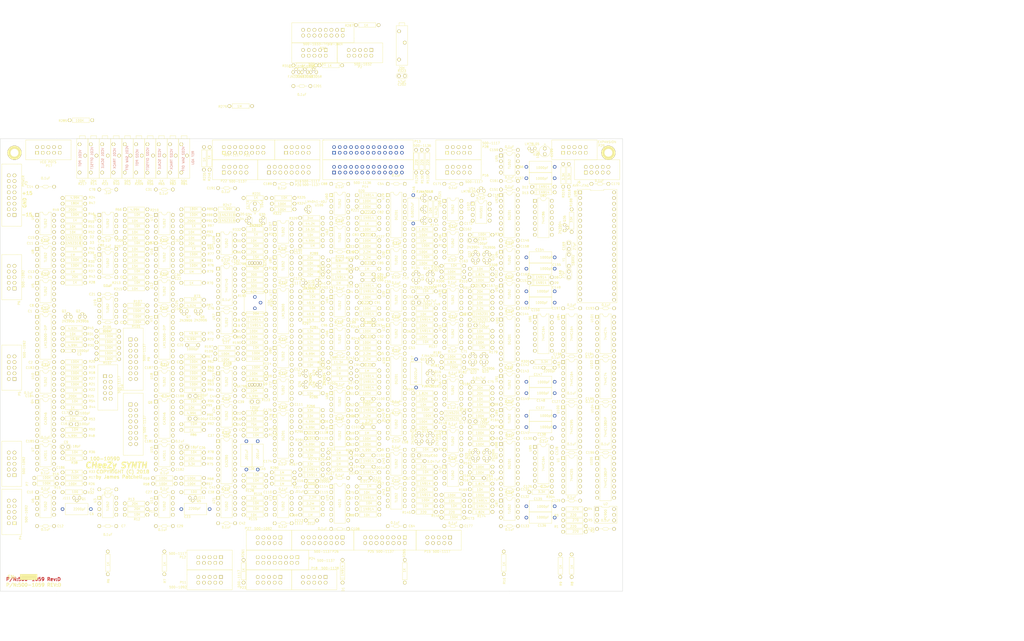
<source format=kicad_pcb>
(kicad_pcb (version 20171130) (host pcbnew "(5.0.2)-1")
  (title_block (title "100-1059D Cheezy Synth"))
  (layers (0 F.Cu signal hide) (31 B.Cu signal) (34 B.Paste user) (35 F.Paste user) (36 B.SilkS user) (37 F.SilkS user) (38 B.Mask user) (39 F.Mask user) (44 Edge.Cuts user))
  (net 0 "")
  (net 1 GND)
  (net 2 +15V0)
  (net 3 -15V0)
  (net 4 "Net-(C3-Pad1)")
  (net 5 "Net-(C6-Pad1)")
  (net 6 "Net-(C6-Pad2)")
  (net 7 "Net-(C9-Pad2)")
  (net 8 "Net-(C9-Pad1)")
  (net 9 "Net-(C16-Pad1)")
  (net 10 "Net-(C16-Pad2)")
  (net 11 "Net-(C17-Pad2)")
  (net 12 "Net-(C17-Pad1)")
  (net 13 "Net-(C20-Pad1)")
  (net 14 "Net-(C23-Pad1)")
  (net 15 "Net-(C23-Pad2)")
  (net 16 "Net-(C26-Pad2)")
  (net 17 "Net-(C26-Pad1)")
  (net 18 "Net-(C33-Pad2)")
  (net 19 "Net-(C33-Pad1)")
  (net 20 "Net-(C34-Pad1)")
  (net 21 "Net-(C34-Pad2)")
  (net 22 "Net-(C35-Pad1)")
  (net 23 "Net-(C35-Pad2)")
  (net 24 /Synth/Filter/BP)
  (net 25 "Net-(C36-Pad1)")
  (net 26 "Net-(C45-Pad1)")
  (net 27 /Synth/Mixer/FIN3)
  (net 28 "Net-(C46-Pad1)")
  (net 29 "Net-(C49-Pad2)")
  (net 30 "Net-(C49-Pad1)")
  (net 31 "Net-(C50-Pad1)")
  (net 32 /Synth/ADSR)
  (net 33 "Net-(C57-Pad1)")
  (net 34 "Net-(C60-Pad2)")
  (net 35 "Net-(C60-Pad1)")
  (net 36 /Synth/VCA/CV)
  (net 37 "Net-(C61-Pad1)")
  (net 38 "Net-(C68-Pad1)")
  (net 39 "Net-(C68-Pad2)")
  (net 40 /Synth/GLIDE/OUT)
  (net 41 "Net-(C69-Pad1)")
  (net 42 "Net-(C72-Pad1)")
  (net 43 "Net-(C72-Pad2)")
  (net 44 "Net-(C75-Pad1)")
  (net 45 "Net-(C82-Pad1)")
  (net 46 /DRM1_TRG)
  (net 47 "Net-(C83-Pad2)")
  (net 48 "Net-(C84-Pad2)")
  (net 49 "Net-(C84-Pad1)")
  (net 50 "Net-(C85-Pad1)")
  (net 51 "Net-(C86-Pad2)")
  (net 52 "Net-(C91-Pad1)")
  (net 53 /DRM2_TRG)
  (net 54 "Net-(C92-Pad2)")
  (net 55 "Net-(C93-Pad1)")
  (net 56 "Net-(C93-Pad2)")
  (net 57 "Net-(C94-Pad1)")
  (net 58 "Net-(C95-Pad2)")
  (net 59 "Net-(C100-Pad1)")
  (net 60 /DRM3_TRG)
  (net 61 "Net-(C101-Pad2)")
  (net 62 "Net-(C102-Pad2)")
  (net 63 "Net-(C102-Pad1)")
  (net 64 "Net-(C103-Pad1)")
  (net 65 "Net-(C104-Pad2)")
  (net 66 "Net-(C113-Pad2)")
  (net 67 /NOISE)
  (net 68 "Net-(C114-Pad2)")
  (net 69 "Net-(C114-Pad1)")
  (net 70 "Net-(C115-Pad1)")
  (net 71 "Net-(C116-Pad2)")
  (net 72 "Net-(C118-Pad1)")
  (net 73 "Net-(C120-Pad1)")
  (net 74 VCC)
  (net 75 "Net-(C126-Pad1)")
  (net 76 "Net-(C135-Pad1)")
  (net 77 "Net-(C136-Pad1)")
  (net 78 "Net-(C137-Pad1)")
  (net 79 "Net-(C138-Pad1)")
  (net 80 "Net-(C147-Pad1)")
  (net 81 "Net-(C148-Pad1)")
  (net 82 "Net-(C149-Pad1)")
  (net 83 "Net-(C150-Pad1)")
  (net 84 "Net-(C154-Pad1)")
  (net 85 "Net-(C155-Pad1)")
  (net 86 "Net-(C156-Pad1)")
  (net 87 "Net-(C157-Pad1)")
  (net 88 "Net-(C164-Pad2)")
  (net 89 "Net-(C164-Pad1)")
  (net 90 "Net-(C167-Pad1)")
  (net 91 "Net-(C168-Pad1)")
  (net 92 "Net-(C169-Pad1)")
  (net 93 +10)
  (net 94 "Net-(D1-Pad2)")
  (net 95 "Net-(D1-Pad1)")
  (net 96 /Synth/Mixer/IN2)
  (net 97 "Net-(D2-Pad2)")
  (net 98 "Net-(D4-Pad2)")
  (net 99 /Synth/Mixer/IN4)
  (net 100 "Net-(D6-Pad2)")
  (net 101 "Net-(D6-Pad1)")
  (net 102 "Net-(D7-Pad1)")
  (net 103 /Synth/EG1_READY)
  (net 104 "Net-(D10-Pad1)")
  (net 105 "Net-(D10-Pad2)")
  (net 106 "Net-(D11-Pad1)")
  (net 107 /Synth/EG2_READY)
  (net 108 "Net-(D14-Pad2)")
  (net 109 "Net-(D14-Pad1)")
  (net 110 "Net-(D15-Pad1)")
  (net 111 "Net-(D16-Pad2)")
  (net 112 "Net-(D18-Pad1)")
  (net 113 "Net-(D18-Pad2)")
  (net 114 "Net-(D19-Pad1)")
  (net 115 "Net-(D21-Pad1)")
  (net 116 "Net-(D22-Pad1)")
  (net 117 "Net-(D25-Pad1)")
  (net 118 "Net-(D26-Pad1)")
  (net 119 "Net-(D29-Pad1)")
  (net 120 "Net-(D30-Pad1)")
  (net 121 "Net-(D32-Pad1)")
  (net 122 "Net-(D38-Pad2)")
  (net 123 /Midi/TCK)
  (net 124 /Midi/TDO)
  (net 125 /Midi/TMS)
  (net 126 "Net-(J6-Pad6)")
  (net 127 /Midi/TDI)
  (net 128 /Synth/VCO2/PWM2)
  (net 129 /Synth/LFO)
  (net 130 /+5Vref)
  (net 131 /Synth/VCO2/VCO3)
  (net 132 /Synth/VCO2/VCO2)
  (net 133 /Synth/PITCHBEND)
  (net 134 /Synth/VCO1/VCO2)
  (net 135 /Synth/VCO1/VCO3)
  (net 136 /Synth/VCO1/PWM3)
  (net 137 /Synth/VCO1/PWM1)
  (net 138 /Synth/Mixer/FIN1)
  (net 139 "Net-(P8-Pad2)")
  (net 140 "Net-(P8-Pad5)")
  (net 141 "Net-(P8-Pad8)")
  (net 142 "Net-(P9-Pad8)")
  (net 143 "Net-(P9-Pad5)")
  (net 144 "Net-(P9-Pad2)")
  (net 145 /Synth/Mixer/IN3)
  (net 146 "Net-(P10-Pad5)")
  (net 147 "Net-(P10-Pad2)")
  (net 148 /Synth/Mixer/IN1)
  (net 149 /Synth/Filter/FC2)
  (net 150 /Synth/Filter/FC3)
  (net 151 /Synth/Filter/FC1)
  (net 152 /Synth/Filter/Q)
  (net 153 /Synth/Envelope1/ATTACK)
  (net 154 /Synth/Envelope1/DECAY)
  (net 155 /Synth/EG1_SUS_V)
  (net 156 /Synth/Envelope1/RELEASE)
  (net 157 "Net-(P13-Pad17)")
  (net 158 "Net-(P13-Pad19)")
  (net 159 "Net-(P13-Pad23)")
  (net 160 "Net-(P14-Pad23)")
  (net 161 "Net-(P14-Pad19)")
  (net 162 "Net-(P14-Pad17)")
  (net 163 /Synth/Envelope2/RELEASE)
  (net 164 /Synth/EG2_SUS_V)
  (net 165 /Synth/Envelope2/DECAY)
  (net 166 /Synth/Envelope2/ATTACK)
  (net 167 "Net-(P15-Pad10)")
  (net 168 "Net-(P15-Pad7)")
  (net 169 /Synth/GLIDE/RAMP_UP_POT)
  (net 170 /Synth/GLIDE/RAMP_DOWN_POT)
  (net 171 "Net-(P16-Pad5)")
  (net 172 "Net-(P16-Pad2)")
  (net 173 "/Synth/PITCH POTS/POT1")
  (net 174 "/Drum Synth/OUT")
  (net 175 "/Drum Synth/DRUM1/OUT")
  (net 176 "/Drum Synth/Drum2/OUT")
  (net 177 "/Drum Synth/Drum3/OUT")
  (net 178 "/Drum Synth/CYMBAL/OUT")
  (net 179 "Net-(P19-Pad5)")
  (net 180 "Net-(P19-Pad4)")
  (net 181 "Net-(P19-Pad1)")
  (net 182 "Net-(P20-Pad2)")
  (net 183 "Net-(P20-Pad5)")
  (net 184 "Net-(P20-Pad6)")
  (net 185 "Net-(P20-Pad7)")
  (net 186 "Net-(P20-Pad15)")
  (net 187 "Net-(P21-Pad5)")
  (net 188 "Net-(P21-Pad4)")
  (net 189 "Net-(P21-Pad1)")
  (net 190 "Net-(P22-Pad2)")
  (net 191 "Net-(P22-Pad5)")
  (net 192 "Net-(P22-Pad6)")
  (net 193 "Net-(P22-Pad7)")
  (net 194 "Net-(P22-Pad15)")
  (net 195 "Net-(P23-Pad1)")
  (net 196 "Net-(P23-Pad4)")
  (net 197 "Net-(P23-Pad5)")
  (net 198 "Net-(P24-Pad2)")
  (net 199 "Net-(P24-Pad5)")
  (net 200 "Net-(P24-Pad6)")
  (net 201 "Net-(P24-Pad7)")
  (net 202 "Net-(P24-Pad15)")
  (net 203 "Net-(P25-Pad16)")
  (net 204 "/Drum Synth/CYMBAL/ATTACK1")
  (net 205 "Net-(P25-Pad3)")
  (net 206 "/Drum Synth/CYMBAL/RESONANCE")
  (net 207 "Net-(P26-Pad16)")
  (net 208 "Net-(P26-Pad14)")
  (net 209 "Net-(P26-Pad12)")
  (net 210 "/Drum Synth/CYMBAL/REL2")
  (net 211 "/Drum Synth/CYMBAL/ATK2")
  (net 212 "/Drum Synth/CYMBAL/EG1")
  (net 213 "Net-(P27-Pad10)")
  (net 214 "Net-(P28-Pad5)")
  (net 215 /CYMBAL_LFO)
  (net 216 "Net-(P28-Pad2)")
  (net 217 /Midi/SDA)
  (net 218 /Midi/SCL)
  (net 219 "Net-(Q2-Pad3)")
  (net 220 "Net-(Q2-Pad2)")
  (net 221 "Net-(Q2-Pad1)")
  (net 222 "Net-(Q3-Pad3)")
  (net 223 "Net-(Q3-Pad2)")
  (net 224 "Net-(Q3-Pad1)")
  (net 225 "Net-(Q4-Pad10)")
  (net 226 "Net-(Q4-Pad2)")
  (net 227 "Net-(Q4-Pad3)")
  (net 228 "Net-(Q4-Pad8)")
  (net 229 "Net-(Q6-Pad1)")
  (net 230 "Net-(Q6-Pad2)")
  (net 231 "Net-(Q6-Pad3)")
  (net 232 "Net-(Q7-Pad3)")
  (net 233 "Net-(Q7-Pad2)")
  (net 234 "Net-(Q7-Pad1)")
  (net 235 "Net-(Q8-Pad10)")
  (net 236 "Net-(Q8-Pad2)")
  (net 237 "Net-(Q8-Pad3)")
  (net 238 "Net-(Q8-Pad8)")
  (net 239 "Net-(Q9-Pad3)")
  (net 240 "Net-(Q9-Pad2)")
  (net 241 "Net-(Q9-Pad1)")
  (net 242 "Net-(Q10-Pad2)")
  (net 243 /Midi/EG1_STATE_A)
  (net 244 /Midi/EG1_STATE_B)
  (net 245 "Net-(Q11-Pad2)")
  (net 246 "Net-(Q12-Pad2)")
  (net 247 /Midi/EG1_STATE_C)
  (net 248 "Net-(Q13-Pad1)")
  (net 249 "Net-(Q13-Pad2)")
  (net 250 "Net-(Q15-Pad2)")
  (net 251 /Midi/EG2_STATE_A)
  (net 252 "Net-(Q16-Pad2)")
  (net 253 /Midi/EG2_STATE_B)
  (net 254 "Net-(Q17-Pad2)")
  (net 255 /Midi/EG2_STATE_C)
  (net 256 "Net-(Q18-Pad1)")
  (net 257 "Net-(Q18-Pad2)")
  (net 258 "Net-(Q20-Pad2)")
  (net 259 "Net-(Q20-Pad1)")
  (net 260 "Net-(Q21-Pad5)")
  (net 261 "Net-(Q22-Pad2)")
  (net 262 "Net-(Q22-Pad1)")
  (net 263 "Net-(Q24-Pad14)")
  (net 264 "Net-(Q24-Pad1)")
  (net 265 "Net-(Q24-Pad13)")
  (net 266 "Net-(Q24-Pad2)")
  (net 267 "Net-(Q24-Pad12)")
  (net 268 "Net-(Q24-Pad10)")
  (net 269 "Net-(Q24-Pad5)")
  (net 270 "Net-(Q25-Pad3)")
  (net 271 "Net-(Q26-Pad2)")
  (net 272 "Net-(Q26-Pad3)")
  (net 273 "Net-(Q27-Pad3)")
  (net 274 "Net-(Q27-Pad2)")
  (net 275 "Net-(Q28-Pad2)")
  (net 276 "Net-(Q28-Pad3)")
  (net 277 "Net-(Q29-Pad3)")
  (net 278 "Net-(Q29-Pad2)")
  (net 279 "Net-(Q30-Pad1)")
  (net 280 "Net-(Q31-Pad1)")
  (net 281 "Net-(Q31-Pad3)")
  (net 282 "Net-(Q32-Pad2)")
  (net 283 "Net-(Q32-Pad1)")
  (net 284 "Net-(Q34-Pad2)")
  (net 285 "Net-(Q34-Pad1)")
  (net 286 "Net-(R2-Pad2)")
  (net 287 "Net-(R4-Pad2)")
  (net 288 /Midi/MIDI_IN)
  (net 289 /Synth/OUT)
  (net 290 /Midi/MIDI_CLOCK)
  (net 291 /Midi/START_STOP)
  (net 292 /Midi/MIDI_RESET)
  (net 293 -10)
  (net 294 "Net-(R11-Pad2)")
  (net 295 /PITCH_BEND)
  (net 296 "Net-(R14-Pad2)")
  (net 297 /-5Vref)
  (net 298 "Net-(R15-Pad2)")
  (net 299 /PULSEWIDTH)
  (net 300 "Net-(R18-Pad2)")
  (net 301 "Net-(R23-Pad3)")
  (net 302 "Net-(R23-Pad2)")
  (net 303 /Synth/VCO1/TRACKING)
  (net 304 "Net-(R26-Pad2)")
  (net 305 "Net-(R27-Pad2)")
  (net 306 "Net-(R28-Pad2)")
  (net 307 "Net-(R29-Pad2)")
  (net 308 "Net-(R32-Pad2)")
  (net 309 "Net-(R34-Pad2)")
  (net 310 "Net-(R35-Pad2)")
  (net 311 "Net-(R38-Pad1)")
  (net 312 "Net-(R40-Pad1)")
  (net 313 "Net-(R41-Pad2)")
  (net 314 "Net-(R42-Pad1)")
  (net 315 "Net-(R46-Pad2)")
  (net 316 "Net-(R51-Pad1)")
  (net 317 "Net-(R52-Pad1)")
  (net 318 "Net-(R55-Pad2)")
  (net 319 "Net-(R56-Pad2)")
  (net 320 "Net-(R57-Pad2)")
  (net 321 /VCO2_OFFSET)
  (net 322 "Net-(R65-Pad2)")
  (net 323 "Net-(R65-Pad3)")
  (net 324 /Synth/VCO2/TRACKING)
  (net 325 "Net-(R68-Pad2)")
  (net 326 "Net-(R69-Pad2)")
  (net 327 "Net-(R70-Pad2)")
  (net 328 "Net-(R71-Pad2)")
  (net 329 "Net-(R74-Pad2)")
  (net 330 "Net-(R76-Pad2)")
  (net 331 "Net-(R77-Pad2)")
  (net 332 "Net-(R80-Pad1)")
  (net 333 "Net-(R82-Pad1)")
  (net 334 "Net-(R83-Pad2)")
  (net 335 "Net-(R84-Pad1)")
  (net 336 "Net-(R88-Pad2)")
  (net 337 "Net-(R93-Pad1)")
  (net 338 "Net-(R94-Pad1)")
  (net 339 "Net-(R97-Pad2)")
  (net 340 "Net-(R100-Pad2)")
  (net 341 "Net-(R103-Pad2)")
  (net 342 /Synth/Filter/IN)
  (net 343 /Synth/Mixer/FOUT)
  (net 344 "Net-(R108-Pad2)")
  (net 345 /FILT_PITCH)
  (net 346 "Net-(R112-Pad2)")
  (net 347 "Net-(R114-Pad2)")
  (net 348 "Net-(R118-Pad1)")
  (net 349 "Net-(R119-Pad2)")
  (net 350 "Net-(R120-Pad2)")
  (net 351 "Net-(R122-Pad1)")
  (net 352 "Net-(R124-Pad1)")
  (net 353 "Net-(R126-Pad2)")
  (net 354 "Net-(R127-Pad2)")
  (net 355 "Net-(R128-Pad1)")
  (net 356 "Net-(R131-Pad2)")
  (net 357 "Net-(R132-Pad2)")
  (net 358 "Net-(R132-Pad1)")
  (net 359 "Net-(R135-Pad2)")
  (net 360 "Net-(R136-Pad2)")
  (net 361 "Net-(R137-Pad2)")
  (net 362 /Synth/Envelope1/TIMECONST)
  (net 363 "Net-(R147-Pad2)")
  (net 364 "Net-(R148-Pad1)")
  (net 365 "Net-(R148-Pad2)")
  (net 366 "Net-(R151-Pad2)")
  (net 367 "Net-(R152-Pad2)")
  (net 368 "Net-(R153-Pad2)")
  (net 369 /Synth/Envelope2/TIMECONST)
  (net 370 "Net-(R161-Pad1)")
  (net 371 /PITCH)
  (net 372 "Net-(R162-Pad1)")
  (net 373 "Net-(R164-Pad1)")
  (net 374 /GLD_RATE_UP)
  (net 375 "Net-(R169-Pad1)")
  (net 376 /GLD_RATE_DN)
  (net 377 "Net-(R177-Pad1)")
  (net 378 "Net-(R178-Pad1)")
  (net 379 "Net-(R184-Pad1)")
  (net 380 "Net-(R185-Pad1)")
  (net 381 "Net-(R186-Pad1)")
  (net 382 "Net-(R192-Pad2)")
  (net 383 "Net-(R204-Pad2)")
  (net 384 "Net-(R205-Pad2)")
  (net 385 "Net-(R208-Pad2)")
  (net 386 "Net-(R208-Pad1)")
  (net 387 "Net-(R209-Pad1)")
  (net 388 "Net-(R212-Pad2)")
  (net 389 "Net-(R213-Pad2)")
  (net 390 "Net-(R216-Pad2)")
  (net 391 "Net-(R216-Pad1)")
  (net 392 "Net-(R217-Pad1)")
  (net 393 "Net-(R221-Pad1)")
  (net 394 "Net-(R222-Pad1)")
  (net 395 /DRM1)
  (net 396 "Net-(R233-Pad1)")
  (net 397 "Net-(R236-Pad1)")
  (net 398 "Net-(R237-Pad1)")
  (net 399 /DRM2)
  (net 400 "Net-(R248-Pad1)")
  (net 401 "Net-(R251-Pad1)")
  (net 402 "Net-(R252-Pad1)")
  (net 403 /DRM3)
  (net 404 "Net-(R263-Pad1)")
  (net 405 "/Drum Synth/CYMBAL/SA1")
  (net 406 "/Drum Synth/CYMBAL/SA0")
  (net 407 "/Drum Synth/CYMBAL/SB1")
  (net 408 "Net-(R275-Pad2)")
  (net 409 "/Drum Synth/CYMBAL/SB0")
  (net 410 /CYMBAL)
  (net 411 "Net-(R281-Pad1)")
  (net 412 "Net-(R282-Pad1)")
  (net 413 "Net-(R286-Pad1)")
  (net 414 "Net-(R288-Pad2)")
  (net 415 "/Drum Synth/CYMBAL/EG2")
  (net 416 "/Drum Synth/LFO")
  (net 417 "Net-(R290-Pad2)")
  (net 418 "Net-(R292-Pad2)")
  (net 419 "Net-(R294-Pad1)")
  (net 420 "Net-(R296-Pad1)")
  (net 421 "Net-(R297-Pad1)")
  (net 422 "Net-(R298-Pad1)")
  (net 423 "Net-(R299-Pad1)")
  (net 424 "Net-(R300-Pad1)")
  (net 425 "Net-(R301-Pad1)")
  (net 426 "Net-(R302-Pad1)")
  (net 427 "Net-(R305-Pad1)")
  (net 428 "Net-(R306-Pad1)")
  (net 429 "Net-(R307-Pad1)")
  (net 430 "Net-(R313-Pad1)")
  (net 431 "Net-(R314-Pad1)")
  (net 432 "Net-(R315-Pad1)")
  (net 433 "Net-(R320-Pad2)")
  (net 434 "Net-(R321-Pad2)")
  (net 435 "Net-(R322-Pad2)")
  (net 436 "Net-(R323-Pad3)")
  (net 437 "Net-(R323-Pad2)")
  (net 438 "Net-(R326-Pad1)")
  (net 439 "Net-(R327-Pad1)")
  (net 440 "Net-(R330-Pad2)")
  (net 441 "Net-(R331-Pad2)")
  (net 442 /Midi/MIDI_OUT)
  (net 443 /Midi/DAC)
  (net 444 /Synth/STB0)
  (net 445 /Synth/STB1)
  (net 446 /CYMBAL_TRG)
  (net 447 "Net-(U82-Pad2)")
  (net 448 "Net-(U82-Pad1)")
  (net 449 "Net-(U82-Pad9)")
  (net 450 "Net-(U82-Pad10)")
  (net 451 "Net-(U82-Pad4)")
  (net 452 "Net-(U83-Pad13)")
  (net 453 "Net-(U84-Pad13)")
  (net 454 "Net-(U85-Pad13)")
  (net 455 /Midi/STB2)
  (net 456 /Midi/STB3)
  (net 457 /Midi/STB1)
  (net 458 /Midi/STB0)
  (net 459 /Midi/STB6)
  (net 460 /Midi/STB4)
  (net 461 /Midi/STB7)
  (net 462 /Midi/STB5)
  (net 463 /Midi/STB9)
  (net 464 /Midi/STB11)
  (net 465 /Midi/STB8)
  (net 466 /Midi/STB10)
  (net 467 /Midi/LD_OUTPORT)
  (net 468 /Midi/DACSEL0)
  (net 469 /Midi/DAC_CLK)
  (net 470 /Midi/DACSEL1)
  (net 471 /Midi/MOSI)
  (net 472 /Midi/DACSEL2)
  (net 473 /Midi/LD_DAC)
  (net 474 /Midi/DACSEL3)
  (net 475 /Midi/SPICLK)
  (net 476 /Midi/DACDONE_IRQ)
  (net 477 /Midi/CLR_IRQ)
  (net 478 "Net-(U101-Pad1)")
  (net 479 "Net-(U101-Pad12)")
  (net 480 "Net-(C180-Pad1)")
  (net 481 "Net-(D35-Pad1)")
  (net 482 "Net-(D37-Pad1)")
  (net 483 "Net-(Q36-Pad2)")
  (net 484 "/Drum Synth/CYMBAL/TRIG")
  (net 485 "/Drum Synth/CYMBAL/REL1")
  (net 486 "/Drum Synth/CYMBAL/LFO-A")
  (net 487 "Net-(P27-Pad4)")
  (net 488 /References/DACREF)
  (net 489 "Net-(U108-Pad1)")
  (net 490 "/Synth/PITCH POTS/minus1")
  (net 491 "/Synth/PITCH POTS/plus1")
  (net 492 "/Synth/PITCH POTS/POT2")
  (net 493 "/Synth/PITCH POTS/minus2")
  (net 494 "/Synth/PITCH POTS/plus2")
  (net 495 "Net-(R285-Pad2)")
  (net 496 "Net-(C202-Pad2)")
  (net 497 "Net-(D16-Pad1)")
  (net 498 "Net-(D38-Pad1)")
  (net 499 "Net-(P1-Pad3)")
  (net 500 "Net-(P1-Pad7)")
  (net 501 "Net-(P1-Pad8)")
  (net 502 "Net-(P2-Pad2)")
  (net 503 "Net-(P2-Pad1)")
  (net 504 "Net-(P32-Pad1)")
  (net 505 "Net-(P32-Pad2)")
  (net 506 "Net-(P32-Pad5)")
  (net 507 "Net-(P32-Pad11)")
  (net 508 "Net-(P32-Pad12)")
  (net 509 "Net-(P32-Pad13)")
  (net 510 "Net-(P32-Pad14)")
  (net 511 "Net-(P32-Pad15)")
  (net 512 "Net-(P32-Pad16)")
  (net 513 "Net-(U82-Pad12)")
  (net 514 "Net-(U82-Pad11)")
  (net 515 "Net-(U26-Pad9)")
  (net 516 /Midi/NOISECLOCK)
  (net 517 "Net-(U103-Pad12)")
  (module FootPrints:AXIAL0_4 (layer F.Cu) (at 228.6 175.26)
    (fp_text reference R238 hide)
    (fp_text value 1M (at -0.508 0.127) (layer F.SilkS))
    (pad 2 thru_hole circle (at 5.08 0) (size 1.5748 1.5748) (drill 0.9144) (layers *.Cu *.Mask F.SilkS) (net 190 "Net-(P22-Pad2)"))
    (pad 1 thru_hole circle (at -5.08 0) (size 1.5748 1.5748) (drill 0.9144) (layers *.Cu *.Mask F.SilkS) (net 56 "Net-(C93-Pad2)"))
  )
  (module FootPrints:AXIAL0_4 (layer F.Cu) (at 241.3 176.53)
    (fp_text reference R301 (at -8.128 0.254) (layer F.SilkS))
    (fp_text value 11.3K (at -0.508 0.127) (layer F.SilkS))
    (pad 2 thru_hole circle (at 5.08 0) (size 1.5748 1.5748) (drill 0.9144) (layers *.Cu *.Mask F.SilkS) (net 1 GND))
    (pad 1 thru_hole circle (at -5.08 0) (size 1.5748 1.5748) (drill 0.9144) (layers *.Cu *.Mask F.SilkS) (net 425 "Net-(R301-Pad1)"))
  )
  (module FootPrints:AXIAL0_4 (layer F.Cu) (at 228.6 177.8)
    (fp_text reference R302 hide)
    (fp_text value 10K (at -0.508 0.127) (layer F.SilkS))
    (pad 2 thru_hole circle (at 5.08 0) (size 1.5748 1.5748) (drill 0.9144) (layers *.Cu *.Mask F.SilkS) (net 415 "/Drum Synth/CYMBAL/EG2"))
    (pad 1 thru_hole circle (at -5.08 0) (size 1.5748 1.5748) (drill 0.9144) (layers *.Cu *.Mask F.SilkS) (net 426 "Net-(R302-Pad1)"))
  )
  (module FootPrints:CAP-GREENIE-0_2 (layer F.Cu) (at 252.73 228.6)
    (fp_text reference C101 (at 5.588 0) (layer F.SilkS))
    (fp_text value 0.01uF (at 0.254 1.524) (layer F.SilkS))
    (pad 2 thru_hole circle (at 2.54 0) (size 1.5748 1.5748) (drill 0.9144) (layers *.Cu *.Mask F.SilkS) (net 61 "Net-(C101-Pad2)"))
    (pad 1 thru_hole circle (at -2.54 0) (size 1.5748 1.5748) (drill 0.9144) (layers *.Cu *.Mask F.SilkS) (net 60 /DRM3_TRG))
  )
  (module FootPrints:IDC13x2_Vert (layer F.Cu) (at 252.73 81.28)
    (fp_text reference P13 (at 23.495 -3.81) (layer F.SilkS))
    (fp_text value 500-1136 (at 25.654 -1.905) (layer F.SilkS))
    (pad 1 thru_hole rect (at -13.97 1.27) (size 1.5748 1.5748) (drill 0.9144) (layers *.Cu *.Mask) (net 1 GND))
    (pad 2 thru_hole circle (at -13.97 -1.27) (size 1.5748 1.5748) (drill 0.9144) (layers *.Cu *.Mask) (net 153 /Synth/Envelope1/ATTACK))
    (pad 3 thru_hole circle (at -11.43 1.27) (size 1.5748 1.5748) (drill 0.9144) (layers *.Cu *.Mask) (net 93 +10))
    (pad 4 thru_hole circle (at -11.43 -1.27) (size 1.5748 1.5748) (drill 0.9144) (layers *.Cu *.Mask))
    (pad 5 thru_hole circle (at -8.89 1.27) (size 1.5748 1.5748) (drill 0.9144) (layers *.Cu *.Mask) (net 1 GND))
    (pad 6 thru_hole circle (at -8.89 -1.27) (size 1.5748 1.5748) (drill 0.9144) (layers *.Cu *.Mask) (net 154 /Synth/Envelope1/DECAY))
    (pad 7 thru_hole circle (at -6.35 1.27) (size 1.5748 1.5748) (drill 0.9144) (layers *.Cu *.Mask) (net 93 +10))
    (pad 8 thru_hole circle (at -6.35 -1.27) (size 1.5748 1.5748) (drill 0.9144) (layers *.Cu *.Mask))
    (pad 9 thru_hole circle (at -3.81 1.27) (size 1.5748 1.5748) (drill 0.9144) (layers *.Cu *.Mask) (net 74 VCC))
    (pad 10 thru_hole circle (at -3.81 -1.27) (size 1.5748 1.5748) (drill 0.9144) (layers *.Cu *.Mask) (net 155 /Synth/EG1_SUS_V))
    (pad 11 thru_hole circle (at -1.27 1.27) (size 1.5748 1.5748) (drill 0.9144) (layers *.Cu *.Mask) (net 1 GND))
    (pad 12 thru_hole circle (at -1.27 -1.27) (size 1.5748 1.5748) (drill 0.9144) (layers *.Cu *.Mask))
    (pad 13 thru_hole circle (at 1.27 1.27) (size 1.5748 1.5748) (drill 0.9144) (layers *.Cu *.Mask) (net 1 GND))
    (pad 14 thru_hole circle (at 1.27 -1.27) (size 1.5748 1.5748) (drill 0.9144) (layers *.Cu *.Mask) (net 156 /Synth/Envelope1/RELEASE))
    (pad 15 thru_hole circle (at 3.81 1.27) (size 1.5748 1.5748) (drill 0.9144) (layers *.Cu *.Mask) (net 93 +10))
    (pad 16 thru_hole circle (at 3.81 -1.27) (size 1.5748 1.5748) (drill 0.9144) (layers *.Cu *.Mask))
    (pad 17 thru_hole circle (at 6.35 1.27) (size 1.5748 1.5748) (drill 0.9144) (layers *.Cu *.Mask) (net 157 "Net-(P13-Pad17)"))
    (pad 18 thru_hole circle (at 6.35 -1.27) (size 1.5748 1.5748) (drill 0.9144) (layers *.Cu *.Mask) (net 1 GND))
    (pad 19 thru_hole circle (at 8.89 1.27) (size 1.5748 1.5748) (drill 0.9144) (layers *.Cu *.Mask) (net 158 "Net-(P13-Pad19)"))
    (pad 20 thru_hole circle (at 8.89 -1.27) (size 1.5748 1.5748) (drill 0.9144) (layers *.Cu *.Mask) (net 1 GND))
    (pad 21 thru_hole circle (at 11.43 1.27) (size 1.5748 1.5748) (drill 0.9144) (layers *.Cu *.Mask))
    (pad 22 thru_hole circle (at 11.43 -1.27) (size 1.5748 1.5748) (drill 0.9144) (layers *.Cu *.Mask))
    (pad 23 thru_hole circle (at 13.97 1.27) (size 1.5748 1.5748) (drill 0.9144) (layers *.Cu *.Mask) (net 159 "Net-(P13-Pad23)"))
    (pad 24 thru_hole circle (at 13.97 -1.27) (size 1.5748 1.5748) (drill 0.9144) (layers *.Cu *.Mask) (net 1 GND))
    (pad 25 thru_hole circle (at 16.51 1.27) (size 1.5748 1.5748) (drill 0.9144) (layers *.Cu *.Mask))
    (pad 26 thru_hole circle (at 16.51 -1.27) (size 1.5748 1.5748) (drill 0.9144) (layers *.Cu *.Mask))
  )
  (module FootPrints:AXIAL0_4 (layer F.Cu) (at 254 232.41 180)
    (fp_text reference R256 (at -3.937 2.413 180) (layer F.SilkS))
    (fp_text value 1M (at -0.508 0.127 180) (layer F.SilkS))
    (pad 1 thru_hole circle (at -5.08 0 180) (size 1.5748 1.5748) (drill 0.9144) (layers *.Cu *.Mask F.SilkS) (net 63 "Net-(C102-Pad1)"))
    (pad 2 thru_hole circle (at 5.08 0 180) (size 1.5748 1.5748) (drill 0.9144) (layers *.Cu *.Mask F.SilkS) (net 199 "Net-(P24-Pad5)"))
  )
  (module FootPrints:DIP-14 (layer F.Cu) (at 241.3 240.03 270)
    (fp_text reference U25 (at -2.54 5.588 90) (layer F.SilkS))
    (fp_text value 4013 (at 0 0 270) (layer F.SilkS))
    (pad 14 thru_hole circle (at -7.62 -3.81 270) (size 1.5748 1.5748) (drill 0.9144) (layers *.Cu *.Mask F.SilkS) (net 2 +15V0))
    (pad 1 thru_hole rect (at -7.62 3.81 270) (size 1.5748 1.5748) (drill 0.9144) (layers *.Cu *.Mask F.SilkS) (net 409 "/Drum Synth/CYMBAL/SB0"))
    (pad 13 thru_hole circle (at -5.08 -3.81 270) (size 1.5748 1.5748) (drill 0.9144) (layers *.Cu *.Mask F.SilkS) (net 406 "/Drum Synth/CYMBAL/SA0"))
    (pad 2 thru_hole circle (at -5.08 3.81 270) (size 1.5748 1.5748) (drill 0.9144) (layers *.Cu *.Mask F.SilkS) (net 407 "/Drum Synth/CYMBAL/SB1"))
    (pad 12 thru_hole circle (at -2.54 -3.81 270) (size 1.5748 1.5748) (drill 0.9144) (layers *.Cu *.Mask F.SilkS) (net 405 "/Drum Synth/CYMBAL/SA1"))
    (pad 3 thru_hole circle (at -2.54 3.81 270) (size 1.5748 1.5748) (drill 0.9144) (layers *.Cu *.Mask F.SilkS) (net 484 "/Drum Synth/CYMBAL/TRIG"))
    (pad 11 thru_hole circle (at 0 -3.81 270) (size 1.5748 1.5748) (drill 0.9144) (layers *.Cu *.Mask F.SilkS) (net 484 "/Drum Synth/CYMBAL/TRIG"))
    (pad 4 thru_hole circle (at 0 3.81 270) (size 1.5748 1.5748) (drill 0.9144) (layers *.Cu *.Mask F.SilkS) (net 482 "Net-(D37-Pad1)"))
    (pad 10 thru_hole circle (at 2.54 -3.81 270) (size 1.5748 1.5748) (drill 0.9144) (layers *.Cu *.Mask F.SilkS) (net 481 "Net-(D35-Pad1)"))
    (pad 5 thru_hole circle (at 2.54 3.81 270) (size 1.5748 1.5748) (drill 0.9144) (layers *.Cu *.Mask F.SilkS) (net 2 +15V0))
    (pad 9 thru_hole circle (at 5.08 -3.81 270) (size 1.5748 1.5748) (drill 0.9144) (layers *.Cu *.Mask F.SilkS) (net 2 +15V0))
    (pad 6 thru_hole circle (at 5.08 3.81 270) (size 1.5748 1.5748) (drill 0.9144) (layers *.Cu *.Mask F.SilkS) (net 1 GND))
    (pad 8 thru_hole circle (at 7.62 -3.81 270) (size 1.5748 1.5748) (drill 0.9144) (layers *.Cu *.Mask F.SilkS) (net 1 GND))
    (pad 7 thru_hole circle (at 7.62 3.81 270) (size 1.5748 1.5748) (drill 0.9144) (layers *.Cu *.Mask F.SilkS) (net 1 GND))
  )
  (module FootPrints:IDC5x2_Vert (layer F.Cu) (at 229.87 274.32)
    (fp_text reference P18 (at 0 -5.207) (layer F.SilkS))
    (fp_text value 500-1138 (at 7.112 -5.207) (layer F.SilkS))
    (pad 1 thru_hole rect (at 5.08 -1.27) (size 1.5748 1.5748) (drill 0.9144) (layers *.Cu *.Mask F.SilkS) (net 2 +15V0))
    (pad 2 thru_hole circle (at 5.08 1.27) (size 1.5748 1.5748) (drill 0.9144) (layers *.Cu *.Mask F.SilkS) (net 174 "/Drum Synth/OUT"))
    (pad 3 thru_hole circle (at 2.54 -1.27) (size 1.5748 1.5748) (drill 0.9144) (layers *.Cu *.Mask F.SilkS) (net 175 "/Drum Synth/DRUM1/OUT"))
    (pad 4 thru_hole circle (at 2.54 1.27) (size 1.5748 1.5748) (drill 0.9144) (layers *.Cu *.Mask F.SilkS) (net 1 GND))
    (pad 5 thru_hole circle (at 0 -1.27) (size 1.5748 1.5748) (drill 0.9144) (layers *.Cu *.Mask F.SilkS) (net 176 "/Drum Synth/Drum2/OUT"))
    (pad 6 thru_hole circle (at 0 1.27) (size 1.5748 1.5748) (drill 0.9144) (layers *.Cu *.Mask F.SilkS) (net 1 GND))
    (pad 7 thru_hole circle (at -2.54 -1.27) (size 1.5748 1.5748) (drill 0.9144) (layers *.Cu *.Mask F.SilkS) (net 177 "/Drum Synth/Drum3/OUT"))
    (pad 8 thru_hole circle (at -2.54 1.27) (size 1.5748 1.5748) (drill 0.9144) (layers *.Cu *.Mask F.SilkS) (net 1 GND))
    (pad 9 thru_hole circle (at -5.08 -1.27) (size 1.5748 1.5748) (drill 0.9144) (layers *.Cu *.Mask F.SilkS) (net 178 "/Drum Synth/CYMBAL/OUT"))
    (pad 10 thru_hole circle (at -5.08 1.27) (size 1.5748 1.5748) (drill 0.9144) (layers *.Cu *.Mask F.SilkS) (net 3 -15V0))
  )
  (module FootPrints:CAP-Bypass-0_3 (layer F.Cu) (at 109.22 153.67 180)
    (fp_text reference C1 (at 6.985 0 180) (layer F.SilkS))
    (fp_text value 0.1uF (at 0 1.27 180) (layer F.SilkS))
    (pad 2 thru_hole circle (at 3.81 0 180) (size 1.5748 1.5748) (drill 0.9144) (layers *.Cu *.Mask F.SilkS) (net 1 GND))
    (pad 1 thru_hole circle (at -3.81 0 180) (size 1.5748 1.5748) (drill 0.9144) (layers *.Cu *.Mask F.SilkS) (net 2 +15V0))
  )
  (module FootPrints:CAP-Bypass-0_3 (layer F.Cu) (at 109.22 176.53)
    (fp_text reference C2 (at -6.731 0.127) (layer F.SilkS))
    (fp_text value 0.1uF (at 0.127 1.27) (layer F.SilkS))
    (pad 1 thru_hole circle (at -3.81 0) (size 1.5748 1.5748) (drill 0.9144) (layers *.Cu *.Mask F.SilkS) (net 3 -15V0))
    (pad 2 thru_hole circle (at 3.81 0) (size 1.5748 1.5748) (drill 0.9144) (layers *.Cu *.Mask F.SilkS) (net 1 GND))
  )
  (module FootPrints:CAP-GREENIE-0_2 (layer F.Cu) (at 119.38 171.45 180)
    (fp_text reference C3 (at -4.953 -1.524 180) (layer F.SilkS))
    (fp_text value 1000pF (at -6.731 0 180) (layer F.SilkS))
    (pad 2 thru_hole circle (at 2.54 0 180) (size 1.5748 1.5748) (drill 0.9144) (layers *.Cu *.Mask F.SilkS) (net 1 GND))
    (pad 1 thru_hole circle (at -2.54 0 180) (size 1.5748 1.5748) (drill 0.9144) (layers *.Cu *.Mask F.SilkS) (net 4 "Net-(C3-Pad1)"))
  )
  (module FootPrints:CAP-Bypass-0_3 (layer F.Cu) (at 137.16 233.68 180)
    (fp_text reference C4 (at 6.985 0 180) (layer F.SilkS))
    (fp_text value 0.1uF (at -0.254 -1.651 180) (layer F.SilkS))
    (pad 2 thru_hole circle (at 3.81 0 180) (size 1.5748 1.5748) (drill 0.9144) (layers *.Cu *.Mask F.SilkS) (net 1 GND))
    (pad 1 thru_hole circle (at -3.81 0 180) (size 1.5748 1.5748) (drill 0.9144) (layers *.Cu *.Mask F.SilkS) (net 2 +15V0))
  )
  (module FootPrints:CAP-Bypass-0_3 (layer F.Cu) (at 109.22 138.43 180)
    (fp_text reference C5 (at 6.985 0 180) (layer F.SilkS))
    (fp_text value 0.1uF (at 0 1.397 180) (layer F.SilkS))
    (pad 2 thru_hole circle (at 3.81 0 180) (size 1.5748 1.5748) (drill 0.9144) (layers *.Cu *.Mask F.SilkS) (net 1 GND))
    (pad 1 thru_hole circle (at -3.81 0 180) (size 1.5748 1.5748) (drill 0.9144) (layers *.Cu *.Mask F.SilkS) (net 2 +15V0))
  )
  (module FootPrints:CAP-AXIAL-0.5x0.2 (layer F.Cu) (at 121.92 245.11)
    (fp_text reference C6 (at 8.001 -0.381) (layer F.SilkS))
    (fp_text value 2200pF (at 2.54 -2.54) (layer F.SilkS))
    (pad 1 thru_hole circle (at -5.08 -2.54) (size 1.5748 1.5748) (drill 0.9144) (layers *.Cu *.Mask) (net 5 "Net-(C6-Pad1)"))
    (pad 2 thru_hole circle (at 7.62 -2.54) (size 1.5748 1.5748) (drill 0.9144) (layers *.Cu *.Mask) (net 6 "Net-(C6-Pad2)"))
  )
  (module FootPrints:CAP-Bypass-0_3 (layer F.Cu) (at 137.16 250.19)
    (fp_text reference C7 (at 6.985 0) (layer F.SilkS))
    (fp_text value 0.1uF (at 0 3.81) (layer F.SilkS))
    (pad 1 thru_hole circle (at -3.81 0) (size 1.5748 1.5748) (drill 0.9144) (layers *.Cu *.Mask F.SilkS) (net 3 -15V0))
    (pad 2 thru_hole circle (at 3.81 0) (size 1.5748 1.5748) (drill 0.9144) (layers *.Cu *.Mask F.SilkS) (net 1 GND))
  )
  (module FootPrints:CAP-Bypass-0_3 (layer F.Cu) (at 109.22 151.13)
    (fp_text reference C8 (at -6.223 0) (layer F.SilkS))
    (fp_text value 0.1uF (at 0 1.27) (layer F.SilkS))
    (pad 1 thru_hole circle (at -3.81 0) (size 1.5748 1.5748) (drill 0.9144) (layers *.Cu *.Mask F.SilkS) (net 3 -15V0))
    (pad 2 thru_hole circle (at 3.81 0) (size 1.5748 1.5748) (drill 0.9144) (layers *.Cu *.Mask F.SilkS) (net 1 GND))
  )
  (module FootPrints:CAP-0.1 (layer F.Cu) (at 118.11 214.63)
    (fp_text reference C9 (at 0.254 -2.159) (layer F.SilkS))
    (fp_text value 18pF (at 5.08 -0.254) (layer F.SilkS))
    (pad 1 thru_hole circle (at -1.27 0) (size 1.5748 1.5748) (drill 0.9144) (layers *.Cu *.Mask F.SilkS) (net 8 "Net-(C9-Pad1)"))
    (pad 2 thru_hole circle (at 1.27 0) (size 1.5748 1.5748) (drill 0.9144) (layers *.Cu *.Mask F.SilkS) (net 7 "Net-(C9-Pad2)"))
  )
  (module FootPrints:CAP-Bypass-0_3 (layer F.Cu) (at 109.22 234.95 180)
    (fp_text reference C10 (at 6.985 0 180) (layer F.SilkS))
    (fp_text value 0.1uF (at 0 1.524 180) (layer F.SilkS))
    (pad 2 thru_hole circle (at 3.81 0 180) (size 1.5748 1.5748) (drill 0.9144) (layers *.Cu *.Mask F.SilkS) (net 1 GND))
    (pad 1 thru_hole circle (at -3.81 0 180) (size 1.5748 1.5748) (drill 0.9144) (layers *.Cu *.Mask F.SilkS) (net 2 +15V0))
  )
  (module FootPrints:CAP-Bypass-0_3 (layer F.Cu) (at 109.22 123.19 180)
    (fp_text reference C11 (at 6.985 0 180) (layer F.SilkS))
    (fp_text value 0.1uF (at 0.127 1.27 180) (layer F.SilkS))
    (pad 1 thru_hole circle (at -3.81 0 180) (size 1.5748 1.5748) (drill 0.9144) (layers *.Cu *.Mask F.SilkS) (net 2 +15V0))
    (pad 2 thru_hole circle (at 3.81 0 180) (size 1.5748 1.5748) (drill 0.9144) (layers *.Cu *.Mask F.SilkS) (net 1 GND))
  )
  (module FootPrints:CAP-Bypass-0_3 (layer F.Cu) (at 109.22 250.19)
    (fp_text reference C12 (at 6.604 0) (layer F.SilkS))
    (fp_text value 0.1uF (at 0 1.524) (layer F.SilkS))
    (pad 1 thru_hole circle (at -3.81 0) (size 1.5748 1.5748) (drill 0.9144) (layers *.Cu *.Mask F.SilkS) (net 3 -15V0))
    (pad 2 thru_hole circle (at 3.81 0) (size 1.5748 1.5748) (drill 0.9144) (layers *.Cu *.Mask F.SilkS) (net 1 GND))
  )
  (module FootPrints:CAP-Bypass-0_3 (layer F.Cu) (at 109.22 135.89)
    (fp_text reference C13 (at -6.477 0.127) (layer F.SilkS))
    (fp_text value 0.1uF (at 0 1.143) (layer F.SilkS))
    (pad 2 thru_hole circle (at 3.81 0) (size 1.5748 1.5748) (drill 0.9144) (layers *.Cu *.Mask F.SilkS) (net 1 GND))
    (pad 1 thru_hole circle (at -3.81 0) (size 1.5748 1.5748) (drill 0.9144) (layers *.Cu *.Mask F.SilkS) (net 3 -15V0))
  )
  (module FootPrints:CAP-Bypass-0_3 (layer F.Cu) (at 109.22 97.79 180)
    (fp_text reference C14 (at 6.985 0 180) (layer F.SilkS))
    (fp_text value 0.1uF (at 0 3.81 180) (layer F.SilkS))
    (pad 2 thru_hole circle (at 3.81 0 180) (size 1.5748 1.5748) (drill 0.9144) (layers *.Cu *.Mask F.SilkS) (net 1 GND))
    (pad 1 thru_hole circle (at -3.81 0 180) (size 1.5748 1.5748) (drill 0.9144) (layers *.Cu *.Mask F.SilkS) (net 2 +15V0))
  )
  (module FootPrints:CAP-Bypass-0_3 (layer F.Cu) (at 109.22 120.65)
    (fp_text reference C15 (at -6.477 0) (layer F.SilkS))
    (fp_text value 0.1uF (at -0.127 1.27) (layer F.SilkS))
    (pad 1 thru_hole circle (at -3.81 0) (size 1.5748 1.5748) (drill 0.9144) (layers *.Cu *.Mask F.SilkS) (net 3 -15V0))
    (pad 2 thru_hole circle (at 3.81 0) (size 1.5748 1.5748) (drill 0.9144) (layers *.Cu *.Mask F.SilkS) (net 1 GND))
  )
  (module FootPrints:CAP-0.1 (layer F.Cu) (at 121.92 204.47)
    (fp_text reference C16 (at -4.445 -0.254) (layer F.SilkS))
    (fp_text value 100pF (at 4.953 -0.127) (layer F.SilkS))
    (pad 2 thru_hole circle (at 1.27 0) (size 1.5748 1.5748) (drill 0.9144) (layers *.Cu *.Mask F.SilkS) (net 10 "Net-(C16-Pad2)"))
    (pad 1 thru_hole circle (at -1.27 0) (size 1.5748 1.5748) (drill 0.9144) (layers *.Cu *.Mask F.SilkS) (net 9 "Net-(C16-Pad1)"))
  )
  (module FootPrints:CAP-0.1 (layer F.Cu) (at 121.92 199.39)
    (fp_text reference C17 (at -4.064 -0.127) (layer F.SilkS))
    (fp_text value 100pF (at 5.08 0.127) (layer F.SilkS))
    (pad 1 thru_hole circle (at -1.27 0) (size 1.5748 1.5748) (drill 0.9144) (layers *.Cu *.Mask F.SilkS) (net 12 "Net-(C17-Pad1)"))
    (pad 2 thru_hole circle (at 1.27 0) (size 1.5748 1.5748) (drill 0.9144) (layers *.Cu *.Mask F.SilkS) (net 11 "Net-(C17-Pad2)"))
  )
  (module FootPrints:CAP-Bypass-0_3 (layer F.Cu) (at 162.56 153.67 180)
    (fp_text reference C18 (at -5.842 1.016 180) (layer F.SilkS))
    (fp_text value 0.1uF (at 0 1.27 180) (layer F.SilkS))
    (pad 1 thru_hole circle (at -3.81 0 180) (size 1.5748 1.5748) (drill 0.9144) (layers *.Cu *.Mask F.SilkS) (net 2 +15V0))
    (pad 2 thru_hole circle (at 3.81 0 180) (size 1.5748 1.5748) (drill 0.9144) (layers *.Cu *.Mask F.SilkS) (net 1 GND))
  )
  (module FootPrints:CAP-Bypass-0_3 (layer F.Cu) (at 162.56 176.53)
    (fp_text reference C19 (at 6.985 0) (layer F.SilkS))
    (fp_text value 0.1uF (at 0.254 1.143) (layer F.SilkS))
    (pad 1 thru_hole circle (at -3.81 0) (size 1.5748 1.5748) (drill 0.9144) (layers *.Cu *.Mask F.SilkS) (net 3 -15V0))
    (pad 2 thru_hole circle (at 3.81 0) (size 1.5748 1.5748) (drill 0.9144) (layers *.Cu *.Mask F.SilkS) (net 1 GND))
  )
  (module FootPrints:CAP-GREENIE-0_2 (layer F.Cu) (at 175.26 168.91 180)
    (fp_text reference C20 (at 5.588 0 180) (layer F.SilkS))
    (fp_text value 1000pF (at -0.127 -1.778 180) (layer F.SilkS))
    (pad 1 thru_hole circle (at -2.54 0 180) (size 1.5748 1.5748) (drill 0.9144) (layers *.Cu *.Mask F.SilkS) (net 13 "Net-(C20-Pad1)"))
    (pad 2 thru_hole circle (at 2.54 0 180) (size 1.5748 1.5748) (drill 0.9144) (layers *.Cu *.Mask F.SilkS) (net 1 GND))
  )
  (module FootPrints:CAP-Bypass-0_3 (layer F.Cu) (at 162.56 138.43 180)
    (fp_text reference C22 (at -6.096 -0.635 180) (layer F.SilkS))
    (fp_text value 0.1uF (at 0 1.397 180) (layer F.SilkS))
    (pad 1 thru_hole circle (at -3.81 0 180) (size 1.5748 1.5748) (drill 0.9144) (layers *.Cu *.Mask F.SilkS) (net 2 +15V0))
    (pad 2 thru_hole circle (at 3.81 0 180) (size 1.5748 1.5748) (drill 0.9144) (layers *.Cu *.Mask F.SilkS) (net 1 GND))
  )
  (module FootPrints:CAP-AXIAL-0.5x0.2 (layer F.Cu) (at 175.26 245.11)
    (fp_text reference C23 (at -2.413 0.889) (layer F.SilkS))
    (fp_text value 2200pF (at 0.889 -2.794) (layer F.SilkS))
    (pad 2 thru_hole circle (at 7.62 -2.54) (size 1.5748 1.5748) (drill 0.9144) (layers *.Cu *.Mask) (net 15 "Net-(C23-Pad2)"))
    (pad 1 thru_hole circle (at -5.08 -2.54) (size 1.5748 1.5748) (drill 0.9144) (layers *.Cu *.Mask) (net 14 "Net-(C23-Pad1)"))
  )
  (module FootPrints:CAP-Bypass-0_3 (layer F.Cu) (at 162.56 151.13)
    (fp_text reference C25 (at 5.588 -0.889 90) (layer F.SilkS))
    (fp_text value 0.1uF (at 0 1.27) (layer F.SilkS))
    (pad 2 thru_hole circle (at 3.81 0) (size 1.5748 1.5748) (drill 0.9144) (layers *.Cu *.Mask F.SilkS) (net 1 GND))
    (pad 1 thru_hole circle (at -3.81 0) (size 1.5748 1.5748) (drill 0.9144) (layers *.Cu *.Mask F.SilkS) (net 3 -15V0))
  )
  (module FootPrints:CAP-0.1 (layer F.Cu) (at 171.45 214.63)
    (fp_text reference C26 (at 8.128 0.381) (layer F.SilkS))
    (fp_text value 18pF (at 4.699 0.127) (layer F.SilkS))
    (pad 1 thru_hole circle (at -1.27 0) (size 1.5748 1.5748) (drill 0.9144) (layers *.Cu *.Mask F.SilkS) (net 17 "Net-(C26-Pad1)"))
    (pad 2 thru_hole circle (at 1.27 0) (size 1.5748 1.5748) (drill 0.9144) (layers *.Cu *.Mask F.SilkS) (net 16 "Net-(C26-Pad2)"))
  )
  (module FootPrints:CAP-Bypass-0_3 (layer F.Cu) (at 162.56 234.95 180)
    (fp_text reference C27 (at 6.985 0 180) (layer F.SilkS))
    (fp_text value 0.1uF (at -0.127 1.524 180) (layer F.SilkS))
    (pad 2 thru_hole circle (at 3.81 0 180) (size 1.5748 1.5748) (drill 0.9144) (layers *.Cu *.Mask F.SilkS) (net 1 GND))
    (pad 1 thru_hole circle (at -3.81 0 180) (size 1.5748 1.5748) (drill 0.9144) (layers *.Cu *.Mask F.SilkS) (net 2 +15V0))
  )
  (module FootPrints:CAP-Bypass-0_3 (layer F.Cu) (at 162.56 123.19 180)
    (fp_text reference C28 (at 6.985 0 180) (layer F.SilkS))
    (fp_text value 0.1uF (at 0 1.27 180) (layer F.SilkS))
    (pad 1 thru_hole circle (at -3.81 0 180) (size 1.5748 1.5748) (drill 0.9144) (layers *.Cu *.Mask F.SilkS) (net 2 +15V0))
    (pad 2 thru_hole circle (at 3.81 0 180) (size 1.5748 1.5748) (drill 0.9144) (layers *.Cu *.Mask F.SilkS) (net 1 GND))
  )
  (module FootPrints:CAP-Bypass-0_3 (layer F.Cu) (at 162.56 250.19)
    (fp_text reference C29 (at 6.985 0) (layer F.SilkS))
    (fp_text value 0.1uF (at -0.762 1.651) (layer F.SilkS))
    (pad 2 thru_hole circle (at 3.81 0) (size 1.5748 1.5748) (drill 0.9144) (layers *.Cu *.Mask F.SilkS) (net 1 GND))
    (pad 1 thru_hole circle (at -3.81 0) (size 1.5748 1.5748) (drill 0.9144) (layers *.Cu *.Mask F.SilkS) (net 3 -15V0))
  )
  (module FootPrints:CAP-Bypass-0_3 (layer F.Cu) (at 162.56 135.89)
    (fp_text reference C30 (at 5.842 1.524) (layer F.SilkS))
    (fp_text value 0.1uF (at 0 1.143) (layer F.SilkS))
    (pad 2 thru_hole circle (at 3.81 0) (size 1.5748 1.5748) (drill 0.9144) (layers *.Cu *.Mask F.SilkS) (net 1 GND))
    (pad 1 thru_hole circle (at -3.81 0) (size 1.5748 1.5748) (drill 0.9144) (layers *.Cu *.Mask F.SilkS) (net 3 -15V0))
  )
  (module FootPrints:CAP-Bypass-0_3 (layer F.Cu) (at 162.56 99.06 180)
    (fp_text reference C31 (at 6.985 0 180) (layer F.SilkS))
    (fp_text value 0.1uF (at 0.254 -1.778 180) (layer F.SilkS))
    (pad 1 thru_hole circle (at -3.81 0 180) (size 1.5748 1.5748) (drill 0.9144) (layers *.Cu *.Mask F.SilkS) (net 2 +15V0))
    (pad 2 thru_hole circle (at 3.81 0 180) (size 1.5748 1.5748) (drill 0.9144) (layers *.Cu *.Mask F.SilkS) (net 1 GND))
  )
  (module FootPrints:CAP-Bypass-0_3 (layer F.Cu) (at 162.56 120.65)
    (fp_text reference C32 (at 5.588 1.27) (layer F.SilkS))
    (fp_text value 0.1uF (at 0 1.27) (layer F.SilkS))
    (pad 1 thru_hole circle (at -3.81 0) (size 1.5748 1.5748) (drill 0.9144) (layers *.Cu *.Mask F.SilkS) (net 3 -15V0))
    (pad 2 thru_hole circle (at 3.81 0) (size 1.5748 1.5748) (drill 0.9144) (layers *.Cu *.Mask F.SilkS) (net 1 GND))
  )
  (module FootPrints:CAP-0.1 (layer F.Cu) (at 175.26 201.93)
    (fp_text reference C33 (at 8.89 0) (layer F.SilkS))
    (fp_text value 100pF (at 4.826 0.127) (layer F.SilkS))
    (pad 1 thru_hole circle (at -1.27 0) (size 1.5748 1.5748) (drill 0.9144) (layers *.Cu *.Mask F.SilkS) (net 19 "Net-(C33-Pad1)"))
    (pad 2 thru_hole circle (at 1.27 0) (size 1.5748 1.5748) (drill 0.9144) (layers *.Cu *.Mask F.SilkS) (net 18 "Net-(C33-Pad2)"))
  )
  (module FootPrints:CAP-0.1 (layer F.Cu) (at 175.26 191.77)
    (fp_text reference C34 (at 3.683 0.889) (layer F.SilkS))
    (fp_text value 100pF (at 4.699 -0.381) (layer F.SilkS))
    (pad 1 thru_hole circle (at -1.27 0) (size 1.5748 1.5748) (drill 0.9144) (layers *.Cu *.Mask F.SilkS) (net 20 "Net-(C34-Pad1)"))
    (pad 2 thru_hole circle (at 1.27 0) (size 1.5748 1.5748) (drill 0.9144) (layers *.Cu *.Mask F.SilkS) (net 21 "Net-(C34-Pad2)"))
  )
  (module FootPrints:CAP-0.1 (layer F.Cu) (at 203.2 194.31)
    (fp_text reference C35 (at 0 3.81) (layer F.SilkS))
    (fp_text value 100pF (at 0 2.54) (layer F.SilkS))
    (pad 2 thru_hole circle (at 1.27 0) (size 1.5748 1.5748) (drill 0.9144) (layers *.Cu *.Mask F.SilkS) (net 23 "Net-(C35-Pad2)"))
    (pad 1 thru_hole circle (at -1.27 0) (size 1.5748 1.5748) (drill 0.9144) (layers *.Cu *.Mask F.SilkS) (net 22 "Net-(C35-Pad1)"))
  )
  (module FootPrints:CAP-AXIAL-0.5x0.2 (layer F.Cu) (at 201.93 219.71 90)
    (fp_text reference C36 (at -4.699 -0.254 180) (layer F.SilkS))
    (fp_text value .001uF (at 1.524 -2.413 90) (layer F.SilkS))
    (pad 1 thru_hole circle (at -5.08 -2.54 90) (size 1.5748 1.5748) (drill 0.9144) (layers *.Cu *.Mask) (net 25 "Net-(C36-Pad1)"))
    (pad 2 thru_hole circle (at 7.62 -2.54 90) (size 1.5748 1.5748) (drill 0.9144) (layers *.Cu *.Mask) (net 24 /Synth/Filter/BP))
  )
  (module FootPrints:CAP-Bypass-0_3 (layer F.Cu) (at 190.5 209.55 180)
    (fp_text reference C37 (at 6.985 0 180) (layer F.SilkS))
    (fp_text value 0.1uF (at 0 1.27 180) (layer F.SilkS))
    (pad 1 thru_hole circle (at -3.81 0 180) (size 1.5748 1.5748) (drill 0.9144) (layers *.Cu *.Mask F.SilkS) (net 2 +15V0))
    (pad 2 thru_hole circle (at 3.81 0 180) (size 1.5748 1.5748) (drill 0.9144) (layers *.Cu *.Mask F.SilkS) (net 1 GND))
  )
  (module FootPrints:CAP-Bypass-0_3 (layer F.Cu) (at 190.5 234.95 180)
    (fp_text reference C38 (at 6.985 0 180) (layer F.SilkS))
    (fp_text value 0.1uF (at 0.254 1.397 180) (layer F.SilkS))
    (pad 1 thru_hole circle (at -3.81 0 180) (size 1.5748 1.5748) (drill 0.9144) (layers *.Cu *.Mask F.SilkS) (net 2 +15V0))
    (pad 2 thru_hole circle (at 3.81 0 180) (size 1.5748 1.5748) (drill 0.9144) (layers *.Cu *.Mask F.SilkS) (net 1 GND))
  )
  (module FootPrints:CAP-Bypass-0_3 (layer F.Cu) (at 190.5 194.31 180)
    (fp_text reference C39 (at -6.477 -0.127 180) (layer F.SilkS))
    (fp_text value 0.1uF (at 0 1.27 180) (layer F.SilkS))
    (pad 1 thru_hole circle (at -3.81 0 180) (size 1.5748 1.5748) (drill 0.9144) (layers *.Cu *.Mask F.SilkS) (net 2 +15V0))
    (pad 2 thru_hole circle (at 3.81 0 180) (size 1.5748 1.5748) (drill 0.9144) (layers *.Cu *.Mask F.SilkS) (net 1 GND))
  )
  (module FootPrints:CAP-Bypass-0_3 (layer F.Cu) (at 190.5 179.07 180)
    (fp_text reference C40 (at 6.985 0 180) (layer F.SilkS))
    (fp_text value 0.1uF (at -0.381 1.27 180) (layer F.SilkS))
    (pad 1 thru_hole circle (at -3.81 0 180) (size 1.5748 1.5748) (drill 0.9144) (layers *.Cu *.Mask F.SilkS) (net 2 +15V0))
    (pad 2 thru_hole circle (at 3.81 0 180) (size 1.5748 1.5748) (drill 0.9144) (layers *.Cu *.Mask F.SilkS) (net 1 GND))
  )
  (module FootPrints:CAP-Bypass-0_3 (layer F.Cu) (at 190.5 232.41)
    (fp_text reference C41 (at -6.35 0.381) (layer F.SilkS))
    (fp_text value 0.1uF (at -0.254 1.143) (layer F.SilkS))
    (pad 2 thru_hole circle (at 3.81 0) (size 1.5748 1.5748) (drill 0.9144) (layers *.Cu *.Mask F.SilkS) (net 1 GND))
    (pad 1 thru_hole circle (at -3.81 0) (size 1.5748 1.5748) (drill 0.9144) (layers *.Cu *.Mask F.SilkS) (net 3 -15V0))
  )
  (module FootPrints:CAP-Bypass-0_3 (layer F.Cu) (at 190.5 248.92)
    (fp_text reference C42 (at 6.985 0) (layer F.SilkS))
    (fp_text value 0.1uF (at -0.127 1.778) (layer F.SilkS))
    (pad 2 thru_hole circle (at 3.81 0) (size 1.5748 1.5748) (drill 0.9144) (layers *.Cu *.Mask F.SilkS) (net 1 GND))
    (pad 1 thru_hole circle (at -3.81 0) (size 1.5748 1.5748) (drill 0.9144) (layers *.Cu *.Mask F.SilkS) (net 3 -15V0))
  )
  (module FootPrints:CAP-Bypass-0_3 (layer F.Cu) (at 190.5 207.01)
    (fp_text reference C43 (at 6.985 0) (layer F.SilkS))
    (fp_text value 0.1uF (at 0 1.27) (layer F.SilkS))
    (pad 2 thru_hole circle (at 3.81 0) (size 1.5748 1.5748) (drill 0.9144) (layers *.Cu *.Mask F.SilkS) (net 1 GND))
    (pad 1 thru_hole circle (at -3.81 0) (size 1.5748 1.5748) (drill 0.9144) (layers *.Cu *.Mask F.SilkS) (net 3 -15V0))
  )
  (module FootPrints:CAP-Bypass-0_3 (layer F.Cu) (at 190.5 191.77)
    (fp_text reference C44 (at -6.096 0.127) (layer F.SilkS))
    (fp_text value 0.1uF (at 0 1.27) (layer F.SilkS))
    (pad 2 thru_hole circle (at 3.81 0) (size 1.5748 1.5748) (drill 0.9144) (layers *.Cu *.Mask F.SilkS) (net 1 GND))
    (pad 1 thru_hole circle (at -3.81 0) (size 1.5748 1.5748) (drill 0.9144) (layers *.Cu *.Mask F.SilkS) (net 3 -15V0))
  )
  (module FootPrints:CAP-AXIAL-0.5x0.2 (layer F.Cu) (at 207.01 219.71 90)
    (fp_text reference C45 (at -4.826 -0.381 180) (layer F.SilkS))
    (fp_text value .001uF (at 1.905 -2.54 90) (layer F.SilkS))
    (pad 2 thru_hole circle (at 7.62 -2.54 90) (size 1.5748 1.5748) (drill 0.9144) (layers *.Cu *.Mask) (net 27 /Synth/Mixer/FIN3))
    (pad 1 thru_hole circle (at -5.08 -2.54 90) (size 1.5748 1.5748) (drill 0.9144) (layers *.Cu *.Mask) (net 26 "Net-(C45-Pad1)"))
  )
  (module FootPrints:CAP-Bypass-0_3 (layer F.Cu) (at 266.7 137.16)
    (fp_text reference C47 (at 4.191 1.778) (layer F.SilkS))
    (fp_text value 0.1uF (at 0 3.81) (layer F.SilkS))
    (pad 2 thru_hole circle (at 3.81 0) (size 1.5748 1.5748) (drill 0.9144) (layers *.Cu *.Mask F.SilkS) (net 1 GND))
    (pad 1 thru_hole circle (at -3.81 0) (size 1.5748 1.5748) (drill 0.9144) (layers *.Cu *.Mask F.SilkS) (net 3 -15V0))
  )
  (module FootPrints:CAP-Bypass-0_3 (layer F.Cu) (at 266.7 124.46 180)
    (fp_text reference C48 hide)
    (fp_text value 0.1uF (at -0.254 1.27 180) (layer F.SilkS))
    (pad 1 thru_hole circle (at -3.81 0 180) (size 1.5748 1.5748) (drill 0.9144) (layers *.Cu *.Mask F.SilkS) (net 2 +15V0))
    (pad 2 thru_hole circle (at 3.81 0 180) (size 1.5748 1.5748) (drill 0.9144) (layers *.Cu *.Mask F.SilkS) (net 1 GND))
  )
  (module FootPrints:CAP-0.1 (layer F.Cu) (at 275.59 149.86)
    (fp_text reference C49 (at 9.398 0.762) (layer F.SilkS))
    (fp_text value 100pF (at 5.08 0.635) (layer F.SilkS))
    (pad 2 thru_hole circle (at 1.27 0) (size 1.5748 1.5748) (drill 0.9144) (layers *.Cu *.Mask F.SilkS) (net 29 "Net-(C49-Pad2)"))
    (pad 1 thru_hole circle (at -1.27 0) (size 1.5748 1.5748) (drill 0.9144) (layers *.Cu *.Mask F.SilkS) (net 30 "Net-(C49-Pad1)"))
  )
  (module FootPrints:CAP-GREENIE-0_2 (layer F.Cu) (at 278.13 147.32 180)
    (fp_text reference C50 (at 5.207 0 180) (layer F.SilkS))
    (fp_text value 0.047uF (at -3.683 -1.778 180) (layer F.SilkS))
    (pad 2 thru_hole circle (at 2.54 0 180) (size 1.5748 1.5748) (drill 0.9144) (layers *.Cu *.Mask F.SilkS) (net 32 /Synth/ADSR))
    (pad 1 thru_hole circle (at -2.54 0 180) (size 1.5748 1.5748) (drill 0.9144) (layers *.Cu *.Mask F.SilkS) (net 31 "Net-(C50-Pad1)"))
  )
  (module FootPrints:CAP-Bypass-0_3 (layer F.Cu) (at 266.7 121.92)
    (fp_text reference C51 hide)
    (fp_text value 0.1uF (at 0.254 1.27) (layer F.SilkS))
    (pad 2 thru_hole circle (at 3.81 0) (size 1.5748 1.5748) (drill 0.9144) (layers *.Cu *.Mask F.SilkS) (net 1 GND))
    (pad 1 thru_hole circle (at -3.81 0) (size 1.5748 1.5748) (drill 0.9144) (layers *.Cu *.Mask F.SilkS) (net 3 -15V0))
  )
  (module FootPrints:CAP-Bypass-0_3 (layer F.Cu) (at 266.7 154.94)
    (fp_text reference C52 hide)
    (fp_text value 0.1uF (at 0 1.27) (layer F.SilkS))
    (pad 2 thru_hole circle (at 3.81 0) (size 1.5748 1.5748) (drill 0.9144) (layers *.Cu *.Mask F.SilkS) (net 1 GND))
    (pad 1 thru_hole circle (at -3.81 0) (size 1.5748 1.5748) (drill 0.9144) (layers *.Cu *.Mask F.SilkS) (net 3 -15V0))
  )
  (module FootPrints:CAP-Bypass-0_3 (layer F.Cu) (at 266.7 170.18)
    (fp_text reference C53 (at 6.985 0) (layer F.SilkS))
    (fp_text value 0.1uF (at 0.127 1.143) (layer F.SilkS))
    (pad 2 thru_hole circle (at 3.81 0) (size 1.5748 1.5748) (drill 0.9144) (layers *.Cu *.Mask F.SilkS) (net 1 GND))
    (pad 1 thru_hole circle (at -3.81 0) (size 1.5748 1.5748) (drill 0.9144) (layers *.Cu *.Mask F.SilkS) (net 3 -15V0))
  )
  (module FootPrints:CAP-Bypass-0_3 (layer F.Cu) (at 266.7 96.52 180)
    (fp_text reference C54 (at 6.985 0 180) (layer F.SilkS))
    (fp_text value 0.1uF (at 0 3.81 180) (layer F.SilkS))
    (pad 1 thru_hole circle (at -3.81 0 180) (size 1.5748 1.5748) (drill 0.9144) (layers *.Cu *.Mask F.SilkS) (net 2 +15V0))
    (pad 2 thru_hole circle (at 3.81 0 180) (size 1.5748 1.5748) (drill 0.9144) (layers *.Cu *.Mask F.SilkS) (net 1 GND))
  )
  (module FootPrints:CAP-Bypass-0_3 (layer F.Cu) (at 266.7 142.24 180)
    (fp_text reference C55 (at 3.81 1.778 180) (layer F.SilkS))
    (fp_text value 0.1uF (at 0 3.81 180) (layer F.SilkS))
    (pad 1 thru_hole circle (at -3.81 0 180) (size 1.5748 1.5748) (drill 0.9144) (layers *.Cu *.Mask F.SilkS) (net 2 +15V0))
    (pad 2 thru_hole circle (at 3.81 0 180) (size 1.5748 1.5748) (drill 0.9144) (layers *.Cu *.Mask F.SilkS) (net 1 GND))
  )
  (module FootPrints:CAP-Bypass-0_3 (layer F.Cu) (at 266.7 157.48 180)
    (fp_text reference C56 (at 6.985 0 180) (layer F.SilkS))
    (fp_text value 0.1uF (at 0 1.27 180) (layer F.SilkS))
    (pad 1 thru_hole circle (at -3.81 0 180) (size 1.5748 1.5748) (drill 0.9144) (layers *.Cu *.Mask F.SilkS) (net 2 +15V0))
    (pad 2 thru_hole circle (at 3.81 0 180) (size 1.5748 1.5748) (drill 0.9144) (layers *.Cu *.Mask F.SilkS) (net 1 GND))
  )
  (module FootPrints:CAP-Bypass-0_3 (layer F.Cu) (at 266.7 210.82)
    (fp_text reference C58 (at 3.937 1.651) (layer F.SilkS))
    (fp_text value 0.1uF (at 0 3.81) (layer F.SilkS))
    (pad 2 thru_hole circle (at 3.81 0) (size 1.5748 1.5748) (drill 0.9144) (layers *.Cu *.Mask F.SilkS) (net 1 GND))
    (pad 1 thru_hole circle (at -3.81 0) (size 1.5748 1.5748) (drill 0.9144) (layers *.Cu *.Mask F.SilkS) (net 3 -15V0))
  )
  (module FootPrints:CAP-Bypass-0_3 (layer F.Cu) (at 266.7 198.12 180)
    (fp_text reference C59 (at 6.985 0 180) (layer F.SilkS))
    (fp_text value 0.1uF (at 0 3.81 180) (layer F.SilkS))
    (pad 1 thru_hole circle (at -3.81 0 180) (size 1.5748 1.5748) (drill 0.9144) (layers *.Cu *.Mask F.SilkS) (net 2 +15V0))
    (pad 2 thru_hole circle (at 3.81 0 180) (size 1.5748 1.5748) (drill 0.9144) (layers *.Cu *.Mask F.SilkS) (net 1 GND))
  )
  (module FootPrints:CAP-0.1 (layer F.Cu) (at 275.59 218.44)
    (fp_text reference C60 (at 8.255 0.127) (layer F.SilkS))
    (fp_text value 100pF (at 4.953 0.127) (layer F.SilkS))
    (pad 2 thru_hole circle (at 1.27 0) (size 1.5748 1.5748) (drill 0.9144) (layers *.Cu *.Mask F.SilkS) (net 34 "Net-(C60-Pad2)"))
    (pad 1 thru_hole circle (at -1.27 0) (size 1.5748 1.5748) (drill 0.9144) (layers *.Cu *.Mask F.SilkS) (net 35 "Net-(C60-Pad1)"))
  )
  (module FootPrints:CAP-GREENIE-0_2 (layer F.Cu) (at 276.86 220.98 180)
    (fp_text reference C61 hide)
    (fp_text value 0.047uF (at -6.731 -0.254 180) (layer F.SilkS))
    (pad 1 thru_hole circle (at -2.54 0 180) (size 1.5748 1.5748) (drill 0.9144) (layers *.Cu *.Mask F.SilkS) (net 37 "Net-(C61-Pad1)"))
    (pad 2 thru_hole circle (at 2.54 0 180) (size 1.5748 1.5748) (drill 0.9144) (layers *.Cu *.Mask F.SilkS) (net 36 /Synth/VCA/CV))
  )
  (module FootPrints:CAP-Bypass-0_3 (layer F.Cu) (at 266.7 195.58)
    (fp_text reference C62 hide)
    (fp_text value 0.1uF (at 0 3.81) (layer F.SilkS))
    (pad 1 thru_hole circle (at -3.81 0) (size 1.5748 1.5748) (drill 0.9144) (layers *.Cu *.Mask F.SilkS) (net 3 -15V0))
    (pad 2 thru_hole circle (at 3.81 0) (size 1.5748 1.5748) (drill 0.9144) (layers *.Cu *.Mask F.SilkS) (net 1 GND))
  )
  (module FootPrints:CAP-Bypass-0_3 (layer F.Cu) (at 266.7 228.6)
    (fp_text reference C63 hide)
    (fp_text value 0.1uF hide)
    (pad 1 thru_hole circle (at -3.81 0) (size 1.5748 1.5748) (drill 0.9144) (layers *.Cu *.Mask F.SilkS) (net 3 -15V0))
    (pad 2 thru_hole circle (at 3.81 0) (size 1.5748 1.5748) (drill 0.9144) (layers *.Cu *.Mask F.SilkS) (net 1 GND))
  )
  (module FootPrints:CAP-Bypass-0_3 (layer F.Cu) (at 266.7 250.19)
    (fp_text reference C64 (at 6.985 0) (layer F.SilkS))
    (fp_text value 0.1uF (at -0.508 -1.524) (layer F.SilkS))
    (pad 2 thru_hole circle (at 3.81 0) (size 1.5748 1.5748) (drill 0.9144) (layers *.Cu *.Mask F.SilkS) (net 1 GND))
    (pad 1 thru_hole circle (at -3.81 0) (size 1.5748 1.5748) (drill 0.9144) (layers *.Cu *.Mask F.SilkS) (net 3 -15V0))
  )
  (module FootPrints:CAP-Bypass-0_3 (layer F.Cu) (at 266.7 172.72 180)
    (fp_text reference C65 (at 6.985 0 180) (layer F.SilkS))
    (fp_text value 0.1uF (at -0.127 1.397 180) (layer F.SilkS))
    (pad 1 thru_hole circle (at -3.81 0 180) (size 1.5748 1.5748) (drill 0.9144) (layers *.Cu *.Mask F.SilkS) (net 2 +15V0))
    (pad 2 thru_hole circle (at 3.81 0 180) (size 1.5748 1.5748) (drill 0.9144) (layers *.Cu *.Mask F.SilkS) (net 1 GND))
  )
  (module FootPrints:CAP-Bypass-0_3 (layer F.Cu) (at 266.7 215.9 180)
    (fp_text reference C66 (at 6.985 0 180) (layer F.SilkS))
    (fp_text value 0.1uF (at 0 3.81 180) (layer F.SilkS))
    (pad 2 thru_hole circle (at 3.81 0 180) (size 1.5748 1.5748) (drill 0.9144) (layers *.Cu *.Mask F.SilkS) (net 1 GND))
    (pad 1 thru_hole circle (at -3.81 0 180) (size 1.5748 1.5748) (drill 0.9144) (layers *.Cu *.Mask F.SilkS) (net 2 +15V0))
  )
  (module FootPrints:CAP-Bypass-0_3 (layer F.Cu) (at 266.7 231.14 180)
    (fp_text reference C67 (at 6.985 0 180) (layer F.SilkS))
    (fp_text value 0.1uF (at 0 1.27 180) (layer F.SilkS))
    (pad 1 thru_hole circle (at -3.81 0 180) (size 1.5748 1.5748) (drill 0.9144) (layers *.Cu *.Mask F.SilkS) (net 2 +15V0))
    (pad 2 thru_hole circle (at 3.81 0 180) (size 1.5748 1.5748) (drill 0.9144) (layers *.Cu *.Mask F.SilkS) (net 1 GND))
  )
  (module FootPrints:CAP-0.1 (layer F.Cu) (at 300.99 203.2)
    (fp_text reference C68 (at 5.08 -0.762) (layer F.SilkS))
    (fp_text value 100pF (at 5.334 0.508) (layer F.SilkS))
    (pad 1 thru_hole circle (at -1.27 0) (size 1.5748 1.5748) (drill 0.9144) (layers *.Cu *.Mask F.SilkS) (net 38 "Net-(C68-Pad1)"))
    (pad 2 thru_hole circle (at 1.27 0) (size 1.5748 1.5748) (drill 0.9144) (layers *.Cu *.Mask F.SilkS) (net 39 "Net-(C68-Pad2)"))
  )
  (module FootPrints:CAP-GREENIE-0_2 (layer F.Cu) (at 303.53 228.6)
    (fp_text reference C69 (at 5.08 -0.762) (layer F.SilkS))
    (fp_text value 0.047uF (at 6.477 0.635) (layer F.SilkS))
    (pad 1 thru_hole circle (at -2.54 0) (size 1.5748 1.5748) (drill 0.9144) (layers *.Cu *.Mask F.SilkS) (net 41 "Net-(C69-Pad1)"))
    (pad 2 thru_hole circle (at 2.54 0) (size 1.5748 1.5748) (drill 0.9144) (layers *.Cu *.Mask F.SilkS) (net 40 /Synth/GLIDE/OUT))
  )
  (module FootPrints:CAP-Bypass-0_3 (layer F.Cu) (at 292.1 157.48 180)
    (fp_text reference C70 hide)
    (fp_text value 0.1uF (at -0.127 1.27 180) (layer F.SilkS))
    (pad 1 thru_hole circle (at -3.81 0 180) (size 1.5748 1.5748) (drill 0.9144) (layers *.Cu *.Mask F.SilkS) (net 2 +15V0))
    (pad 2 thru_hole circle (at 3.81 0 180) (size 1.5748 1.5748) (drill 0.9144) (layers *.Cu *.Mask F.SilkS) (net 1 GND))
  )
  (module FootPrints:CAP-Bypass-0_3 (layer F.Cu) (at 292.1 170.18)
    (fp_text reference C71 (at 5.08 1.524) (layer F.SilkS))
    (fp_text value 0.1uF (at -0.127 1.524) (layer F.SilkS))
    (pad 2 thru_hole circle (at 3.81 0) (size 1.5748 1.5748) (drill 0.9144) (layers *.Cu *.Mask F.SilkS) (net 1 GND))
    (pad 1 thru_hole circle (at -3.81 0) (size 1.5748 1.5748) (drill 0.9144) (layers *.Cu *.Mask F.SilkS) (net 3 -15V0))
  )
  (module FootPrints:CAP-0.1 (layer F.Cu) (at 300.99 160.02 180)
    (fp_text reference C72 (at -4.191 0.762 180) (layer F.SilkS))
    (fp_text value 100pF (at -5.207 -0.635 180) (layer F.SilkS))
    (pad 2 thru_hole circle (at 1.27 0 180) (size 1.5748 1.5748) (drill 0.9144) (layers *.Cu *.Mask F.SilkS) (net 43 "Net-(C72-Pad2)"))
    (pad 1 thru_hole circle (at -1.27 0 180) (size 1.5748 1.5748) (drill 0.9144) (layers *.Cu *.Mask F.SilkS) (net 42 "Net-(C72-Pad1)"))
  )
  (module FootPrints:CAP-Bypass-0_3 (layer F.Cu) (at 292.1 182.88 180)
    (fp_text reference C73 (at 6.985 0 180) (layer F.SilkS))
    (fp_text value 0.1uF (at 0 1.397 180) (layer F.SilkS))
    (pad 1 thru_hole circle (at -3.81 0 180) (size 1.5748 1.5748) (drill 0.9144) (layers *.Cu *.Mask F.SilkS) (net 2 +15V0))
    (pad 2 thru_hole circle (at 3.81 0 180) (size 1.5748 1.5748) (drill 0.9144) (layers *.Cu *.Mask F.SilkS) (net 1 GND))
  )
  (module FootPrints:CAP-Bypass-0_3 (layer F.Cu) (at 292.1 195.58)
    (fp_text reference C74 (at 3.175 1.651) (layer F.SilkS))
    (fp_text value 0.1uF (at -0.508 1.524) (layer F.SilkS))
    (pad 2 thru_hole circle (at 3.81 0) (size 1.5748 1.5748) (drill 0.9144) (layers *.Cu *.Mask F.SilkS) (net 1 GND))
    (pad 1 thru_hole circle (at -3.81 0) (size 1.5748 1.5748) (drill 0.9144) (layers *.Cu *.Mask F.SilkS) (net 3 -15V0))
  )
  (module FootPrints:CAP-GREENIE-0_2 (layer F.Cu) (at 303.53 185.42)
    (fp_text reference C75 (at 5.588 0) (layer F.SilkS))
    (fp_text value 0.047uF (at 0.381 -1.651) (layer F.SilkS))
    (pad 1 thru_hole circle (at -2.54 0) (size 1.5748 1.5748) (drill 0.9144) (layers *.Cu *.Mask F.SilkS) (net 44 "Net-(C75-Pad1)"))
    (pad 2 thru_hole circle (at 2.54 0) (size 1.5748 1.5748) (drill 0.9144) (layers *.Cu *.Mask F.SilkS) (net 129 /Synth/LFO))
  )
  (module FootPrints:CAP-Bypass-0_3 (layer F.Cu) (at 190.5 152.4 180)
    (fp_text reference C76 (at 6.985 0 180) (layer F.SilkS))
    (fp_text value 0.1uF (at 0 3.81 180) (layer F.SilkS))
    (pad 2 thru_hole circle (at 3.81 0 180) (size 1.5748 1.5748) (drill 0.9144) (layers *.Cu *.Mask F.SilkS) (net 1 GND))
    (pad 1 thru_hole circle (at -3.81 0 180) (size 1.5748 1.5748) (drill 0.9144) (layers *.Cu *.Mask F.SilkS) (net 2 +15V0))
  )
  (module FootPrints:CAP-Bypass-0_3 (layer F.Cu) (at 190.5 165.1)
    (fp_text reference C77 (at -0.254 2.794) (layer F.SilkS))
    (fp_text value 0.1uF (at 0 1.524) (layer F.SilkS))
    (pad 1 thru_hole circle (at -3.81 0) (size 1.5748 1.5748) (drill 0.9144) (layers *.Cu *.Mask F.SilkS) (net 3 -15V0))
    (pad 2 thru_hole circle (at 3.81 0) (size 1.5748 1.5748) (drill 0.9144) (layers *.Cu *.Mask F.SilkS) (net 1 GND))
  )
  (module FootPrints:CAP-Bypass-0_3 (layer F.Cu) (at 137.16 99.06 180)
    (fp_text reference C78 (at 6.985 0 180) (layer F.SilkS))
    (fp_text value .1uF (at -0.127 -1.524 180) (layer F.SilkS))
    (pad 2 thru_hole circle (at 3.81 0 180) (size 1.5748 1.5748) (drill 0.9144) (layers *.Cu *.Mask F.SilkS) (net 1 GND))
    (pad 1 thru_hole circle (at -3.81 0 180) (size 1.5748 1.5748) (drill 0.9144) (layers *.Cu *.Mask F.SilkS) (net 2 +15V0))
  )
  (module FootPrints:CAP-Bypass-0_3 (layer F.Cu) (at 137.16 120.65)
    (fp_text reference C79 (at -3.048 1.651) (layer F.SilkS))
    (fp_text value .1uF (at 0 3.81) (layer F.SilkS))
    (pad 1 thru_hole circle (at -3.81 0) (size 1.5748 1.5748) (drill 0.9144) (layers *.Cu *.Mask F.SilkS) (net 3 -15V0))
    (pad 2 thru_hole circle (at 3.81 0) (size 1.5748 1.5748) (drill 0.9144) (layers *.Cu *.Mask F.SilkS) (net 1 GND))
  )
  (module FootPrints:CAP-Bypass-0_3 (layer F.Cu) (at 137.16 125.73 180)
    (fp_text reference C80 (at 3.048 1.651 180) (layer F.SilkS))
    (fp_text value .1uF (at 0 3.81 180) (layer F.SilkS))
    (pad 2 thru_hole circle (at 3.81 0 180) (size 1.5748 1.5748) (drill 0.9144) (layers *.Cu *.Mask F.SilkS) (net 1 GND))
    (pad 1 thru_hole circle (at -3.81 0 180) (size 1.5748 1.5748) (drill 0.9144) (layers *.Cu *.Mask F.SilkS) (net 2 +15V0))
  )
  (module FootPrints:CAP-Bypass-0_3 (layer F.Cu) (at 137.16 138.43)
    (fp_text reference C81 (at 6.985 0) (layer F.SilkS))
    (fp_text value .1uF (at 0 3.81) (layer F.SilkS))
    (pad 1 thru_hole circle (at -3.81 0) (size 1.5748 1.5748) (drill 0.9144) (layers *.Cu *.Mask F.SilkS) (net 3 -15V0))
    (pad 2 thru_hole circle (at 3.81 0) (size 1.5748 1.5748) (drill 0.9144) (layers *.Cu *.Mask F.SilkS) (net 1 GND))
  )
  (module FootPrints:CAP-GREENIE-0_2 (layer F.Cu) (at 254 109.22)
    (fp_text reference C82 (at 5.588 0) (layer F.SilkS))
    (fp_text value 0.22uF (at 0 0) (layer F.SilkS))
    (pad 2 thru_hole circle (at 2.54 0) (size 1.5748 1.5748) (drill 0.9144) (layers *.Cu *.Mask F.SilkS) (net 1 GND))
    (pad 1 thru_hole circle (at -2.54 0) (size 1.5748 1.5748) (drill 0.9144) (layers *.Cu *.Mask F.SilkS) (net 45 "Net-(C82-Pad1)"))
  )
  (module FootPrints:CAP-GREENIE-0_2 (layer F.Cu) (at 254 119.38 180)
    (fp_text reference C83 (at 5.588 0 180) (layer F.SilkS))
    (fp_text value 0.01uF (at -0.127 0.127 180) (layer F.SilkS))
    (pad 1 thru_hole circle (at -2.54 0 180) (size 1.5748 1.5748) (drill 0.9144) (layers *.Cu *.Mask F.SilkS) (net 46 /DRM1_TRG))
    (pad 2 thru_hole circle (at 2.54 0 180) (size 1.5748 1.5748) (drill 0.9144) (layers *.Cu *.Mask F.SilkS) (net 47 "Net-(C83-Pad2)"))
  )
  (module FootPrints:CAP-GREENIE-0_2 (layer F.Cu) (at 254 137.16)
    (fp_text reference C84 (at 5.588 0) (layer F.SilkS))
    (fp_text value 0.001uF (at 5.715 1.27) (layer F.SilkS))
    (pad 1 thru_hole circle (at -2.54 0) (size 1.5748 1.5748) (drill 0.9144) (layers *.Cu *.Mask F.SilkS) (net 49 "Net-(C84-Pad1)"))
    (pad 2 thru_hole circle (at 2.54 0) (size 1.5748 1.5748) (drill 0.9144) (layers *.Cu *.Mask F.SilkS) (net 48 "Net-(C84-Pad2)"))
  )
  (module FootPrints:CAP-GREENIE-0_2 (layer F.Cu) (at 254 132.08)
    (fp_text reference C85 (at 5.588 0) (layer F.SilkS))
    (fp_text value 0.01uF (at 1.016 0) (layer F.SilkS))
    (pad 2 thru_hole circle (at 2.54 0) (size 1.5748 1.5748) (drill 0.9144) (layers *.Cu *.Mask F.SilkS) (net 1 GND))
    (pad 1 thru_hole circle (at -2.54 0) (size 1.5748 1.5748) (drill 0.9144) (layers *.Cu *.Mask F.SilkS) (net 50 "Net-(C85-Pad1)"))
  )
  (module FootPrints:CAP-GREENIE-0_2 (layer F.Cu) (at 254 139.7)
    (fp_text reference C86 (at 5.588 0) (layer F.SilkS))
    (fp_text value 0.001uF (at 5.715 -1.27) (layer F.SilkS))
    (pad 2 thru_hole circle (at 2.54 0) (size 1.5748 1.5748) (drill 0.9144) (layers *.Cu *.Mask F.SilkS) (net 51 "Net-(C86-Pad2)"))
    (pad 1 thru_hole circle (at -2.54 0) (size 1.5748 1.5748) (drill 0.9144) (layers *.Cu *.Mask F.SilkS) (net 48 "Net-(C84-Pad2)"))
  )
  (module FootPrints:CAP-Bypass-0_3 (layer F.Cu) (at 241.3 114.3 180)
    (fp_text reference C87 hide)
    (fp_text value 0.1uF (at 0 1.27 180) (layer F.SilkS))
    (pad 1 thru_hole circle (at -3.81 0 180) (size 1.5748 1.5748) (drill 0.9144) (layers *.Cu *.Mask F.SilkS) (net 2 +15V0))
    (pad 2 thru_hole circle (at 3.81 0 180) (size 1.5748 1.5748) (drill 0.9144) (layers *.Cu *.Mask F.SilkS) (net 1 GND))
  )
  (module FootPrints:CAP-Bypass-0_3 (layer F.Cu) (at 241.3 96.52 180)
    (fp_text reference C88 (at 6.985 0 180) (layer F.SilkS))
    (fp_text value 0.1uF (at 0 -1.397 180) (layer F.SilkS))
    (pad 1 thru_hole circle (at -3.81 0 180) (size 1.5748 1.5748) (drill 0.9144) (layers *.Cu *.Mask F.SilkS) (net 2 +15V0))
    (pad 2 thru_hole circle (at 3.81 0 180) (size 1.5748 1.5748) (drill 0.9144) (layers *.Cu *.Mask F.SilkS) (net 1 GND))
  )
  (module FootPrints:CAP-Bypass-0_3 (layer F.Cu) (at 241.3 127)
    (fp_text reference C89 (at 6.985 0) (layer F.SilkS))
    (fp_text value 0.1uF (at 0 3.81) (layer F.SilkS))
    (pad 2 thru_hole circle (at 3.81 0) (size 1.5748 1.5748) (drill 0.9144) (layers *.Cu *.Mask F.SilkS) (net 1 GND))
    (pad 1 thru_hole circle (at -3.81 0) (size 1.5748 1.5748) (drill 0.9144) (layers *.Cu *.Mask F.SilkS) (net 3 -15V0))
  )
  (module FootPrints:CAP-Bypass-0_3 (layer F.Cu) (at 241.3 111.76)
    (fp_text reference C90 hide)
    (fp_text value 0.1uF (at 0 1.27) (layer F.SilkS))
    (pad 2 thru_hole circle (at 3.81 0) (size 1.5748 1.5748) (drill 0.9144) (layers *.Cu *.Mask F.SilkS) (net 1 GND))
    (pad 1 thru_hole circle (at -3.81 0) (size 1.5748 1.5748) (drill 0.9144) (layers *.Cu *.Mask F.SilkS) (net 3 -15V0))
  )
  (module FootPrints:CAP-GREENIE-0_2 (layer F.Cu) (at 252.73 149.86)
    (fp_text reference C91 (at 5.588 0) (layer F.SilkS))
    (fp_text value 0.22uF (at 0.889 0) (layer F.SilkS))
    (pad 2 thru_hole circle (at 2.54 0) (size 1.5748 1.5748) (drill 0.9144) (layers *.Cu *.Mask F.SilkS) (net 1 GND))
    (pad 1 thru_hole circle (at -2.54 0) (size 1.5748 1.5748) (drill 0.9144) (layers *.Cu *.Mask F.SilkS) (net 52 "Net-(C91-Pad1)"))
  )
  (module FootPrints:CAP-GREENIE-0_2 (layer F.Cu) (at 254 165.1)
    (fp_text reference C92 (at 5.588 0) (layer F.SilkS))
    (fp_text value 0.01uF (at 1.016 0.127) (layer F.SilkS))
    (pad 2 thru_hole circle (at 2.54 0) (size 1.5748 1.5748) (drill 0.9144) (layers *.Cu *.Mask F.SilkS) (net 54 "Net-(C92-Pad2)"))
    (pad 1 thru_hole circle (at -2.54 0) (size 1.5748 1.5748) (drill 0.9144) (layers *.Cu *.Mask F.SilkS) (net 53 /DRM2_TRG))
  )
  (module FootPrints:CAP-GREENIE-0_2 (layer F.Cu) (at 254 160.02)
    (fp_text reference C93 (at 4.953 0) (layer F.SilkS))
    (fp_text value 0.001uF (at 1.016 -1.27) (layer F.SilkS))
    (pad 2 thru_hole circle (at 2.54 0) (size 1.5748 1.5748) (drill 0.9144) (layers *.Cu *.Mask F.SilkS) (net 56 "Net-(C93-Pad2)"))
    (pad 1 thru_hole circle (at -2.54 0) (size 1.5748 1.5748) (drill 0.9144) (layers *.Cu *.Mask F.SilkS) (net 55 "Net-(C93-Pad1)"))
  )
  (module FootPrints:CAP-GREENIE-0_2 (layer F.Cu) (at 254 177.8 180)
    (fp_text reference C94 (at 4.953 0 180) (layer F.SilkS))
    (fp_text value 0.01uF (at -1.016 0 180) (layer F.SilkS))
    (pad 1 thru_hole circle (at -2.54 0 180) (size 1.5748 1.5748) (drill 0.9144) (layers *.Cu *.Mask F.SilkS) (net 57 "Net-(C94-Pad1)"))
    (pad 2 thru_hole circle (at 2.54 0 180) (size 1.5748 1.5748) (drill 0.9144) (layers *.Cu *.Mask F.SilkS) (net 1 GND))
  )
  (module FootPrints:CAP-GREENIE-0_2 (layer F.Cu) (at 254 157.48 180)
    (fp_text reference C95 (at 5.588 0 180) (layer F.SilkS))
    (fp_text value 0.001uF (at -1.016 -1.27 180) (layer F.SilkS))
    (pad 1 thru_hole circle (at -2.54 0 180) (size 1.5748 1.5748) (drill 0.9144) (layers *.Cu *.Mask F.SilkS) (net 56 "Net-(C93-Pad2)"))
    (pad 2 thru_hole circle (at 2.54 0 180) (size 1.5748 1.5748) (drill 0.9144) (layers *.Cu *.Mask F.SilkS) (net 58 "Net-(C95-Pad2)"))
  )
  (module FootPrints:CAP-Bypass-0_3 (layer F.Cu) (at 241.3 160.02 180)
    (fp_text reference C96 (at 6.985 0 180) (layer F.SilkS))
    (fp_text value 0.1uF (at 0.254 1.397 180) (layer F.SilkS))
    (pad 1 thru_hole circle (at -3.81 0 180) (size 1.5748 1.5748) (drill 0.9144) (layers *.Cu *.Mask F.SilkS) (net 2 +15V0))
    (pad 2 thru_hole circle (at 3.81 0 180) (size 1.5748 1.5748) (drill 0.9144) (layers *.Cu *.Mask F.SilkS) (net 1 GND))
  )
  (module FootPrints:CAP-Bypass-0_3 (layer F.Cu) (at 241.3 144.78 180)
    (fp_text reference C97 (at 3.429 1.651 180) (layer F.SilkS))
    (fp_text value 0.1uF (at -0.254 1.397 180) (layer F.SilkS))
    (pad 1 thru_hole circle (at -3.81 0 180) (size 1.5748 1.5748) (drill 0.9144) (layers *.Cu *.Mask F.SilkS) (net 2 +15V0))
    (pad 2 thru_hole circle (at 3.81 0 180) (size 1.5748 1.5748) (drill 0.9144) (layers *.Cu *.Mask F.SilkS) (net 1 GND))
  )
  (module FootPrints:CAP-Bypass-0_3 (layer F.Cu) (at 241.3 172.72)
    (fp_text reference C98 (at -3.048 1.778) (layer F.SilkS))
    (fp_text value 0.1uF (at 0.381 1.524) (layer F.SilkS))
    (pad 2 thru_hole circle (at 3.81 0) (size 1.5748 1.5748) (drill 0.9144) (layers *.Cu *.Mask F.SilkS) (net 1 GND))
    (pad 1 thru_hole circle (at -3.81 0) (size 1.5748 1.5748) (drill 0.9144) (layers *.Cu *.Mask F.SilkS) (net 3 -15V0))
  )
  (module FootPrints:CAP-Bypass-0_3 (layer F.Cu) (at 241.3 157.48)
    (fp_text reference C99 (at 5.842 1.27) (layer F.SilkS))
    (fp_text value 0.1uF (at -0.254 1.143) (layer F.SilkS))
    (pad 2 thru_hole circle (at 3.81 0) (size 1.5748 1.5748) (drill 0.9144) (layers *.Cu *.Mask F.SilkS) (net 1 GND))
    (pad 1 thru_hole circle (at -3.81 0) (size 1.5748 1.5748) (drill 0.9144) (layers *.Cu *.Mask F.SilkS) (net 3 -15V0))
  )
  (module FootPrints:CAP-GREENIE-0_2 (layer F.Cu) (at 254 193.04)
    (fp_text reference C100 (at 5.588 0) (layer F.SilkS))
    (fp_text value 0.22uF (at 0.254 1.524) (layer F.SilkS))
    (pad 2 thru_hole circle (at 2.54 0) (size 1.5748 1.5748) (drill 0.9144) (layers *.Cu *.Mask F.SilkS) (net 1 GND))
    (pad 1 thru_hole circle (at -2.54 0) (size 1.5748 1.5748) (drill 0.9144) (layers *.Cu *.Mask F.SilkS) (net 59 "Net-(C100-Pad1)"))
  )
  (module FootPrints:CAP-GREENIE-0_2 (layer F.Cu) (at 254 218.44)
    (fp_text reference C102 (at 5.588 0) (layer F.SilkS))
    (fp_text value 0.001uF (at -4.572 -0.0635) (layer F.SilkS))
    (pad 1 thru_hole circle (at -2.54 0) (size 1.5748 1.5748) (drill 0.9144) (layers *.Cu *.Mask F.SilkS) (net 63 "Net-(C102-Pad1)"))
    (pad 2 thru_hole circle (at 2.54 0) (size 1.5748 1.5748) (drill 0.9144) (layers *.Cu *.Mask F.SilkS) (net 62 "Net-(C102-Pad2)"))
  )
  (module FootPrints:CAP-GREENIE-0_2 (layer F.Cu) (at 254 205.74 180)
    (fp_text reference C103 (at 5.588 0 180) (layer F.SilkS))
    (fp_text value 0.01uF (at 0.254 1.524 180) (layer F.SilkS))
    (pad 1 thru_hole circle (at -2.54 0 180) (size 1.5748 1.5748) (drill 0.9144) (layers *.Cu *.Mask F.SilkS) (net 64 "Net-(C103-Pad1)"))
    (pad 2 thru_hole circle (at 2.54 0 180) (size 1.5748 1.5748) (drill 0.9144) (layers *.Cu *.Mask F.SilkS) (net 1 GND))
  )
  (module FootPrints:CAP-GREENIE-0_2 (layer F.Cu) (at 254 223.52 180)
    (fp_text reference C104 (at 5.588 0 180) (layer F.SilkS))
    (fp_text value 0.001uF (at -5.334 -0.4445 180) (layer F.SilkS))
    (pad 2 thru_hole circle (at 2.54 0 180) (size 1.5748 1.5748) (drill 0.9144) (layers *.Cu *.Mask F.SilkS) (net 65 "Net-(C104-Pad2)"))
    (pad 1 thru_hole circle (at -2.54 0 180) (size 1.5748 1.5748) (drill 0.9144) (layers *.Cu *.Mask F.SilkS) (net 62 "Net-(C102-Pad2)"))
  )
  (module FootPrints:CAP-Bypass-0_3 (layer F.Cu) (at 241.3 187.96 180)
    (fp_text reference C105 hide)
    (fp_text value 0.1uF (at -0.254 1.397 180) (layer F.SilkS))
    (pad 1 thru_hole circle (at -3.81 0 180) (size 1.5748 1.5748) (drill 0.9144) (layers *.Cu *.Mask F.SilkS) (net 2 +15V0))
    (pad 2 thru_hole circle (at 3.81 0 180) (size 1.5748 1.5748) (drill 0.9144) (layers *.Cu *.Mask F.SilkS) (net 1 GND))
  )
  (module FootPrints:CAP-Bypass-0_3 (layer F.Cu) (at 241.3 203.2 180)
    (fp_text reference C106 (at 6.985 0 180) (layer F.SilkS))
    (fp_text value 0.1uF (at 0 1.27 180) (layer F.SilkS))
    (pad 1 thru_hole circle (at -3.81 0 180) (size 1.5748 1.5748) (drill 0.9144) (layers *.Cu *.Mask F.SilkS) (net 2 +15V0))
    (pad 2 thru_hole circle (at 3.81 0 180) (size 1.5748 1.5748) (drill 0.9144) (layers *.Cu *.Mask F.SilkS) (net 1 GND))
  )
  (module FootPrints:CAP-Bypass-0_3 (layer F.Cu) (at 241.3 200.66)
    (fp_text reference C107 (at 6.985 0) (layer F.SilkS))
    (fp_text value 0.1uF (at 0 1.27) (layer F.SilkS))
    (pad 2 thru_hole circle (at 3.81 0) (size 1.5748 1.5748) (drill 0.9144) (layers *.Cu *.Mask F.SilkS) (net 1 GND))
    (pad 1 thru_hole circle (at -3.81 0) (size 1.5748 1.5748) (drill 0.9144) (layers *.Cu *.Mask F.SilkS) (net 3 -15V0))
  )
  (module FootPrints:CAP-Bypass-0_3 (layer F.Cu) (at 241.3 251.46)
    (fp_text reference C108 (at 6.985 0) (layer F.SilkS))
    (fp_text value 0.1uF (at -7.747 -0.127) (layer F.SilkS))
    (pad 2 thru_hole circle (at 3.81 0) (size 1.5748 1.5748) (drill 0.9144) (layers *.Cu *.Mask F.SilkS) (net 1 GND))
    (pad 1 thru_hole circle (at -3.81 0) (size 1.5748 1.5748) (drill 0.9144) (layers *.Cu *.Mask F.SilkS) (net 3 -15V0))
  )
  (module FootPrints:CAP-Bypass-0_3 (layer F.Cu) (at 215.9 182.88 180)
    (fp_text reference C109 (at 6.985 0 180) (layer F.SilkS))
    (fp_text value 0.1uF (at 0 1.27 180) (layer F.SilkS))
    (pad 1 thru_hole circle (at -3.81 0 180) (size 1.5748 1.5748) (drill 0.9144) (layers *.Cu *.Mask F.SilkS) (net 2 +15V0))
    (pad 2 thru_hole circle (at 3.81 0 180) (size 1.5748 1.5748) (drill 0.9144) (layers *.Cu *.Mask F.SilkS) (net 1 GND))
  )
  (module FootPrints:CAP-Bypass-0_3 (layer F.Cu) (at 215.9 234.95 180)
    (fp_text reference C110 (at 6.985 0 180) (layer F.SilkS))
    (fp_text value 0.1uF (at 0 1.397 180) (layer F.SilkS))
    (pad 1 thru_hole circle (at -3.81 0 180) (size 1.5748 1.5748) (drill 0.9144) (layers *.Cu *.Mask F.SilkS) (net 2 +15V0))
    (pad 2 thru_hole circle (at 3.81 0 180) (size 1.5748 1.5748) (drill 0.9144) (layers *.Cu *.Mask F.SilkS) (net 1 GND))
  )
  (module FootPrints:CAP-Bypass-0_3 (layer F.Cu) (at 215.9 195.58)
    (fp_text reference C111 (at 6.985 0) (layer F.SilkS))
    (fp_text value 0.1uF (at 0 1.27) (layer F.SilkS))
    (pad 2 thru_hole circle (at 3.81 0) (size 1.5748 1.5748) (drill 0.9144) (layers *.Cu *.Mask F.SilkS) (net 1 GND))
    (pad 1 thru_hole circle (at -3.81 0) (size 1.5748 1.5748) (drill 0.9144) (layers *.Cu *.Mask F.SilkS) (net 3 -15V0))
  )
  (module FootPrints:CAP-Bypass-0_3 (layer F.Cu) (at 215.9 248.92)
    (fp_text reference C112 (at 6.985 0) (layer F.SilkS))
    (fp_text value 0.1uF (at -0.127 1.524) (layer F.SilkS))
    (pad 2 thru_hole circle (at 3.81 0) (size 1.5748 1.5748) (drill 0.9144) (layers *.Cu *.Mask F.SilkS) (net 1 GND))
    (pad 1 thru_hole circle (at -3.81 0) (size 1.5748 1.5748) (drill 0.9144) (layers *.Cu *.Mask F.SilkS) (net 3 -15V0))
  )
  (module FootPrints:CAP-GREENIE-0_2 (layer F.Cu) (at 228.6 247.65 180)
    (fp_text reference C113 (at 5.588 0 180) (layer F.SilkS))
    (fp_text value .01uF (at 0.127 -1.524 180) (layer F.SilkS))
    (pad 2 thru_hole circle (at 2.54 0 180) (size 1.5748 1.5748) (drill 0.9144) (layers *.Cu *.Mask F.SilkS) (net 66 "Net-(C113-Pad2)"))
    (pad 1 thru_hole circle (at -2.54 0 180) (size 1.5748 1.5748) (drill 0.9144) (layers *.Cu *.Mask F.SilkS) (net 67 /NOISE))
  )
  (module FootPrints:CAP-GREENIE-0_2 (layer F.Cu) (at 228.6 232.41)
    (fp_text reference C114 (at 5.588 0) (layer F.SilkS))
    (fp_text value 1000pF (at 0.254 -1.27) (layer F.SilkS))
    (pad 1 thru_hole circle (at -2.54 0) (size 1.5748 1.5748) (drill 0.9144) (layers *.Cu *.Mask F.SilkS) (net 69 "Net-(C114-Pad1)"))
    (pad 2 thru_hole circle (at 2.54 0) (size 1.5748 1.5748) (drill 0.9144) (layers *.Cu *.Mask F.SilkS) (net 68 "Net-(C114-Pad2)"))
  )
  (module FootPrints:CAP-GREENIE-0_2 (layer F.Cu) (at 228.6 234.95)
    (fp_text reference C115 (at 5.588 0) (layer F.SilkS))
    (fp_text value .01uF (at -5.334 -0.254) (layer F.SilkS))
    (pad 1 thru_hole circle (at -2.54 0) (size 1.5748 1.5748) (drill 0.9144) (layers *.Cu *.Mask F.SilkS) (net 70 "Net-(C115-Pad1)"))
    (pad 2 thru_hole circle (at 2.54 0) (size 1.5748 1.5748) (drill 0.9144) (layers *.Cu *.Mask F.SilkS) (net 1 GND))
  )
  (module FootPrints:CAP-GREENIE-0_2 (layer F.Cu) (at 228.6 229.87 180)
    (fp_text reference C116 (at 5.588 0 180) (layer F.SilkS))
    (fp_text value 1000pF (at -6.223 -0.254 180) (layer F.SilkS))
    (pad 2 thru_hole circle (at 2.54 0 180) (size 1.5748 1.5748) (drill 0.9144) (layers *.Cu *.Mask F.SilkS) (net 71 "Net-(C116-Pad2)"))
    (pad 1 thru_hole circle (at -2.54 0 180) (size 1.5748 1.5748) (drill 0.9144) (layers *.Cu *.Mask F.SilkS) (net 68 "Net-(C114-Pad2)"))
  )
  (module FootPrints:CAP-Bypass-0_3 (layer F.Cu) (at 215.9 142.24 180)
    (fp_text reference C117 (at -5.969 1.143 180) (layer F.SilkS))
    (fp_text value 0.1uF (at 0 1.27 180) (layer F.SilkS))
    (pad 2 thru_hole circle (at 3.81 0 180) (size 1.5748 1.5748) (drill 0.9144) (layers *.Cu *.Mask F.SilkS) (net 1 GND))
    (pad 1 thru_hole circle (at -3.81 0 180) (size 1.5748 1.5748) (drill 0.9144) (layers *.Cu *.Mask F.SilkS) (net 2 +15V0))
  )
  (module FootPrints:CAP-GREENIE-0_2 (layer F.Cu) (at 228.6 208.28)
    (fp_text reference C118 (at 5.588 0) (layer F.SilkS))
    (fp_text value 0.047uF (at 0.508 0) (layer F.SilkS))
    (pad 1 thru_hole circle (at -2.54 0) (size 1.5748 1.5748) (drill 0.9144) (layers *.Cu *.Mask F.SilkS) (net 72 "Net-(C118-Pad1)"))
    (pad 2 thru_hole circle (at 2.54 0) (size 1.5748 1.5748) (drill 0.9144) (layers *.Cu *.Mask F.SilkS) (net 1 GND))
  )
  (module FootPrints:CAP-Bypass-0_3 (layer F.Cu) (at 215.9 165.1)
    (fp_text reference C119 hide)
    (fp_text value 0.1uF (at 0 1.27) (layer F.SilkS))
    (pad 1 thru_hole circle (at -3.81 0) (size 1.5748 1.5748) (drill 0.9144) (layers *.Cu *.Mask F.SilkS) (net 3 -15V0))
    (pad 2 thru_hole circle (at 3.81 0) (size 1.5748 1.5748) (drill 0.9144) (layers *.Cu *.Mask F.SilkS) (net 1 GND))
  )
  (module FootPrints:CAP-GREENIE-0_2 (layer F.Cu) (at 228.6 210.82)
    (fp_text reference C120 (at 5.588 0) (layer F.SilkS))
    (fp_text value 0.047uF (at 0.635 0) (layer F.SilkS))
    (pad 1 thru_hole circle (at -2.54 0) (size 1.5748 1.5748) (drill 0.9144) (layers *.Cu *.Mask F.SilkS) (net 73 "Net-(C120-Pad1)"))
    (pad 2 thru_hole circle (at 2.54 0) (size 1.5748 1.5748) (drill 0.9144) (layers *.Cu *.Mask F.SilkS) (net 1 GND))
  )
  (module FootPrints:CAP-Bypass-0_3 (layer F.Cu) (at 215.9 127 180)
    (fp_text reference C121 (at -6.731 -0.508 180) (layer F.SilkS))
    (fp_text value 0.1uF (at 0.254 1.27 180) (layer F.SilkS))
    (pad 1 thru_hole circle (at -3.81 0 180) (size 1.5748 1.5748) (drill 0.9144) (layers *.Cu *.Mask F.SilkS) (net 2 +15V0))
    (pad 2 thru_hole circle (at 3.81 0 180) (size 1.5748 1.5748) (drill 0.9144) (layers *.Cu *.Mask F.SilkS) (net 1 GND))
  )
  (module FootPrints:CAP-Bypass-0_3 (layer F.Cu) (at 215.9 167.64 180)
    (fp_text reference C122 hide)
    (fp_text value 0.1uF (at 0 1.27 180) (layer F.SilkS))
    (pad 1 thru_hole circle (at -3.81 0 180) (size 1.5748 1.5748) (drill 0.9144) (layers *.Cu *.Mask F.SilkS) (net 2 +15V0))
    (pad 2 thru_hole circle (at 3.81 0 180) (size 1.5748 1.5748) (drill 0.9144) (layers *.Cu *.Mask F.SilkS) (net 1 GND))
  )
  (module FootPrints:CAP-Bypass-0_3 (layer F.Cu) (at 215.9 139.7)
    (fp_text reference C123 (at 6.477 -0.762) (layer F.SilkS))
    (fp_text value 0.1uF (at 0 1.27) (layer F.SilkS))
    (pad 2 thru_hole circle (at 3.81 0) (size 1.5748 1.5748) (drill 0.9144) (layers *.Cu *.Mask F.SilkS) (net 1 GND))
    (pad 1 thru_hole circle (at -3.81 0) (size 1.5748 1.5748) (drill 0.9144) (layers *.Cu *.Mask F.SilkS) (net 3 -15V0))
  )
  (module FootPrints:CAP-Bypass-0_3 (layer F.Cu) (at 215.9 180.34)
    (fp_text reference C124 (at 6.731 -0.635) (layer F.SilkS))
    (fp_text value 0.1uF (at 0 1.27) (layer F.SilkS))
    (pad 2 thru_hole circle (at 3.81 0) (size 1.5748 1.5748) (drill 0.9144) (layers *.Cu *.Mask F.SilkS) (net 1 GND))
    (pad 1 thru_hole circle (at -3.81 0) (size 1.5748 1.5748) (drill 0.9144) (layers *.Cu *.Mask F.SilkS) (net 3 -15V0))
  )
  (module FootPrints:CAP-Bypass-0_3 (layer F.Cu) (at 360.68 251.46 180)
    (fp_text reference C125 (at 6.985 0 180) (layer F.SilkS))
    (fp_text value 0.1uF (at 0 3.81 180) (layer F.SilkS))
    (pad 2 thru_hole circle (at 3.81 0 180) (size 1.5748 1.5748) (drill 0.9144) (layers *.Cu *.Mask F.SilkS) (net 1 GND))
    (pad 1 thru_hole circle (at -3.81 0 180) (size 1.5748 1.5748) (drill 0.9144) (layers *.Cu *.Mask F.SilkS) (net 74 VCC))
  )
  (module FootPrints:CAP-Bypass-0_3 (layer F.Cu) (at 332.74 232.41 180)
    (fp_text reference C126 (at 6.985 0 180) (layer F.SilkS))
    (fp_text value 0.1uF (at -0.889 0 180) (layer F.SilkS))
    (pad 1 thru_hole circle (at -3.81 0 180) (size 1.5748 1.5748) (drill 0.9144) (layers *.Cu *.Mask F.SilkS) (net 75 "Net-(C126-Pad1)"))
    (pad 2 thru_hole circle (at 3.81 0 180) (size 1.5748 1.5748) (drill 0.9144) (layers *.Cu *.Mask F.SilkS) (net 1 GND))
  )
  (module FootPrints:CAP-Bypass-0_3 (layer F.Cu) (at 345.44 194.31 180)
    (fp_text reference C127 (at 6.985 0 180) (layer F.SilkS))
    (fp_text value 0.1uF (at 0 3.81 180) (layer F.SilkS))
    (pad 2 thru_hole circle (at 3.81 0 180) (size 1.5748 1.5748) (drill 0.9144) (layers *.Cu *.Mask F.SilkS) (net 1 GND))
    (pad 1 thru_hole circle (at -3.81 0 180) (size 1.5748 1.5748) (drill 0.9144) (layers *.Cu *.Mask F.SilkS) (net 74 VCC))
  )
  (module FootPrints:CAP-Bypass-0_3 (layer F.Cu) (at 345.44 217.17 180)
    (fp_text reference C128 (at 6.604 0.762 270) (layer F.SilkS))
    (fp_text value 0.1uF (at 0 3.81 180) (layer F.SilkS))
    (pad 2 thru_hole circle (at 3.81 0 180) (size 1.5748 1.5748) (drill 0.9144) (layers *.Cu *.Mask F.SilkS) (net 1 GND))
    (pad 1 thru_hole circle (at -3.81 0 180) (size 1.5748 1.5748) (drill 0.9144) (layers *.Cu *.Mask F.SilkS) (net 74 VCC))
  )
  (module FootPrints:CAP-Bypass-0_3 (layer F.Cu) (at 345.44 238.76 180)
    (fp_text reference C129 (at 6.985 0 180) (layer F.SilkS))
    (fp_text value 0.1uF (at 0 1.524 180) (layer F.SilkS))
    (pad 2 thru_hole circle (at 3.81 0 180) (size 1.5748 1.5748) (drill 0.9144) (layers *.Cu *.Mask F.SilkS) (net 1 GND))
    (pad 1 thru_hole circle (at -3.81 0 180) (size 1.5748 1.5748) (drill 0.9144) (layers *.Cu *.Mask F.SilkS) (net 74 VCC))
  )
  (module FootPrints:CAP-Bypass-0_3 (layer F.Cu) (at 332.74 210.82 180)
    (fp_text reference C130 (at 6.985 0 180) (layer F.SilkS))
    (fp_text value 0.1uF (at -0.254 -1.397 180) (layer F.SilkS))
    (pad 1 thru_hole circle (at -3.81 0 180) (size 1.5748 1.5748) (drill 0.9144) (layers *.Cu *.Mask F.SilkS) (net 74 VCC))
    (pad 2 thru_hole circle (at 3.81 0 180) (size 1.5748 1.5748) (drill 0.9144) (layers *.Cu *.Mask F.SilkS) (net 1 GND))
  )
  (module FootPrints:CAP-Bypass-0_3 (layer F.Cu) (at 317.5 236.22 180)
    (fp_text reference C132 (at -6.985 -0.762 180) (layer F.SilkS))
    (fp_text value 0.1uF (at -0.127 1.27 180) (layer F.SilkS))
    (pad 1 thru_hole circle (at -3.81 0 180) (size 1.5748 1.5748) (drill 0.9144) (layers *.Cu *.Mask F.SilkS) (net 2 +15V0))
    (pad 2 thru_hole circle (at 3.81 0 180) (size 1.5748 1.5748) (drill 0.9144) (layers *.Cu *.Mask F.SilkS) (net 1 GND))
  )
  (module FootPrints:CAP-Bypass-0_3 (layer F.Cu) (at 317.5 250.19)
    (fp_text reference C133 (at 6.985 0) (layer F.SilkS))
    (fp_text value 0.1uF (at 0.127 1.524) (layer F.SilkS))
    (pad 2 thru_hole circle (at 3.81 0) (size 1.5748 1.5748) (drill 0.9144) (layers *.Cu *.Mask F.SilkS) (net 1 GND))
    (pad 1 thru_hole circle (at -3.81 0) (size 1.5748 1.5748) (drill 0.9144) (layers *.Cu *.Mask F.SilkS) (net 3 -15V0))
  )
  (module FootPrints:CAP-Bypass-0_3 (layer F.Cu) (at 317.5 233.68)
    (fp_text reference C134 (at 6.985 0) (layer F.SilkS))
    (fp_text value 0.1uF (at 0.127 1.27) (layer F.SilkS))
    (pad 1 thru_hole circle (at -3.81 0) (size 1.5748 1.5748) (drill 0.9144) (layers *.Cu *.Mask F.SilkS) (net 3 -15V0))
    (pad 2 thru_hole circle (at 3.81 0) (size 1.5748 1.5748) (drill 0.9144) (layers *.Cu *.Mask F.SilkS) (net 1 GND))
  )
  (module FootPrints:CAP-AXIAL-0.5x0.2 (layer F.Cu) (at 330.2 243.84)
    (fp_text reference C135 (at 0.127 -5.842) (layer F.SilkS))
    (fp_text value 1000pF (at 2.413 -2.413) (layer F.SilkS))
    (pad 1 thru_hole circle (at -5.08 -2.54) (size 1.5748 1.5748) (drill 0.9144) (layers *.Cu *.Mask) (net 76 "Net-(C135-Pad1)"))
    (pad 2 thru_hole circle (at 7.62 -2.54) (size 1.5748 1.5748) (drill 0.9144) (layers *.Cu *.Mask) (net 1 GND))
  )
  (module FootPrints:CAP-AXIAL-0.5x0.2 (layer F.Cu) (at 330.2 248.92)
    (fp_text reference C136 (at 1.905 1.016) (layer F.SilkS))
    (fp_text value 1000pF (at 2.286 -2.667) (layer F.SilkS))
    (pad 2 thru_hole circle (at 7.62 -2.54) (size 1.5748 1.5748) (drill 0.9144) (layers *.Cu *.Mask) (net 1 GND))
    (pad 1 thru_hole circle (at -5.08 -2.54) (size 1.5748 1.5748) (drill 0.9144) (layers *.Cu *.Mask) (net 77 "Net-(C136-Pad1)"))
  )
  (module FootPrints:CAP-AXIAL-0.5x0.2 (layer F.Cu) (at 330.2 203.2)
    (fp_text reference C137 (at 1.143 -6.096) (layer F.SilkS))
    (fp_text value 1000pF (at 3.81 -2.54) (layer F.SilkS))
    (pad 1 thru_hole circle (at -5.08 -2.54) (size 1.5748 1.5748) (drill 0.9144) (layers *.Cu *.Mask) (net 78 "Net-(C137-Pad1)"))
    (pad 2 thru_hole circle (at 7.62 -2.54) (size 1.5748 1.5748) (drill 0.9144) (layers *.Cu *.Mask) (net 1 GND))
  )
  (module FootPrints:CAP-AXIAL-0.5x0.2 (layer F.Cu) (at 330.2 208.28)
    (fp_text reference C138 (at 1.778 0.762) (layer F.SilkS))
    (fp_text value 1000pF (at 3.81 -2.54) (layer F.SilkS))
    (pad 1 thru_hole circle (at -5.08 -2.54) (size 1.5748 1.5748) (drill 0.9144) (layers *.Cu *.Mask) (net 79 "Net-(C138-Pad1)"))
    (pad 2 thru_hole circle (at 7.62 -2.54) (size 1.5748 1.5748) (drill 0.9144) (layers *.Cu *.Mask) (net 1 GND))
  )
  (module FootPrints:CAP-Bypass-0_3 (layer F.Cu) (at 317.5 195.58 180)
    (fp_text reference C139 (at 6.985 0 180) (layer F.SilkS))
    (fp_text value 0.1uF (at 0 1.27 180) (layer F.SilkS))
    (pad 1 thru_hole circle (at -3.81 0 180) (size 1.5748 1.5748) (drill 0.9144) (layers *.Cu *.Mask F.SilkS) (net 2 +15V0))
    (pad 2 thru_hole circle (at 3.81 0 180) (size 1.5748 1.5748) (drill 0.9144) (layers *.Cu *.Mask F.SilkS) (net 1 GND))
  )
  (module FootPrints:CAP-Bypass-0_3 (layer F.Cu) (at 317.5 210.82 180)
    (fp_text reference C140 (at 6.985 0 180) (layer F.SilkS))
    (fp_text value 0.1uF (at -0.254 1.397 180) (layer F.SilkS))
    (pad 2 thru_hole circle (at 3.81 0 180) (size 1.5748 1.5748) (drill 0.9144) (layers *.Cu *.Mask F.SilkS) (net 1 GND))
    (pad 1 thru_hole circle (at -3.81 0 180) (size 1.5748 1.5748) (drill 0.9144) (layers *.Cu *.Mask F.SilkS) (net 2 +15V0))
  )
  (module FootPrints:CAP-Bypass-0_3 (layer F.Cu) (at 317.5 208.28)
    (fp_text reference C141 (at 6.985 0) (layer F.SilkS))
    (fp_text value 0.1uF (at 0.254 1.143) (layer F.SilkS))
    (pad 2 thru_hole circle (at 3.81 0) (size 1.5748 1.5748) (drill 0.9144) (layers *.Cu *.Mask F.SilkS) (net 1 GND))
    (pad 1 thru_hole circle (at -3.81 0) (size 1.5748 1.5748) (drill 0.9144) (layers *.Cu *.Mask F.SilkS) (net 3 -15V0))
  )
  (module FootPrints:CAP-Bypass-0_3 (layer F.Cu) (at 317.5 177.8)
    (fp_text reference C142 (at 6.985 0) (layer F.SilkS))
    (fp_text value 0.1uF (at -0.254 1.27) (layer F.SilkS))
    (pad 1 thru_hole circle (at -3.81 0) (size 1.5748 1.5748) (drill 0.9144) (layers *.Cu *.Mask F.SilkS) (net 3 -15V0))
    (pad 2 thru_hole circle (at 3.81 0) (size 1.5748 1.5748) (drill 0.9144) (layers *.Cu *.Mask F.SilkS) (net 1 GND))
  )
  (module FootPrints:CAP-Bypass-0_3 (layer F.Cu) (at 317.5 180.34 180)
    (fp_text reference C143 (at -6.858 -0.254 180) (layer F.SilkS))
    (fp_text value 0.1uF (at 0.254 1.27 180) (layer F.SilkS))
    (pad 1 thru_hole circle (at -3.81 0 180) (size 1.5748 1.5748) (drill 0.9144) (layers *.Cu *.Mask F.SilkS) (net 2 +15V0))
    (pad 2 thru_hole circle (at 3.81 0 180) (size 1.5748 1.5748) (drill 0.9144) (layers *.Cu *.Mask F.SilkS) (net 1 GND))
  )
  (module FootPrints:CAP-Bypass-0_3 (layer F.Cu) (at 317.5 154.94 180)
    (fp_text reference C144 (at -6.731 0 180) (layer F.SilkS))
    (fp_text value 0.1uF (at -0.127 1.27 180) (layer F.SilkS))
    (pad 2 thru_hole circle (at 3.81 0 180) (size 1.5748 1.5748) (drill 0.9144) (layers *.Cu *.Mask F.SilkS) (net 1 GND))
    (pad 1 thru_hole circle (at -3.81 0 180) (size 1.5748 1.5748) (drill 0.9144) (layers *.Cu *.Mask F.SilkS) (net 2 +15V0))
  )
  (module FootPrints:CAP-Bypass-0_3 (layer F.Cu) (at 317.5 193.04)
    (fp_text reference C145 (at 6.985 0) (layer F.SilkS))
    (fp_text value 0.1uF (at 0 1.27) (layer F.SilkS))
    (pad 2 thru_hole circle (at 3.81 0) (size 1.5748 1.5748) (drill 0.9144) (layers *.Cu *.Mask F.SilkS) (net 1 GND))
    (pad 1 thru_hole circle (at -3.81 0) (size 1.5748 1.5748) (drill 0.9144) (layers *.Cu *.Mask F.SilkS) (net 3 -15V0))
  )
  (module FootPrints:CAP-Bypass-0_3 (layer F.Cu) (at 317.5 121.92)
    (fp_text reference C146 (at 6.985 0) (layer F.SilkS))
    (fp_text value 0.1uF (at 0.127 1.143) (layer F.SilkS))
    (pad 1 thru_hole circle (at -3.81 0) (size 1.5748 1.5748) (drill 0.9144) (layers *.Cu *.Mask F.SilkS) (net 3 -15V0))
    (pad 2 thru_hole circle (at 3.81 0) (size 1.5748 1.5748) (drill 0.9144) (layers *.Cu *.Mask F.SilkS) (net 1 GND))
  )
  (module FootPrints:CAP-AXIAL-0.5x0.2 (layer F.Cu) (at 330.2 187.96)
    (fp_text reference C147 (at 0.127 -5.842) (layer F.SilkS))
    (fp_text value 1000pF (at 2.667 -2.413) (layer F.SilkS))
    (pad 2 thru_hole circle (at 7.62 -2.54) (size 1.5748 1.5748) (drill 0.9144) (layers *.Cu *.Mask) (net 1 GND))
    (pad 1 thru_hole circle (at -5.08 -2.54) (size 1.5748 1.5748) (drill 0.9144) (layers *.Cu *.Mask) (net 80 "Net-(C147-Pad1)"))
  )
  (module FootPrints:CAP-AXIAL-0.5x0.2 (layer F.Cu) (at 330.2 193.04)
    (fp_text reference C148 (at 1.397 0.762) (layer F.SilkS))
    (fp_text value 1000pF (at 2.413 -2.54) (layer F.SilkS))
    (pad 1 thru_hole circle (at -5.08 -2.54) (size 1.5748 1.5748) (drill 0.9144) (layers *.Cu *.Mask) (net 81 "Net-(C148-Pad1)"))
    (pad 2 thru_hole circle (at 7.62 -2.54) (size 1.5748 1.5748) (drill 0.9144) (layers *.Cu *.Mask) (net 1 GND))
  )
  (module FootPrints:CAP-AXIAL-0.5x0.2 (layer F.Cu) (at 330.2 147.32)
    (fp_text reference C149 (at 8.382 -4.318) (layer F.SilkS))
    (fp_text value 1000pF (at 2.413 -2.54) (layer F.SilkS))
    (pad 2 thru_hole circle (at 7.62 -2.54) (size 1.5748 1.5748) (drill 0.9144) (layers *.Cu *.Mask) (net 1 GND))
    (pad 1 thru_hole circle (at -5.08 -2.54) (size 1.5748 1.5748) (drill 0.9144) (layers *.Cu *.Mask) (net 82 "Net-(C149-Pad1)"))
  )
  (module FootPrints:CAP-AXIAL-0.5x0.2 (layer F.Cu) (at 330.2 152.4)
    (fp_text reference C150 (at -1.016 0.762) (layer F.SilkS))
    (fp_text value 1000pF (at 1.778 -2.54) (layer F.SilkS))
    (pad 2 thru_hole circle (at 7.62 -2.54) (size 1.5748 1.5748) (drill 0.9144) (layers *.Cu *.Mask) (net 1 GND))
    (pad 1 thru_hole circle (at -5.08 -2.54) (size 1.5748 1.5748) (drill 0.9144) (layers *.Cu *.Mask) (net 83 "Net-(C150-Pad1)"))
  )
  (module FootPrints:CAP-Bypass-0_3 (layer F.Cu) (at 317.5 99.06 180)
    (fp_text reference C151 (at 6.985 0 180) (layer F.SilkS))
    (fp_text value 0.1uF (at 0 5.461 180) (layer F.SilkS))
    (pad 2 thru_hole circle (at 3.81 0 180) (size 1.5748 1.5748) (drill 0.9144) (layers *.Cu *.Mask F.SilkS) (net 1 GND))
    (pad 1 thru_hole circle (at -3.81 0 180) (size 1.5748 1.5748) (drill 0.9144) (layers *.Cu *.Mask F.SilkS) (net 2 +15V0))
  )
  (module FootPrints:CAP-Bypass-0_3 (layer F.Cu) (at 317.5 139.7 180)
    (fp_text reference C152 (at -6.604 -0.254 180) (layer F.SilkS))
    (fp_text value 0.1uF (at 0 1.27 180) (layer F.SilkS))
    (pad 1 thru_hole circle (at -3.81 0 180) (size 1.5748 1.5748) (drill 0.9144) (layers *.Cu *.Mask F.SilkS) (net 2 +15V0))
    (pad 2 thru_hole circle (at 3.81 0 180) (size 1.5748 1.5748) (drill 0.9144) (layers *.Cu *.Mask F.SilkS) (net 1 GND))
  )
  (module FootPrints:CAP-Bypass-0_3 (layer F.Cu) (at 317.5 152.4)
    (fp_text reference C153 (at 6.985 0) (layer F.SilkS))
    (fp_text value 0.1uF (at 0.127 1.27) (layer F.SilkS))
    (pad 1 thru_hole circle (at -3.81 0) (size 1.5748 1.5748) (drill 0.9144) (layers *.Cu *.Mask F.SilkS) (net 3 -15V0))
    (pad 2 thru_hole circle (at 3.81 0) (size 1.5748 1.5748) (drill 0.9144) (layers *.Cu *.Mask F.SilkS) (net 1 GND))
  )
  (module FootPrints:CAP-AXIAL-0.5x0.2 (layer F.Cu) (at 330.2 132.08)
    (fp_text reference C154 (at 0.889 -5.969) (layer F.SilkS))
    (fp_text value 1000pF (at 3.81 -2.54) (layer F.SilkS))
    (pad 1 thru_hole circle (at -5.08 -2.54) (size 1.5748 1.5748) (drill 0.9144) (layers *.Cu *.Mask) (net 84 "Net-(C154-Pad1)"))
    (pad 2 thru_hole circle (at 7.62 -2.54) (size 1.5748 1.5748) (drill 0.9144) (layers *.Cu *.Mask) (net 1 GND))
  )
  (module FootPrints:CAP-AXIAL-0.5x0.2 (layer F.Cu) (at 330.2 137.16)
    (fp_text reference C155 (at 8.509 -4.318) (layer F.SilkS))
    (fp_text value 1000pF (at 3.81 -2.54) (layer F.SilkS))
    (pad 1 thru_hole circle (at -5.08 -2.54) (size 1.5748 1.5748) (drill 0.9144) (layers *.Cu *.Mask) (net 85 "Net-(C155-Pad1)"))
    (pad 2 thru_hole circle (at 7.62 -2.54) (size 1.5748 1.5748) (drill 0.9144) (layers *.Cu *.Mask) (net 1 GND))
  )
  (module FootPrints:CAP-AXIAL-0.5x0.2 (layer F.Cu) (at 330.2 91.44)
    (fp_text reference C156 (at -8.255 -2.54) (layer F.SilkS))
    (fp_text value 1000pF (at 2.032 -2.159) (layer F.SilkS))
    (pad 2 thru_hole circle (at 7.62 -2.54) (size 1.5748 1.5748) (drill 0.9144) (layers *.Cu *.Mask) (net 1 GND))
    (pad 1 thru_hole circle (at -5.08 -2.54) (size 1.5748 1.5748) (drill 0.9144) (layers *.Cu *.Mask) (net 86 "Net-(C156-Pad1)"))
  )
  (module FootPrints:CAP-AXIAL-0.5x0.2 (layer F.Cu) (at 330.2 96.52)
    (fp_text reference C157 (at -8.255 -2.54) (layer F.SilkS))
    (fp_text value 1000pF (at 1.905 -2.413) (layer F.SilkS))
    (pad 1 thru_hole circle (at -5.08 -2.54) (size 1.5748 1.5748) (drill 0.9144) (layers *.Cu *.Mask) (net 87 "Net-(C157-Pad1)"))
    (pad 2 thru_hole circle (at 7.62 -2.54) (size 1.5748 1.5748) (drill 0.9144) (layers *.Cu *.Mask) (net 1 GND))
  )
  (module FootPrints:CAP-Bypass-0_3 (layer F.Cu) (at 317.5 124.46 180)
    (fp_text reference C158 (at -6.858 -0.127 180) (layer F.SilkS))
    (fp_text value 0.1uF (at -0.127 1.397 180) (layer F.SilkS))
    (pad 2 thru_hole circle (at 3.81 0 180) (size 1.5748 1.5748) (drill 0.9144) (layers *.Cu *.Mask F.SilkS) (net 1 GND))
    (pad 1 thru_hole circle (at -3.81 0 180) (size 1.5748 1.5748) (drill 0.9144) (layers *.Cu *.Mask F.SilkS) (net 2 +15V0))
  )
  (module FootPrints:CAP-Bypass-0_3 (layer F.Cu) (at 317.5 81.28 180)
    (fp_text reference C159 (at 6.985 0 180) (layer F.SilkS))
    (fp_text value 0.1uF (at 0 1.397 180) (layer F.SilkS))
    (pad 2 thru_hole circle (at 3.81 0 180) (size 1.5748 1.5748) (drill 0.9144) (layers *.Cu *.Mask F.SilkS) (net 1 GND))
    (pad 1 thru_hole circle (at -3.81 0 180) (size 1.5748 1.5748) (drill 0.9144) (layers *.Cu *.Mask F.SilkS) (net 2 +15V0))
  )
  (module FootPrints:CAP-Bypass-0_3 (layer F.Cu) (at 317.5 137.16)
    (fp_text reference C160 (at 6.985 0) (layer F.SilkS))
    (fp_text value 0.1uF (at 0 1.27) (layer F.SilkS))
    (pad 2 thru_hole circle (at 3.81 0) (size 1.5748 1.5748) (drill 0.9144) (layers *.Cu *.Mask F.SilkS) (net 1 GND))
    (pad 1 thru_hole circle (at -3.81 0) (size 1.5748 1.5748) (drill 0.9144) (layers *.Cu *.Mask F.SilkS) (net 3 -15V0))
  )
  (module FootPrints:CAP-Bypass-0_3 (layer F.Cu) (at 317.5 95.25)
    (fp_text reference C161 (at -6.858 -0.127) (layer F.SilkS))
    (fp_text value 0.1uF (at 0 2.54) (layer F.SilkS))
    (pad 1 thru_hole circle (at -3.81 0) (size 1.5748 1.5748) (drill 0.9144) (layers *.Cu *.Mask F.SilkS) (net 3 -15V0))
    (pad 2 thru_hole circle (at 3.81 0) (size 1.5748 1.5748) (drill 0.9144) (layers *.Cu *.Mask F.SilkS) (net 1 GND))
  )
  (module FootPrints:CAP-Bypass-0_3 (layer F.Cu) (at 292.1 116.84 180)
    (fp_text reference C162 (at -6.477 0 180) (layer F.SilkS))
    (fp_text value 0.1uF (at -0.127 1.27 180) (layer F.SilkS))
    (pad 2 thru_hole circle (at 3.81 0 180) (size 1.5748 1.5748) (drill 0.9144) (layers *.Cu *.Mask F.SilkS) (net 1 GND))
    (pad 1 thru_hole circle (at -3.81 0 180) (size 1.5748 1.5748) (drill 0.9144) (layers *.Cu *.Mask F.SilkS) (net 2 +15V0))
  )
  (module FootPrints:CAP-Bypass-0_3 (layer F.Cu) (at 292.1 129.54)
    (fp_text reference C163 (at 4.826 1.651) (layer F.SilkS))
    (fp_text value 0.1uF (at -0.127 1.27) (layer F.SilkS))
    (pad 1 thru_hole circle (at -3.81 0) (size 1.5748 1.5748) (drill 0.9144) (layers *.Cu *.Mask F.SilkS) (net 3 -15V0))
    (pad 2 thru_hole circle (at 3.81 0) (size 1.5748 1.5748) (drill 0.9144) (layers *.Cu *.Mask F.SilkS) (net 1 GND))
  )
  (module FootPrints:CAP-0.1 (layer F.Cu) (at 300.99 121.92 180)
    (fp_text reference C164 (at -4.445 0.635 180) (layer F.SilkS))
    (fp_text value 100pF (at -4.445 -1.397 180) (layer F.SilkS))
    (pad 2 thru_hole circle (at 1.27 0 180) (size 1.5748 1.5748) (drill 0.9144) (layers *.Cu *.Mask F.SilkS) (net 88 "Net-(C164-Pad2)"))
    (pad 1 thru_hole circle (at -1.27 0 180) (size 1.5748 1.5748) (drill 0.9144) (layers *.Cu *.Mask F.SilkS) (net 89 "Net-(C164-Pad1)"))
  )
  (module FootPrints:CAP-Bypass-0_3 (layer F.Cu) (at 292.1 142.24 180)
    (fp_text reference C165 (at 6.985 0 180) (layer F.SilkS))
    (fp_text value 0.1uF (at 0.254 1.524 180) (layer F.SilkS))
    (pad 2 thru_hole circle (at 3.81 0 180) (size 1.5748 1.5748) (drill 0.9144) (layers *.Cu *.Mask F.SilkS) (net 1 GND))
    (pad 1 thru_hole circle (at -3.81 0 180) (size 1.5748 1.5748) (drill 0.9144) (layers *.Cu *.Mask F.SilkS) (net 2 +15V0))
  )
  (module FootPrints:CAP-Bypass-0_3 (layer F.Cu) (at 292.1 154.94)
    (fp_text reference C166 (at 6.985 0) (layer F.SilkS))
    (fp_text value 0.1uF (at 0.127 1.27) (layer F.SilkS))
    (pad 1 thru_hole circle (at -3.81 0) (size 1.5748 1.5748) (drill 0.9144) (layers *.Cu *.Mask F.SilkS) (net 3 -15V0))
    (pad 2 thru_hole circle (at 3.81 0) (size 1.5748 1.5748) (drill 0.9144) (layers *.Cu *.Mask F.SilkS) (net 1 GND))
  )
  (module FootPrints:CAP-GREENIE-0_2 (layer F.Cu) (at 303.53 142.24)
    (fp_text reference C167 (at 5.588 0) (layer F.SilkS))
    (fp_text value 0.047uF (at 0.381 0) (layer F.SilkS))
    (pad 2 thru_hole circle (at 2.54 0) (size 1.5748 1.5748) (drill 0.9144) (layers *.Cu *.Mask F.SilkS) (net 416 "/Drum Synth/LFO"))
    (pad 1 thru_hole circle (at -2.54 0) (size 1.5748 1.5748) (drill 0.9144) (layers *.Cu *.Mask F.SilkS) (net 90 "Net-(C167-Pad1)"))
  )
  (module FootPrints:CAP-0.1 (layer F.Cu) (at 344.17 137.16 270)
    (fp_text reference C168 (at 0 3.81 270) (layer F.SilkS))
    (fp_text value 27pF (at 0 2.54 270) (layer F.SilkS))
    (pad 1 thru_hole circle (at -1.27 0 270) (size 1.5748 1.5748) (drill 0.9144) (layers *.Cu *.Mask F.SilkS) (net 91 "Net-(C168-Pad1)"))
    (pad 2 thru_hole circle (at 1.27 0 270) (size 1.5748 1.5748) (drill 0.9144) (layers *.Cu *.Mask F.SilkS) (net 1 GND))
  )
  (module FootPrints:CAP-0.1 (layer F.Cu) (at 344.17 124.46 90)
    (fp_text reference C169 (at 0 -2.286 90) (layer F.SilkS))
    (fp_text value 27pF (at 0 2.54 90) (layer F.SilkS))
    (pad 2 thru_hole circle (at 1.27 0 90) (size 1.5748 1.5748) (drill 0.9144) (layers *.Cu *.Mask F.SilkS) (net 1 GND))
    (pad 1 thru_hole circle (at -1.27 0 90) (size 1.5748 1.5748) (drill 0.9144) (layers *.Cu *.Mask F.SilkS) (net 92 "Net-(C169-Pad1)"))
  )
  (module FootPrints:CAP-Bypass-0_3 (layer F.Cu) (at 358.14 96.52)
    (fp_text reference C170 (at 6.985 0) (layer F.SilkS))
    (fp_text value 0.1uF (at -0.254 -1.397) (layer F.SilkS))
    (pad 2 thru_hole circle (at 3.81 0) (size 1.5748 1.5748) (drill 0.9144) (layers *.Cu *.Mask F.SilkS) (net 1 GND))
    (pad 1 thru_hole circle (at -3.81 0) (size 1.5748 1.5748) (drill 0.9144) (layers *.Cu *.Mask F.SilkS) (net 74 VCC))
  )
  (module FootPrints:CAP-Bypass-0_3 (layer F.Cu) (at 292.1 96.52 180)
    (fp_text reference C171 (at 6.985 0 180) (layer F.SilkS))
    (fp_text value 0.1uF (at -0.127 -1.778 180) (layer F.SilkS))
    (pad 1 thru_hole circle (at -3.81 0 180) (size 1.5748 1.5748) (drill 0.9144) (layers *.Cu *.Mask F.SilkS) (net 2 +15V0))
    (pad 2 thru_hole circle (at 3.81 0 180) (size 1.5748 1.5748) (drill 0.9144) (layers *.Cu *.Mask F.SilkS) (net 1 GND))
  )
  (module FootPrints:CAP-Bypass-0_3 (layer F.Cu) (at 292.1 114.3)
    (fp_text reference C172 (at 6.985 0) (layer F.SilkS))
    (fp_text value 0.1uF (at 0.127 1.27) (layer F.SilkS))
    (pad 2 thru_hole circle (at 3.81 0) (size 1.5748 1.5748) (drill 0.9144) (layers *.Cu *.Mask F.SilkS) (net 1 GND))
    (pad 1 thru_hole circle (at -3.81 0) (size 1.5748 1.5748) (drill 0.9144) (layers *.Cu *.Mask F.SilkS) (net 3 -15V0))
  )
  (module FootPrints:CapPol-Rad-0.2x0.1 (layer F.Cu) (at 205.74 105.41 90)
    (fp_text reference C173 (at -0.635 -5.715 90) (layer F.SilkS))
    (fp_text value 10uF (at 0 0.635 90) (layer F.SilkS))
    (fp_text user + (at -4.445 -2.54 90) (layer F.SilkS))
    (pad 1 thru_hole circle (at -2.54 -2.54 90) (size 1.5748 1.5748) (drill 0.9144) (layers *.Cu *.Mask F.SilkS) (net 93 +10))
    (pad 2 thru_hole circle (at 0 -2.54 90) (size 1.5748 1.5748) (drill 0.9144) (layers *.Cu *.Mask F.SilkS) (net 1 GND))
  )
  (module FootPrints:DIODE0.4 (layer F.Cu) (at 242.57 270.51 90)
    (fp_text reference D1 (at -8.128 0.254 90) (layer F.SilkS))
    (fp_text value 1N914 (at 0.254 0 90) (layer F.SilkS))
    (pad 1 thru_hole circle (at -5.08 0 90) (size 1.5748 1.5748) (drill 0.9144) (layers *.Cu *.Mask F.SilkS) (net 95 "Net-(D1-Pad1)"))
    (pad 2 thru_hole circle (at 5.08 0 90) (size 1.5748 1.5748) (drill 0.9144) (layers *.Cu *.Mask F.SilkS) (net 94 "Net-(D1-Pad2)"))
  )
  (module FootPrints:DIODE0.4 (layer F.Cu) (at 121.92 120.65 180)
    (fp_text reference D2 (at -8.128 0.254 180) (layer F.SilkS))
    (fp_text value 1N5231B (at 0.254 0 180) (layer F.SilkS))
    (pad 2 thru_hole circle (at 5.08 0 180) (size 1.5748 1.5748) (drill 0.9144) (layers *.Cu *.Mask F.SilkS) (net 97 "Net-(D2-Pad2)"))
    (pad 1 thru_hole circle (at -5.08 0 180) (size 1.5748 1.5748) (drill 0.9144) (layers *.Cu *.Mask F.SilkS) (net 96 /Synth/Mixer/IN2))
  )
  (module FootPrints:DIODE0.4 (layer F.Cu) (at 121.92 123.19 180)
    (fp_text reference D3 (at -8.128 0.254 180) (layer F.SilkS))
    (fp_text value 1N5231B (at 0.254 0 180) (layer F.SilkS))
    (pad 1 thru_hole circle (at -5.08 0 180) (size 1.5748 1.5748) (drill 0.9144) (layers *.Cu *.Mask F.SilkS) (net 1 GND))
    (pad 2 thru_hole circle (at 5.08 0 180) (size 1.5748 1.5748) (drill 0.9144) (layers *.Cu *.Mask F.SilkS) (net 97 "Net-(D2-Pad2)"))
  )
  (module FootPrints:DIODE0.4 (layer F.Cu) (at 190.5 113.03)
    (fp_text reference D4 (at 6.858 -0.762) (layer F.SilkS))
    (fp_text value 1N5231B (at 0.254 0) (layer F.SilkS))
    (pad 1 thru_hole circle (at -5.08 0) (size 1.5748 1.5748) (drill 0.9144) (layers *.Cu *.Mask F.SilkS) (net 99 /Synth/Mixer/IN4))
    (pad 2 thru_hole circle (at 5.08 0) (size 1.5748 1.5748) (drill 0.9144) (layers *.Cu *.Mask F.SilkS) (net 98 "Net-(D4-Pad2)"))
  )
  (module FootPrints:DIODE0.4 (layer F.Cu) (at 190.5 110.49)
    (fp_text reference D5 (at 7.112 -0.381) (layer F.SilkS))
    (fp_text value 1N5231B (at 0.254 0) (layer F.SilkS))
    (pad 2 thru_hole circle (at 5.08 0) (size 1.5748 1.5748) (drill 0.9144) (layers *.Cu *.Mask F.SilkS) (net 98 "Net-(D4-Pad2)"))
    (pad 1 thru_hole circle (at -5.08 0) (size 1.5748 1.5748) (drill 0.9144) (layers *.Cu *.Mask F.SilkS) (net 1 GND))
  )
  (module FootPrints:DIODE0.4 (layer F.Cu) (at 279.4 162.56)
    (fp_text reference D6 (at -6.985 0.254) (layer F.SilkS))
    (fp_text value 1N914 (at 0.254 0) (layer F.SilkS))
    (pad 1 thru_hole circle (at -5.08 0) (size 1.5748 1.5748) (drill 0.9144) (layers *.Cu *.Mask F.SilkS) (net 101 "Net-(D6-Pad1)"))
    (pad 2 thru_hole circle (at 5.08 0) (size 1.5748 1.5748) (drill 0.9144) (layers *.Cu *.Mask F.SilkS) (net 100 "Net-(D6-Pad2)"))
  )
  (module FootPrints:DIODE0.4 (layer F.Cu) (at 279.4 157.48)
    (fp_text reference D7 (at -6.985 0.127) (layer F.SilkS))
    (fp_text value 1N914 (at 0.254 0) (layer F.SilkS))
    (pad 2 thru_hole circle (at 5.08 0) (size 1.5748 1.5748) (drill 0.9144) (layers *.Cu *.Mask F.SilkS) (net 100 "Net-(D6-Pad2)"))
    (pad 1 thru_hole circle (at -5.08 0) (size 1.5748 1.5748) (drill 0.9144) (layers *.Cu *.Mask F.SilkS) (net 102 "Net-(D7-Pad1)"))
  )
  (module FootPrints:DIODE0.4 (layer F.Cu) (at 331.47 138.43)
    (fp_text reference D8 (at 7.112 0.127) (layer F.SilkS))
    (fp_text value 1N914 (at 0.254 0) (layer F.SilkS))
    (pad 1 thru_hole circle (at -5.08 0) (size 1.5748 1.5748) (drill 0.9144) (layers *.Cu *.Mask F.SilkS) (net 74 VCC))
    (pad 2 thru_hole circle (at 5.08 0) (size 1.5748 1.5748) (drill 0.9144) (layers *.Cu *.Mask F.SilkS) (net 103 /Synth/EG1_READY))
  )
  (module FootPrints:DIODE0.4 (layer F.Cu) (at 331.47 140.97)
    (fp_text reference D9 (at 7.112 0) (layer F.SilkS))
    (fp_text value 1N914 (at 0.254 0) (layer F.SilkS))
    (pad 2 thru_hole circle (at 5.08 0) (size 1.5748 1.5748) (drill 0.9144) (layers *.Cu *.Mask F.SilkS) (net 1 GND))
    (pad 1 thru_hole circle (at -5.08 0) (size 1.5748 1.5748) (drill 0.9144) (layers *.Cu *.Mask F.SilkS) (net 103 /Synth/EG1_READY))
  )
  (module FootPrints:DIODE0.4 (layer F.Cu) (at 279.4 236.22)
    (fp_text reference D10 hide)
    (fp_text value 1N914 (at 0.254 0) (layer F.SilkS))
    (pad 2 thru_hole circle (at 5.08 0) (size 1.5748 1.5748) (drill 0.9144) (layers *.Cu *.Mask F.SilkS) (net 105 "Net-(D10-Pad2)"))
    (pad 1 thru_hole circle (at -5.08 0) (size 1.5748 1.5748) (drill 0.9144) (layers *.Cu *.Mask F.SilkS) (net 104 "Net-(D10-Pad1)"))
  )
  (module FootPrints:DIODE0.4 (layer F.Cu) (at 279.4 231.14)
    (fp_text reference D11 hide)
    (fp_text value 1N914 (at 0.254 0) (layer F.SilkS))
    (pad 2 thru_hole circle (at 5.08 0) (size 1.5748 1.5748) (drill 0.9144) (layers *.Cu *.Mask F.SilkS) (net 105 "Net-(D10-Pad2)"))
    (pad 1 thru_hole circle (at -5.08 0) (size 1.5748 1.5748) (drill 0.9144) (layers *.Cu *.Mask F.SilkS) (net 106 "Net-(D11-Pad1)"))
  )
  (module FootPrints:DIODE0.4 (layer F.Cu) (at 332.74 97.79)
    (fp_text reference D12 (at -8.128 0.254) (layer F.SilkS))
    (fp_text value 1N914 (at 0.254 0) (layer F.SilkS))
    (pad 1 thru_hole circle (at -5.08 0) (size 1.5748 1.5748) (drill 0.9144) (layers *.Cu *.Mask F.SilkS) (net 74 VCC))
    (pad 2 thru_hole circle (at 5.08 0) (size 1.5748 1.5748) (drill 0.9144) (layers *.Cu *.Mask F.SilkS) (net 107 /Synth/EG2_READY))
  )
  (module FootPrints:DIODE0.4 (layer F.Cu) (at 332.74 100.33)
    (fp_text reference D13 (at -8.128 0.254) (layer F.SilkS))
    (fp_text value 1N914 (at 0.254 0) (layer F.SilkS))
    (pad 2 thru_hole circle (at 5.08 0) (size 1.5748 1.5748) (drill 0.9144) (layers *.Cu *.Mask F.SilkS) (net 1 GND))
    (pad 1 thru_hole circle (at -5.08 0) (size 1.5748 1.5748) (drill 0.9144) (layers *.Cu *.Mask F.SilkS) (net 107 /Synth/EG2_READY))
  )
  (module FootPrints:DIODE0.4 (layer F.Cu) (at 304.8 238.76)
    (fp_text reference D14 hide)
    (fp_text value 1N914 (at 0.254 0) (layer F.SilkS))
    (pad 1 thru_hole circle (at -5.08 0) (size 1.5748 1.5748) (drill 0.9144) (layers *.Cu *.Mask F.SilkS) (net 109 "Net-(D14-Pad1)"))
    (pad 2 thru_hole circle (at 5.08 0) (size 1.5748 1.5748) (drill 0.9144) (layers *.Cu *.Mask F.SilkS) (net 108 "Net-(D14-Pad2)"))
  )
  (module FootPrints:DIODE0.4 (layer F.Cu) (at 304.8 241.3)
    (fp_text reference D15 hide)
    (fp_text value 1N914 (at 0.254 0) (layer F.SilkS))
    (pad 2 thru_hole circle (at 5.08 0) (size 1.5748 1.5748) (drill 0.9144) (layers *.Cu *.Mask F.SilkS) (net 109 "Net-(D14-Pad1)"))
    (pad 1 thru_hole circle (at -5.08 0) (size 1.5748 1.5748) (drill 0.9144) (layers *.Cu *.Mask F.SilkS) (net 110 "Net-(D15-Pad1)"))
  )
  (module FootPrints:DIODE0.4 (layer F.Cu) (at 292.1 199.39)
    (fp_text reference D16 hide)
    (fp_text value 1N5231 (at 0.254 0) (layer F.SilkS))
    (pad 2 thru_hole circle (at 5.08 0) (size 1.5748 1.5748) (drill 0.9144) (layers *.Cu *.Mask F.SilkS) (net 111 "Net-(D16-Pad2)"))
    (pad 1 thru_hole circle (at -5.08 0) (size 1.5748 1.5748) (drill 0.9144) (layers *.Cu *.Mask F.SilkS) (net 497 "Net-(D16-Pad1)"))
  )
  (module FootPrints:DIODE0.4 (layer F.Cu) (at 292.1 201.93)
    (fp_text reference D17 (at 4.191 1.905) (layer F.SilkS))
    (fp_text value 1N5231 (at 0.254 0) (layer F.SilkS))
    (pad 1 thru_hole circle (at -5.08 0) (size 1.5748 1.5748) (drill 0.9144) (layers *.Cu *.Mask F.SilkS) (net 1 GND))
    (pad 2 thru_hole circle (at 5.08 0) (size 1.5748 1.5748) (drill 0.9144) (layers *.Cu *.Mask F.SilkS) (net 111 "Net-(D16-Pad2)"))
  )
  (module FootPrints:DIODE0.4 (layer F.Cu) (at 203.2 157.48)
    (fp_text reference D18 (at -8.128 0.254) (layer F.SilkS))
    (fp_text value 1N914 (at 0.254 0) (layer F.SilkS))
    (pad 1 thru_hole circle (at -5.08 0) (size 1.5748 1.5748) (drill 0.9144) (layers *.Cu *.Mask F.SilkS) (net 112 "Net-(D18-Pad1)"))
    (pad 2 thru_hole circle (at 5.08 0) (size 1.5748 1.5748) (drill 0.9144) (layers *.Cu *.Mask F.SilkS) (net 113 "Net-(D18-Pad2)"))
  )
  (module FootPrints:DIODE0.4 (layer F.Cu) (at 203.2 160.02)
    (fp_text reference D19 (at -8.128 0.254) (layer F.SilkS))
    (fp_text value 1N914 (at 0.254 0) (layer F.SilkS))
    (pad 2 thru_hole circle (at 5.08 0) (size 1.5748 1.5748) (drill 0.9144) (layers *.Cu *.Mask F.SilkS) (net 112 "Net-(D18-Pad1)"))
    (pad 1 thru_hole circle (at -5.08 0) (size 1.5748 1.5748) (drill 0.9144) (layers *.Cu *.Mask F.SilkS) (net 114 "Net-(D19-Pad1)"))
  )
  (module FootPrints:DIODE0.4 (layer F.Cu) (at 254 101.6)
    (fp_text reference D20 (at -2.921 -1.905) (layer F.SilkS))
    (fp_text value 1N914 (at 0.254 0) (layer F.SilkS))
    (pad 1 thru_hole circle (at -5.08 0) (size 1.5748 1.5748) (drill 0.9144) (layers *.Cu *.Mask F.SilkS) (net 45 "Net-(C82-Pad1)"))
    (pad 2 thru_hole circle (at 5.08 0) (size 1.5748 1.5748) (drill 0.9144) (layers *.Cu *.Mask F.SilkS) (net 46 /DRM1_TRG))
  )
  (module FootPrints:DIODE0.4 (layer F.Cu) (at 254 111.76)
    (fp_text reference D21 hide)
    (fp_text value 1N914 (at 0.254 0) (layer F.SilkS))
    (pad 1 thru_hole circle (at -5.08 0) (size 1.5748 1.5748) (drill 0.9144) (layers *.Cu *.Mask F.SilkS) (net 115 "Net-(D21-Pad1)"))
    (pad 2 thru_hole circle (at 5.08 0) (size 1.5748 1.5748) (drill 0.9144) (layers *.Cu *.Mask F.SilkS) (net 45 "Net-(C82-Pad1)"))
  )
  (module FootPrints:DIODE0.4 (layer F.Cu) (at 241.3 138.43)
    (fp_text reference D22 (at -8.128 0.254) (layer F.SilkS))
    (fp_text value 1N914 (at 0.254 0) (layer F.SilkS))
    (pad 2 thru_hole circle (at 5.08 0) (size 1.5748 1.5748) (drill 0.9144) (layers *.Cu *.Mask F.SilkS) (net 48 "Net-(C84-Pad2)"))
    (pad 1 thru_hole circle (at -5.08 0) (size 1.5748 1.5748) (drill 0.9144) (layers *.Cu *.Mask F.SilkS) (net 116 "Net-(D22-Pad1)"))
  )
  (module FootPrints:DIODE0.4 (layer F.Cu) (at 254 142.24)
    (fp_text reference D23 (at -8.128 0.254) (layer F.SilkS))
    (fp_text value 1N914 (at 0.254 0) (layer F.SilkS))
    (pad 2 thru_hole circle (at 5.08 0) (size 1.5748 1.5748) (drill 0.9144) (layers *.Cu *.Mask F.SilkS) (net 116 "Net-(D22-Pad1)"))
    (pad 1 thru_hole circle (at -5.08 0) (size 1.5748 1.5748) (drill 0.9144) (layers *.Cu *.Mask F.SilkS) (net 1 GND))
  )
  (module FootPrints:DIODE0.4 (layer F.Cu) (at 254 144.78)
    (fp_text reference D24 (at -8.128 0.254) (layer F.SilkS))
    (fp_text value 1N914 (at 0.254 0) (layer F.SilkS))
    (pad 1 thru_hole circle (at -5.08 0) (size 1.5748 1.5748) (drill 0.9144) (layers *.Cu *.Mask F.SilkS) (net 52 "Net-(C91-Pad1)"))
    (pad 2 thru_hole circle (at 5.08 0) (size 1.5748 1.5748) (drill 0.9144) (layers *.Cu *.Mask F.SilkS) (net 53 /DRM2_TRG))
  )
  (module FootPrints:DIODE0.4 (layer F.Cu) (at 254 154.94)
    (fp_text reference D25 hide)
    (fp_text value 1N914 (at 0.254 0) (layer F.SilkS))
    (pad 1 thru_hole circle (at -5.08 0) (size 1.5748 1.5748) (drill 0.9144) (layers *.Cu *.Mask F.SilkS) (net 117 "Net-(D25-Pad1)"))
    (pad 2 thru_hole circle (at 5.08 0) (size 1.5748 1.5748) (drill 0.9144) (layers *.Cu *.Mask F.SilkS) (net 52 "Net-(C91-Pad1)"))
  )
  (module FootPrints:DIODE0.4 (layer F.Cu) (at 254 182.88)
    (fp_text reference D26 hide)
    (fp_text value 1N914 (at 0.254 0) (layer F.SilkS))
    (pad 2 thru_hole circle (at 5.08 0) (size 1.5748 1.5748) (drill 0.9144) (layers *.Cu *.Mask F.SilkS) (net 56 "Net-(C93-Pad2)"))
    (pad 1 thru_hole circle (at -5.08 0) (size 1.5748 1.5748) (drill 0.9144) (layers *.Cu *.Mask F.SilkS) (net 118 "Net-(D26-Pad1)"))
  )
  (module FootPrints:DIODE0.4 (layer F.Cu) (at 254 185.42)
    (fp_text reference D27 (at -7.493 0.508) (layer F.SilkS))
    (fp_text value 1N914 (at 0.254 0) (layer F.SilkS))
    (pad 1 thru_hole circle (at -5.08 0) (size 1.5748 1.5748) (drill 0.9144) (layers *.Cu *.Mask F.SilkS) (net 1 GND))
    (pad 2 thru_hole circle (at 5.08 0) (size 1.5748 1.5748) (drill 0.9144) (layers *.Cu *.Mask F.SilkS) (net 118 "Net-(D26-Pad1)"))
  )
  (module FootPrints:DIODE0.4 (layer F.Cu) (at 254 187.96)
    (fp_text reference D28 (at -8.128 0.254) (layer F.SilkS))
    (fp_text value 1N914 (at 0.254 0) (layer F.SilkS))
    (pad 2 thru_hole circle (at 5.08 0) (size 1.5748 1.5748) (drill 0.9144) (layers *.Cu *.Mask F.SilkS) (net 60 /DRM3_TRG))
    (pad 1 thru_hole circle (at -5.08 0) (size 1.5748 1.5748) (drill 0.9144) (layers *.Cu *.Mask F.SilkS) (net 59 "Net-(C100-Pad1)"))
  )
  (module FootPrints:DIODE0.4 (layer F.Cu) (at 254 198.12)
    (fp_text reference D29 (at -8.128 0.254) (layer F.SilkS))
    (fp_text value 1N914 (at 0.254 0) (layer F.SilkS))
    (pad 2 thru_hole circle (at 5.08 0) (size 1.5748 1.5748) (drill 0.9144) (layers *.Cu *.Mask F.SilkS) (net 59 "Net-(C100-Pad1)"))
    (pad 1 thru_hole circle (at -5.08 0) (size 1.5748 1.5748) (drill 0.9144) (layers *.Cu *.Mask F.SilkS) (net 119 "Net-(D29-Pad1)"))
  )
  (module FootPrints:DIODE0.4 (layer F.Cu) (at 254 220.98)
    (fp_text reference D30 hide)
    (fp_text value 1N914 (at 0.254 0) (layer F.SilkS))
    (pad 1 thru_hole circle (at -5.08 0) (size 1.5748 1.5748) (drill 0.9144) (layers *.Cu *.Mask F.SilkS) (net 120 "Net-(D30-Pad1)"))
    (pad 2 thru_hole circle (at 5.08 0) (size 1.5748 1.5748) (drill 0.9144) (layers *.Cu *.Mask F.SilkS) (net 62 "Net-(C102-Pad2)"))
  )
  (module FootPrints:DIODE0.4 (layer F.Cu) (at 254 226.06)
    (fp_text reference D31 (at -7.239 0.381) (layer F.SilkS))
    (fp_text value 1N914 (at 0.254 0) (layer F.SilkS))
    (pad 2 thru_hole circle (at 5.08 0) (size 1.5748 1.5748) (drill 0.9144) (layers *.Cu *.Mask F.SilkS) (net 120 "Net-(D30-Pad1)"))
    (pad 1 thru_hole circle (at -5.08 0) (size 1.5748 1.5748) (drill 0.9144) (layers *.Cu *.Mask F.SilkS) (net 1 GND))
  )
  (module FootPrints:DIODE0.4 (layer F.Cu) (at 228.6 227.33)
    (fp_text reference D32 hide)
    (fp_text value 1N914 (at 0.254 0) (layer F.SilkS))
    (pad 2 thru_hole circle (at 5.08 0) (size 1.5748 1.5748) (drill 0.9144) (layers *.Cu *.Mask F.SilkS) (net 68 "Net-(C114-Pad2)"))
    (pad 1 thru_hole circle (at -5.08 0) (size 1.5748 1.5748) (drill 0.9144) (layers *.Cu *.Mask F.SilkS) (net 121 "Net-(D32-Pad1)"))
  )
  (module FootPrints:DIODE0.4 (layer F.Cu) (at 228.6 224.79)
    (fp_text reference D33 hide)
    (fp_text value 1N914 (at 0.254 0) (layer F.SilkS))
    (pad 1 thru_hole circle (at -5.08 0) (size 1.5748 1.5748) (drill 0.9144) (layers *.Cu *.Mask F.SilkS) (net 1 GND))
    (pad 2 thru_hole circle (at 5.08 0) (size 1.5748 1.5748) (drill 0.9144) (layers *.Cu *.Mask F.SilkS) (net 121 "Net-(D32-Pad1)"))
  )
  (module FootPrints:DIODE0.4 (layer F.Cu) (at 254 242.57)
    (fp_text reference D35 hide)
    (fp_text value 1N914 (at 0.254 0) (layer F.SilkS))
    (pad 1 thru_hole circle (at -5.08 0) (size 1.5748 1.5748) (drill 0.9144) (layers *.Cu *.Mask F.SilkS) (net 481 "Net-(D35-Pad1)"))
    (pad 2 thru_hole circle (at 5.08 0) (size 1.5748 1.5748) (drill 0.9144) (layers *.Cu *.Mask F.SilkS) (net 1 GND))
  )
  (module FootPrints:DIODE0.4 (layer F.Cu) (at 254 237.49)
    (fp_text reference D37 (at -8.128 0.254) (layer F.SilkS))
    (fp_text value 1N914 (at 0.254 0) (layer F.SilkS))
    (pad 1 thru_hole circle (at -5.08 0) (size 1.5748 1.5748) (drill 0.9144) (layers *.Cu *.Mask F.SilkS) (net 482 "Net-(D37-Pad1)"))
    (pad 2 thru_hole circle (at 5.08 0) (size 1.5748 1.5748) (drill 0.9144) (layers *.Cu *.Mask F.SilkS) (net 1 GND))
  )
  (module FootPrints:DIODE0.4 (layer F.Cu) (at 304.8 154.94)
    (fp_text reference D38 (at -8.128 0.254) (layer F.SilkS))
    (fp_text value 1N5231 (at 0.254 0) (layer F.SilkS))
    (pad 2 thru_hole circle (at 5.08 0) (size 1.5748 1.5748) (drill 0.9144) (layers *.Cu *.Mask F.SilkS) (net 122 "Net-(D38-Pad2)"))
    (pad 1 thru_hole circle (at -5.08 0) (size 1.5748 1.5748) (drill 0.9144) (layers *.Cu *.Mask F.SilkS) (net 498 "Net-(D38-Pad1)"))
  )
  (module FootPrints:DIODE0.4 (layer F.Cu) (at 304.8 157.48)
    (fp_text reference D39 hide)
    (fp_text value 1N5231 (at 0.254 0) (layer F.SilkS))
    (pad 1 thru_hole circle (at -5.08 0) (size 1.5748 1.5748) (drill 0.9144) (layers *.Cu *.Mask F.SilkS) (net 1 GND))
    (pad 2 thru_hole circle (at 5.08 0) (size 1.5748 1.5748) (drill 0.9144) (layers *.Cu *.Mask F.SilkS) (net 122 "Net-(D38-Pad2)"))
  )
  (module FootPrints:IDC5x2_Vert (layer F.Cu) (at 356.87 90.17 180)
    (fp_text reference J6 (at 8.255 -5.588 180) (layer F.SilkS))
    (fp_text value AVR-JTAG (at 7.366 -7.112 180) (layer F.SilkS))
    (pad 10 thru_hole circle (at -5.08 1.27 180) (size 1.5748 1.5748) (drill 0.9144) (layers *.Cu *.Mask F.SilkS) (net 1 GND))
    (pad 9 thru_hole circle (at -5.08 -1.27 180) (size 1.5748 1.5748) (drill 0.9144) (layers *.Cu *.Mask F.SilkS) (net 127 /Midi/TDI))
    (pad 8 thru_hole circle (at -2.54 1.27 180) (size 1.5748 1.5748) (drill 0.9144) (layers *.Cu *.Mask F.SilkS))
    (pad 7 thru_hole circle (at -2.54 -1.27 180) (size 1.5748 1.5748) (drill 0.9144) (layers *.Cu *.Mask F.SilkS))
    (pad 6 thru_hole circle (at 0 1.27 180) (size 1.5748 1.5748) (drill 0.9144) (layers *.Cu *.Mask F.SilkS) (net 126 "Net-(J6-Pad6)"))
    (pad 5 thru_hole circle (at 0 -1.27 180) (size 1.5748 1.5748) (drill 0.9144) (layers *.Cu *.Mask F.SilkS) (net 125 /Midi/TMS))
    (pad 4 thru_hole circle (at 2.54 1.27 180) (size 1.5748 1.5748) (drill 0.9144) (layers *.Cu *.Mask F.SilkS) (net 74 VCC))
    (pad 3 thru_hole circle (at 2.54 -1.27 180) (size 1.5748 1.5748) (drill 0.9144) (layers *.Cu *.Mask F.SilkS) (net 124 /Midi/TDO))
    (pad 2 thru_hole circle (at 5.08 1.27 180) (size 1.5748 1.5748) (drill 0.9144) (layers *.Cu *.Mask F.SilkS) (net 1 GND))
    (pad 1 thru_hole rect (at 5.08 -1.27 180) (size 1.5748 1.5748) (drill 0.9144) (layers *.Cu *.Mask F.SilkS) (net 123 /Midi/TCK))
  )
  (module FootPrints:IDC8x2_Vert (layer F.Cu) (at 93.98 101.6 270)
    (fp_text reference P3 (at -5.334 -6.604 270) (layer F.SilkS))
    (fp_text value POWER (at -6.35 -5.207 270) (layer F.SilkS))
    (pad 1 thru_hole rect (at 8.89 -1.27 270) (size 1.5748 1.5748) (drill 0.9144) (layers *.Cu *.Mask F.SilkS) (net 3 -15V0))
    (pad 2 thru_hole circle (at 8.89 1.27 270) (size 1.5748 1.5748) (drill 0.9144) (layers *.Cu *.Mask F.SilkS) (net 3 -15V0))
    (pad 3 thru_hole circle (at 6.35 -1.27 270) (size 1.5748 1.5748) (drill 0.9144) (layers *.Cu *.Mask F.SilkS) (net 1 GND))
    (pad 4 thru_hole circle (at 6.35 1.27 270) (size 1.5748 1.5748) (drill 0.9144) (layers *.Cu *.Mask F.SilkS) (net 1 GND))
    (pad 5 thru_hole circle (at 3.81 -1.27 270) (size 1.5748 1.5748) (drill 0.9144) (layers *.Cu *.Mask F.SilkS) (net 1 GND))
    (pad 6 thru_hole circle (at 3.81 1.27 270) (size 1.5748 1.5748) (drill 0.9144) (layers *.Cu *.Mask F.SilkS) (net 1 GND))
    (pad 7 thru_hole circle (at 1.27 -1.27 270) (size 1.5748 1.5748) (drill 0.9144) (layers *.Cu *.Mask F.SilkS) (net 1 GND))
    (pad 8 thru_hole circle (at 1.27 1.27 270) (size 1.5748 1.5748) (drill 0.9144) (layers *.Cu *.Mask F.SilkS) (net 1 GND))
    (pad 9 thru_hole circle (at -1.27 -1.27 270) (size 1.5748 1.5748) (drill 0.9144) (layers *.Cu *.Mask F.SilkS) (net 2 +15V0))
    (pad 10 thru_hole circle (at -1.27 1.27 270) (size 1.5748 1.5748) (drill 0.9144) (layers *.Cu *.Mask F.SilkS) (net 2 +15V0))
    (pad 11 thru_hole circle (at -3.81 -1.27 270) (size 1.5748 1.5748) (drill 0.9144) (layers *.Cu *.Mask F.SilkS))
    (pad 12 thru_hole circle (at -3.81 1.27 270) (size 1.5748 1.5748) (drill 0.9144) (layers *.Cu *.Mask F.SilkS))
    (pad 13 thru_hole circle (at -6.35 -1.27 270) (size 1.5748 1.5748) (drill 0.9144) (layers *.Cu *.Mask F.SilkS))
    (pad 14 thru_hole circle (at -6.35 1.27 270) (size 1.5748 1.5748) (drill 0.9144) (layers *.Cu *.Mask F.SilkS))
    (pad 15 thru_hole circle (at -8.89 -1.27 270) (size 1.5748 1.5748) (drill 0.9144) (layers *.Cu *.Mask F.SilkS))
    (pad 16 thru_hole circle (at -8.89 1.27 270) (size 1.5748 1.5748) (drill 0.9144) (layers *.Cu *.Mask F.SilkS))
  )
  (module FootPrints:IDC8x2_Vert (layer F.Cu) (at 148.59 204.47 90)
    (fp_text reference P8 (at -5.715 5.715 90) (layer F.SilkS))
    (fp_text value 500-1137 (at 0 5.08 90) (layer F.SilkS))
    (pad 16 thru_hole circle (at -8.89 1.27 90) (size 1.5748 1.5748) (drill 0.9144) (layers *.Cu *.Mask F.SilkS))
    (pad 15 thru_hole circle (at -8.89 -1.27 90) (size 1.5748 1.5748) (drill 0.9144) (layers *.Cu *.Mask F.SilkS))
    (pad 14 thru_hole circle (at -6.35 1.27 90) (size 1.5748 1.5748) (drill 0.9144) (layers *.Cu *.Mask F.SilkS))
    (pad 13 thru_hole circle (at -6.35 -1.27 90) (size 1.5748 1.5748) (drill 0.9144) (layers *.Cu *.Mask F.SilkS))
    (pad 12 thru_hole circle (at -3.81 1.27 90) (size 1.5748 1.5748) (drill 0.9144) (layers *.Cu *.Mask F.SilkS))
    (pad 11 thru_hole circle (at -3.81 -1.27 90) (size 1.5748 1.5748) (drill 0.9144) (layers *.Cu *.Mask F.SilkS))
    (pad 10 thru_hole circle (at -1.27 1.27 90) (size 1.5748 1.5748) (drill 0.9144) (layers *.Cu *.Mask F.SilkS))
    (pad 9 thru_hole circle (at -1.27 -1.27 90) (size 1.5748 1.5748) (drill 0.9144) (layers *.Cu *.Mask F.SilkS) (net 1 GND))
    (pad 8 thru_hole circle (at 1.27 1.27 90) (size 1.5748 1.5748) (drill 0.9144) (layers *.Cu *.Mask F.SilkS) (net 141 "Net-(P8-Pad8)"))
    (pad 7 thru_hole circle (at 1.27 -1.27 90) (size 1.5748 1.5748) (drill 0.9144) (layers *.Cu *.Mask F.SilkS) (net 27 /Synth/Mixer/FIN3))
    (pad 6 thru_hole circle (at 3.81 1.27 90) (size 1.5748 1.5748) (drill 0.9144) (layers *.Cu *.Mask F.SilkS) (net 1 GND))
    (pad 5 thru_hole circle (at 3.81 -1.27 90) (size 1.5748 1.5748) (drill 0.9144) (layers *.Cu *.Mask F.SilkS) (net 140 "Net-(P8-Pad5)"))
    (pad 4 thru_hole circle (at 6.35 1.27 90) (size 1.5748 1.5748) (drill 0.9144) (layers *.Cu *.Mask F.SilkS) (net 24 /Synth/Filter/BP))
    (pad 3 thru_hole circle (at 6.35 -1.27 90) (size 1.5748 1.5748) (drill 0.9144) (layers *.Cu *.Mask F.SilkS) (net 1 GND))
    (pad 2 thru_hole circle (at 8.89 1.27 90) (size 1.5748 1.5748) (drill 0.9144) (layers *.Cu *.Mask F.SilkS) (net 139 "Net-(P8-Pad2)"))
    (pad 1 thru_hole rect (at 8.89 -1.27 90) (size 1.5748 1.5748) (drill 0.9144) (layers *.Cu *.Mask F.SilkS) (net 138 /Synth/Mixer/FIN1))
  )
  (module FootPrints:IDC8x2_Vert (layer F.Cu) (at 148.59 175.26 90)
    (fp_text reference P9 (at 0 6.985 90) (layer F.SilkS))
    (fp_text value 500-1137 (at 3.048 4.953 90) (layer F.SilkS))
    (pad 16 thru_hole circle (at -8.89 1.27 90) (size 1.5748 1.5748) (drill 0.9144) (layers *.Cu *.Mask F.SilkS))
    (pad 15 thru_hole circle (at -8.89 -1.27 90) (size 1.5748 1.5748) (drill 0.9144) (layers *.Cu *.Mask F.SilkS))
    (pad 14 thru_hole circle (at -6.35 1.27 90) (size 1.5748 1.5748) (drill 0.9144) (layers *.Cu *.Mask F.SilkS))
    (pad 13 thru_hole circle (at -6.35 -1.27 90) (size 1.5748 1.5748) (drill 0.9144) (layers *.Cu *.Mask F.SilkS))
    (pad 12 thru_hole circle (at -3.81 1.27 90) (size 1.5748 1.5748) (drill 0.9144) (layers *.Cu *.Mask F.SilkS))
    (pad 11 thru_hole circle (at -3.81 -1.27 90) (size 1.5748 1.5748) (drill 0.9144) (layers *.Cu *.Mask F.SilkS))
    (pad 10 thru_hole circle (at -1.27 1.27 90) (size 1.5748 1.5748) (drill 0.9144) (layers *.Cu *.Mask F.SilkS))
    (pad 9 thru_hole circle (at -1.27 -1.27 90) (size 1.5748 1.5748) (drill 0.9144) (layers *.Cu *.Mask F.SilkS) (net 1 GND))
    (pad 8 thru_hole circle (at 1.27 1.27 90) (size 1.5748 1.5748) (drill 0.9144) (layers *.Cu *.Mask F.SilkS) (net 142 "Net-(P9-Pad8)"))
    (pad 7 thru_hole circle (at 1.27 -1.27 90) (size 1.5748 1.5748) (drill 0.9144) (layers *.Cu *.Mask F.SilkS) (net 67 /NOISE))
    (pad 6 thru_hole circle (at 3.81 1.27 90) (size 1.5748 1.5748) (drill 0.9144) (layers *.Cu *.Mask F.SilkS) (net 1 GND))
    (pad 5 thru_hole circle (at 3.81 -1.27 90) (size 1.5748 1.5748) (drill 0.9144) (layers *.Cu *.Mask F.SilkS) (net 143 "Net-(P9-Pad5)"))
    (pad 4 thru_hole circle (at 6.35 1.27 90) (size 1.5748 1.5748) (drill 0.9144) (layers *.Cu *.Mask F.SilkS) (net 99 /Synth/Mixer/IN4))
    (pad 3 thru_hole circle (at 6.35 -1.27 90) (size 1.5748 1.5748) (drill 0.9144) (layers *.Cu *.Mask F.SilkS) (net 1 GND))
    (pad 2 thru_hole circle (at 8.89 1.27 90) (size 1.5748 1.5748) (drill 0.9144) (layers *.Cu *.Mask F.SilkS) (net 144 "Net-(P9-Pad2)"))
    (pad 1 thru_hole rect (at 8.89 -1.27 90) (size 1.5748 1.5748) (drill 0.9144) (layers *.Cu *.Mask F.SilkS) (net 145 /Synth/Mixer/IN3))
  )
  (module FootPrints:IDC5x2_Vert (layer F.Cu) (at 137.16 187.96 90)
    (fp_text reference P10 (at 0 6.35 90) (layer F.SilkS))
    (fp_text value 500-1117 (at 1.27 5.08 90) (layer F.SilkS))
    (pad 1 thru_hole rect (at 5.08 -1.27 90) (size 1.5748 1.5748) (drill 0.9144) (layers *.Cu *.Mask F.SilkS) (net 148 /Synth/Mixer/IN1))
    (pad 2 thru_hole circle (at 5.08 1.27 90) (size 1.5748 1.5748) (drill 0.9144) (layers *.Cu *.Mask F.SilkS) (net 147 "Net-(P10-Pad2)"))
    (pad 3 thru_hole circle (at 2.54 -1.27 90) (size 1.5748 1.5748) (drill 0.9144) (layers *.Cu *.Mask F.SilkS) (net 1 GND))
    (pad 4 thru_hole circle (at 2.54 1.27 90) (size 1.5748 1.5748) (drill 0.9144) (layers *.Cu *.Mask F.SilkS) (net 96 /Synth/Mixer/IN2))
    (pad 5 thru_hole circle (at 0 -1.27 90) (size 1.5748 1.5748) (drill 0.9144) (layers *.Cu *.Mask F.SilkS) (net 146 "Net-(P10-Pad5)"))
    (pad 6 thru_hole circle (at 0 1.27 90) (size 1.5748 1.5748) (drill 0.9144) (layers *.Cu *.Mask F.SilkS) (net 1 GND))
    (pad 7 thru_hole circle (at -2.54 -1.27 90) (size 1.5748 1.5748) (drill 0.9144) (layers *.Cu *.Mask F.SilkS))
    (pad 8 thru_hole circle (at -2.54 1.27 90) (size 1.5748 1.5748) (drill 0.9144) (layers *.Cu *.Mask F.SilkS))
    (pad 9 thru_hole circle (at -5.08 -1.27 90) (size 1.5748 1.5748) (drill 0.9144) (layers *.Cu *.Mask F.SilkS))
    (pad 10 thru_hole circle (at -5.08 1.27 90) (size 1.5748 1.5748) (drill 0.9144) (layers *.Cu *.Mask F.SilkS))
  )
  (module FootPrints:IDC5x2_Vert (layer F.Cu) (at 182.88 274.32)
    (fp_text reference P11 (at -11.938 1.143) (layer F.SilkS))
    (fp_text value 500-1092 (at -14.224 3.302) (layer F.SilkS))
    (pad 10 thru_hole circle (at -5.08 1.27) (size 1.5748 1.5748) (drill 0.9144) (layers *.Cu *.Mask F.SilkS) (net 150 /Synth/Filter/FC3))
    (pad 9 thru_hole circle (at -5.08 -1.27) (size 1.5748 1.5748) (drill 0.9144) (layers *.Cu *.Mask F.SilkS) (net 129 /Synth/LFO))
    (pad 8 thru_hole circle (at -2.54 1.27) (size 1.5748 1.5748) (drill 0.9144) (layers *.Cu *.Mask F.SilkS) (net 3 -15V0))
    (pad 7 thru_hole circle (at -2.54 -1.27) (size 1.5748 1.5748) (drill 0.9144) (layers *.Cu *.Mask F.SilkS) (net 3 -15V0))
    (pad 6 thru_hole circle (at 0 1.27) (size 1.5748 1.5748) (drill 0.9144) (layers *.Cu *.Mask F.SilkS) (net 1 GND))
    (pad 5 thru_hole circle (at 0 -1.27) (size 1.5748 1.5748) (drill 0.9144) (layers *.Cu *.Mask F.SilkS) (net 1 GND))
    (pad 4 thru_hole circle (at 2.54 1.27) (size 1.5748 1.5748) (drill 0.9144) (layers *.Cu *.Mask F.SilkS) (net 149 /Synth/Filter/FC2))
    (pad 3 thru_hole circle (at 2.54 -1.27) (size 1.5748 1.5748) (drill 0.9144) (layers *.Cu *.Mask F.SilkS) (net 32 /Synth/ADSR))
    (pad 2 thru_hole circle (at 5.08 1.27) (size 1.5748 1.5748) (drill 0.9144) (layers *.Cu *.Mask F.SilkS) (net 2 +15V0))
    (pad 1 thru_hole rect (at 5.08 -1.27) (size 1.5748 1.5748) (drill 0.9144) (layers *.Cu *.Mask F.SilkS) (net 2 +15V0))
  )
  (module FootPrints:IDC5x2_Vert (layer F.Cu) (at 182.88 265.43)
    (fp_text reference P12 (at -12.065 -1.27) (layer F.SilkS))
    (fp_text value 500-1117 (at -14.351 -2.921) (layer F.SilkS))
    (pad 10 thru_hole circle (at -5.08 1.27) (size 1.5748 1.5748) (drill 0.9144) (layers *.Cu *.Mask F.SilkS))
    (pad 9 thru_hole circle (at -5.08 -1.27) (size 1.5748 1.5748) (drill 0.9144) (layers *.Cu *.Mask F.SilkS))
    (pad 8 thru_hole circle (at -2.54 1.27) (size 1.5748 1.5748) (drill 0.9144) (layers *.Cu *.Mask F.SilkS))
    (pad 7 thru_hole circle (at -2.54 -1.27) (size 1.5748 1.5748) (drill 0.9144) (layers *.Cu *.Mask F.SilkS))
    (pad 6 thru_hole circle (at 0 1.27) (size 1.5748 1.5748) (drill 0.9144) (layers *.Cu *.Mask F.SilkS) (net 1 GND))
    (pad 5 thru_hole circle (at 0 -1.27) (size 1.5748 1.5748) (drill 0.9144) (layers *.Cu *.Mask F.SilkS) (net 152 /Synth/Filter/Q))
    (pad 4 thru_hole circle (at 2.54 1.27) (size 1.5748 1.5748) (drill 0.9144) (layers *.Cu *.Mask F.SilkS) (net 24 /Synth/Filter/BP))
    (pad 3 thru_hole circle (at 2.54 -1.27) (size 1.5748 1.5748) (drill 0.9144) (layers *.Cu *.Mask F.SilkS) (net 1 GND))
    (pad 2 thru_hole circle (at 5.08 1.27) (size 1.5748 1.5748) (drill 0.9144) (layers *.Cu *.Mask F.SilkS) (net 151 /Synth/Filter/FC1))
    (pad 1 thru_hole rect (at 5.08 -1.27) (size 1.5748 1.5748) (drill 0.9144) (layers *.Cu *.Mask F.SilkS) (net 93 +10))
  )
  (module FootPrints:IDC13x2_Vert (layer F.Cu) (at 252.73 90.17)
    (fp_text reference P14 (at 0 7.62) (layer F.SilkS))
    (fp_text value 500-1136 (at -1.27 5.85) (layer F.SilkS))
    (pad 26 thru_hole circle (at 16.51 -1.27) (size 1.5748 1.5748) (drill 0.9144) (layers *.Cu *.Mask))
    (pad 25 thru_hole circle (at 16.51 1.27) (size 1.5748 1.5748) (drill 0.9144) (layers *.Cu *.Mask))
    (pad 24 thru_hole circle (at 13.97 -1.27) (size 1.5748 1.5748) (drill 0.9144) (layers *.Cu *.Mask) (net 1 GND))
    (pad 23 thru_hole circle (at 13.97 1.27) (size 1.5748 1.5748) (drill 0.9144) (layers *.Cu *.Mask) (net 160 "Net-(P14-Pad23)"))
    (pad 22 thru_hole circle (at 11.43 -1.27) (size 1.5748 1.5748) (drill 0.9144) (layers *.Cu *.Mask))
    (pad 21 thru_hole circle (at 11.43 1.27) (size 1.5748 1.5748) (drill 0.9144) (layers *.Cu *.Mask))
    (pad 20 thru_hole circle (at 8.89 -1.27) (size 1.5748 1.5748) (drill 0.9144) (layers *.Cu *.Mask) (net 1 GND))
    (pad 19 thru_hole circle (at 8.89 1.27) (size 1.5748 1.5748) (drill 0.9144) (layers *.Cu *.Mask) (net 161 "Net-(P14-Pad19)"))
    (pad 18 thru_hole circle (at 6.35 -1.27) (size 1.5748 1.5748) (drill 0.9144) (layers *.Cu *.Mask) (net 1 GND))
    (pad 17 thru_hole circle (at 6.35 1.27) (size 1.5748 1.5748) (drill 0.9144) (layers *.Cu *.Mask) (net 162 "Net-(P14-Pad17)"))
    (pad 16 thru_hole circle (at 3.81 -1.27) (size 1.5748 1.5748) (drill 0.9144) (layers *.Cu *.Mask))
    (pad 15 thru_hole circle (at 3.81 1.27) (size 1.5748 1.5748) (drill 0.9144) (layers *.Cu *.Mask) (net 93 +10))
    (pad 14 thru_hole circle (at 1.27 -1.27) (size 1.5748 1.5748) (drill 0.9144) (layers *.Cu *.Mask) (net 163 /Synth/Envelope2/RELEASE))
    (pad 13 thru_hole circle (at 1.27 1.27) (size 1.5748 1.5748) (drill 0.9144) (layers *.Cu *.Mask) (net 1 GND))
    (pad 12 thru_hole circle (at -1.27 -1.27) (size 1.5748 1.5748) (drill 0.9144) (layers *.Cu *.Mask))
    (pad 11 thru_hole circle (at -1.27 1.27) (size 1.5748 1.5748) (drill 0.9144) (layers *.Cu *.Mask) (net 1 GND))
    (pad 10 thru_hole circle (at -3.81 -1.27) (size 1.5748 1.5748) (drill 0.9144) (layers *.Cu *.Mask) (net 164 /Synth/EG2_SUS_V))
    (pad 9 thru_hole circle (at -3.81 1.27) (size 1.5748 1.5748) (drill 0.9144) (layers *.Cu *.Mask) (net 74 VCC))
    (pad 8 thru_hole circle (at -6.35 -1.27) (size 1.5748 1.5748) (drill 0.9144) (layers *.Cu *.Mask))
    (pad 7 thru_hole circle (at -6.35 1.27) (size 1.5748 1.5748) (drill 0.9144) (layers *.Cu *.Mask) (net 93 +10))
    (pad 6 thru_hole circle (at -8.89 -1.27) (size 1.5748 1.5748) (drill 0.9144) (layers *.Cu *.Mask) (net 165 /Synth/Envelope2/DECAY))
    (pad 5 thru_hole circle (at -8.89 1.27) (size 1.5748 1.5748) (drill 0.9144) (layers *.Cu *.Mask) (net 1 GND))
    (pad 4 thru_hole circle (at -11.43 -1.27) (size 1.5748 1.5748) (drill 0.9144) (layers *.Cu *.Mask))
    (pad 3 thru_hole circle (at -11.43 1.27) (size 1.5748 1.5748) (drill 0.9144) (layers *.Cu *.Mask) (net 93 +10))
    (pad 2 thru_hole circle (at -13.97 -1.27) (size 1.5748 1.5748) (drill 0.9144) (layers *.Cu *.Mask) (net 166 /Synth/Envelope2/ATTACK))
    (pad 1 thru_hole rect (at -13.97 1.27) (size 1.5748 1.5748) (drill 0.9144) (layers *.Cu *.Mask) (net 1 GND))
  )
  (module FootPrints:IDC5x2_Vert (layer F.Cu) (at 294.64 90.17 180)
    (fp_text reference P16 (at -12.065 -2.54 180) (layer F.SilkS))
    (fp_text value 500-1117 (at -6.985 -5.461 180) (layer F.SilkS))
    (pad 10 thru_hole circle (at -5.08 1.27 180) (size 1.5748 1.5748) (drill 0.9144) (layers *.Cu *.Mask F.SilkS))
    (pad 9 thru_hole circle (at -5.08 -1.27 180) (size 1.5748 1.5748) (drill 0.9144) (layers *.Cu *.Mask F.SilkS))
    (pad 8 thru_hole circle (at -2.54 1.27 180) (size 1.5748 1.5748) (drill 0.9144) (layers *.Cu *.Mask F.SilkS))
    (pad 7 thru_hole circle (at -2.54 -1.27 180) (size 1.5748 1.5748) (drill 0.9144) (layers *.Cu *.Mask F.SilkS))
    (pad 6 thru_hole circle (at 0 1.27 180) (size 1.5748 1.5748) (drill 0.9144) (layers *.Cu *.Mask F.SilkS) (net 1 GND))
    (pad 5 thru_hole circle (at 0 -1.27 180) (size 1.5748 1.5748) (drill 0.9144) (layers *.Cu *.Mask F.SilkS) (net 171 "Net-(P16-Pad5)"))
    (pad 4 thru_hole circle (at 2.54 1.27 180) (size 1.5748 1.5748) (drill 0.9144) (layers *.Cu *.Mask F.SilkS) (net 32 /Synth/ADSR))
    (pad 3 thru_hole circle (at 2.54 -1.27 180) (size 1.5748 1.5748) (drill 0.9144) (layers *.Cu *.Mask F.SilkS) (net 93 +10))
    (pad 2 thru_hole circle (at 5.08 1.27 180) (size 1.5748 1.5748) (drill 0.9144) (layers *.Cu *.Mask F.SilkS) (net 172 "Net-(P16-Pad2)"))
    (pad 1 thru_hole rect (at 5.08 -1.27 180) (size 1.5748 1.5748) (drill 0.9144) (layers *.Cu *.Mask F.SilkS) (net 1 GND))
  )
  (module FootPrints:IDC5x2_Vert (layer F.Cu) (at 110.49 81.28 180)
    (fp_text reference P17 (at -0.254 -7.112 180) (layer F.SilkS))
    (fp_text value "VCO POTS" (at 0.127 -5.461 180) (layer F.SilkS))
    (pad 10 thru_hole circle (at -5.08 1.27 180) (size 1.5748 1.5748) (drill 0.9144) (layers *.Cu *.Mask F.SilkS) (net 490 "/Synth/PITCH POTS/minus1"))
    (pad 9 thru_hole circle (at -5.08 -1.27 180) (size 1.5748 1.5748) (drill 0.9144) (layers *.Cu *.Mask F.SilkS) (net 491 "/Synth/PITCH POTS/plus1"))
    (pad 8 thru_hole circle (at -2.54 1.27 180) (size 1.5748 1.5748) (drill 0.9144) (layers *.Cu *.Mask F.SilkS))
    (pad 7 thru_hole circle (at -2.54 -1.27 180) (size 1.5748 1.5748) (drill 0.9144) (layers *.Cu *.Mask F.SilkS) (net 173 "/Synth/PITCH POTS/POT1"))
    (pad 6 thru_hole circle (at 0 1.27 180) (size 1.5748 1.5748) (drill 0.9144) (layers *.Cu *.Mask F.SilkS))
    (pad 5 thru_hole circle (at 0 -1.27 180) (size 1.5748 1.5748) (drill 0.9144) (layers *.Cu *.Mask F.SilkS))
    (pad 4 thru_hole circle (at 2.54 1.27 180) (size 1.5748 1.5748) (drill 0.9144) (layers *.Cu *.Mask F.SilkS))
    (pad 3 thru_hole circle (at 2.54 -1.27 180) (size 1.5748 1.5748) (drill 0.9144) (layers *.Cu *.Mask F.SilkS) (net 492 "/Synth/PITCH POTS/POT2"))
    (pad 2 thru_hole circle (at 5.08 1.27 180) (size 1.5748 1.5748) (drill 0.9144) (layers *.Cu *.Mask F.SilkS) (net 493 "/Synth/PITCH POTS/minus2"))
    (pad 1 thru_hole rect (at 5.08 -1.27 180) (size 1.5748 1.5748) (drill 0.9144) (layers *.Cu *.Mask F.SilkS) (net 494 "/Synth/PITCH POTS/plus2"))
  )
  (module FootPrints:IDC5x2_Vert (layer F.Cu) (at 222.25 81.28 180)
    (fp_text reference P19 (at -0.381 -14.224 180) (layer F.SilkS))
    (fp_text value 500-1117 (at -6.096 -14.097 180) (layer F.SilkS))
    (pad 1 thru_hole rect (at 5.08 -1.27 180) (size 1.5748 1.5748) (drill 0.9144) (layers *.Cu *.Mask F.SilkS) (net 181 "Net-(P19-Pad1)"))
    (pad 2 thru_hole circle (at 5.08 1.27 180) (size 1.5748 1.5748) (drill 0.9144) (layers *.Cu *.Mask F.SilkS) (net 181 "Net-(P19-Pad1)"))
    (pad 3 thru_hole circle (at 2.54 -1.27 180) (size 1.5748 1.5748) (drill 0.9144) (layers *.Cu *.Mask F.SilkS) (net 1 GND))
    (pad 4 thru_hole circle (at 2.54 1.27 180) (size 1.5748 1.5748) (drill 0.9144) (layers *.Cu *.Mask F.SilkS) (net 180 "Net-(P19-Pad4)"))
    (pad 5 thru_hole circle (at 0 -1.27 180) (size 1.5748 1.5748) (drill 0.9144) (layers *.Cu *.Mask F.SilkS) (net 179 "Net-(P19-Pad5)"))
    (pad 6 thru_hole circle (at 0 1.27 180) (size 1.5748 1.5748) (drill 0.9144) (layers *.Cu *.Mask F.SilkS) (net 1 GND))
    (pad 7 thru_hole circle (at -2.54 -1.27 180) (size 1.5748 1.5748) (drill 0.9144) (layers *.Cu *.Mask F.SilkS))
    (pad 8 thru_hole circle (at -2.54 1.27 180) (size 1.5748 1.5748) (drill 0.9144) (layers *.Cu *.Mask F.SilkS))
    (pad 9 thru_hole circle (at -5.08 -1.27 180) (size 1.5748 1.5748) (drill 0.9144) (layers *.Cu *.Mask F.SilkS))
    (pad 10 thru_hole circle (at -5.08 1.27 180) (size 1.5748 1.5748) (drill 0.9144) (layers *.Cu *.Mask F.SilkS))
  )
  (module FootPrints:IDC8x2_Vert (layer F.Cu) (at 218.44 90.17 180)
    (fp_text reference P20 (at -4.191 -6.858 180) (layer F.SilkS))
    (fp_text value 500-1137 (at -10.033 -6.731 180) (layer F.SilkS))
    (pad 1 thru_hole rect (at 8.89 -1.27 180) (size 1.5748 1.5748) (drill 0.9144) (layers *.Cu *.Mask F.SilkS) (net 93 +10))
    (pad 2 thru_hole circle (at 8.89 1.27 180) (size 1.5748 1.5748) (drill 0.9144) (layers *.Cu *.Mask F.SilkS) (net 182 "Net-(P20-Pad2)"))
    (pad 3 thru_hole circle (at 6.35 -1.27 180) (size 1.5748 1.5748) (drill 0.9144) (layers *.Cu *.Mask F.SilkS) (net 1 GND))
    (pad 4 thru_hole circle (at 6.35 1.27 180) (size 1.5748 1.5748) (drill 0.9144) (layers *.Cu *.Mask F.SilkS) (net 51 "Net-(C86-Pad2)"))
    (pad 5 thru_hole circle (at 3.81 -1.27 180) (size 1.5748 1.5748) (drill 0.9144) (layers *.Cu *.Mask F.SilkS) (net 183 "Net-(P20-Pad5)"))
    (pad 6 thru_hole circle (at 3.81 1.27 180) (size 1.5748 1.5748) (drill 0.9144) (layers *.Cu *.Mask F.SilkS) (net 184 "Net-(P20-Pad6)"))
    (pad 7 thru_hole circle (at 1.27 -1.27 180) (size 1.5748 1.5748) (drill 0.9144) (layers *.Cu *.Mask F.SilkS) (net 185 "Net-(P20-Pad7)"))
    (pad 8 thru_hole circle (at 1.27 1.27 180) (size 1.5748 1.5748) (drill 0.9144) (layers *.Cu *.Mask F.SilkS) (net 186 "Net-(P20-Pad15)"))
    (pad 9 thru_hole circle (at -1.27 -1.27 180) (size 1.5748 1.5748) (drill 0.9144) (layers *.Cu *.Mask F.SilkS) (net 186 "Net-(P20-Pad15)"))
    (pad 10 thru_hole circle (at -1.27 1.27 180) (size 1.5748 1.5748) (drill 0.9144) (layers *.Cu *.Mask F.SilkS))
    (pad 11 thru_hole circle (at -3.81 -1.27 180) (size 1.5748 1.5748) (drill 0.9144) (layers *.Cu *.Mask F.SilkS))
    (pad 12 thru_hole circle (at -3.81 1.27 180) (size 1.5748 1.5748) (drill 0.9144) (layers *.Cu *.Mask F.SilkS))
    (pad 13 thru_hole circle (at -6.35 -1.27 180) (size 1.5748 1.5748) (drill 0.9144) (layers *.Cu *.Mask F.SilkS))
    (pad 14 thru_hole circle (at -6.35 1.27 180) (size 1.5748 1.5748) (drill 0.9144) (layers *.Cu *.Mask F.SilkS))
    (pad 15 thru_hole circle (at -8.89 -1.27 180) (size 1.5748 1.5748) (drill 0.9144) (layers *.Cu *.Mask F.SilkS) (net 186 "Net-(P20-Pad15)"))
    (pad 16 thru_hole circle (at -8.89 1.27 180) (size 1.5748 1.5748) (drill 0.9144) (layers *.Cu *.Mask F.SilkS) (net 1 GND))
  )
  (module FootPrints:IDC5x2_Vert (layer F.Cu) (at 194.31 90.17 180)
    (fp_text reference P21 (at -5.334 6.477 180) (layer F.SilkS))
    (fp_text value 500-1117 (at 1.27 6.604 180) (layer F.SilkS))
    (pad 1 thru_hole rect (at 5.08 -1.27 180) (size 1.5748 1.5748) (drill 0.9144) (layers *.Cu *.Mask F.SilkS) (net 189 "Net-(P21-Pad1)"))
    (pad 2 thru_hole circle (at 5.08 1.27 180) (size 1.5748 1.5748) (drill 0.9144) (layers *.Cu *.Mask F.SilkS) (net 189 "Net-(P21-Pad1)"))
    (pad 3 thru_hole circle (at 2.54 -1.27 180) (size 1.5748 1.5748) (drill 0.9144) (layers *.Cu *.Mask F.SilkS) (net 1 GND))
    (pad 4 thru_hole circle (at 2.54 1.27 180) (size 1.5748 1.5748) (drill 0.9144) (layers *.Cu *.Mask F.SilkS) (net 188 "Net-(P21-Pad4)"))
    (pad 5 thru_hole circle (at 0 -1.27 180) (size 1.5748 1.5748) (drill 0.9144) (layers *.Cu *.Mask F.SilkS) (net 187 "Net-(P21-Pad5)"))
    (pad 6 thru_hole circle (at 0 1.27 180) (size 1.5748 1.5748) (drill 0.9144) (layers *.Cu *.Mask F.SilkS) (net 1 GND))
    (pad 7 thru_hole circle (at -2.54 -1.27 180) (size 1.5748 1.5748) (drill 0.9144) (layers *.Cu *.Mask F.SilkS))
    (pad 8 thru_hole circle (at -2.54 1.27 180) (size 1.5748 1.5748) (drill 0.9144) (layers *.Cu *.Mask F.SilkS))
    (pad 9 thru_hole circle (at -5.08 -1.27 180) (size 1.5748 1.5748) (drill 0.9144) (layers *.Cu *.Mask F.SilkS))
    (pad 10 thru_hole circle (at -5.08 1.27 180) (size 1.5748 1.5748) (drill 0.9144) (layers *.Cu *.Mask F.SilkS))
  )
  (module FootPrints:IDC8x2_Vert (layer F.Cu) (at 198.12 81.28 180)
    (fp_text reference P22 (at 8.89 -13.97 180) (layer F.SilkS))
    (fp_text value 500-1137 (at 2.54 -14.097 180) (layer F.SilkS))
    (pad 16 thru_hole circle (at -8.89 1.27 180) (size 1.5748 1.5748) (drill 0.9144) (layers *.Cu *.Mask F.SilkS) (net 1 GND))
    (pad 15 thru_hole circle (at -8.89 -1.27 180) (size 1.5748 1.5748) (drill 0.9144) (layers *.Cu *.Mask F.SilkS) (net 194 "Net-(P22-Pad15)"))
    (pad 14 thru_hole circle (at -6.35 1.27 180) (size 1.5748 1.5748) (drill 0.9144) (layers *.Cu *.Mask F.SilkS))
    (pad 13 thru_hole circle (at -6.35 -1.27 180) (size 1.5748 1.5748) (drill 0.9144) (layers *.Cu *.Mask F.SilkS))
    (pad 12 thru_hole circle (at -3.81 1.27 180) (size 1.5748 1.5748) (drill 0.9144) (layers *.Cu *.Mask F.SilkS))
    (pad 11 thru_hole circle (at -3.81 -1.27 180) (size 1.5748 1.5748) (drill 0.9144) (layers *.Cu *.Mask F.SilkS))
    (pad 10 thru_hole circle (at -1.27 1.27 180) (size 1.5748 1.5748) (drill 0.9144) (layers *.Cu *.Mask F.SilkS))
    (pad 9 thru_hole circle (at -1.27 -1.27 180) (size 1.5748 1.5748) (drill 0.9144) (layers *.Cu *.Mask F.SilkS) (net 194 "Net-(P22-Pad15)"))
    (pad 8 thru_hole circle (at 1.27 1.27 180) (size 1.5748 1.5748) (drill 0.9144) (layers *.Cu *.Mask F.SilkS) (net 194 "Net-(P22-Pad15)"))
    (pad 7 thru_hole circle (at 1.27 -1.27 180) (size 1.5748 1.5748) (drill 0.9144) (layers *.Cu *.Mask F.SilkS) (net 193 "Net-(P22-Pad7)"))
    (pad 6 thru_hole circle (at 3.81 1.27 180) (size 1.5748 1.5748) (drill 0.9144) (layers *.Cu *.Mask F.SilkS) (net 192 "Net-(P22-Pad6)"))
    (pad 5 thru_hole circle (at 3.81 -1.27 180) (size 1.5748 1.5748) (drill 0.9144) (layers *.Cu *.Mask F.SilkS) (net 191 "Net-(P22-Pad5)"))
    (pad 4 thru_hole circle (at 6.35 1.27 180) (size 1.5748 1.5748) (drill 0.9144) (layers *.Cu *.Mask F.SilkS) (net 58 "Net-(C95-Pad2)"))
    (pad 3 thru_hole circle (at 6.35 -1.27 180) (size 1.5748 1.5748) (drill 0.9144) (layers *.Cu *.Mask F.SilkS) (net 1 GND))
    (pad 2 thru_hole circle (at 8.89 1.27 180) (size 1.5748 1.5748) (drill 0.9144) (layers *.Cu *.Mask F.SilkS) (net 190 "Net-(P22-Pad2)"))
    (pad 1 thru_hole rect (at 8.89 -1.27 180) (size 1.5748 1.5748) (drill 0.9144) (layers *.Cu *.Mask F.SilkS) (net 93 +10))
  )
  (module FootPrints:IDC5x2_Vert (layer F.Cu) (at 209.55 274.32)
    (fp_text reference P23 (at -11.684 3.556) (layer F.SilkS))
    (fp_text value 500-1117 (at -13.462 -0.508 90) (layer F.SilkS))
    (pad 1 thru_hole rect (at 5.08 -1.27) (size 1.5748 1.5748) (drill 0.9144) (layers *.Cu *.Mask F.SilkS) (net 195 "Net-(P23-Pad1)"))
    (pad 2 thru_hole circle (at 5.08 1.27) (size 1.5748 1.5748) (drill 0.9144) (layers *.Cu *.Mask F.SilkS) (net 195 "Net-(P23-Pad1)"))
    (pad 3 thru_hole circle (at 2.54 -1.27) (size 1.5748 1.5748) (drill 0.9144) (layers *.Cu *.Mask F.SilkS) (net 1 GND))
    (pad 4 thru_hole circle (at 2.54 1.27) (size 1.5748 1.5748) (drill 0.9144) (layers *.Cu *.Mask F.SilkS) (net 196 "Net-(P23-Pad4)"))
    (pad 5 thru_hole circle (at 0 -1.27) (size 1.5748 1.5748) (drill 0.9144) (layers *.Cu *.Mask F.SilkS) (net 197 "Net-(P23-Pad5)"))
    (pad 6 thru_hole circle (at 0 1.27) (size 1.5748 1.5748) (drill 0.9144) (layers *.Cu *.Mask F.SilkS) (net 1 GND))
    (pad 7 thru_hole circle (at -2.54 -1.27) (size 1.5748 1.5748) (drill 0.9144) (layers *.Cu *.Mask F.SilkS))
    (pad 8 thru_hole circle (at -2.54 1.27) (size 1.5748 1.5748) (drill 0.9144) (layers *.Cu *.Mask F.SilkS))
    (pad 9 thru_hole circle (at -5.08 -1.27) (size 1.5748 1.5748) (drill 0.9144) (layers *.Cu *.Mask F.SilkS))
    (pad 10 thru_hole circle (at -5.08 1.27) (size 1.5748 1.5748) (drill 0.9144) (layers *.Cu *.Mask F.SilkS))
  )
  (module FootPrints:IDC8x2_Vert (layer F.Cu) (at 213.36 265.43)
    (fp_text reference P24 (at 15.494 -0.635) (layer F.SilkS))
    (fp_text value 500-1137 (at 21.717 0.254) (layer F.SilkS))
    (pad 1 thru_hole rect (at 8.89 -1.27) (size 1.5748 1.5748) (drill 0.9144) (layers *.Cu *.Mask F.SilkS) (net 93 +10))
    (pad 2 thru_hole circle (at 8.89 1.27) (size 1.5748 1.5748) (drill 0.9144) (layers *.Cu *.Mask F.SilkS) (net 198 "Net-(P24-Pad2)"))
    (pad 3 thru_hole circle (at 6.35 -1.27) (size 1.5748 1.5748) (drill 0.9144) (layers *.Cu *.Mask F.SilkS) (net 1 GND))
    (pad 4 thru_hole circle (at 6.35 1.27) (size 1.5748 1.5748) (drill 0.9144) (layers *.Cu *.Mask F.SilkS) (net 65 "Net-(C104-Pad2)"))
    (pad 5 thru_hole circle (at 3.81 -1.27) (size 1.5748 1.5748) (drill 0.9144) (layers *.Cu *.Mask F.SilkS) (net 199 "Net-(P24-Pad5)"))
    (pad 6 thru_hole circle (at 3.81 1.27) (size 1.5748 1.5748) (drill 0.9144) (layers *.Cu *.Mask F.SilkS) (net 200 "Net-(P24-Pad6)"))
    (pad 7 thru_hole circle (at 1.27 -1.27) (size 1.5748 1.5748) (drill 0.9144) (layers *.Cu *.Mask F.SilkS) (net 201 "Net-(P24-Pad7)"))
    (pad 8 thru_hole circle (at 1.27 1.27) (size 1.5748 1.5748) (drill 0.9144) (layers *.Cu *.Mask F.SilkS) (net 202 "Net-(P24-Pad15)"))
    (pad 9 thru_hole circle (at -1.27 -1.27) (size 1.5748 1.5748) (drill 0.9144) (layers *.Cu *.Mask F.SilkS) (net 202 "Net-(P24-Pad15)"))
    (pad 10 thru_hole circle (at -1.27 1.27) (size 1.5748 1.5748) (drill 0.9144) (layers *.Cu *.Mask F.SilkS))
    (pad 11 thru_hole circle (at -3.81 -1.27) (size 1.5748 1.5748) (drill 0.9144) (layers *.Cu *.Mask F.SilkS))
    (pad 12 thru_hole circle (at -3.81 1.27) (size 1.5748 1.5748) (drill 0.9144) (layers *.Cu *.Mask F.SilkS))
    (pad 13 thru_hole circle (at -6.35 -1.27) (size 1.5748 1.5748) (drill 0.9144) (layers *.Cu *.Mask F.SilkS))
    (pad 14 thru_hole circle (at -6.35 1.27) (size 1.5748 1.5748) (drill 0.9144) (layers *.Cu *.Mask F.SilkS))
    (pad 15 thru_hole circle (at -8.89 -1.27) (size 1.5748 1.5748) (drill 0.9144) (layers *.Cu *.Mask F.SilkS) (net 202 "Net-(P24-Pad15)"))
    (pad 16 thru_hole circle (at -8.89 1.27) (size 1.5748 1.5748) (drill 0.9144) (layers *.Cu *.Mask F.SilkS) (net 1 GND))
  )
  (module FootPrints:IDC8x2_Vert (layer F.Cu) (at 261.62 256.54)
    (fp_text reference P25 (at -6.35 5.08) (layer F.SilkS))
    (fp_text value 500-1137 (at 0 5.08) (layer F.SilkS))
    (pad 1 thru_hole rect (at 8.89 -1.27) (size 1.5748 1.5748) (drill 0.9144) (layers *.Cu *.Mask F.SilkS) (net 71 "Net-(C116-Pad2)"))
    (pad 2 thru_hole circle (at 8.89 1.27) (size 1.5748 1.5748) (drill 0.9144) (layers *.Cu *.Mask F.SilkS) (net 206 "/Drum Synth/CYMBAL/RESONANCE"))
    (pad 3 thru_hole circle (at 6.35 -1.27) (size 1.5748 1.5748) (drill 0.9144) (layers *.Cu *.Mask F.SilkS) (net 205 "Net-(P25-Pad3)"))
    (pad 4 thru_hole circle (at 6.35 1.27) (size 1.5748 1.5748) (drill 0.9144) (layers *.Cu *.Mask F.SilkS) (net 93 +10))
    (pad 5 thru_hole circle (at 3.81 -1.27) (size 1.5748 1.5748) (drill 0.9144) (layers *.Cu *.Mask F.SilkS) (net 410 /CYMBAL))
    (pad 6 thru_hole circle (at 3.81 1.27) (size 1.5748 1.5748) (drill 0.9144) (layers *.Cu *.Mask F.SilkS) (net 1 GND))
    (pad 7 thru_hole circle (at 1.27 -1.27) (size 1.5748 1.5748) (drill 0.9144) (layers *.Cu *.Mask F.SilkS) (net 93 +10))
    (pad 8 thru_hole circle (at 1.27 1.27) (size 1.5748 1.5748) (drill 0.9144) (layers *.Cu *.Mask F.SilkS) (net 204 "/Drum Synth/CYMBAL/ATTACK1"))
    (pad 9 thru_hole circle (at -1.27 -1.27) (size 1.5748 1.5748) (drill 0.9144) (layers *.Cu *.Mask F.SilkS) (net 204 "/Drum Synth/CYMBAL/ATTACK1"))
    (pad 10 thru_hole circle (at -1.27 1.27) (size 1.5748 1.5748) (drill 0.9144) (layers *.Cu *.Mask F.SilkS))
    (pad 11 thru_hole circle (at -3.81 -1.27) (size 1.5748 1.5748) (drill 0.9144) (layers *.Cu *.Mask F.SilkS))
    (pad 12 thru_hole circle (at -3.81 1.27) (size 1.5748 1.5748) (drill 0.9144) (layers *.Cu *.Mask F.SilkS))
    (pad 13 thru_hole circle (at -6.35 -1.27) (size 1.5748 1.5748) (drill 0.9144) (layers *.Cu *.Mask F.SilkS))
    (pad 14 thru_hole circle (at -6.35 1.27) (size 1.5748 1.5748) (drill 0.9144) (layers *.Cu *.Mask F.SilkS))
    (pad 15 thru_hole circle (at -8.89 -1.27) (size 1.5748 1.5748) (drill 0.9144) (layers *.Cu *.Mask F.SilkS) (net 2 +15V0))
    (pad 16 thru_hole circle (at -8.89 1.27) (size 1.5748 1.5748) (drill 0.9144) (layers *.Cu *.Mask F.SilkS) (net 203 "Net-(P25-Pad16)"))
  )
  (module FootPrints:IDC8x2_Vert (layer F.Cu) (at 233.68 256.54)
    (fp_text reference P26 (at 5.715 5.08) (layer F.SilkS))
    (fp_text value 500-1137 (at 0 5.08) (layer F.SilkS))
    (pad 16 thru_hole circle (at -8.89 1.27) (size 1.5748 1.5748) (drill 0.9144) (layers *.Cu *.Mask F.SilkS) (net 207 "Net-(P26-Pad16)"))
    (pad 15 thru_hole circle (at -8.89 -1.27) (size 1.5748 1.5748) (drill 0.9144) (layers *.Cu *.Mask F.SilkS) (net 2 +15V0))
    (pad 14 thru_hole circle (at -6.35 1.27) (size 1.5748 1.5748) (drill 0.9144) (layers *.Cu *.Mask F.SilkS) (net 208 "Net-(P26-Pad14)"))
    (pad 13 thru_hole circle (at -6.35 -1.27) (size 1.5748 1.5748) (drill 0.9144) (layers *.Cu *.Mask F.SilkS) (net 2 +15V0))
    (pad 12 thru_hole circle (at -3.81 1.27) (size 1.5748 1.5748) (drill 0.9144) (layers *.Cu *.Mask F.SilkS) (net 209 "Net-(P26-Pad12)"))
    (pad 11 thru_hole circle (at -3.81 -1.27) (size 1.5748 1.5748) (drill 0.9144) (layers *.Cu *.Mask F.SilkS) (net 2 +15V0))
    (pad 10 thru_hole circle (at -1.27 1.27) (size 1.5748 1.5748) (drill 0.9144) (layers *.Cu *.Mask F.SilkS))
    (pad 9 thru_hole circle (at -1.27 -1.27) (size 1.5748 1.5748) (drill 0.9144) (layers *.Cu *.Mask F.SilkS) (net 210 "/Drum Synth/CYMBAL/REL2"))
    (pad 8 thru_hole circle (at 1.27 1.27) (size 1.5748 1.5748) (drill 0.9144) (layers *.Cu *.Mask F.SilkS) (net 210 "/Drum Synth/CYMBAL/REL2"))
    (pad 7 thru_hole circle (at 1.27 -1.27) (size 1.5748 1.5748) (drill 0.9144) (layers *.Cu *.Mask F.SilkS) (net 1 GND))
    (pad 6 thru_hole circle (at 3.81 1.27) (size 1.5748 1.5748) (drill 0.9144) (layers *.Cu *.Mask F.SilkS) (net 211 "/Drum Synth/CYMBAL/ATK2"))
    (pad 5 thru_hole circle (at 3.81 -1.27) (size 1.5748 1.5748) (drill 0.9144) (layers *.Cu *.Mask F.SilkS) (net 211 "/Drum Synth/CYMBAL/ATK2"))
    (pad 4 thru_hole circle (at 6.35 1.27) (size 1.5748 1.5748) (drill 0.9144) (layers *.Cu *.Mask F.SilkS) (net 93 +10))
    (pad 3 thru_hole circle (at 6.35 -1.27) (size 1.5748 1.5748) (drill 0.9144) (layers *.Cu *.Mask F.SilkS) (net 485 "/Drum Synth/CYMBAL/REL1"))
    (pad 2 thru_hole circle (at 8.89 1.27) (size 1.5748 1.5748) (drill 0.9144) (layers *.Cu *.Mask F.SilkS) (net 485 "/Drum Synth/CYMBAL/REL1"))
    (pad 1 thru_hole rect (at 8.89 -1.27) (size 1.5748 1.5748) (drill 0.9144) (layers *.Cu *.Mask F.SilkS) (net 1 GND))
  )
  (module FootPrints:IDC5x2_Vert (layer F.Cu) (at 209.55 256.54)
    (fp_text reference P27 (at -9.398 -5.334) (layer F.SilkS))
    (fp_text value 500-1092 (at -2.667 -5.207) (layer F.SilkS))
    (pad 10 thru_hole circle (at -5.08 1.27) (size 1.5748 1.5748) (drill 0.9144) (layers *.Cu *.Mask F.SilkS) (net 213 "Net-(P27-Pad10)"))
    (pad 9 thru_hole circle (at -5.08 -1.27) (size 1.5748 1.5748) (drill 0.9144) (layers *.Cu *.Mask F.SilkS) (net 486 "/Drum Synth/CYMBAL/LFO-A"))
    (pad 8 thru_hole circle (at -2.54 1.27) (size 1.5748 1.5748) (drill 0.9144) (layers *.Cu *.Mask F.SilkS) (net 3 -15V0))
    (pad 7 thru_hole circle (at -2.54 -1.27) (size 1.5748 1.5748) (drill 0.9144) (layers *.Cu *.Mask F.SilkS) (net 3 -15V0))
    (pad 6 thru_hole circle (at 0 1.27) (size 1.5748 1.5748) (drill 0.9144) (layers *.Cu *.Mask F.SilkS) (net 1 GND))
    (pad 5 thru_hole circle (at 0 -1.27) (size 1.5748 1.5748) (drill 0.9144) (layers *.Cu *.Mask F.SilkS) (net 1 GND))
    (pad 4 thru_hole circle (at 2.54 1.27) (size 1.5748 1.5748) (drill 0.9144) (layers *.Cu *.Mask F.SilkS) (net 487 "Net-(P27-Pad4)"))
    (pad 3 thru_hole circle (at 2.54 -1.27) (size 1.5748 1.5748) (drill 0.9144) (layers *.Cu *.Mask F.SilkS) (net 212 "/Drum Synth/CYMBAL/EG1"))
    (pad 2 thru_hole circle (at 5.08 1.27) (size 1.5748 1.5748) (drill 0.9144) (layers *.Cu *.Mask F.SilkS) (net 2 +15V0))
    (pad 1 thru_hole rect (at 5.08 -1.27) (size 1.5748 1.5748) (drill 0.9144) (layers *.Cu *.Mask F.SilkS) (net 2 +15V0))
  )
  (module FootPrints:IDC5x2_Vert (layer F.Cu) (at 294.64 81.28 180)
    (fp_text reference P28 (at -12.065 1.397 180) (layer F.SilkS))
    (fp_text value 500-1117 (at -14.605 3.048 180) (layer F.SilkS))
    (pad 1 thru_hole rect (at 5.08 -1.27 180) (size 1.5748 1.5748) (drill 0.9144) (layers *.Cu *.Mask F.SilkS) (net 1 GND))
    (pad 2 thru_hole circle (at 5.08 1.27 180) (size 1.5748 1.5748) (drill 0.9144) (layers *.Cu *.Mask F.SilkS) (net 216 "Net-(P28-Pad2)"))
    (pad 3 thru_hole circle (at 2.54 -1.27 180) (size 1.5748 1.5748) (drill 0.9144) (layers *.Cu *.Mask F.SilkS) (net 93 +10))
    (pad 4 thru_hole circle (at 2.54 1.27 180) (size 1.5748 1.5748) (drill 0.9144) (layers *.Cu *.Mask F.SilkS) (net 215 /CYMBAL_LFO))
    (pad 5 thru_hole circle (at 0 -1.27 180) (size 1.5748 1.5748) (drill 0.9144) (layers *.Cu *.Mask F.SilkS) (net 214 "Net-(P28-Pad5)"))
    (pad 6 thru_hole circle (at 0 1.27 180) (size 1.5748 1.5748) (drill 0.9144) (layers *.Cu *.Mask F.SilkS) (net 1 GND))
    (pad 7 thru_hole circle (at -2.54 -1.27 180) (size 1.5748 1.5748) (drill 0.9144) (layers *.Cu *.Mask F.SilkS))
    (pad 8 thru_hole circle (at -2.54 1.27 180) (size 1.5748 1.5748) (drill 0.9144) (layers *.Cu *.Mask F.SilkS))
    (pad 9 thru_hole circle (at -5.08 -1.27 180) (size 1.5748 1.5748) (drill 0.9144) (layers *.Cu *.Mask F.SilkS))
    (pad 10 thru_hole circle (at -5.08 1.27 180) (size 1.5748 1.5748) (drill 0.9144) (layers *.Cu *.Mask F.SilkS))
  )
  (module FootPrints:IDC5x2_Vert (layer F.Cu) (at 346.71 81.28 180)
    (fp_text reference P29 (at -12.065 1.905 180) (layer F.SilkS))
    (fp_text value EXPANSION (at -14.605 3.556 180) (layer F.SilkS))
    (pad 1 thru_hole rect (at 5.08 -1.27 180) (size 1.5748 1.5748) (drill 0.9144) (layers *.Cu *.Mask F.SilkS) (net 74 VCC))
    (pad 2 thru_hole circle (at 5.08 1.27 180) (size 1.5748 1.5748) (drill 0.9144) (layers *.Cu *.Mask F.SilkS) (net 74 VCC))
    (pad 3 thru_hole circle (at 2.54 -1.27 180) (size 1.5748 1.5748) (drill 0.9144) (layers *.Cu *.Mask F.SilkS) (net 218 /Midi/SCL))
    (pad 4 thru_hole circle (at 2.54 1.27 180) (size 1.5748 1.5748) (drill 0.9144) (layers *.Cu *.Mask F.SilkS) (net 1 GND))
    (pad 5 thru_hole circle (at 0 -1.27 180) (size 1.5748 1.5748) (drill 0.9144) (layers *.Cu *.Mask F.SilkS) (net 217 /Midi/SDA))
    (pad 6 thru_hole circle (at 0 1.27 180) (size 1.5748 1.5748) (drill 0.9144) (layers *.Cu *.Mask F.SilkS) (net 1 GND))
    (pad 7 thru_hole circle (at -2.54 -1.27 180) (size 1.5748 1.5748) (drill 0.9144) (layers *.Cu *.Mask F.SilkS) (net 1 GND))
    (pad 8 thru_hole circle (at -2.54 1.27 180) (size 1.5748 1.5748) (drill 0.9144) (layers *.Cu *.Mask F.SilkS) (net 1 GND))
    (pad 9 thru_hole circle (at -5.08 -1.27 180) (size 1.5748 1.5748) (drill 0.9144) (layers *.Cu *.Mask F.SilkS) (net 1 GND))
    (pad 10 thru_hole circle (at -5.08 1.27 180) (size 1.5748 1.5748) (drill 0.9144) (layers *.Cu *.Mask F.SilkS) (net 1 GND))
  )
  (module FootPrints:TO92 (layer F.Cu) (at 123.19 237.49 180)
    (fp_text reference Q1 (at -3.175 -0.508 180) (layer F.SilkS))
    (fp_text value J111 (at 4.572 -0.127 180) (layer F.SilkS))
    (pad 3 thru_hole circle (at 1.27 0 180) (size 1.397 1.397) (drill 0.8128) (layers *.Cu *.Mask F.SilkS) (net 7 "Net-(C9-Pad2)"))
    (pad 2 thru_hole circle (at 0 -1.27 180) (size 1.397 1.397) (drill 0.8128) (layers *.Cu *.Mask F.SilkS) (net 5 "Net-(C6-Pad1)"))
    (pad 1 thru_hole circle (at -1.27 0 180) (size 1.397 1.397) (drill 0.8128) (layers *.Cu *.Mask F.SilkS) (net 6 "Net-(C6-Pad2)"))
  )
  (module FootPrints:TO92 (layer F.Cu) (at 125.73 156.21)
    (fp_text reference Q2 (at -1.905 -2.54) (layer F.SilkS))
    (fp_text value 2N3906 (at 0 2.04) (layer F.SilkS))
    (pad 1 thru_hole circle (at -1.27 0) (size 1.397 1.397) (drill 0.8128) (layers *.Cu *.Mask F.SilkS) (net 221 "Net-(Q2-Pad1)"))
    (pad 2 thru_hole circle (at 0 -1.27) (size 1.397 1.397) (drill 0.8128) (layers *.Cu *.Mask F.SilkS) (net 220 "Net-(Q2-Pad2)"))
    (pad 3 thru_hole circle (at 1.27 0) (size 1.397 1.397) (drill 0.8128) (layers *.Cu *.Mask F.SilkS) (net 219 "Net-(Q2-Pad3)"))
  )
  (module FootPrints:TO92 (layer F.Cu) (at 119.38 156.21)
    (fp_text reference Q3 (at -1.905 -2.54) (layer F.SilkS))
    (fp_text value 2N3906 (at 0 2.04) (layer F.SilkS))
    (pad 1 thru_hole circle (at -1.27 0) (size 1.397 1.397) (drill 0.8128) (layers *.Cu *.Mask F.SilkS) (net 224 "Net-(Q3-Pad1)"))
    (pad 2 thru_hole circle (at 0 -1.27) (size 1.397 1.397) (drill 0.8128) (layers *.Cu *.Mask F.SilkS) (net 223 "Net-(Q3-Pad2)"))
    (pad 3 thru_hole circle (at 1.27 0) (size 1.397 1.397) (drill 0.8128) (layers *.Cu *.Mask F.SilkS) (net 222 "Net-(Q3-Pad3)"))
  )
  (module FootPrints:DIP-14 (layer F.Cu) (at 109.22 201.93 270)
    (fp_text reference Q4 (at -7.747 5.969 270) (layer F.SilkS))
    (fp_text value CA3046 (at 0 0 270) (layer F.SilkS))
    (pad 7 thru_hole circle (at 7.62 3.81 270) (size 1.5748 1.5748) (drill 0.9144) (layers *.Cu *.Mask F.SilkS) (net 227 "Net-(Q4-Pad3)"))
    (pad 8 thru_hole circle (at 7.62 -3.81 270) (size 1.5748 1.5748) (drill 0.9144) (layers *.Cu *.Mask F.SilkS) (net 228 "Net-(Q4-Pad8)"))
    (pad 6 thru_hole circle (at 5.08 3.81 270) (size 1.5748 1.5748) (drill 0.9144) (layers *.Cu *.Mask F.SilkS) (net 226 "Net-(Q4-Pad2)"))
    (pad 9 thru_hole circle (at 5.08 -3.81 270) (size 1.5748 1.5748) (drill 0.9144) (layers *.Cu *.Mask F.SilkS))
    (pad 5 thru_hole circle (at 2.54 3.81 270) (size 1.5748 1.5748) (drill 0.9144) (layers *.Cu *.Mask F.SilkS) (net 9 "Net-(C16-Pad1)"))
    (pad 10 thru_hole circle (at 2.54 -3.81 270) (size 1.5748 1.5748) (drill 0.9144) (layers *.Cu *.Mask F.SilkS) (net 225 "Net-(Q4-Pad10)"))
    (pad 4 thru_hole circle (at 0 3.81 270) (size 1.5748 1.5748) (drill 0.9144) (layers *.Cu *.Mask F.SilkS) (net 1 GND))
    (pad 11 thru_hole circle (at 0 -3.81 270) (size 1.5748 1.5748) (drill 0.9144) (layers *.Cu *.Mask F.SilkS))
    (pad 3 thru_hole circle (at -2.54 3.81 270) (size 1.5748 1.5748) (drill 0.9144) (layers *.Cu *.Mask F.SilkS) (net 227 "Net-(Q4-Pad3)"))
    (pad 12 thru_hole circle (at -2.54 -3.81 270) (size 1.5748 1.5748) (drill 0.9144) (layers *.Cu *.Mask F.SilkS) (net 1 GND))
    (pad 2 thru_hole circle (at -5.08 3.81 270) (size 1.5748 1.5748) (drill 0.9144) (layers *.Cu *.Mask F.SilkS) (net 226 "Net-(Q4-Pad2)"))
    (pad 13 thru_hole circle (at -5.08 -3.81 270) (size 1.5748 1.5748) (drill 0.9144) (layers *.Cu *.Mask F.SilkS) (net 225 "Net-(Q4-Pad10)"))
    (pad 1 thru_hole rect (at -7.62 3.81 270) (size 1.5748 1.5748) (drill 0.9144) (layers *.Cu *.Mask F.SilkS) (net 5 "Net-(C6-Pad1)"))
    (pad 14 thru_hole circle (at -7.62 -3.81 270) (size 1.5748 1.5748) (drill 0.9144) (layers *.Cu *.Mask F.SilkS) (net 12 "Net-(C17-Pad1)"))
  )
  (module FootPrints:TO92 (layer F.Cu) (at 175.26 237.49 180)
    (fp_text reference Q5 (at -2.794 -1.397 180) (layer F.SilkS))
    (fp_text value J111 (at -3.937 0.127 180) (layer F.SilkS))
    (pad 1 thru_hole circle (at -1.27 0 180) (size 1.397 1.397) (drill 0.8128) (layers *.Cu *.Mask F.SilkS) (net 15 "Net-(C23-Pad2)"))
    (pad 2 thru_hole circle (at 0 -1.27 180) (size 1.397 1.397) (drill 0.8128) (layers *.Cu *.Mask F.SilkS) (net 14 "Net-(C23-Pad1)"))
    (pad 3 thru_hole circle (at 1.27 0 180) (size 1.397 1.397) (drill 0.8128) (layers *.Cu *.Mask F.SilkS) (net 16 "Net-(C26-Pad2)"))
  )
  (module FootPrints:TO92 (layer F.Cu) (at 177.8 153.67 180)
    (fp_text reference Q6 (at -1.905 -2.54 180) (layer F.SilkS))
    (fp_text value 2N3906 (at -1.016 -4.064 180) (layer F.SilkS))
    (pad 3 thru_hole circle (at 1.27 0 180) (size 1.397 1.397) (drill 0.8128) (layers *.Cu *.Mask F.SilkS) (net 231 "Net-(Q6-Pad3)"))
    (pad 2 thru_hole circle (at 0 -1.27 180) (size 1.397 1.397) (drill 0.8128) (layers *.Cu *.Mask F.SilkS) (net 230 "Net-(Q6-Pad2)"))
    (pad 1 thru_hole circle (at -1.27 0 180) (size 1.397 1.397) (drill 0.8128) (layers *.Cu *.Mask F.SilkS) (net 229 "Net-(Q6-Pad1)"))
  )
  (module FootPrints:TO92 (layer F.Cu) (at 171.45 153.67 180)
    (fp_text reference Q7 (at -1.905 -2.54 180) (layer F.SilkS))
    (fp_text value 2N3906 (at -0.762 -4.191 180) (layer F.SilkS))
    (pad 1 thru_hole circle (at -1.27 0 180) (size 1.397 1.397) (drill 0.8128) (layers *.Cu *.Mask F.SilkS) (net 234 "Net-(Q7-Pad1)"))
    (pad 2 thru_hole circle (at 0 -1.27 180) (size 1.397 1.397) (drill 0.8128) (layers *.Cu *.Mask F.SilkS) (net 233 "Net-(Q7-Pad2)"))
    (pad 3 thru_hole circle (at 1.27 0 180) (size 1.397 1.397) (drill 0.8128) (layers *.Cu *.Mask F.SilkS) (net 232 "Net-(Q7-Pad3)"))
  )
  (module FootPrints:DIP-14 (layer F.Cu) (at 162.56 201.93 270)
    (fp_text reference Q8 (at -7.239 6.35) (layer F.SilkS))
    (fp_text value CA3046 (at 0 0 270) (layer F.SilkS))
    (pad 14 thru_hole circle (at -7.62 -3.81 270) (size 1.5748 1.5748) (drill 0.9144) (layers *.Cu *.Mask F.SilkS) (net 20 "Net-(C34-Pad1)"))
    (pad 1 thru_hole rect (at -7.62 3.81 270) (size 1.5748 1.5748) (drill 0.9144) (layers *.Cu *.Mask F.SilkS) (net 14 "Net-(C23-Pad1)"))
    (pad 13 thru_hole circle (at -5.08 -3.81 270) (size 1.5748 1.5748) (drill 0.9144) (layers *.Cu *.Mask F.SilkS) (net 235 "Net-(Q8-Pad10)"))
    (pad 2 thru_hole circle (at -5.08 3.81 270) (size 1.5748 1.5748) (drill 0.9144) (layers *.Cu *.Mask F.SilkS) (net 236 "Net-(Q8-Pad2)"))
    (pad 12 thru_hole circle (at -2.54 -3.81 270) (size 1.5748 1.5748) (drill 0.9144) (layers *.Cu *.Mask F.SilkS) (net 1 GND))
    (pad 3 thru_hole circle (at -2.54 3.81 270) (size 1.5748 1.5748) (drill 0.9144) (layers *.Cu *.Mask F.SilkS) (net 237 "Net-(Q8-Pad3)"))
    (pad 11 thru_hole circle (at 0 -3.81 270) (size 1.5748 1.5748) (drill 0.9144) (layers *.Cu *.Mask F.SilkS))
    (pad 4 thru_hole circle (at 0 3.81 270) (size 1.5748 1.5748) (drill 0.9144) (layers *.Cu *.Mask F.SilkS) (net 1 GND))
    (pad 10 thru_hole circle (at 2.54 -3.81 270) (size 1.5748 1.5748) (drill 0.9144) (layers *.Cu *.Mask F.SilkS) (net 235 "Net-(Q8-Pad10)"))
    (pad 5 thru_hole circle (at 2.54 3.81 270) (size 1.5748 1.5748) (drill 0.9144) (layers *.Cu *.Mask F.SilkS) (net 19 "Net-(C33-Pad1)"))
    (pad 9 thru_hole circle (at 5.08 -3.81 270) (size 1.5748 1.5748) (drill 0.9144) (layers *.Cu *.Mask F.SilkS))
    (pad 6 thru_hole circle (at 5.08 3.81 270) (size 1.5748 1.5748) (drill 0.9144) (layers *.Cu *.Mask F.SilkS) (net 236 "Net-(Q8-Pad2)"))
    (pad 8 thru_hole circle (at 7.62 -3.81 270) (size 1.5748 1.5748) (drill 0.9144) (layers *.Cu *.Mask F.SilkS) (net 238 "Net-(Q8-Pad8)"))
    (pad 7 thru_hole circle (at 7.62 3.81 270) (size 1.5748 1.5748) (drill 0.9144) (layers *.Cu *.Mask F.SilkS) (net 237 "Net-(Q8-Pad3)"))
  )
  (module FootPrints:2SA798 (layer F.Cu) (at 203.2 186.69)
    (fp_text reference Q9 (at 4.699 -0.254) (layer F.SilkS))
    (fp_text value 2SA798 (at -6.35 0.762) (layer F.SilkS))
    (pad 1 thru_hole oval (at -2.5 0) (size 1.0668 1.524) (drill 0.7112) (layers *.Cu *.Mask F.SilkS) (net 241 "Net-(Q9-Pad1)"))
    (pad 2 thru_hole oval (at -1.25 0) (size 1.0668 1.524) (drill 0.7112) (layers *.Cu *.Mask F.SilkS) (net 240 "Net-(Q9-Pad2)"))
    (pad 3 thru_hole oval (at 0 0) (size 1.0668 1.524) (drill 0.7112) (layers *.Cu *.Mask F.SilkS) (net 239 "Net-(Q9-Pad3)"))
    (pad 4 thru_hole oval (at 1.25 0) (size 1.0668 1.524) (drill 0.7112) (layers *.Cu *.Mask F.SilkS) (net 22 "Net-(C35-Pad1)"))
    (pad 5 thru_hole oval (at 2.5 0) (size 1.0668 1.524) (drill 0.7112) (layers *.Cu *.Mask F.SilkS) (net 1 GND))
  )
  (module FootPrints:TO92 (layer F.Cu) (at 279.4 113.03 90)
    (fp_text reference Q10 hide)
    (fp_text value FJN4301R (at 12.954 0.127 180) (layer F.SilkS))
    (pad 1 thru_hole circle (at -1.27 0 90) (size 1.397 1.397) (drill 0.8128) (layers *.Cu *.Mask F.SilkS) (net 74 VCC))
    (pad 2 thru_hole circle (at 0 -1.27 90) (size 1.397 1.397) (drill 0.8128) (layers *.Cu *.Mask F.SilkS) (net 242 "Net-(Q10-Pad2)"))
    (pad 3 thru_hole circle (at 1.27 0 90) (size 1.397 1.397) (drill 0.8128) (layers *.Cu *.Mask F.SilkS) (net 243 /Midi/EG1_STATE_A))
  )
  (module FootPrints:TO92 (layer F.Cu) (at 279.4 107.95 90)
    (fp_text reference Q11 hide)
    (fp_text value FJN4301R (at 7.874 0.127 180) (layer F.SilkS))
    (pad 3 thru_hole circle (at 1.27 0 90) (size 1.397 1.397) (drill 0.8128) (layers *.Cu *.Mask F.SilkS) (net 244 /Midi/EG1_STATE_B))
    (pad 2 thru_hole circle (at 0 -1.27 90) (size 1.397 1.397) (drill 0.8128) (layers *.Cu *.Mask F.SilkS) (net 245 "Net-(Q11-Pad2)"))
    (pad 1 thru_hole circle (at -1.27 0 90) (size 1.397 1.397) (drill 0.8128) (layers *.Cu *.Mask F.SilkS) (net 74 VCC))
  )
  (module FootPrints:TO92 (layer F.Cu) (at 279.4 102.87 90)
    (fp_text reference Q12 hide)
    (fp_text value FJN4301R (at 2.794 0.127 180) (layer F.SilkS))
    (pad 1 thru_hole circle (at -1.27 0 90) (size 1.397 1.397) (drill 0.8128) (layers *.Cu *.Mask F.SilkS) (net 74 VCC))
    (pad 2 thru_hole circle (at 0 -1.27 90) (size 1.397 1.397) (drill 0.8128) (layers *.Cu *.Mask F.SilkS) (net 246 "Net-(Q12-Pad2)"))
    (pad 3 thru_hole circle (at 1.27 0 90) (size 1.397 1.397) (drill 0.8128) (layers *.Cu *.Mask F.SilkS) (net 247 /Midi/EG1_STATE_C))
  )
  (module FootPrints:DUAL_TO92 (layer F.Cu) (at 275.59 138.43)
    (fp_text reference Q13 (at 2.921 0.127 90) (layer F.SilkS))
    (fp_text value 2N3904 (at 0 4.58) (layer F.SilkS))
    (pad 2 thru_hole circle (at 0 2.54) (size 1.397 1.397) (drill 0.8128) (layers *.Cu *.Mask F.SilkS) (net 249 "Net-(Q13-Pad2)"))
    (pad 3 thru_hole circle (at -1.27 1.27) (size 1.397 1.397) (drill 0.8128) (layers *.Cu *.Mask F.SilkS) (net 29 "Net-(C49-Pad2)"))
    (pad 1 thru_hole circle (at 1.27 1.27) (size 1.397 1.397) (drill 0.8128) (layers *.Cu *.Mask F.SilkS) (net 248 "Net-(Q13-Pad1)"))
    (pad 6 thru_hole circle (at 1.27 -1.27) (size 1.397 1.397) (drill 0.8128) (layers *.Cu *.Mask F.SilkS) (net 31 "Net-(C50-Pad1)"))
    (pad 4 thru_hole circle (at -1.27 -1.27) (size 1.397 1.397) (drill 0.8128) (layers *.Cu *.Mask F.SilkS) (net 248 "Net-(Q13-Pad1)"))
    (pad 5 thru_hole circle (at 0 -2.54) (size 1.397 1.397) (drill 0.8128) (layers *.Cu *.Mask F.SilkS) (net 1 GND))
  )
  (module FootPrints:DUAL_TO92 (layer F.Cu) (at 281.94 138.43)
    (fp_text reference Q14 (at -1.651 -4.064) (layer F.SilkS))
    (fp_text value 2N3906 (at 0 4.58) (layer F.SilkS))
    (pad 2 thru_hole circle (at 0 2.54) (size 1.397 1.397) (drill 0.8128) (layers *.Cu *.Mask F.SilkS) (net 1 GND))
    (pad 3 thru_hole circle (at -1.27 1.27) (size 1.397 1.397) (drill 0.8128) (layers *.Cu *.Mask F.SilkS) (net 29 "Net-(C49-Pad2)"))
    (pad 1 thru_hole circle (at 1.27 1.27) (size 1.397 1.397) (drill 0.8128) (layers *.Cu *.Mask F.SilkS) (net 248 "Net-(Q13-Pad1)"))
    (pad 6 thru_hole circle (at 1.27 -1.27) (size 1.397 1.397) (drill 0.8128) (layers *.Cu *.Mask F.SilkS) (net 31 "Net-(C50-Pad1)"))
    (pad 4 thru_hole circle (at -1.27 -1.27) (size 1.397 1.397) (drill 0.8128) (layers *.Cu *.Mask F.SilkS) (net 248 "Net-(Q13-Pad1)"))
    (pad 5 thru_hole circle (at 0 -2.54) (size 1.397 1.397) (drill 0.8128) (layers *.Cu *.Mask F.SilkS) (net 249 "Net-(Q13-Pad2)"))
  )
  (module FootPrints:TO92 (layer F.Cu) (at 281.94 176.53)
    (fp_text reference Q15 (at -2.921 -1.27) (layer F.SilkS))
    (fp_text value FJN4301R (at -0.127 -2.794) (layer F.SilkS))
    (pad 3 thru_hole circle (at 1.27 0) (size 1.397 1.397) (drill 0.8128) (layers *.Cu *.Mask F.SilkS) (net 251 /Midi/EG2_STATE_A))
    (pad 2 thru_hole circle (at 0 -1.27) (size 1.397 1.397) (drill 0.8128) (layers *.Cu *.Mask F.SilkS) (net 250 "Net-(Q15-Pad2)"))
    (pad 1 thru_hole circle (at -1.27 0) (size 1.397 1.397) (drill 0.8128) (layers *.Cu *.Mask F.SilkS) (net 74 VCC))
  )
  (module FootPrints:TO92 (layer F.Cu) (at 281.94 181.61)
    (fp_text reference Q16 (at 3.429 -0.635) (layer F.SilkS))
    (fp_text value FJN4301R (at 0 5.842) (layer F.SilkS))
    (pad 1 thru_hole circle (at -1.27 0) (size 1.397 1.397) (drill 0.8128) (layers *.Cu *.Mask F.SilkS) (net 74 VCC))
    (pad 2 thru_hole circle (at 0 -1.27) (size 1.397 1.397) (drill 0.8128) (layers *.Cu *.Mask F.SilkS) (net 252 "Net-(Q16-Pad2)"))
    (pad 3 thru_hole circle (at 1.27 0) (size 1.397 1.397) (drill 0.8128) (layers *.Cu *.Mask F.SilkS) (net 253 /Midi/EG2_STATE_B))
  )
  (module FootPrints:TO92 (layer F.Cu) (at 281.94 185.42)
    (fp_text reference Q17 (at 3.302 -0.889) (layer F.SilkS))
    (fp_text value FJN4301R (at 0 2.04) (layer F.SilkS))
    (pad 1 thru_hole circle (at -1.27 0) (size 1.397 1.397) (drill 0.8128) (layers *.Cu *.Mask F.SilkS) (net 74 VCC))
    (pad 2 thru_hole circle (at 0 -1.27) (size 1.397 1.397) (drill 0.8128) (layers *.Cu *.Mask F.SilkS) (net 254 "Net-(Q17-Pad2)"))
    (pad 3 thru_hole circle (at 1.27 0) (size 1.397 1.397) (drill 0.8128) (layers *.Cu *.Mask F.SilkS) (net 255 /Midi/EG2_STATE_C))
  )
  (module FootPrints:DUAL_TO92 (layer F.Cu) (at 276.86 210.82)
    (fp_text reference Q18 (at -2.54 -3.429) (layer F.SilkS))
    (fp_text value 2N3904 (at -2.794 0 90) (layer F.SilkS))
    (pad 5 thru_hole circle (at 0 -2.54) (size 1.397 1.397) (drill 0.8128) (layers *.Cu *.Mask F.SilkS) (net 1 GND))
    (pad 4 thru_hole circle (at -1.27 -1.27) (size 1.397 1.397) (drill 0.8128) (layers *.Cu *.Mask F.SilkS) (net 256 "Net-(Q18-Pad1)"))
    (pad 6 thru_hole circle (at 1.27 -1.27) (size 1.397 1.397) (drill 0.8128) (layers *.Cu *.Mask F.SilkS) (net 37 "Net-(C61-Pad1)"))
    (pad 1 thru_hole circle (at 1.27 1.27) (size 1.397 1.397) (drill 0.8128) (layers *.Cu *.Mask F.SilkS) (net 256 "Net-(Q18-Pad1)"))
    (pad 3 thru_hole circle (at -1.27 1.27) (size 1.397 1.397) (drill 0.8128) (layers *.Cu *.Mask F.SilkS) (net 34 "Net-(C60-Pad2)"))
    (pad 2 thru_hole circle (at 0 2.54) (size 1.397 1.397) (drill 0.8128) (layers *.Cu *.Mask F.SilkS) (net 257 "Net-(Q18-Pad2)"))
  )
  (module FootPrints:DUAL_TO92 (layer F.Cu) (at 281.94 210.82)
    (fp_text reference Q19 (at -2.286 -3.302) (layer F.SilkS))
    (fp_text value 2N3906 (at 3.048 0.635 90) (layer F.SilkS))
    (pad 2 thru_hole circle (at 0 2.54) (size 1.397 1.397) (drill 0.8128) (layers *.Cu *.Mask F.SilkS) (net 1 GND))
    (pad 3 thru_hole circle (at -1.27 1.27) (size 1.397 1.397) (drill 0.8128) (layers *.Cu *.Mask F.SilkS) (net 34 "Net-(C60-Pad2)"))
    (pad 1 thru_hole circle (at 1.27 1.27) (size 1.397 1.397) (drill 0.8128) (layers *.Cu *.Mask F.SilkS) (net 256 "Net-(Q18-Pad1)"))
    (pad 6 thru_hole circle (at 1.27 -1.27) (size 1.397 1.397) (drill 0.8128) (layers *.Cu *.Mask F.SilkS) (net 37 "Net-(C61-Pad1)"))
    (pad 4 thru_hole circle (at -1.27 -1.27) (size 1.397 1.397) (drill 0.8128) (layers *.Cu *.Mask F.SilkS) (net 256 "Net-(Q18-Pad1)"))
    (pad 5 thru_hole circle (at 0 -2.54) (size 1.397 1.397) (drill 0.8128) (layers *.Cu *.Mask F.SilkS) (net 257 "Net-(Q18-Pad2)"))
  )
  (module FootPrints:DUAL_TO92 (layer F.Cu) (at 302.26 218.44)
    (fp_text reference Q20 (at -4.064 0.254 90) (layer F.SilkS))
    (fp_text value 2N3904 (at -2.667 -0.127 90) (layer F.SilkS))
    (pad 5 thru_hole circle (at 0 -2.54) (size 1.397 1.397) (drill 0.8128) (layers *.Cu *.Mask F.SilkS) (net 1 GND))
    (pad 4 thru_hole circle (at -1.27 -1.27) (size 1.397 1.397) (drill 0.8128) (layers *.Cu *.Mask F.SilkS) (net 259 "Net-(Q20-Pad1)"))
    (pad 6 thru_hole circle (at 1.27 -1.27) (size 1.397 1.397) (drill 0.8128) (layers *.Cu *.Mask F.SilkS) (net 41 "Net-(C69-Pad1)"))
    (pad 1 thru_hole circle (at 1.27 1.27) (size 1.397 1.397) (drill 0.8128) (layers *.Cu *.Mask F.SilkS) (net 259 "Net-(Q20-Pad1)"))
    (pad 3 thru_hole circle (at -1.27 1.27) (size 1.397 1.397) (drill 0.8128) (layers *.Cu *.Mask F.SilkS) (net 39 "Net-(C68-Pad2)"))
    (pad 2 thru_hole circle (at 0 2.54) (size 1.397 1.397) (drill 0.8128) (layers *.Cu *.Mask F.SilkS) (net 258 "Net-(Q20-Pad2)"))
  )
  (module FootPrints:DUAL_TO92 (layer F.Cu) (at 307.34 218.44)
    (fp_text reference Q21 (at 4.191 0.254 90) (layer F.SilkS))
    (fp_text value 2N3906 (at 2.921 0 90) (layer F.SilkS))
    (pad 2 thru_hole circle (at 0 2.54) (size 1.397 1.397) (drill 0.8128) (layers *.Cu *.Mask F.SilkS) (net 1 GND))
    (pad 3 thru_hole circle (at -1.27 1.27) (size 1.397 1.397) (drill 0.8128) (layers *.Cu *.Mask F.SilkS) (net 39 "Net-(C68-Pad2)"))
    (pad 1 thru_hole circle (at 1.27 1.27) (size 1.397 1.397) (drill 0.8128) (layers *.Cu *.Mask F.SilkS) (net 259 "Net-(Q20-Pad1)"))
    (pad 6 thru_hole circle (at 1.27 -1.27) (size 1.397 1.397) (drill 0.8128) (layers *.Cu *.Mask F.SilkS) (net 41 "Net-(C69-Pad1)"))
    (pad 4 thru_hole circle (at -1.27 -1.27) (size 1.397 1.397) (drill 0.8128) (layers *.Cu *.Mask F.SilkS) (net 259 "Net-(Q20-Pad1)"))
    (pad 5 thru_hole circle (at 0 -2.54) (size 1.397 1.397) (drill 0.8128) (layers *.Cu *.Mask F.SilkS) (net 260 "Net-(Q21-Pad5)"))
  )
  (module FootPrints:DUAL_TO92 (layer F.Cu) (at 300.99 175.26)
    (fp_text reference Q22 (at 0.381 5.969) (layer F.SilkS))
    (fp_text value 2N3904 (at 0 4.58) (layer F.SilkS))
    (pad 5 thru_hole circle (at 0 -2.54) (size 1.397 1.397) (drill 0.8128) (layers *.Cu *.Mask F.SilkS) (net 1 GND))
    (pad 4 thru_hole circle (at -1.27 -1.27) (size 1.397 1.397) (drill 0.8128) (layers *.Cu *.Mask F.SilkS) (net 262 "Net-(Q22-Pad1)"))
    (pad 6 thru_hole circle (at 1.27 -1.27) (size 1.397 1.397) (drill 0.8128) (layers *.Cu *.Mask F.SilkS) (net 44 "Net-(C75-Pad1)"))
    (pad 1 thru_hole circle (at 1.27 1.27) (size 1.397 1.397) (drill 0.8128) (layers *.Cu *.Mask F.SilkS) (net 262 "Net-(Q22-Pad1)"))
    (pad 3 thru_hole circle (at -1.27 1.27) (size 1.397 1.397) (drill 0.8128) (layers *.Cu *.Mask F.SilkS) (net 43 "Net-(C72-Pad2)"))
    (pad 2 thru_hole circle (at 0 2.54) (size 1.397 1.397) (drill 0.8128) (layers *.Cu *.Mask F.SilkS) (net 261 "Net-(Q22-Pad2)"))
  )
  (module FootPrints:DUAL_TO92 (layer F.Cu) (at 306.07 175.26)
    (fp_text reference Q23 (at 0.635 5.461) (layer F.SilkS))
    (fp_text value 2N3906 (at 1.905 4.191) (layer F.SilkS))
    (pad 5 thru_hole circle (at 0 -2.54) (size 1.397 1.397) (drill 0.8128) (layers *.Cu *.Mask F.SilkS) (net 261 "Net-(Q22-Pad2)"))
    (pad 4 thru_hole circle (at -1.27 -1.27) (size 1.397 1.397) (drill 0.8128) (layers *.Cu *.Mask F.SilkS) (net 262 "Net-(Q22-Pad1)"))
    (pad 6 thru_hole circle (at 1.27 -1.27) (size 1.397 1.397) (drill 0.8128) (layers *.Cu *.Mask F.SilkS) (net 44 "Net-(C75-Pad1)"))
    (pad 1 thru_hole circle (at 1.27 1.27) (size 1.397 1.397) (drill 0.8128) (layers *.Cu *.Mask F.SilkS) (net 262 "Net-(Q22-Pad1)"))
    (pad 3 thru_hole circle (at -1.27 1.27) (size 1.397 1.397) (drill 0.8128) (layers *.Cu *.Mask F.SilkS) (net 43 "Net-(C72-Pad2)"))
    (pad 2 thru_hole circle (at 0 2.54) (size 1.397 1.397) (drill 0.8128) (layers *.Cu *.Mask F.SilkS) (net 1 GND))
  )
  (module FootPrints:DIP-14 (layer F.Cu) (at 190.5 142.24 270)
    (fp_text reference Q24 (at -9.9074 0) (layer F.SilkS))
    (fp_text value THAT140 (at 0 0 270) (layer F.SilkS))
    (pad 7 thru_hole circle (at 7.62 3.81 270) (size 1.5748 1.5748) (drill 0.9144) (layers *.Cu *.Mask F.SilkS) (net 1 GND))
    (pad 8 thru_hole circle (at 7.62 -3.81 270) (size 1.5748 1.5748) (drill 0.9144) (layers *.Cu *.Mask F.SilkS) (net 263 "Net-(Q24-Pad14)"))
    (pad 6 thru_hole circle (at 5.08 3.81 270) (size 1.5748 1.5748) (drill 0.9144) (layers *.Cu *.Mask F.SilkS) (net 264 "Net-(Q24-Pad1)"))
    (pad 9 thru_hole circle (at 5.08 -3.81 270) (size 1.5748 1.5748) (drill 0.9144) (layers *.Cu *.Mask F.SilkS) (net 266 "Net-(Q24-Pad2)"))
    (pad 5 thru_hole circle (at 2.54 3.81 270) (size 1.5748 1.5748) (drill 0.9144) (layers *.Cu *.Mask F.SilkS) (net 269 "Net-(Q24-Pad5)"))
    (pad 10 thru_hole circle (at 2.54 -3.81 270) (size 1.5748 1.5748) (drill 0.9144) (layers *.Cu *.Mask F.SilkS) (net 268 "Net-(Q24-Pad10)"))
    (pad 4 thru_hole circle (at 0 3.81 270) (size 1.5748 1.5748) (drill 0.9144) (layers *.Cu *.Mask F.SilkS) (net 268 "Net-(Q24-Pad10)"))
    (pad 11 thru_hole circle (at 0 -3.81 270) (size 1.5748 1.5748) (drill 0.9144) (layers *.Cu *.Mask F.SilkS))
    (pad 3 thru_hole circle (at -2.54 3.81 270) (size 1.5748 1.5748) (drill 0.9144) (layers *.Cu *.Mask F.SilkS) (net 267 "Net-(Q24-Pad12)"))
    (pad 12 thru_hole circle (at -2.54 -3.81 270) (size 1.5748 1.5748) (drill 0.9144) (layers *.Cu *.Mask F.SilkS) (net 267 "Net-(Q24-Pad12)"))
    (pad 2 thru_hole circle (at -5.08 3.81 270) (size 1.5748 1.5748) (drill 0.9144) (layers *.Cu *.Mask F.SilkS) (net 266 "Net-(Q24-Pad2)"))
    (pad 13 thru_hole circle (at -5.08 -3.81 270) (size 1.5748 1.5748) (drill 0.9144) (layers *.Cu *.Mask F.SilkS) (net 265 "Net-(Q24-Pad13)"))
    (pad 1 thru_hole rect (at -7.62 3.81 270) (size 1.5748 1.5748) (drill 0.9144) (layers *.Cu *.Mask F.SilkS) (net 264 "Net-(Q24-Pad1)"))
    (pad 14 thru_hole circle (at -7.62 -3.81 270) (size 1.5748 1.5748) (drill 0.9144) (layers *.Cu *.Mask F.SilkS) (net 263 "Net-(Q24-Pad14)"))
  )
  (module FootPrints:2SA798 (layer F.Cu) (at 203.2 132.08)
    (fp_text reference Q25 (at 4.572 0 90) (layer F.SilkS))
    (fp_text value 2SA798 (at -6.731 0.381) (layer F.SilkS))
    (pad 5 thru_hole oval (at 2.5 0) (size 1.0668 1.524) (drill 0.7112) (layers *.Cu *.Mask F.SilkS) (net 1 GND))
    (pad 4 thru_hole oval (at 1.25 0) (size 1.0668 1.524) (drill 0.7112) (layers *.Cu *.Mask F.SilkS) (net 1 GND))
    (pad 3 thru_hole oval (at 0 0) (size 1.0668 1.524) (drill 0.7112) (layers *.Cu *.Mask F.SilkS) (net 270 "Net-(Q25-Pad3)"))
    (pad 2 thru_hole oval (at -1.25 0) (size 1.0668 1.524) (drill 0.7112) (layers *.Cu *.Mask F.SilkS) (net 267 "Net-(Q24-Pad12)"))
    (pad 1 thru_hole oval (at -2.5 0) (size 1.0668 1.524) (drill 0.7112) (layers *.Cu *.Mask F.SilkS) (net 264 "Net-(Q24-Pad1)"))
  )
  (module FootPrints:TO92 (layer F.Cu) (at 226.06 186.69 90)
    (fp_text reference Q26 (at 0.254 -2.794 90) (layer F.SilkS))
    (fp_text value 2N3904 (at 2.413 2.159 90) (layer F.SilkS))
    (pad 3 thru_hole circle (at 1.27 0 90) (size 1.397 1.397) (drill 0.8128) (layers *.Cu *.Mask F.SilkS) (net 272 "Net-(Q26-Pad3)"))
    (pad 2 thru_hole circle (at 0 -1.27 90) (size 1.397 1.397) (drill 0.8128) (layers *.Cu *.Mask F.SilkS) (net 271 "Net-(Q26-Pad2)"))
    (pad 1 thru_hole circle (at -1.27 0 90) (size 1.397 1.397) (drill 0.8128) (layers *.Cu *.Mask F.SilkS) (net 1 GND))
  )
  (module FootPrints:TO92 (layer F.Cu) (at 226.06 181.61 90)
    (fp_text reference Q27 (at -0.127 -2.794 90) (layer F.SilkS))
    (fp_text value 2N3904 (at -2.667 2.159 90) (layer F.SilkS))
    (pad 3 thru_hole circle (at 1.27 0 90) (size 1.397 1.397) (drill 0.8128) (layers *.Cu *.Mask F.SilkS) (net 273 "Net-(Q27-Pad3)"))
    (pad 2 thru_hole circle (at 0 -1.27 90) (size 1.397 1.397) (drill 0.8128) (layers *.Cu *.Mask F.SilkS) (net 274 "Net-(Q27-Pad2)"))
    (pad 1 thru_hole circle (at -1.27 0 90) (size 1.397 1.397) (drill 0.8128) (layers *.Cu *.Mask F.SilkS) (net 1 GND))
  )
  (module FootPrints:TO92 (layer F.Cu) (at 232.41 186.69 90)
    (fp_text reference Q28 (at 0 -2.667 90) (layer F.SilkS))
    (fp_text value 2N3904 (at 2.54 2.032 90) (layer F.SilkS))
    (pad 1 thru_hole circle (at -1.27 0 90) (size 1.397 1.397) (drill 0.8128) (layers *.Cu *.Mask F.SilkS) (net 1 GND))
    (pad 2 thru_hole circle (at 0 -1.27 90) (size 1.397 1.397) (drill 0.8128) (layers *.Cu *.Mask F.SilkS) (net 275 "Net-(Q28-Pad2)"))
    (pad 3 thru_hole circle (at 1.27 0 90) (size 1.397 1.397) (drill 0.8128) (layers *.Cu *.Mask F.SilkS) (net 276 "Net-(Q28-Pad3)"))
  )
  (module FootPrints:TO92 (layer F.Cu) (at 231.14 140.97 270)
    (fp_text reference Q30 (at 0 1.905 90) (layer F.SilkS))
    (fp_text value 2N3906 (at 2.413 3.429) (layer F.SilkS))
    (pad 1 thru_hole circle (at -1.27 0 270) (size 1.397 1.397) (drill 0.8128) (layers *.Cu *.Mask F.SilkS) (net 279 "Net-(Q30-Pad1)"))
    (pad 2 thru_hole circle (at 0 -1.27 270) (size 1.397 1.397) (drill 0.8128) (layers *.Cu *.Mask F.SilkS) (net 1 GND))
    (pad 3 thru_hole circle (at 1.27 0 270) (size 1.397 1.397) (drill 0.8128) (layers *.Cu *.Mask F.SilkS))
  )
  (module FootPrints:TO92 (layer F.Cu) (at 224.79 140.97 270)
    (fp_text reference Q31 (at 0.127 -2.794 90) (layer F.SilkS))
    (fp_text value 2N3906 (at 2.413 -2.921) (layer F.SilkS))
    (pad 3 thru_hole circle (at 1.27 0 270) (size 1.397 1.397) (drill 0.8128) (layers *.Cu *.Mask F.SilkS) (net 281 "Net-(Q31-Pad3)"))
    (pad 2 thru_hole circle (at 0 -1.27 270) (size 1.397 1.397) (drill 0.8128) (layers *.Cu *.Mask F.SilkS) (net 1 GND))
    (pad 1 thru_hole circle (at -1.27 0 270) (size 1.397 1.397) (drill 0.8128) (layers *.Cu *.Mask F.SilkS) (net 280 "Net-(Q31-Pad1)"))
  )
  (module FootPrints:DUAL_TO92 (layer F.Cu) (at 302.26 129.54 180)
    (fp_text reference Q32 (at 2.667 1.397 270) (layer F.SilkS))
    (fp_text value 2N3904 (at 1.016 4.572 180) (layer F.SilkS))
    (pad 2 thru_hole circle (at 0 2.54 180) (size 1.397 1.397) (drill 0.8128) (layers *.Cu *.Mask F.SilkS) (net 282 "Net-(Q32-Pad2)"))
    (pad 3 thru_hole circle (at -1.27 1.27 180) (size 1.397 1.397) (drill 0.8128) (layers *.Cu *.Mask F.SilkS) (net 88 "Net-(C164-Pad2)"))
    (pad 1 thru_hole circle (at 1.27 1.27 180) (size 1.397 1.397) (drill 0.8128) (layers *.Cu *.Mask F.SilkS) (net 283 "Net-(Q32-Pad1)"))
    (pad 6 thru_hole circle (at 1.27 -1.27 180) (size 1.397 1.397) (drill 0.8128) (layers *.Cu *.Mask F.SilkS) (net 90 "Net-(C167-Pad1)"))
    (pad 4 thru_hole circle (at -1.27 -1.27 180) (size 1.397 1.397) (drill 0.8128) (layers *.Cu *.Mask F.SilkS) (net 283 "Net-(Q32-Pad1)"))
    (pad 5 thru_hole circle (at 0 -2.54 180) (size 1.397 1.397) (drill 0.8128) (layers *.Cu *.Mask F.SilkS) (net 1 GND))
  )
  (module FootPrints:DUAL_TO92 (layer F.Cu) (at 307.34 129.54 180)
    (fp_text reference Q33 (at -2.794 0 270) (layer F.SilkS))
    (fp_text value 2N3906 (at -1.016 4.445 180) (layer F.SilkS))
    (pad 5 thru_hole circle (at 0 -2.54 180) (size 1.397 1.397) (drill 0.8128) (layers *.Cu *.Mask F.SilkS) (net 282 "Net-(Q32-Pad2)"))
    (pad 4 thru_hole circle (at -1.27 -1.27 180) (size 1.397 1.397) (drill 0.8128) (layers *.Cu *.Mask F.SilkS) (net 283 "Net-(Q32-Pad1)"))
    (pad 6 thru_hole circle (at 1.27 -1.27 180) (size 1.397 1.397) (drill 0.8128) (layers *.Cu *.Mask F.SilkS) (net 90 "Net-(C167-Pad1)"))
    (pad 1 thru_hole circle (at 1.27 1.27 180) (size 1.397 1.397) (drill 0.8128) (layers *.Cu *.Mask F.SilkS) (net 283 "Net-(Q32-Pad1)"))
    (pad 3 thru_hole circle (at -1.27 1.27 180) (size 1.397 1.397) (drill 0.8128) (layers *.Cu *.Mask F.SilkS) (net 88 "Net-(C164-Pad2)"))
    (pad 2 thru_hole circle (at 0 2.54 180) (size 1.397 1.397) (drill 0.8128) (layers *.Cu *.Mask F.SilkS) (net 1 GND))
  )
  (module FootPrints:TO92 (layer F.Cu) (at 200.66 113.03 90)
    (fp_text reference Q34 (at 2.794 -0.254 180) (layer F.SilkS))
    (fp_text value 2N3904 (at -2.159 3.048 180) (layer F.SilkS))
    (pad 1 thru_hole circle (at -1.27 0 90) (size 1.397 1.397) (drill 0.8128) (layers *.Cu *.Mask F.SilkS) (net 285 "Net-(Q34-Pad1)"))
    (pad 2 thru_hole circle (at 0 -1.27 90) (size 1.397 1.397) (drill 0.8128) (layers *.Cu *.Mask F.SilkS) (net 284 "Net-(Q34-Pad2)"))
    (pad 3 thru_hole circle (at 1.27 0 90) (size 1.397 1.397) (drill 0.8128) (layers *.Cu *.Mask F.SilkS) (net 2 +15V0))
  )
  (module FootPrints:TO92 (layer F.Cu) (at 207.01 113.03 90)
    (fp_text reference Q35 (at 2.794 -0.508 180) (layer F.SilkS))
    (fp_text value 2N3904 (at -2.159 -3.302 180) (layer F.SilkS))
    (pad 3 thru_hole circle (at 1.27 0 90) (size 1.397 1.397) (drill 0.8128) (layers *.Cu *.Mask F.SilkS) (net 284 "Net-(Q34-Pad2)"))
    (pad 2 thru_hole circle (at 0 -1.27 90) (size 1.397 1.397) (drill 0.8128) (layers *.Cu *.Mask F.SilkS) (net 285 "Net-(Q34-Pad1)"))
    (pad 1 thru_hole circle (at -1.27 0 90) (size 1.397 1.397) (drill 0.8128) (layers *.Cu *.Mask F.SilkS) (net 93 +10))
  )
  (module FootPrints:AXIAL0_4 (layer F.Cu) (at 346.71 250.19)
    (fp_text reference R1 (at -8.128 0.254) (layer F.SilkS))
    (fp_text value 220 (at -0.508 0.127) (layer F.SilkS))
    (pad 2 thru_hole circle (at 5.08 0) (size 1.5748 1.5748) (drill 0.9144) (layers *.Cu *.Mask F.SilkS) (net 74 VCC))
    (pad 1 thru_hole circle (at -5.08 0) (size 1.5748 1.5748) (drill 0.9144) (layers *.Cu *.Mask F.SilkS) (net 500 "Net-(P1-Pad7)"))
  )
  (module FootPrints:AXIAL0_4 (layer F.Cu) (at 346.71 252.73 180)
    (fp_text reference R2 (at -8.128 0.254 180) (layer F.SilkS))
    (fp_text value 220 (at -0.508 0.127 180) (layer F.SilkS))
    (pad 2 thru_hole circle (at 5.08 0 180) (size 1.5748 1.5748) (drill 0.9144) (layers *.Cu *.Mask F.SilkS) (net 286 "Net-(R2-Pad2)"))
    (pad 1 thru_hole circle (at -5.08 0 180) (size 1.5748 1.5748) (drill 0.9144) (layers *.Cu *.Mask F.SilkS) (net 501 "Net-(P1-Pad8)"))
  )
  (module FootPrints:AXIAL0_4 (layer F.Cu) (at 346.71 245.11)
    (fp_text reference R3 (at -8.128 0.254) (layer F.SilkS))
    (fp_text value 220 (at -0.508 0.127) (layer F.SilkS))
    (pad 1 thru_hole circle (at -5.08 0) (size 1.5748 1.5748) (drill 0.9144) (layers *.Cu *.Mask F.SilkS) (net 499 "Net-(P1-Pad3)"))
    (pad 2 thru_hole circle (at 5.08 0) (size 1.5748 1.5748) (drill 0.9144) (layers *.Cu *.Mask F.SilkS) (net 95 "Net-(D1-Pad1)"))
  )
  (module FootPrints:AXIAL0_4 (layer F.Cu) (at 346.71 242.57 180)
    (fp_text reference R4 (at -6.985 0.127 180) (layer F.SilkS))
    (fp_text value 270 (at -0.508 0.127 180) (layer F.SilkS))
    (pad 2 thru_hole circle (at 5.08 0 180) (size 1.5748 1.5748) (drill 0.9144) (layers *.Cu *.Mask F.SilkS) (net 287 "Net-(R4-Pad2)"))
    (pad 1 thru_hole circle (at -5.08 0 180) (size 1.5748 1.5748) (drill 0.9144) (layers *.Cu *.Mask F.SilkS) (net 74 VCC))
  )
  (module FootPrints:AXIAL0_4 (layer F.Cu) (at 346.71 247.65 180)
    (fp_text reference R5 (at -7.112 0.127 180) (layer F.SilkS))
    (fp_text value 270 (at -0.508 0.127 180) (layer F.SilkS))
    (pad 2 thru_hole circle (at 5.08 0 180) (size 1.5748 1.5748) (drill 0.9144) (layers *.Cu *.Mask F.SilkS) (net 288 /Midi/MIDI_IN))
    (pad 1 thru_hole circle (at -5.08 0 180) (size 1.5748 1.5748) (drill 0.9144) (layers *.Cu *.Mask F.SilkS) (net 74 VCC))
  )
  (module FootPrints:AXIAL0_4 (layer F.Cu) (at 137.16 266.7 90)
    (fp_text reference R6 (at -8.128 0.254 90) (layer F.SilkS))
    (fp_text value 1K (at -0.508 0.127 90) (layer F.SilkS))
    (pad 2 thru_hole circle (at 5.08 0 90) (size 1.5748 1.5748) (drill 0.9144) (layers *.Cu *.Mask F.SilkS) (net 503 "Net-(P2-Pad1)"))
    (pad 1 thru_hole circle (at -5.08 0 90) (size 1.5748 1.5748) (drill 0.9144) (layers *.Cu *.Mask F.SilkS) (net 289 /Synth/OUT))
  )
  (module FootPrints:AXIAL0_4 (layer F.Cu) (at 162.56 266.7 90)
    (fp_text reference R7 (at -8.128 0.254 90) (layer F.SilkS))
    (fp_text value 1K (at -0.508 0.127 90) (layer F.SilkS))
    (pad 1 thru_hole circle (at -5.08 0 90) (size 1.5748 1.5748) (drill 0.9144) (layers *.Cu *.Mask F.SilkS) (net 174 "/Drum Synth/OUT"))
    (pad 2 thru_hole circle (at 5.08 0 90) (size 1.5748 1.5748) (drill 0.9144) (layers *.Cu *.Mask F.SilkS) (net 502 "Net-(P2-Pad2)"))
  )
  (module FootPrints:AXIAL0_4 (layer F.Cu) (at 345.44 267.97 90)
    (fp_text reference R8 (at -8.128 0.254 90) (layer F.SilkS))
    (fp_text value 1K (at -0.508 0.127 90) (layer F.SilkS))
    (pad 2 thru_hole circle (at 5.08 0 90) (size 1.5748 1.5748) (drill 0.9144) (layers *.Cu *.Mask F.SilkS) (net 506 "Net-(P32-Pad5)"))
    (pad 1 thru_hole circle (at -5.08 0 90) (size 1.5748 1.5748) (drill 0.9144) (layers *.Cu *.Mask F.SilkS) (net 1 GND))
  )
  (module FootPrints:AXIAL0_4 (layer F.Cu) (at 340.36 267.97 90)
    (fp_text reference R9 (at -8.128 0.254 90) (layer F.SilkS))
    (fp_text value 1K (at -0.508 0.127 90) (layer F.SilkS))
    (pad 2 thru_hole circle (at 5.08 0 90) (size 1.5748 1.5748) (drill 0.9144) (layers *.Cu *.Mask F.SilkS) (net 504 "Net-(P32-Pad1)"))
    (pad 1 thru_hole circle (at -5.08 0 90) (size 1.5748 1.5748) (drill 0.9144) (layers *.Cu *.Mask F.SilkS) (net 290 /Midi/MIDI_CLOCK))
  )
  (module FootPrints:AXIAL0_4 (layer F.Cu) (at 314.96 266.7 90)
    (fp_text reference R10 (at -8.128 0.254 90) (layer F.SilkS))
    (fp_text value 1K (at -0.508 0.127 90) (layer F.SilkS))
    (pad 2 thru_hole circle (at 5.08 0 90) (size 1.5748 1.5748) (drill 0.9144) (layers *.Cu *.Mask F.SilkS) (net 291 /Midi/START_STOP))
    (pad 1 thru_hole circle (at -5.08 0 90) (size 1.5748 1.5748) (drill 0.9144) (layers *.Cu *.Mask F.SilkS) (net 505 "Net-(P32-Pad2)"))
  )
  (module FootPrints:AXIAL0_4 (layer F.Cu) (at 149.86 242.57 180)
    (fp_text reference R11 (at -7.112 -1.016 180) (layer F.SilkS))
    (fp_text value 20K (at -0.508 0.127 180) (layer F.SilkS))
    (pad 2 thru_hole circle (at 5.08 0 180) (size 1.5748 1.5748) (drill 0.9144) (layers *.Cu *.Mask F.SilkS) (net 294 "Net-(R11-Pad2)"))
    (pad 1 thru_hole circle (at -5.08 0 180) (size 1.5748 1.5748) (drill 0.9144) (layers *.Cu *.Mask F.SilkS) (net 293 -10))
  )
  (module FootPrints:AXIAL0_4 (layer F.Cu) (at 149.86 245.11 180)
    (fp_text reference R12 (at -0.381 -2.032 180) (layer F.SilkS))
    (fp_text value 10K (at -0.508 0.127 180) (layer F.SilkS))
    (pad 2 thru_hole circle (at 5.08 0 180) (size 1.5748 1.5748) (drill 0.9144) (layers *.Cu *.Mask F.SilkS) (net 294 "Net-(R11-Pad2)"))
    (pad 1 thru_hole circle (at -5.08 0 180) (size 1.5748 1.5748) (drill 0.9144) (layers *.Cu *.Mask F.SilkS) (net 295 /PITCH_BEND))
  )
  (module FootPrints:AXIAL0_4 (layer F.Cu) (at 149.86 240.03)
    (fp_text reference R13 (at -2.159 -1.905) (layer F.SilkS))
    (fp_text value 20K (at -0.508 0.127) (layer F.SilkS))
    (pad 2 thru_hole circle (at 5.08 0) (size 1.5748 1.5748) (drill 0.9144) (layers *.Cu *.Mask F.SilkS) (net 133 /Synth/PITCHBEND))
    (pad 1 thru_hole circle (at -5.08 0) (size 1.5748 1.5748) (drill 0.9144) (layers *.Cu *.Mask F.SilkS) (net 294 "Net-(R11-Pad2)"))
  )
  (module FootPrints:Trimpot-3006 (layer F.Cu) (at 130.81 86.36)
    (fp_text reference R14 (at 0 10.16) (layer F.SilkS))
    (fp_text value 20K (at 0 8.89) (layer F.SilkS))
    (pad 1 thru_hole circle (at -1.27 -7.62) (size 1.5748 1.5748) (drill 0.9144) (layers *.Cu *.Mask F.SilkS) (net 130 /+5Vref))
    (pad 2 thru_hole circle (at 1.27 -2.54) (size 1.5748 1.5748) (drill 0.9144) (layers *.Cu *.Mask F.SilkS) (net 296 "Net-(R14-Pad2)"))
    (pad 3 thru_hole circle (at -1.27 5.08) (size 1.5748 1.5748) (drill 0.9144) (layers *.Cu *.Mask F.SilkS) (net 297 /-5Vref))
  )
  (module FootPrints:AXIAL0_4 (layer F.Cu) (at 109.22 231.14 180)
    (fp_text reference R15 (at -5.334 -1.778 180) (layer F.SilkS))
    (fp_text value 100K (at -0.508 0.127 180) (layer F.SilkS))
    (pad 1 thru_hole circle (at -5.08 0 180) (size 1.5748 1.5748) (drill 0.9144) (layers *.Cu *.Mask F.SilkS) (net 137 /Synth/VCO1/PWM1))
    (pad 2 thru_hole circle (at 5.08 0 180) (size 1.5748 1.5748) (drill 0.9144) (layers *.Cu *.Mask F.SilkS) (net 298 "Net-(R15-Pad2)"))
  )
  (module FootPrints:AXIAL0_4 (layer F.Cu) (at 109.22 228.6 180)
    (fp_text reference R16 (at -4.572 1.778 180) (layer F.SilkS))
    (fp_text value 100K (at -0.508 0.127 180) (layer F.SilkS))
    (pad 2 thru_hole circle (at 5.08 0 180) (size 1.5748 1.5748) (drill 0.9144) (layers *.Cu *.Mask F.SilkS) (net 298 "Net-(R15-Pad2)"))
    (pad 1 thru_hole circle (at -5.08 0 180) (size 1.5748 1.5748) (drill 0.9144) (layers *.Cu *.Mask F.SilkS) (net 299 /PULSEWIDTH))
  )
  (module FootPrints:AXIAL0_4 (layer F.Cu) (at 121.92 228.6 180)
    (fp_text reference R17 (at -8.128 0.254 180) (layer F.SilkS))
    (fp_text value 100K (at -0.508 0.127 180) (layer F.SilkS))
    (pad 2 thru_hole circle (at 5.08 0 180) (size 1.5748 1.5748) (drill 0.9144) (layers *.Cu *.Mask F.SilkS) (net 298 "Net-(R15-Pad2)"))
    (pad 1 thru_hole circle (at -5.08 0 180) (size 1.5748 1.5748) (drill 0.9144) (layers *.Cu *.Mask F.SilkS) (net 136 /Synth/VCO1/PWM3))
  )
  (module FootPrints:AXIAL0_4 (layer F.Cu) (at 121.92 181.61 180)
    (fp_text reference R18 (at -8.128 0.254 180) (layer F.SilkS))
    (fp_text value 100K (at -0.508 0.127 180) (layer F.SilkS))
    (pad 1 thru_hole circle (at -5.08 0 180) (size 1.5748 1.5748) (drill 0.9144) (layers *.Cu *.Mask F.SilkS) (net 40 /Synth/GLIDE/OUT))
    (pad 2 thru_hole circle (at 5.08 0 180) (size 1.5748 1.5748) (drill 0.9144) (layers *.Cu *.Mask F.SilkS) (net 300 "Net-(R18-Pad2)"))
  )
  (module FootPrints:AXIAL0_4 (layer F.Cu) (at 121.92 179.07 180)
    (fp_text reference R19 (at -8.128 0.254 180) (layer F.SilkS))
    (fp_text value 100K (at -0.508 0.127 180) (layer F.SilkS))
    (pad 2 thru_hole circle (at 5.08 0 180) (size 1.5748 1.5748) (drill 0.9144) (layers *.Cu *.Mask F.SilkS) (net 300 "Net-(R18-Pad2)"))
    (pad 1 thru_hole circle (at -5.08 0 180) (size 1.5748 1.5748) (drill 0.9144) (layers *.Cu *.Mask F.SilkS) (net 134 /Synth/VCO1/VCO2))
  )
  (module FootPrints:AXIAL0_4 (layer F.Cu) (at 121.92 176.53 180)
    (fp_text reference R20 (at -8.128 0.254 180) (layer F.SilkS))
    (fp_text value 100K (at -0.508 0.127 180) (layer F.SilkS))
    (pad 2 thru_hole circle (at 5.08 0 180) (size 1.5748 1.5748) (drill 0.9144) (layers *.Cu *.Mask F.SilkS) (net 300 "Net-(R18-Pad2)"))
    (pad 1 thru_hole circle (at -5.08 0 180) (size 1.5748 1.5748) (drill 0.9144) (layers *.Cu *.Mask F.SilkS) (net 135 /Synth/VCO1/VCO3))
  )
  (module FootPrints:AXIAL0_4 (layer F.Cu) (at 121.92 186.69 180)
    (fp_text reference R21 (at -8.128 0.254 180) (layer F.SilkS))
    (fp_text value 100K (at -0.508 0.127 180) (layer F.SilkS))
    (pad 2 thru_hole circle (at 5.08 0 180) (size 1.5748 1.5748) (drill 0.9144) (layers *.Cu *.Mask F.SilkS) (net 300 "Net-(R18-Pad2)"))
    (pad 1 thru_hole circle (at -5.08 0 180) (size 1.5748 1.5748) (drill 0.9144) (layers *.Cu *.Mask F.SilkS) (net 173 "/Synth/PITCH POTS/POT1"))
  )
  (module FootPrints:AXIAL0_4 (layer F.Cu) (at 121.92 189.23 180)
    (fp_text reference R22 (at -8.128 0.254 180) (layer F.SilkS))
    (fp_text value 1M (at -0.508 0.127 180) (layer F.SilkS))
    (pad 2 thru_hole circle (at 5.08 0 180) (size 1.5748 1.5748) (drill 0.9144) (layers *.Cu *.Mask F.SilkS) (net 300 "Net-(R18-Pad2)"))
    (pad 1 thru_hole circle (at -5.08 0 180) (size 1.5748 1.5748) (drill 0.9144) (layers *.Cu *.Mask F.SilkS) (net 296 "Net-(R14-Pad2)"))
  )
  (module FootPrints:Trimpot-3006 (layer F.Cu) (at 135.89 86.36)
    (fp_text reference R23 (at 0 10.16) (layer F.SilkS))
    (fp_text value 1K (at 0 8.89) (layer F.SilkS))
    (pad 3 thru_hole circle (at -1.27 5.08) (size 1.5748 1.5748) (drill 0.9144) (layers *.Cu *.Mask F.SilkS) (net 301 "Net-(R23-Pad3)"))
    (pad 2 thru_hole circle (at 1.27 -2.54) (size 1.5748 1.5748) (drill 0.9144) (layers *.Cu *.Mask F.SilkS) (net 302 "Net-(R23-Pad2)"))
    (pad 1 thru_hole circle (at -1.27 -7.62) (size 1.5748 1.5748) (drill 0.9144) (layers *.Cu *.Mask F.SilkS) (net 297 /-5Vref))
  )
  (module FootPrints:AXIAL0_4 (layer F.Cu) (at 121.92 102.87 180)
    (fp_text reference R24 (at -8.128 0.254 180) (layer F.SilkS))
    (fp_text value 4.99K (at -0.508 0.127 180) (layer F.SilkS))
    (pad 1 thru_hole circle (at -5.08 0 180) (size 1.5748 1.5748) (drill 0.9144) (layers *.Cu *.Mask F.SilkS) (net 301 "Net-(R23-Pad3)"))
    (pad 2 thru_hole circle (at 5.08 0 180) (size 1.5748 1.5748) (drill 0.9144) (layers *.Cu *.Mask F.SilkS) (net 1 GND))
  )
  (module FootPrints:AXIAL0_4 (layer F.Cu) (at 121.92 191.77)
    (fp_text reference R25 (at 7.62 0.127) (layer F.SilkS))
    (fp_text value 200K (at -0.508 0.127) (layer F.SilkS))
    (pad 1 thru_hole circle (at -5.08 0) (size 1.5748 1.5748) (drill 0.9144) (layers *.Cu *.Mask F.SilkS) (net 300 "Net-(R18-Pad2)"))
    (pad 2 thru_hole circle (at 5.08 0) (size 1.5748 1.5748) (drill 0.9144) (layers *.Cu *.Mask F.SilkS) (net 303 /Synth/VCO1/TRACKING))
  )
  (module FootPrints:AXIAL0_4 (layer F.Cu) (at 121.92 231.14)
    (fp_text reference R26 (at 8.001 0.127) (layer F.SilkS))
    (fp_text value 100K (at -0.508 0.127) (layer F.SilkS))
    (pad 1 thru_hole circle (at -5.08 0) (size 1.5748 1.5748) (drill 0.9144) (layers *.Cu *.Mask F.SilkS) (net 298 "Net-(R15-Pad2)"))
    (pad 2 thru_hole circle (at 5.08 0) (size 1.5748 1.5748) (drill 0.9144) (layers *.Cu *.Mask F.SilkS) (net 304 "Net-(R26-Pad2)"))
  )
  (module FootPrints:AXIAL0_4 (layer F.Cu) (at 121.92 184.15 180)
    (fp_text reference R27 (at -8.128 0.254 180) (layer F.SilkS))
    (fp_text value 100K (at -0.508 0.127 180) (layer F.SilkS))
    (pad 1 thru_hole circle (at -5.08 0 180) (size 1.5748 1.5748) (drill 0.9144) (layers *.Cu *.Mask F.SilkS) (net 300 "Net-(R18-Pad2)"))
    (pad 2 thru_hole circle (at 5.08 0 180) (size 1.5748 1.5748) (drill 0.9144) (layers *.Cu *.Mask F.SilkS) (net 305 "Net-(R27-Pad2)"))
  )
  (module FootPrints:AXIAL0_4 (layer F.Cu) (at 121.92 140.97 180)
    (fp_text reference R28 (at -8.128 0.254 180) (layer F.SilkS))
    (fp_text value 1K (at -0.508 0.127 180) (layer F.SilkS))
    (pad 2 thru_hole circle (at 5.08 0 180) (size 1.5748 1.5748) (drill 0.9144) (layers *.Cu *.Mask F.SilkS) (net 306 "Net-(R28-Pad2)"))
    (pad 1 thru_hole circle (at -5.08 0 180) (size 1.5748 1.5748) (drill 0.9144) (layers *.Cu *.Mask F.SilkS) (net 220 "Net-(Q2-Pad2)"))
  )
  (module FootPrints:AXIAL0_4 (layer F.Cu) (at 121.92 166.37 180)
    (fp_text reference R29 (at -7.62 0 180) (layer F.SilkS))
    (fp_text value 49.9K (at -0.508 0.127 180) (layer F.SilkS))
    (pad 1 thru_hole circle (at -5.08 0 180) (size 1.5748 1.5748) (drill 0.9144) (layers *.Cu *.Mask F.SilkS) (net 305 "Net-(R27-Pad2)"))
    (pad 2 thru_hole circle (at 5.08 0 180) (size 1.5748 1.5748) (drill 0.9144) (layers *.Cu *.Mask F.SilkS) (net 307 "Net-(R29-Pad2)"))
  )
  (module FootPrints:AXIAL0_4 (layer F.Cu) (at 121.92 168.91)
    (fp_text reference R30 (at 7.62 0.127) (layer F.SilkS))
    (fp_text value 4.99K (at -0.508 0.127) (layer F.SilkS))
    (pad 1 thru_hole circle (at -5.08 0) (size 1.5748 1.5748) (drill 0.9144) (layers *.Cu *.Mask F.SilkS) (net 307 "Net-(R29-Pad2)"))
    (pad 2 thru_hole circle (at 5.08 0) (size 1.5748 1.5748) (drill 0.9144) (layers *.Cu *.Mask F.SilkS) (net 4 "Net-(C3-Pad1)"))
  )
  (module FootPrints:AXIAL0_4 (layer F.Cu) (at 121.92 163.83)
    (fp_text reference R31 (at 7.493 0.127) (layer F.SilkS))
    (fp_text value 10K (at -0.508 0.127) (layer F.SilkS))
    (pad 1 thru_hole circle (at -5.08 0) (size 1.5748 1.5748) (drill 0.9144) (layers *.Cu *.Mask F.SilkS) (net 221 "Net-(Q2-Pad1)"))
    (pad 2 thru_hole circle (at 5.08 0) (size 1.5748 1.5748) (drill 0.9144) (layers *.Cu *.Mask F.SilkS) (net 1 GND))
  )
  (module FootPrints:AXIAL0_4 (layer F.Cu) (at 121.92 234.95 180)
    (fp_text reference R32 (at -7.62 -0.254 180) (layer F.SilkS))
    (fp_text value 100 (at -0.508 0.127 180) (layer F.SilkS))
    (pad 1 thru_hole circle (at -5.08 0 180) (size 1.5748 1.5748) (drill 0.9144) (layers *.Cu *.Mask F.SilkS) (net 6 "Net-(C6-Pad2)"))
    (pad 2 thru_hole circle (at 5.08 0 180) (size 1.5748 1.5748) (drill 0.9144) (layers *.Cu *.Mask F.SilkS) (net 308 "Net-(R32-Pad2)"))
  )
  (module FootPrints:AXIAL0_4 (layer F.Cu) (at 121.92 226.06 180)
    (fp_text reference R33 (at -8.128 0.254 180) (layer F.SilkS))
    (fp_text value 3.3K (at -0.508 0.127 180) (layer F.SilkS))
    (pad 1 thru_hole circle (at -5.08 0 180) (size 1.5748 1.5748) (drill 0.9144) (layers *.Cu *.Mask F.SilkS) (net 7 "Net-(C9-Pad2)"))
    (pad 2 thru_hole circle (at 5.08 0 180) (size 1.5748 1.5748) (drill 0.9144) (layers *.Cu *.Mask F.SilkS) (net 1 GND))
  )
  (module FootPrints:AXIAL0_4 (layer F.Cu) (at 121.92 133.35 180)
    (fp_text reference R34 (at -7.747 0 180) (layer F.SilkS))
    (fp_text value 100K (at -0.508 0.127 180) (layer F.SilkS))
    (pad 1 thru_hole circle (at -5.08 0 180) (size 1.5748 1.5748) (drill 0.9144) (layers *.Cu *.Mask F.SilkS) (net 225 "Net-(Q4-Pad10)"))
    (pad 2 thru_hole circle (at 5.08 0 180) (size 1.5748 1.5748) (drill 0.9144) (layers *.Cu *.Mask F.SilkS) (net 309 "Net-(R34-Pad2)"))
  )
  (module FootPrints:AXIAL0_4 (layer F.Cu) (at 121.92 130.81 180)
    (fp_text reference R35 (at -7.874 -0.635 180) (layer F.SilkS))
    (fp_text value 100K (at -0.508 0.127 180) (layer F.SilkS))
    (pad 1 thru_hole circle (at -5.08 0 180) (size 1.5748 1.5748) (drill 0.9144) (layers *.Cu *.Mask F.SilkS) (net 227 "Net-(Q4-Pad3)"))
    (pad 2 thru_hole circle (at 5.08 0 180) (size 1.5748 1.5748) (drill 0.9144) (layers *.Cu *.Mask F.SilkS) (net 310 "Net-(R35-Pad2)"))
  )
  (module FootPrints:AXIAL0_4 (layer F.Cu) (at 121.92 217.17 180)
    (fp_text reference R36 (at -8.128 0.254 180) (layer F.SilkS))
    (fp_text value 10K (at -0.508 0.127 180) (layer F.SilkS))
    (pad 2 thru_hole circle (at 5.08 0 180) (size 1.5748 1.5748) (drill 0.9144) (layers *.Cu *.Mask F.SilkS) (net 8 "Net-(C9-Pad1)"))
    (pad 1 thru_hole circle (at -5.08 0 180) (size 1.5748 1.5748) (drill 0.9144) (layers *.Cu *.Mask F.SilkS) (net 308 "Net-(R32-Pad2)"))
  )
  (module FootPrints:AXIAL0_4 (layer F.Cu) (at 121.92 135.89)
    (fp_text reference R37 (at 8.001 -0.127) (layer F.SilkS))
    (fp_text value 1M (at -0.508 0.127) (layer F.SilkS))
    (pad 1 thru_hole circle (at -5.08 0) (size 1.5748 1.5748) (drill 0.9144) (layers *.Cu *.Mask F.SilkS) (net 309 "Net-(R34-Pad2)"))
    (pad 2 thru_hole circle (at 5.08 0) (size 1.5748 1.5748) (drill 0.9144) (layers *.Cu *.Mask F.SilkS) (net 1 GND))
  )
  (module FootPrints:AXIAL0_4 (layer F.Cu) (at 121.92 219.71)
    (fp_text reference R38 (at 0.254 2.032) (layer F.SilkS))
    (fp_text value 10K (at -0.508 0.127) (layer F.SilkS))
    (pad 2 thru_hole circle (at 5.08 0) (size 1.5748 1.5748) (drill 0.9144) (layers *.Cu *.Mask F.SilkS) (net 130 /+5Vref))
    (pad 1 thru_hole circle (at -5.08 0) (size 1.5748 1.5748) (drill 0.9144) (layers *.Cu *.Mask F.SilkS) (net 311 "Net-(R38-Pad1)"))
  )
  (module FootPrints:AXIAL0_4 (layer F.Cu) (at 121.92 128.27)
    (fp_text reference R39 (at 7.62 -0.762) (layer F.SilkS))
    (fp_text value 1M (at -0.508 0.127) (layer F.SilkS))
    (pad 2 thru_hole circle (at 5.08 0) (size 1.5748 1.5748) (drill 0.9144) (layers *.Cu *.Mask F.SilkS) (net 224 "Net-(Q3-Pad1)"))
    (pad 1 thru_hole circle (at -5.08 0) (size 1.5748 1.5748) (drill 0.9144) (layers *.Cu *.Mask F.SilkS) (net 310 "Net-(R35-Pad2)"))
  )
  (module FootPrints:Trimpot-3006 (layer F.Cu) (at 140.97 86.36)
    (fp_text reference R40 (at 0 10.16) (layer F.SilkS))
    (fp_text value 20K (at 0 8.89) (layer F.SilkS))
    (pad 3 thru_hole circle (at -1.27 5.08) (size 1.5748 1.5748) (drill 0.9144) (layers *.Cu *.Mask F.SilkS) (net 1 GND))
    (pad 2 thru_hole circle (at 1.27 -2.54) (size 1.5748 1.5748) (drill 0.9144) (layers *.Cu *.Mask F.SilkS) (net 303 /Synth/VCO1/TRACKING))
    (pad 1 thru_hole circle (at -1.27 -7.62) (size 1.5748 1.5748) (drill 0.9144) (layers *.Cu *.Mask F.SilkS) (net 312 "Net-(R40-Pad1)"))
  )
  (module FootPrints:AXIAL0_4 (layer F.Cu) (at 121.92 125.73 180)
    (fp_text reference R41 (at -8.128 0.254 180) (layer F.SilkS))
    (fp_text value 1K (at -0.508 0.127 180) (layer F.SilkS))
    (pad 2 thru_hole circle (at 5.08 0 180) (size 1.5748 1.5748) (drill 0.9144) (layers *.Cu *.Mask F.SilkS) (net 313 "Net-(R41-Pad2)"))
    (pad 1 thru_hole circle (at -5.08 0 180) (size 1.5748 1.5748) (drill 0.9144) (layers *.Cu *.Mask F.SilkS) (net 223 "Net-(Q3-Pad2)"))
  )
  (module FootPrints:Trimpot-3006 (layer F.Cu) (at 146.05 86.36)
    (fp_text reference R42 (at 0 10.16) (layer F.SilkS))
    (fp_text value 50K (at 0 8.89) (layer F.SilkS))
    (pad 1 thru_hole circle (at -1.27 -7.62) (size 1.5748 1.5748) (drill 0.9144) (layers *.Cu *.Mask F.SilkS) (net 314 "Net-(R42-Pad1)"))
    (pad 2 thru_hole circle (at 1.27 -2.54) (size 1.5748 1.5748) (drill 0.9144) (layers *.Cu *.Mask F.SilkS) (net 314 "Net-(R42-Pad1)"))
    (pad 3 thru_hole circle (at -1.27 5.08) (size 1.5748 1.5748) (drill 0.9144) (layers *.Cu *.Mask F.SilkS) (net 297 /-5Vref))
  )
  (module FootPrints:AXIAL0_4 (layer F.Cu) (at 121.92 138.43 180)
    (fp_text reference R43 (at -8.128 0.254 180) (layer F.SilkS))
    (fp_text value 20K (at -0.508 0.127 180) (layer F.SilkS))
    (pad 2 thru_hole circle (at 5.08 0 180) (size 1.5748 1.5748) (drill 0.9144) (layers *.Cu *.Mask F.SilkS) (net 228 "Net-(Q4-Pad8)"))
    (pad 1 thru_hole circle (at -5.08 0 180) (size 1.5748 1.5748) (drill 0.9144) (layers *.Cu *.Mask F.SilkS) (net 312 "Net-(R40-Pad1)"))
  )
  (module FootPrints:AXIAL0_4 (layer F.Cu) (at 121.92 196.85)
    (fp_text reference R44 (at 8.255 -0.127) (layer F.SilkS))
    (fp_text value 1K (at -0.508 0.127) (layer F.SilkS))
    (pad 1 thru_hole circle (at -5.08 0) (size 1.5748 1.5748) (drill 0.9144) (layers *.Cu *.Mask F.SilkS) (net 226 "Net-(Q4-Pad2)"))
    (pad 2 thru_hole circle (at 5.08 0) (size 1.5748 1.5748) (drill 0.9144) (layers *.Cu *.Mask F.SilkS) (net 1 GND))
  )
  (module FootPrints:AXIAL0_4 (layer F.Cu) (at 121.92 161.29)
    (fp_text reference R45 (at 7.493 0) (layer F.SilkS))
    (fp_text value 4.02K (at -0.508 0.127) (layer F.SilkS))
    (pad 1 thru_hole circle (at -5.08 0) (size 1.5748 1.5748) (drill 0.9144) (layers *.Cu *.Mask F.SilkS) (net 224 "Net-(Q3-Pad1)"))
    (pad 2 thru_hole circle (at 5.08 0) (size 1.5748 1.5748) (drill 0.9144) (layers *.Cu *.Mask F.SilkS) (net 1 GND))
  )
  (module FootPrints:AXIAL0_4 (layer F.Cu) (at 121.92 110.49 180)
    (fp_text reference R46 (at -7.874 0.508 180) (layer F.SilkS))
    (fp_text value 100K (at -0.508 0.127 180) (layer F.SilkS))
    (pad 1 thru_hole circle (at -5.08 0 180) (size 1.5748 1.5748) (drill 0.9144) (layers *.Cu *.Mask F.SilkS) (net 308 "Net-(R32-Pad2)"))
    (pad 2 thru_hole circle (at 5.08 0 180) (size 1.5748 1.5748) (drill 0.9144) (layers *.Cu *.Mask F.SilkS) (net 315 "Net-(R46-Pad2)"))
  )
  (module FootPrints:AXIAL0_4 (layer F.Cu) (at 121.92 105.41 180)
    (fp_text reference R47 (at -8.128 0.254 180) (layer F.SilkS))
    (fp_text value 180K (at -0.508 0.127 180) (layer F.SilkS))
    (pad 1 thru_hole circle (at -5.08 0 180) (size 1.5748 1.5748) (drill 0.9144) (layers *.Cu *.Mask F.SilkS) (net 314 "Net-(R42-Pad1)"))
    (pad 2 thru_hole circle (at 5.08 0 180) (size 1.5748 1.5748) (drill 0.9144) (layers *.Cu *.Mask F.SilkS) (net 315 "Net-(R46-Pad2)"))
  )
  (module FootPrints:AXIAL0_4 (layer F.Cu) (at 121.92 209.55)
    (fp_text reference R48 (at 8.001 0.127) (layer F.SilkS))
    (fp_text value 4.99K (at -0.508 0.127) (layer F.SilkS))
    (pad 1 thru_hole circle (at -5.08 0) (size 1.5748 1.5748) (drill 0.9144) (layers *.Cu *.Mask F.SilkS) (net 227 "Net-(Q4-Pad3)"))
    (pad 2 thru_hole circle (at 5.08 0) (size 1.5748 1.5748) (drill 0.9144) (layers *.Cu *.Mask F.SilkS) (net 10 "Net-(C16-Pad2)"))
  )
  (module FootPrints:AXIAL0_4 (layer F.Cu) (at 121.92 107.95)
    (fp_text reference R49 (at -8.128 0.254) (layer F.SilkS))
    (fp_text value 200K (at -0.508 0.127) (layer F.SilkS))
    (pad 2 thru_hole circle (at 5.08 0) (size 1.5748 1.5748) (drill 0.9144) (layers *.Cu *.Mask F.SilkS) (net 148 /Synth/Mixer/IN1))
    (pad 1 thru_hole circle (at -5.08 0) (size 1.5748 1.5748) (drill 0.9144) (layers *.Cu *.Mask F.SilkS) (net 315 "Net-(R46-Pad2)"))
  )
  (module FootPrints:AXIAL0_4 (layer F.Cu) (at 121.92 207.01 180)
    (fp_text reference R50 (at -8.128 0.254 180) (layer F.SilkS))
    (fp_text value 10M (at -0.508 0.127 180) (layer F.SilkS))
    (pad 2 thru_hole circle (at 5.08 0 180) (size 1.5748 1.5748) (drill 0.9144) (layers *.Cu *.Mask F.SilkS) (net 9 "Net-(C16-Pad1)"))
    (pad 1 thru_hole circle (at -5.08 0 180) (size 1.5748 1.5748) (drill 0.9144) (layers *.Cu *.Mask F.SilkS) (net 130 /+5Vref))
  )
  (module FootPrints:AXIAL0_4 (layer F.Cu) (at 121.92 115.57)
    (fp_text reference R51 (at 7.874 0.127) (layer F.SilkS))
    (fp_text value 10K (at -0.508 0.127) (layer F.SilkS))
    (pad 1 thru_hole circle (at -5.08 0) (size 1.5748 1.5748) (drill 0.9144) (layers *.Cu *.Mask F.SilkS) (net 316 "Net-(R51-Pad1)"))
    (pad 2 thru_hole circle (at 5.08 0) (size 1.5748 1.5748) (drill 0.9144) (layers *.Cu *.Mask F.SilkS) (net 148 /Synth/Mixer/IN1))
  )
  (module FootPrints:AXIAL0_4 (layer F.Cu) (at 121.92 118.11)
    (fp_text reference R52 (at 7.874 0.127) (layer F.SilkS))
    (fp_text value 10K (at -0.508 0.127) (layer F.SilkS))
    (pad 2 thru_hole circle (at 5.08 0) (size 1.5748 1.5748) (drill 0.9144) (layers *.Cu *.Mask F.SilkS) (net 304 "Net-(R26-Pad2)"))
    (pad 1 thru_hole circle (at -5.08 0) (size 1.5748 1.5748) (drill 0.9144) (layers *.Cu *.Mask F.SilkS) (net 317 "Net-(R52-Pad1)"))
  )
  (module FootPrints:AXIAL0_4 (layer F.Cu) (at 121.92 201.93)
    (fp_text reference R53 (at 8.128 0.254) (layer F.SilkS))
    (fp_text value 10K (at -0.508 0.127) (layer F.SilkS))
    (pad 2 thru_hole circle (at 5.08 0) (size 1.5748 1.5748) (drill 0.9144) (layers *.Cu *.Mask F.SilkS) (net 11 "Net-(C17-Pad2)"))
    (pad 1 thru_hole circle (at -5.08 0) (size 1.5748 1.5748) (drill 0.9144) (layers *.Cu *.Mask F.SilkS) (net 225 "Net-(Q4-Pad10)"))
  )
  (module FootPrints:AXIAL0_4 (layer F.Cu) (at 121.92 194.31 180)
    (fp_text reference R54 (at -8.128 0.254 180) (layer F.SilkS))
    (fp_text value 10K (at -0.508 0.127 180) (layer F.SilkS))
    (pad 1 thru_hole circle (at -5.08 0 180) (size 1.5748 1.5748) (drill 0.9144) (layers *.Cu *.Mask F.SilkS) (net 130 /+5Vref))
    (pad 2 thru_hole circle (at 5.08 0 180) (size 1.5748 1.5748) (drill 0.9144) (layers *.Cu *.Mask F.SilkS) (net 12 "Net-(C17-Pad1)"))
  )
  (module FootPrints:AXIAL0_4 (layer F.Cu) (at 121.92 113.03 180)
    (fp_text reference R55 (at -7.747 -0.508 180) (layer F.SilkS))
    (fp_text value 1K (at -0.508 0.127 180) (layer F.SilkS))
    (pad 1 thru_hole circle (at -5.08 0 180) (size 1.5748 1.5748) (drill 0.9144) (layers *.Cu *.Mask F.SilkS) (net 96 /Synth/Mixer/IN2))
    (pad 2 thru_hole circle (at 5.08 0 180) (size 1.5748 1.5748) (drill 0.9144) (layers *.Cu *.Mask F.SilkS) (net 318 "Net-(R55-Pad2)"))
  )
  (module FootPrints:Trimpot-3006 (layer F.Cu) (at 156.21 86.36)
    (fp_text reference R56 (at 0 10.16) (layer F.SilkS))
    (fp_text value 20K (at 0 8.89) (layer F.SilkS))
    (pad 1 thru_hole circle (at -1.27 -7.62) (size 1.5748 1.5748) (drill 0.9144) (layers *.Cu *.Mask F.SilkS) (net 130 /+5Vref))
    (pad 2 thru_hole circle (at 1.27 -2.54) (size 1.5748 1.5748) (drill 0.9144) (layers *.Cu *.Mask F.SilkS) (net 319 "Net-(R56-Pad2)"))
    (pad 3 thru_hole circle (at -1.27 5.08) (size 1.5748 1.5748) (drill 0.9144) (layers *.Cu *.Mask F.SilkS) (net 297 /-5Vref))
  )
  (module FootPrints:AXIAL0_4 (layer F.Cu) (at 175.26 231.14)
    (fp_text reference R57 (at 7.493 0.127) (layer F.SilkS))
    (fp_text value 100K (at -0.508 0.127) (layer F.SilkS))
    (pad 1 thru_hole circle (at -5.08 0) (size 1.5748 1.5748) (drill 0.9144) (layers *.Cu *.Mask F.SilkS) (net 299 /PULSEWIDTH))
    (pad 2 thru_hole circle (at 5.08 0) (size 1.5748 1.5748) (drill 0.9144) (layers *.Cu *.Mask F.SilkS) (net 320 "Net-(R57-Pad2)"))
  )
  (module FootPrints:AXIAL0_4 (layer F.Cu) (at 162.56 231.14)
    (fp_text reference R58 (at -8.128 0.254) (layer F.SilkS))
    (fp_text value 100K (at -0.508 0.127) (layer F.SilkS))
    (pad 1 thru_hole circle (at -5.08 0) (size 1.5748 1.5748) (drill 0.9144) (layers *.Cu *.Mask F.SilkS) (net 128 /Synth/VCO2/PWM2))
    (pad 2 thru_hole circle (at 5.08 0) (size 1.5748 1.5748) (drill 0.9144) (layers *.Cu *.Mask F.SilkS) (net 320 "Net-(R57-Pad2)"))
  )
  (module FootPrints:AXIAL0_4 (layer F.Cu) (at 162.56 228.6)
    (fp_text reference R59 (at -8.128 0.254) (layer F.SilkS))
    (fp_text value 100K (at -0.508 0.127) (layer F.SilkS))
    (pad 2 thru_hole circle (at 5.08 0) (size 1.5748 1.5748) (drill 0.9144) (layers *.Cu *.Mask F.SilkS) (net 320 "Net-(R57-Pad2)"))
    (pad 1 thru_hole circle (at -5.08 0) (size 1.5748 1.5748) (drill 0.9144) (layers *.Cu *.Mask F.SilkS) (net 130 /+5Vref))
  )
  (module FootPrints:AXIAL0_4 (layer F.Cu) (at 175.26 181.61 180)
    (fp_text reference R60 (at -8.001 1.143 180) (layer F.SilkS))
    (fp_text value 100K (at -0.508 0.127 180) (layer F.SilkS))
    (pad 1 thru_hole circle (at -5.08 0 180) (size 1.5748 1.5748) (drill 0.9144) (layers *.Cu *.Mask F.SilkS) (net 40 /Synth/GLIDE/OUT))
    (pad 2 thru_hole circle (at 5.08 0 180) (size 1.5748 1.5748) (drill 0.9144) (layers *.Cu *.Mask F.SilkS) (net 495 "Net-(R285-Pad2)"))
  )
  (module FootPrints:AXIAL0_4 (layer F.Cu) (at 175.26 179.07 180)
    (fp_text reference R61 (at -8.128 0.254 180) (layer F.SilkS))
    (fp_text value 100K (at -0.508 0.127 180) (layer F.SilkS))
    (pad 1 thru_hole circle (at -5.08 0 180) (size 1.5748 1.5748) (drill 0.9144) (layers *.Cu *.Mask F.SilkS) (net 132 /Synth/VCO2/VCO2))
    (pad 2 thru_hole circle (at 5.08 0 180) (size 1.5748 1.5748) (drill 0.9144) (layers *.Cu *.Mask F.SilkS) (net 495 "Net-(R285-Pad2)"))
  )
  (module FootPrints:AXIAL0_4 (layer F.Cu) (at 175.26 176.53 180)
    (fp_text reference R62 (at -8.128 0.254 180) (layer F.SilkS))
    (fp_text value 100K (at -0.508 0.127 180) (layer F.SilkS))
    (pad 1 thru_hole circle (at -5.08 0 180) (size 1.5748 1.5748) (drill 0.9144) (layers *.Cu *.Mask F.SilkS) (net 131 /Synth/VCO2/VCO3))
    (pad 2 thru_hole circle (at 5.08 0 180) (size 1.5748 1.5748) (drill 0.9144) (layers *.Cu *.Mask F.SilkS) (net 495 "Net-(R285-Pad2)"))
  )
  (module FootPrints:AXIAL0_4 (layer F.Cu) (at 175.26 186.69 180)
    (fp_text reference R63 (at -8.128 0.254 180) (layer F.SilkS))
    (fp_text value 100K (at -0.508 0.127 180) (layer F.SilkS))
    (pad 2 thru_hole circle (at 5.08 0 180) (size 1.5748 1.5748) (drill 0.9144) (layers *.Cu *.Mask F.SilkS) (net 495 "Net-(R285-Pad2)"))
    (pad 1 thru_hole circle (at -5.08 0 180) (size 1.5748 1.5748) (drill 0.9144) (layers *.Cu *.Mask F.SilkS) (net 321 /VCO2_OFFSET))
  )
  (module FootPrints:AXIAL0_4 (layer F.Cu) (at 175.26 189.23 180)
    (fp_text reference R64 (at -8.128 0.254 180) (layer F.SilkS))
    (fp_text value 1M (at -0.508 0.127 180) (layer F.SilkS))
    (pad 2 thru_hole circle (at 5.08 0 180) (size 1.5748 1.5748) (drill 0.9144) (layers *.Cu *.Mask F.SilkS) (net 495 "Net-(R285-Pad2)"))
    (pad 1 thru_hole circle (at -5.08 0 180) (size 1.5748 1.5748) (drill 0.9144) (layers *.Cu *.Mask F.SilkS) (net 319 "Net-(R56-Pad2)"))
  )
  (module FootPrints:Trimpot-3006 (layer F.Cu) (at 161.29 86.36)
    (fp_text reference R65 (at 0 10.16) (layer F.SilkS))
    (fp_text value 1K (at 0 8.89) (layer F.SilkS))
    (pad 3 thru_hole circle (at -1.27 5.08) (size 1.5748 1.5748) (drill 0.9144) (layers *.Cu *.Mask F.SilkS) (net 323 "Net-(R65-Pad3)"))
    (pad 2 thru_hole circle (at 1.27 -2.54) (size 1.5748 1.5748) (drill 0.9144) (layers *.Cu *.Mask F.SilkS) (net 322 "Net-(R65-Pad2)"))
    (pad 1 thru_hole circle (at -1.27 -7.62) (size 1.5748 1.5748) (drill 0.9144) (layers *.Cu *.Mask F.SilkS) (net 297 /-5Vref))
  )
  (module FootPrints:AXIAL0_4 (layer F.Cu) (at 149.86 107.95)
    (fp_text reference R66 (at -7.874 0.127) (layer F.SilkS))
    (fp_text value 4.99K (at -0.508 0.127) (layer F.SilkS))
    (pad 2 thru_hole circle (at 5.08 0) (size 1.5748 1.5748) (drill 0.9144) (layers *.Cu *.Mask F.SilkS) (net 1 GND))
    (pad 1 thru_hole circle (at -5.08 0) (size 1.5748 1.5748) (drill 0.9144) (layers *.Cu *.Mask F.SilkS) (net 323 "Net-(R65-Pad3)"))
  )
  (module FootPrints:AXIAL0_4 (layer F.Cu) (at 175.26 173.99)
    (fp_text reference R67 (at 7.366 0.127) (layer F.SilkS))
    (fp_text value 200K (at -0.508 0.127) (layer F.SilkS))
    (pad 1 thru_hole circle (at -5.08 0) (size 1.5748 1.5748) (drill 0.9144) (layers *.Cu *.Mask F.SilkS) (net 495 "Net-(R285-Pad2)"))
    (pad 2 thru_hole circle (at 5.08 0) (size 1.5748 1.5748) (drill 0.9144) (layers *.Cu *.Mask F.SilkS) (net 324 /Synth/VCO2/TRACKING))
  )
  (module FootPrints:AXIAL0_4 (layer F.Cu) (at 175.26 228.6)
    (fp_text reference R68 (at 8.001 0.381) (layer F.SilkS))
    (fp_text value 100K (at -0.508 0.127) (layer F.SilkS))
    (pad 2 thru_hole circle (at 5.08 0) (size 1.5748 1.5748) (drill 0.9144) (layers *.Cu *.Mask F.SilkS) (net 325 "Net-(R68-Pad2)"))
    (pad 1 thru_hole circle (at -5.08 0) (size 1.5748 1.5748) (drill 0.9144) (layers *.Cu *.Mask F.SilkS) (net 320 "Net-(R57-Pad2)"))
  )
  (module FootPrints:AXIAL0_4 (layer F.Cu) (at 175.26 184.15 180)
    (fp_text reference R69 (at -8.001 -0.762 180) (layer F.SilkS))
    (fp_text value 100K (at -0.508 0.127 180) (layer F.SilkS))
    (pad 2 thru_hole circle (at 5.08 0 180) (size 1.5748 1.5748) (drill 0.9144) (layers *.Cu *.Mask F.SilkS) (net 326 "Net-(R69-Pad2)"))
    (pad 1 thru_hole circle (at -5.08 0 180) (size 1.5748 1.5748) (drill 0.9144) (layers *.Cu *.Mask F.SilkS) (net 495 "Net-(R285-Pad2)"))
  )
  (module FootPrints:AXIAL0_4 (layer F.Cu) (at 175.26 140.97)
    (fp_text reference R70 (at 7.874 0.127) (layer F.SilkS))
    (fp_text value 1K (at -0.508 0.127) (layer F.SilkS))
    (pad 1 thru_hole circle (at -5.08 0) (size 1.5748 1.5748) (drill 0.9144) (layers *.Cu *.Mask F.SilkS) (net 230 "Net-(Q6-Pad2)"))
    (pad 2 thru_hole circle (at 5.08 0) (size 1.5748 1.5748) (drill 0.9144) (layers *.Cu *.Mask F.SilkS) (net 327 "Net-(R70-Pad2)"))
  )
  (module FootPrints:AXIAL0_4 (layer F.Cu) (at 175.26 163.83 180)
    (fp_text reference R71 (at -8.128 0.254 180) (layer F.SilkS))
    (fp_text value 49.9K (at -0.508 0.127 180) (layer F.SilkS))
    (pad 2 thru_hole circle (at 5.08 0 180) (size 1.5748 1.5748) (drill 0.9144) (layers *.Cu *.Mask F.SilkS) (net 328 "Net-(R71-Pad2)"))
    (pad 1 thru_hole circle (at -5.08 0 180) (size 1.5748 1.5748) (drill 0.9144) (layers *.Cu *.Mask F.SilkS) (net 326 "Net-(R69-Pad2)"))
  )
  (module FootPrints:AXIAL0_4 (layer F.Cu) (at 175.26 166.37)
    (fp_text reference R72 (at 8.001 0) (layer F.SilkS))
    (fp_text value 4.99K (at -0.381 -0.127) (layer F.SilkS))
    (pad 1 thru_hole circle (at -5.08 0) (size 1.5748 1.5748) (drill 0.9144) (layers *.Cu *.Mask F.SilkS) (net 328 "Net-(R71-Pad2)"))
    (pad 2 thru_hole circle (at 5.08 0) (size 1.5748 1.5748) (drill 0.9144) (layers *.Cu *.Mask F.SilkS) (net 13 "Net-(C20-Pad1)"))
  )
  (module FootPrints:AXIAL0_4 (layer F.Cu) (at 175.26 148.59 180)
    (fp_text reference R73 (at -2.032 1.651 180) (layer F.SilkS))
    (fp_text value 10K (at -0.508 0.127 180) (layer F.SilkS))
    (pad 2 thru_hole circle (at 5.08 0 180) (size 1.5748 1.5748) (drill 0.9144) (layers *.Cu *.Mask F.SilkS) (net 1 GND))
    (pad 1 thru_hole circle (at -5.08 0 180) (size 1.5748 1.5748) (drill 0.9144) (layers *.Cu *.Mask F.SilkS) (net 229 "Net-(Q6-Pad1)"))
  )
  (module FootPrints:AXIAL0_4 (layer F.Cu) (at 175.26 234.95 180)
    (fp_text reference R74 (at -4.953 1.778 180) (layer F.SilkS))
    (fp_text value 100 (at -0.508 0.127 180) (layer F.SilkS))
    (pad 1 thru_hole circle (at -5.08 0 180) (size 1.5748 1.5748) (drill 0.9144) (layers *.Cu *.Mask F.SilkS) (net 15 "Net-(C23-Pad2)"))
    (pad 2 thru_hole circle (at 5.08 0 180) (size 1.5748 1.5748) (drill 0.9144) (layers *.Cu *.Mask F.SilkS) (net 329 "Net-(R74-Pad2)"))
  )
  (module FootPrints:AXIAL0_4 (layer F.Cu) (at 175.26 222.25)
    (fp_text reference R75 (at 7.874 0.127) (layer F.SilkS))
    (fp_text value 3.3K (at -0.508 0.127) (layer F.SilkS))
    (pad 2 thru_hole circle (at 5.08 0) (size 1.5748 1.5748) (drill 0.9144) (layers *.Cu *.Mask F.SilkS) (net 1 GND))
    (pad 1 thru_hole circle (at -5.08 0) (size 1.5748 1.5748) (drill 0.9144) (layers *.Cu *.Mask F.SilkS) (net 16 "Net-(C26-Pad2)"))
  )
  (module FootPrints:AXIAL0_4 (layer F.Cu) (at 175.26 133.35 180)
    (fp_text reference R76 (at -8.128 0.254 180) (layer F.SilkS))
    (fp_text value 100K (at -0.508 0.127 180) (layer F.SilkS))
    (pad 2 thru_hole circle (at 5.08 0 180) (size 1.5748 1.5748) (drill 0.9144) (layers *.Cu *.Mask F.SilkS) (net 330 "Net-(R76-Pad2)"))
    (pad 1 thru_hole circle (at -5.08 0 180) (size 1.5748 1.5748) (drill 0.9144) (layers *.Cu *.Mask F.SilkS) (net 235 "Net-(Q8-Pad10)"))
  )
  (module FootPrints:AXIAL0_4 (layer F.Cu) (at 175.26 128.27 180)
    (fp_text reference R77 (at -8.128 0.254 180) (layer F.SilkS))
    (fp_text value 100K (at -0.508 0.127 180) (layer F.SilkS))
    (pad 2 thru_hole circle (at 5.08 0 180) (size 1.5748 1.5748) (drill 0.9144) (layers *.Cu *.Mask F.SilkS) (net 331 "Net-(R77-Pad2)"))
    (pad 1 thru_hole circle (at -5.08 0 180) (size 1.5748 1.5748) (drill 0.9144) (layers *.Cu *.Mask F.SilkS) (net 237 "Net-(Q8-Pad3)"))
  )
  (module FootPrints:AXIAL0_4 (layer F.Cu) (at 175.26 217.17 180)
    (fp_text reference R78 (at -8.128 0.254 180) (layer F.SilkS))
    (fp_text value 10K (at -0.508 0.127 180) (layer F.SilkS))
    (pad 2 thru_hole circle (at 5.08 0 180) (size 1.5748 1.5748) (drill 0.9144) (layers *.Cu *.Mask F.SilkS) (net 17 "Net-(C26-Pad1)"))
    (pad 1 thru_hole circle (at -5.08 0 180) (size 1.5748 1.5748) (drill 0.9144) (layers *.Cu *.Mask F.SilkS) (net 329 "Net-(R74-Pad2)"))
  )
  (module FootPrints:AXIAL0_4 (layer F.Cu) (at 175.26 135.89)
    (fp_text reference R79 (at 7.874 0) (layer F.SilkS))
    (fp_text value 1M (at -0.508 0.127) (layer F.SilkS))
    (pad 1 thru_hole circle (at -5.08 0) (size 1.5748 1.5748) (drill 0.9144) (layers *.Cu *.Mask F.SilkS) (net 330 "Net-(R76-Pad2)"))
    (pad 2 thru_hole circle (at 5.08 0) (size 1.5748 1.5748) (drill 0.9144) (layers *.Cu *.Mask F.SilkS) (net 1 GND))
  )
  (module FootPrints:AXIAL0_4 (layer F.Cu) (at 175.26 219.71)
    (fp_text reference R80 (at 7.874 0.127) (layer F.SilkS))
    (fp_text value 10K (at -0.508 0.127) (layer F.SilkS))
    (pad 2 thru_hole circle (at 5.08 0) (size 1.5748 1.5748) (drill 0.9144) (layers *.Cu *.Mask F.SilkS) (net 130 /+5Vref))
    (pad 1 thru_hole circle (at -5.08 0) (size 1.5748 1.5748) (drill 0.9144) (layers *.Cu *.Mask F.SilkS) (net 332 "Net-(R80-Pad1)"))
  )
  (module FootPrints:AXIAL0_4 (layer F.Cu) (at 175.26 130.81)
    (fp_text reference R81 (at 7.874 0.127) (layer F.SilkS))
    (fp_text value 1M (at -0.508 0.127) (layer F.SilkS))
    (pad 1 thru_hole circle (at -5.08 0) (size 1.5748 1.5748) (drill 0.9144) (layers *.Cu *.Mask F.SilkS) (net 331 "Net-(R77-Pad2)"))
    (pad 2 thru_hole circle (at 5.08 0) (size 1.5748 1.5748) (drill 0.9144) (layers *.Cu *.Mask F.SilkS) (net 234 "Net-(Q7-Pad1)"))
  )
  (module FootPrints:Trimpot-3006 (layer F.Cu) (at 166.37 86.36)
    (fp_text reference R82 (at 0 10.16) (layer F.SilkS))
    (fp_text value 20K (at 0 8.89) (layer F.SilkS))
    (pad 3 thru_hole circle (at -1.27 5.08) (size 1.5748 1.5748) (drill 0.9144) (layers *.Cu *.Mask F.SilkS) (net 1 GND))
    (pad 2 thru_hole circle (at 1.27 -2.54) (size 1.5748 1.5748) (drill 0.9144) (layers *.Cu *.Mask F.SilkS) (net 324 /Synth/VCO2/TRACKING))
    (pad 1 thru_hole circle (at -1.27 -7.62) (size 1.5748 1.5748) (drill 0.9144) (layers *.Cu *.Mask F.SilkS) (net 333 "Net-(R82-Pad1)"))
  )
  (module FootPrints:AXIAL0_4 (layer F.Cu) (at 175.26 125.73 180)
    (fp_text reference R83 (at -8.128 0.254 180) (layer F.SilkS))
    (fp_text value 1K (at -0.508 0.127 180) (layer F.SilkS))
    (pad 2 thru_hole circle (at 5.08 0 180) (size 1.5748 1.5748) (drill 0.9144) (layers *.Cu *.Mask F.SilkS) (net 334 "Net-(R83-Pad2)"))
    (pad 1 thru_hole circle (at -5.08 0 180) (size 1.5748 1.5748) (drill 0.9144) (layers *.Cu *.Mask F.SilkS) (net 233 "Net-(Q7-Pad2)"))
  )
  (module FootPrints:Trimpot-3006 (layer F.Cu) (at 171.45 86.36)
    (fp_text reference R84 (at 0 10.16) (layer F.SilkS))
    (fp_text value 50K (at 0 8.89) (layer F.SilkS))
    (pad 1 thru_hole circle (at -1.27 -7.62) (size 1.5748 1.5748) (drill 0.9144) (layers *.Cu *.Mask F.SilkS) (net 335 "Net-(R84-Pad1)"))
    (pad 2 thru_hole circle (at 1.27 -2.54) (size 1.5748 1.5748) (drill 0.9144) (layers *.Cu *.Mask F.SilkS) (net 335 "Net-(R84-Pad1)"))
    (pad 3 thru_hole circle (at -1.27 5.08) (size 1.5748 1.5748) (drill 0.9144) (layers *.Cu *.Mask F.SilkS) (net 297 /-5Vref))
  )
  (module FootPrints:AXIAL0_4 (layer F.Cu) (at 175.26 123.19)
    (fp_text reference R85 (at 7.874 1.016) (layer F.SilkS))
    (fp_text value 20K (at -0.508 0.127) (layer F.SilkS))
    (pad 2 thru_hole circle (at 5.08 0) (size 1.5748 1.5748) (drill 0.9144) (layers *.Cu *.Mask F.SilkS) (net 238 "Net-(Q8-Pad8)"))
    (pad 1 thru_hole circle (at -5.08 0) (size 1.5748 1.5748) (drill 0.9144) (layers *.Cu *.Mask F.SilkS) (net 333 "Net-(R82-Pad1)"))
  )
  (module FootPrints:AXIAL0_4 (layer F.Cu) (at 175.26 207.01)
    (fp_text reference R86 (at 0.381 2.159) (layer F.SilkS))
    (fp_text value 1K (at -0.508 0.127) (layer F.SilkS))
    (pad 1 thru_hole circle (at -5.08 0) (size 1.5748 1.5748) (drill 0.9144) (layers *.Cu *.Mask F.SilkS) (net 236 "Net-(Q8-Pad2)"))
    (pad 2 thru_hole circle (at 5.08 0) (size 1.5748 1.5748) (drill 0.9144) (layers *.Cu *.Mask F.SilkS) (net 1 GND))
  )
  (module FootPrints:AXIAL0_4 (layer F.Cu) (at 175.26 151.13)
    (fp_text reference R87 (at 7.62 -0.127) (layer F.SilkS))
    (fp_text value 4.02K (at -0.508 0.127) (layer F.SilkS))
    (pad 2 thru_hole circle (at 5.08 0) (size 1.5748 1.5748) (drill 0.9144) (layers *.Cu *.Mask F.SilkS) (net 1 GND))
    (pad 1 thru_hole circle (at -5.08 0) (size 1.5748 1.5748) (drill 0.9144) (layers *.Cu *.Mask F.SilkS) (net 234 "Net-(Q7-Pad1)"))
  )
  (module FootPrints:AXIAL0_4 (layer F.Cu) (at 175.26 110.49 180)
    (fp_text reference R88 (at -7.62 0 180) (layer F.SilkS))
    (fp_text value 100K (at -0.508 0.127 180) (layer F.SilkS))
    (pad 2 thru_hole circle (at 5.08 0 180) (size 1.5748 1.5748) (drill 0.9144) (layers *.Cu *.Mask F.SilkS) (net 336 "Net-(R88-Pad2)"))
    (pad 1 thru_hole circle (at -5.08 0 180) (size 1.5748 1.5748) (drill 0.9144) (layers *.Cu *.Mask F.SilkS) (net 329 "Net-(R74-Pad2)"))
  )
  (module FootPrints:AXIAL0_4 (layer F.Cu) (at 175.26 107.95 180)
    (fp_text reference R89 (at -7.747 0.127 180) (layer F.SilkS))
    (fp_text value 180K (at -0.508 0.127 180) (layer F.SilkS))
    (pad 1 thru_hole circle (at -5.08 0 180) (size 1.5748 1.5748) (drill 0.9144) (layers *.Cu *.Mask F.SilkS) (net 335 "Net-(R84-Pad1)"))
    (pad 2 thru_hole circle (at 5.08 0 180) (size 1.5748 1.5748) (drill 0.9144) (layers *.Cu *.Mask F.SilkS) (net 336 "Net-(R88-Pad2)"))
  )
  (module FootPrints:AXIAL0_4 (layer F.Cu) (at 175.26 199.39)
    (fp_text reference R90 (at 7.747 0.889) (layer F.SilkS))
    (fp_text value 4.99K (at -0.508 0.127) (layer F.SilkS))
    (pad 2 thru_hole circle (at 5.08 0) (size 1.5748 1.5748) (drill 0.9144) (layers *.Cu *.Mask F.SilkS) (net 18 "Net-(C33-Pad2)"))
    (pad 1 thru_hole circle (at -5.08 0) (size 1.5748 1.5748) (drill 0.9144) (layers *.Cu *.Mask F.SilkS) (net 237 "Net-(Q8-Pad3)"))
  )
  (module FootPrints:AXIAL0_4 (layer F.Cu) (at 175.26 113.03)
    (fp_text reference R91 (at 7.62 0.127) (layer F.SilkS))
    (fp_text value 200K (at -0.508 0.127) (layer F.SilkS))
    (pad 1 thru_hole circle (at -5.08 0) (size 1.5748 1.5748) (drill 0.9144) (layers *.Cu *.Mask F.SilkS) (net 336 "Net-(R88-Pad2)"))
    (pad 2 thru_hole circle (at 5.08 0) (size 1.5748 1.5748) (drill 0.9144) (layers *.Cu *.Mask F.SilkS) (net 145 /Synth/Mixer/IN3))
  )
  (module FootPrints:AXIAL0_4 (layer F.Cu) (at 175.26 204.47 180)
    (fp_text reference R92 (at -8.128 0.254 180) (layer F.SilkS))
    (fp_text value 10M (at -0.508 0.127 180) (layer F.SilkS))
    (pad 1 thru_hole circle (at -5.08 0 180) (size 1.5748 1.5748) (drill 0.9144) (layers *.Cu *.Mask F.SilkS) (net 130 /+5Vref))
    (pad 2 thru_hole circle (at 5.08 0 180) (size 1.5748 1.5748) (drill 0.9144) (layers *.Cu *.Mask F.SilkS) (net 19 "Net-(C33-Pad1)"))
  )
  (module FootPrints:AXIAL0_4 (layer F.Cu) (at 175.26 118.11)
    (fp_text reference R93 (at 7.747 0) (layer F.SilkS))
    (fp_text value 10K (at -0.508 0.127) (layer F.SilkS))
    (pad 2 thru_hole circle (at 5.08 0) (size 1.5748 1.5748) (drill 0.9144) (layers *.Cu *.Mask F.SilkS) (net 145 /Synth/Mixer/IN3))
    (pad 1 thru_hole circle (at -5.08 0) (size 1.5748 1.5748) (drill 0.9144) (layers *.Cu *.Mask F.SilkS) (net 337 "Net-(R93-Pad1)"))
  )
  (module FootPrints:AXIAL0_4 (layer F.Cu) (at 175.26 120.65)
    (fp_text reference R94 (at 7.239 -0.889) (layer F.SilkS))
    (fp_text value 10K (at -0.508 0.127) (layer F.SilkS))
    (pad 1 thru_hole circle (at -5.08 0) (size 1.5748 1.5748) (drill 0.9144) (layers *.Cu *.Mask F.SilkS) (net 338 "Net-(R94-Pad1)"))
    (pad 2 thru_hole circle (at 5.08 0) (size 1.5748 1.5748) (drill 0.9144) (layers *.Cu *.Mask F.SilkS) (net 325 "Net-(R68-Pad2)"))
  )
  (module FootPrints:AXIAL0_4 (layer F.Cu) (at 175.26 196.85)
    (fp_text reference R95 (at 7.366 -0.889) (layer F.SilkS))
    (fp_text value 10K (at -0.508 0.127) (layer F.SilkS))
    (pad 2 thru_hole circle (at 5.08 0) (size 1.5748 1.5748) (drill 0.9144) (layers *.Cu *.Mask F.SilkS) (net 21 "Net-(C34-Pad2)"))
    (pad 1 thru_hole circle (at -5.08 0) (size 1.5748 1.5748) (drill 0.9144) (layers *.Cu *.Mask F.SilkS) (net 235 "Net-(Q8-Pad10)"))
  )
  (module FootPrints:AXIAL0_4 (layer F.Cu) (at 175.26 194.31 180)
    (fp_text reference R96 (at -8.128 0.254 180) (layer F.SilkS))
    (fp_text value 10K (at -0.508 0.127 180) (layer F.SilkS))
    (pad 2 thru_hole circle (at 5.08 0 180) (size 1.5748 1.5748) (drill 0.9144) (layers *.Cu *.Mask F.SilkS) (net 20 "Net-(C34-Pad1)"))
    (pad 1 thru_hole circle (at -5.08 0 180) (size 1.5748 1.5748) (drill 0.9144) (layers *.Cu *.Mask F.SilkS) (net 130 /+5Vref))
  )
  (module FootPrints:AXIAL0_4 (layer F.Cu) (at 175.26 115.57 180)
    (fp_text reference R97 (at -8.128 0.254 180) (layer F.SilkS))
    (fp_text value 1K (at -0.508 0.127 180) (layer F.SilkS))
    (pad 1 thru_hole circle (at -5.08 0 180) (size 1.5748 1.5748) (drill 0.9144) (layers *.Cu *.Mask F.SilkS) (net 99 /Synth/Mixer/IN4))
    (pad 2 thru_hole circle (at 5.08 0 180) (size 1.5748 1.5748) (drill 0.9144) (layers *.Cu *.Mask F.SilkS) (net 339 "Net-(R97-Pad2)"))
  )
  (module FootPrints:AXIAL0_4 (layer F.Cu) (at 137.16 165.1 180)
    (fp_text reference R98 hide)
    (fp_text value 100K (at -0.508 0.127 180) (layer F.SilkS))
    (pad 2 thru_hole circle (at 5.08 0 180) (size 1.5748 1.5748) (drill 0.9144) (layers *.Cu *.Mask F.SilkS) (net 340 "Net-(R100-Pad2)"))
    (pad 1 thru_hole circle (at -5.08 0 180) (size 1.5748 1.5748) (drill 0.9144) (layers *.Cu *.Mask F.SilkS) (net 147 "Net-(P10-Pad2)"))
  )
  (module FootPrints:AXIAL0_4 (layer F.Cu) (at 137.16 167.64 180)
    (fp_text reference R99 hide)
    (fp_text value 100K (at -0.508 0.127 180) (layer F.SilkS))
    (pad 1 thru_hole circle (at -5.08 0 180) (size 1.5748 1.5748) (drill 0.9144) (layers *.Cu *.Mask F.SilkS) (net 146 "Net-(P10-Pad5)"))
    (pad 2 thru_hole circle (at 5.08 0 180) (size 1.5748 1.5748) (drill 0.9144) (layers *.Cu *.Mask F.SilkS) (net 340 "Net-(R100-Pad2)"))
  )
  (module FootPrints:AXIAL0_4 (layer F.Cu) (at 137.16 170.18 180)
    (fp_text reference R100 hide)
    (fp_text value 100K (at -0.508 0.127 180) (layer F.SilkS))
    (pad 1 thru_hole circle (at -5.08 0 180) (size 1.5748 1.5748) (drill 0.9144) (layers *.Cu *.Mask F.SilkS) (net 144 "Net-(P9-Pad2)"))
    (pad 2 thru_hole circle (at 5.08 0 180) (size 1.5748 1.5748) (drill 0.9144) (layers *.Cu *.Mask F.SilkS) (net 340 "Net-(R100-Pad2)"))
  )
  (module FootPrints:AXIAL0_4 (layer F.Cu) (at 137.16 172.72 180)
    (fp_text reference R101 hide)
    (fp_text value 100K (at -0.508 0.127 180) (layer F.SilkS))
    (pad 2 thru_hole circle (at 5.08 0 180) (size 1.5748 1.5748) (drill 0.9144) (layers *.Cu *.Mask F.SilkS) (net 340 "Net-(R100-Pad2)"))
    (pad 1 thru_hole circle (at -5.08 0 180) (size 1.5748 1.5748) (drill 0.9144) (layers *.Cu *.Mask F.SilkS) (net 143 "Net-(P9-Pad5)"))
  )
  (module FootPrints:AXIAL0_4 (layer F.Cu) (at 137.16 175.26 180)
    (fp_text reference R102 (at 0.254 -1.651 180) (layer F.SilkS))
    (fp_text value 100K (at -0.508 0.127 180) (layer F.SilkS))
    (pad 2 thru_hole circle (at 5.08 0 180) (size 1.5748 1.5748) (drill 0.9144) (layers *.Cu *.Mask F.SilkS) (net 340 "Net-(R100-Pad2)"))
    (pad 1 thru_hole circle (at -5.08 0 180) (size 1.5748 1.5748) (drill 0.9144) (layers *.Cu *.Mask F.SilkS) (net 142 "Net-(P9-Pad8)"))
  )
  (module FootPrints:AXIAL0_4 (layer F.Cu) (at 149.86 153.67 180)
    (fp_text reference R103 hide)
    (fp_text value 100K (at -0.508 0.127 180) (layer F.SilkS))
    (pad 1 thru_hole circle (at -5.08 0 180) (size 1.5748 1.5748) (drill 0.9144) (layers *.Cu *.Mask F.SilkS) (net 139 "Net-(P8-Pad2)"))
    (pad 2 thru_hole circle (at 5.08 0 180) (size 1.5748 1.5748) (drill 0.9144) (layers *.Cu *.Mask F.SilkS) (net 341 "Net-(R103-Pad2)"))
  )
  (module FootPrints:AXIAL0_4 (layer F.Cu) (at 149.86 156.21 180)
    (fp_text reference R104 hide)
    (fp_text value 100K (at -0.508 0.127 180) (layer F.SilkS))
    (pad 2 thru_hole circle (at 5.08 0 180) (size 1.5748 1.5748) (drill 0.9144) (layers *.Cu *.Mask F.SilkS) (net 341 "Net-(R103-Pad2)"))
    (pad 1 thru_hole circle (at -5.08 0 180) (size 1.5748 1.5748) (drill 0.9144) (layers *.Cu *.Mask F.SilkS) (net 140 "Net-(P8-Pad5)"))
  )
  (module FootPrints:AXIAL0_4 (layer F.Cu) (at 149.86 158.75 180)
    (fp_text reference R105 (at 0 -1.778 180) (layer F.SilkS))
    (fp_text value 100K (at -0.508 0.127 180) (layer F.SilkS))
    (pad 2 thru_hole circle (at 5.08 0 180) (size 1.5748 1.5748) (drill 0.9144) (layers *.Cu *.Mask F.SilkS) (net 341 "Net-(R103-Pad2)"))
    (pad 1 thru_hole circle (at -5.08 0 180) (size 1.5748 1.5748) (drill 0.9144) (layers *.Cu *.Mask F.SilkS) (net 141 "Net-(P8-Pad8)"))
  )
  (module FootPrints:AXIAL0_4 (layer F.Cu) (at 137.16 162.56)
    (fp_text reference R106 (at -0.381 -1.778) (layer F.SilkS))
    (fp_text value 100K (at -0.508 0.127) (layer F.SilkS))
    (pad 2 thru_hole circle (at 5.08 0) (size 1.5748 1.5748) (drill 0.9144) (layers *.Cu *.Mask F.SilkS) (net 342 /Synth/Filter/IN))
    (pad 1 thru_hole circle (at -5.08 0) (size 1.5748 1.5748) (drill 0.9144) (layers *.Cu *.Mask F.SilkS) (net 340 "Net-(R100-Pad2)"))
  )
  (module FootPrints:AXIAL0_4 (layer F.Cu) (at 149.86 151.13 180)
    (fp_text reference R107 (at -0.762 1.778 180) (layer F.SilkS))
    (fp_text value 100K (at -0.508 0.127 180) (layer F.SilkS))
    (pad 2 thru_hole circle (at 5.08 0 180) (size 1.5748 1.5748) (drill 0.9144) (layers *.Cu *.Mask F.SilkS) (net 343 /Synth/Mixer/FOUT))
    (pad 1 thru_hole circle (at -5.08 0 180) (size 1.5748 1.5748) (drill 0.9144) (layers *.Cu *.Mask F.SilkS) (net 341 "Net-(R103-Pad2)"))
  )
  (module FootPrints:AXIAL0_4 (layer F.Cu) (at 190.5 175.26)
    (fp_text reference R108 (at 0.381 1.778) (layer F.SilkS))
    (fp_text value 100K (at -0.508 0.127) (layer F.SilkS))
    (pad 1 thru_hole circle (at -5.08 0) (size 1.5748 1.5748) (drill 0.9144) (layers *.Cu *.Mask F.SilkS) (net 150 /Synth/Filter/FC3))
    (pad 2 thru_hole circle (at 5.08 0) (size 1.5748 1.5748) (drill 0.9144) (layers *.Cu *.Mask F.SilkS) (net 344 "Net-(R108-Pad2)"))
  )
  (module FootPrints:AXIAL0_4 (layer F.Cu) (at 190.5 172.72)
    (fp_text reference R109 (at -8.001 -1.016) (layer F.SilkS))
    (fp_text value 100K (at -0.508 0.127) (layer F.SilkS))
    (pad 1 thru_hole circle (at -5.08 0) (size 1.5748 1.5748) (drill 0.9144) (layers *.Cu *.Mask F.SilkS) (net 151 /Synth/Filter/FC1))
    (pad 2 thru_hole circle (at 5.08 0) (size 1.5748 1.5748) (drill 0.9144) (layers *.Cu *.Mask F.SilkS) (net 344 "Net-(R108-Pad2)"))
  )
  (module FootPrints:AXIAL0_4 (layer F.Cu) (at 203.2 172.72 180)
    (fp_text reference R110 hide)
    (fp_text value 100K (at -0.508 0.127 180) (layer F.SilkS))
    (pad 2 thru_hole circle (at 5.08 0 180) (size 1.5748 1.5748) (drill 0.9144) (layers *.Cu *.Mask F.SilkS) (net 344 "Net-(R108-Pad2)"))
    (pad 1 thru_hole circle (at -5.08 0 180) (size 1.5748 1.5748) (drill 0.9144) (layers *.Cu *.Mask F.SilkS) (net 345 /FILT_PITCH))
  )
  (module FootPrints:AXIAL0_4 (layer F.Cu) (at 203.2 175.26 180)
    (fp_text reference R111 hide)
    (fp_text value 100K (at -0.508 0.127 180) (layer F.SilkS))
    (pad 1 thru_hole circle (at -5.08 0 180) (size 1.5748 1.5748) (drill 0.9144) (layers *.Cu *.Mask F.SilkS) (net 149 /Synth/Filter/FC2))
    (pad 2 thru_hole circle (at 5.08 0 180) (size 1.5748 1.5748) (drill 0.9144) (layers *.Cu *.Mask F.SilkS) (net 344 "Net-(R108-Pad2)"))
  )
  (module FootPrints:AXIAL0_4 (layer F.Cu) (at 203.2 240.03 180)
    (fp_text reference R112 hide)
    (fp_text value 10K (at -0.508 0.127 180) (layer F.SilkS))
    (pad 2 thru_hole circle (at 5.08 0 180) (size 1.5748 1.5748) (drill 0.9144) (layers *.Cu *.Mask F.SilkS) (net 346 "Net-(R112-Pad2)"))
    (pad 1 thru_hole circle (at -5.08 0 180) (size 1.5748 1.5748) (drill 0.9144) (layers *.Cu *.Mask F.SilkS) (net 342 /Synth/Filter/IN))
  )
  (module FootPrints:AXIAL0_4 (layer F.Cu) (at 203.2 242.57 180)
    (fp_text reference R113 hide)
    (fp_text value 10K (at -0.508 0.127 180) (layer F.SilkS))
    (pad 2 thru_hole circle (at 5.08 0 180) (size 1.5748 1.5748) (drill 0.9144) (layers *.Cu *.Mask F.SilkS) (net 346 "Net-(R112-Pad2)"))
    (pad 1 thru_hole circle (at -5.08 0 180) (size 1.5748 1.5748) (drill 0.9144) (layers *.Cu *.Mask F.SilkS) (net 152 /Synth/Filter/Q))
  )
  (module FootPrints:AXIAL0_4 (layer F.Cu) (at 203.2 179.07 180)
    (fp_text reference R114 (at -5.461 1.778 180) (layer F.SilkS))
    (fp_text value 100K (at -0.508 0.127 180) (layer F.SilkS))
    (pad 2 thru_hole circle (at 5.08 0 180) (size 1.5748 1.5748) (drill 0.9144) (layers *.Cu *.Mask F.SilkS) (net 347 "Net-(R114-Pad2)"))
    (pad 1 thru_hole circle (at -5.08 0 180) (size 1.5748 1.5748) (drill 0.9144) (layers *.Cu *.Mask F.SilkS) (net 344 "Net-(R108-Pad2)"))
  )
  (module FootPrints:AXIAL0_4 (layer F.Cu) (at 203.2 245.11)
    (fp_text reference R115 (at -0.889 1.905) (layer F.SilkS))
    (fp_text value 10K (at -0.508 0.127) (layer F.SilkS))
    (pad 1 thru_hole circle (at -5.08 0) (size 1.5748 1.5748) (drill 0.9144) (layers *.Cu *.Mask F.SilkS) (net 346 "Net-(R112-Pad2)"))
    (pad 2 thru_hole circle (at 5.08 0) (size 1.5748 1.5748) (drill 0.9144) (layers *.Cu *.Mask F.SilkS) (net 27 /Synth/Mixer/FIN3))
  )
  (module FootPrints:AXIAL0_4 (layer F.Cu) (at 203.2 237.49)
    (fp_text reference R116 (at 1.397 -1.778) (layer F.SilkS))
    (fp_text value 10K (at -0.508 0.127) (layer F.SilkS))
    (pad 2 thru_hole circle (at 5.08 0) (size 1.5748 1.5748) (drill 0.9144) (layers *.Cu *.Mask F.SilkS) (net 138 /Synth/Mixer/FIN1))
    (pad 1 thru_hole circle (at -5.08 0) (size 1.5748 1.5748) (drill 0.9144) (layers *.Cu *.Mask F.SilkS) (net 346 "Net-(R112-Pad2)"))
  )
  (module FootPrints:AXIAL0_4 (layer F.Cu) (at 203.2 181.61)
    (fp_text reference R117 hide)
    (fp_text value 100K (at -0.508 0.127) (layer F.SilkS))
    (pad 2 thru_hole circle (at 5.08 0) (size 1.5748 1.5748) (drill 0.9144) (layers *.Cu *.Mask F.SilkS) (net 241 "Net-(Q9-Pad1)"))
    (pad 1 thru_hole circle (at -5.08 0) (size 1.5748 1.5748) (drill 0.9144) (layers *.Cu *.Mask F.SilkS) (net 347 "Net-(R114-Pad2)"))
  )
  (module FootPrints:AXIAL0_4 (layer F.Cu) (at 203.2 201.93)
    (fp_text reference R118 (at -8.128 0.254) (layer F.SilkS))
    (fp_text value 10K (at -0.508 0.127) (layer F.SilkS))
    (pad 1 thru_hole circle (at -5.08 0) (size 1.5748 1.5748) (drill 0.9144) (layers *.Cu *.Mask F.SilkS) (net 348 "Net-(R118-Pad1)"))
    (pad 2 thru_hole circle (at 5.08 0) (size 1.5748 1.5748) (drill 0.9144) (layers *.Cu *.Mask F.SilkS) (net 240 "Net-(Q9-Pad2)"))
  )
  (module FootPrints:AXIAL0_4 (layer F.Cu) (at 203.2 209.55 180)
    (fp_text reference R119 (at -8.128 0.254 180) (layer F.SilkS))
    (fp_text value 10K (at -0.508 0.127 180) (layer F.SilkS))
    (pad 1 thru_hole circle (at -5.08 0 180) (size 1.5748 1.5748) (drill 0.9144) (layers *.Cu *.Mask F.SilkS) (net 1 GND))
    (pad 2 thru_hole circle (at 5.08 0 180) (size 1.5748 1.5748) (drill 0.9144) (layers *.Cu *.Mask F.SilkS) (net 349 "Net-(R119-Pad2)"))
  )
  (module FootPrints:AXIAL0_4 (layer F.Cu) (at 203.2 207.01 180)
    (fp_text reference R120 (at -8.128 0.254 180) (layer F.SilkS))
    (fp_text value 10K (at -0.508 0.127 180) (layer F.SilkS))
    (pad 1 thru_hole circle (at -5.08 0 180) (size 1.5748 1.5748) (drill 0.9144) (layers *.Cu *.Mask F.SilkS) (net 138 /Synth/Mixer/FIN1))
    (pad 2 thru_hole circle (at 5.08 0 180) (size 1.5748 1.5748) (drill 0.9144) (layers *.Cu *.Mask F.SilkS) (net 350 "Net-(R120-Pad2)"))
  )
  (module FootPrints:AXIAL0_4 (layer F.Cu) (at 203.2 184.15)
    (fp_text reference R121 hide)
    (fp_text value 1.82K (at -0.508 0.127) (layer F.SilkS))
    (pad 1 thru_hole circle (at -5.08 0) (size 1.5748 1.5748) (drill 0.9144) (layers *.Cu *.Mask F.SilkS) (net 241 "Net-(Q9-Pad1)"))
    (pad 2 thru_hole circle (at 5.08 0) (size 1.5748 1.5748) (drill 0.9144) (layers *.Cu *.Mask F.SilkS) (net 1 GND))
  )
  (module FootPrints:AXIAL0_4 (layer F.Cu) (at 203.2 199.39)
    (fp_text reference R122 (at -8.128 0.254) (layer F.SilkS))
    (fp_text value 10K (at -0.508 0.127) (layer F.SilkS))
    (pad 2 thru_hole circle (at 5.08 0) (size 1.5748 1.5748) (drill 0.9144) (layers *.Cu *.Mask F.SilkS) (net 240 "Net-(Q9-Pad2)"))
    (pad 1 thru_hole circle (at -5.08 0) (size 1.5748 1.5748) (drill 0.9144) (layers *.Cu *.Mask F.SilkS) (net 351 "Net-(R122-Pad1)"))
  )
  (module FootPrints:AXIAL0_4 (layer F.Cu) (at 203.2 191.77)
    (fp_text reference R123 (at 4.953 1.778) (layer F.SilkS))
    (fp_text value 4.99K (at -0.508 0.127) (layer F.SilkS))
    (pad 1 thru_hole circle (at -5.08 0) (size 1.5748 1.5748) (drill 0.9144) (layers *.Cu *.Mask F.SilkS) (net 239 "Net-(Q9-Pad3)"))
    (pad 2 thru_hole circle (at 5.08 0) (size 1.5748 1.5748) (drill 0.9144) (layers *.Cu *.Mask F.SilkS) (net 23 "Net-(C35-Pad2)"))
  )
  (module FootPrints:AXIAL0_4 (layer F.Cu) (at 203.2 204.47)
    (fp_text reference R124 (at -8.128 0.254) (layer F.SilkS))
    (fp_text value 75K (at -0.508 0.127) (layer F.SilkS))
    (pad 1 thru_hole circle (at -5.08 0) (size 1.5748 1.5748) (drill 0.9144) (layers *.Cu *.Mask F.SilkS) (net 352 "Net-(R124-Pad1)"))
    (pad 2 thru_hole circle (at 5.08 0) (size 1.5748 1.5748) (drill 0.9144) (layers *.Cu *.Mask F.SilkS) (net 2 +15V0))
  )
  (module FootPrints:AXIAL0_4 (layer F.Cu) (at 203.2 189.23)
    (fp_text reference R125 hide)
    (fp_text value 10M (at -0.508 0.127) (layer F.SilkS))
    (pad 2 thru_hole circle (at 5.08 0) (size 1.5748 1.5748) (drill 0.9144) (layers *.Cu *.Mask F.SilkS) (net 22 "Net-(C35-Pad1)"))
    (pad 1 thru_hole circle (at -5.08 0) (size 1.5748 1.5748) (drill 0.9144) (layers *.Cu *.Mask F.SilkS) (net 293 -10))
  )
  (module FootPrints:AXIAL0_4 (layer F.Cu) (at 203.2 229.87 180)
    (fp_text reference R126 hide)
    (fp_text value 10K (at -0.508 0.127 180) (layer F.SilkS))
    (pad 1 thru_hole circle (at -5.08 0 180) (size 1.5748 1.5748) (drill 0.9144) (layers *.Cu *.Mask F.SilkS) (net 1 GND))
    (pad 2 thru_hole circle (at 5.08 0 180) (size 1.5748 1.5748) (drill 0.9144) (layers *.Cu *.Mask F.SilkS) (net 353 "Net-(R126-Pad2)"))
  )
  (module FootPrints:AXIAL0_4 (layer F.Cu) (at 203.2 227.33 180)
    (fp_text reference R127 hide)
    (fp_text value 10K (at -0.508 0.127 180) (layer F.SilkS))
    (pad 2 thru_hole circle (at 5.08 0 180) (size 1.5748 1.5748) (drill 0.9144) (layers *.Cu *.Mask F.SilkS) (net 354 "Net-(R127-Pad2)"))
    (pad 1 thru_hole circle (at -5.08 0 180) (size 1.5748 1.5748) (drill 0.9144) (layers *.Cu *.Mask F.SilkS) (net 24 /Synth/Filter/BP))
  )
  (module FootPrints:AXIAL0_4 (layer F.Cu) (at 203.2 232.41)
    (fp_text reference R128 (at -2.286 1.905) (layer F.SilkS))
    (fp_text value 75K (at -0.508 0.127) (layer F.SilkS))
    (pad 2 thru_hole circle (at 5.08 0) (size 1.5748 1.5748) (drill 0.9144) (layers *.Cu *.Mask F.SilkS) (net 2 +15V0))
    (pad 1 thru_hole circle (at -5.08 0) (size 1.5748 1.5748) (drill 0.9144) (layers *.Cu *.Mask F.SilkS) (net 355 "Net-(R128-Pad1)"))
  )
  (module FootPrints:AXIAL0_4 (layer F.Cu) (at 275.59 86.36 90)
    (fp_text reference R129 (at -8.128 0.254 90) (layer F.SilkS))
    (fp_text value 220 (at -0.508 0.127 90) (layer F.SilkS))
    (pad 2 thru_hole circle (at 5.08 0 90) (size 1.5748 1.5748) (drill 0.9144) (layers *.Cu *.Mask F.SilkS) (net 157 "Net-(P13-Pad17)"))
    (pad 1 thru_hole circle (at -5.08 0 90) (size 1.5748 1.5748) (drill 0.9144) (layers *.Cu *.Mask F.SilkS) (net 242 "Net-(Q10-Pad2)"))
  )
  (module FootPrints:AXIAL0_4 (layer F.Cu) (at 278.13 86.36 90)
    (fp_text reference R130 (at -8.128 0.254 90) (layer F.SilkS))
    (fp_text value 220 (at -0.508 0.127 90) (layer F.SilkS))
    (pad 2 thru_hole circle (at 5.08 0 90) (size 1.5748 1.5748) (drill 0.9144) (layers *.Cu *.Mask F.SilkS) (net 158 "Net-(P13-Pad19)"))
    (pad 1 thru_hole circle (at -5.08 0 90) (size 1.5748 1.5748) (drill 0.9144) (layers *.Cu *.Mask F.SilkS) (net 245 "Net-(Q11-Pad2)"))
  )
  (module FootPrints:AXIAL0_4 (layer F.Cu) (at 279.4 129.54 180)
    (fp_text reference R131 hide)
    (fp_text value 100K (at -0.508 0.127 180) (layer F.SilkS))
    (pad 1 thru_hole circle (at -5.08 0 180) (size 1.5748 1.5748) (drill 0.9144) (layers *.Cu *.Mask F.SilkS) (net 32 /Synth/ADSR))
    (pad 2 thru_hole circle (at 5.08 0 180) (size 1.5748 1.5748) (drill 0.9144) (layers *.Cu *.Mask F.SilkS) (net 356 "Net-(R131-Pad2)"))
  )
  (module FootPrints:AXIAL0_4 (layer F.Cu) (at 279.4 127)
    (fp_text reference R132 hide)
    (fp_text value 100K (at -0.508 0.127) (layer F.SilkS))
    (pad 1 thru_hole circle (at -5.08 0) (size 1.5748 1.5748) (drill 0.9144) (layers *.Cu *.Mask F.SilkS) (net 358 "Net-(R132-Pad1)"))
    (pad 2 thru_hole circle (at 5.08 0) (size 1.5748 1.5748) (drill 0.9144) (layers *.Cu *.Mask F.SilkS) (net 357 "Net-(R132-Pad2)"))
  )
  (module FootPrints:AXIAL0_4 (layer F.Cu) (at 280.67 86.36 90)
    (fp_text reference R133 (at -8.128 0.254 90) (layer F.SilkS))
    (fp_text value 220 (at -0.508 0.127 90) (layer F.SilkS))
    (pad 2 thru_hole circle (at 5.08 0 90) (size 1.5748 1.5748) (drill 0.9144) (layers *.Cu *.Mask F.SilkS) (net 159 "Net-(P13-Pad23)"))
    (pad 1 thru_hole circle (at -5.08 0 90) (size 1.5748 1.5748) (drill 0.9144) (layers *.Cu *.Mask F.SilkS) (net 246 "Net-(Q12-Pad2)"))
  )
  (module FootPrints:AXIAL0_4 (layer F.Cu) (at 279.4 132.08)
    (fp_text reference R134 (at -4.064 2.159) (layer F.SilkS))
    (fp_text value 100K (at -0.508 0.127) (layer F.SilkS))
    (pad 2 thru_hole circle (at 5.08 0) (size 1.5748 1.5748) (drill 0.9144) (layers *.Cu *.Mask F.SilkS) (net 1 GND))
    (pad 1 thru_hole circle (at -5.08 0) (size 1.5748 1.5748) (drill 0.9144) (layers *.Cu *.Mask F.SilkS) (net 357 "Net-(R132-Pad2)"))
  )
  (module FootPrints:AXIAL0_4 (layer F.Cu) (at 279.4 124.46 180)
    (fp_text reference R135 (at -8.128 0.254 180) (layer F.SilkS))
    (fp_text value 100K (at -0.508 0.127 180) (layer F.SilkS))
    (pad 2 thru_hole circle (at 5.08 0 180) (size 1.5748 1.5748) (drill 0.9144) (layers *.Cu *.Mask F.SilkS) (net 359 "Net-(R135-Pad2)"))
    (pad 1 thru_hole circle (at -5.08 0 180) (size 1.5748 1.5748) (drill 0.9144) (layers *.Cu *.Mask F.SilkS) (net 356 "Net-(R131-Pad2)"))
  )
  (module FootPrints:AXIAL0_4 (layer F.Cu) (at 279.4 160.02)
    (fp_text reference R136 hide)
    (fp_text value 100K (at -0.508 0.127) (layer F.SilkS))
    (pad 2 thru_hole circle (at 5.08 0) (size 1.5748 1.5748) (drill 0.9144) (layers *.Cu *.Mask F.SilkS) (net 360 "Net-(R136-Pad2)"))
    (pad 1 thru_hole circle (at -5.08 0) (size 1.5748 1.5748) (drill 0.9144) (layers *.Cu *.Mask F.SilkS) (net 2 +15V0))
  )
  (module FootPrints:AXIAL0_4 (layer F.Cu) (at 279.4 167.64 180)
    (fp_text reference R137 (at -3.81 -2.032 180) (layer F.SilkS))
    (fp_text value 10K (at -0.508 0.127 180) (layer F.SilkS))
    (pad 1 thru_hole circle (at -5.08 0 180) (size 1.5748 1.5748) (drill 0.9144) (layers *.Cu *.Mask F.SilkS) (net 360 "Net-(R136-Pad2)"))
    (pad 2 thru_hole circle (at 5.08 0 180) (size 1.5748 1.5748) (drill 0.9144) (layers *.Cu *.Mask F.SilkS) (net 361 "Net-(R137-Pad2)"))
  )
  (module FootPrints:AXIAL0_4 (layer F.Cu) (at 279.4 165.1)
    (fp_text reference R138 hide)
    (fp_text value 100K (at -0.508 0.127) (layer F.SilkS))
    (pad 1 thru_hole circle (at -5.08 0) (size 1.5748 1.5748) (drill 0.9144) (layers *.Cu *.Mask F.SilkS) (net 361 "Net-(R137-Pad2)"))
    (pad 2 thru_hole circle (at 5.08 0) (size 1.5748 1.5748) (drill 0.9144) (layers *.Cu *.Mask F.SilkS) (net 3 -15V0))
  )
  (module FootPrints:AXIAL0_4 (layer F.Cu) (at 279.4 121.92)
    (fp_text reference R139 hide)
    (fp_text value 10K (at -0.508 0.127) (layer F.SilkS))
    (pad 1 thru_hole circle (at -5.08 0) (size 1.5748 1.5748) (drill 0.9144) (layers *.Cu *.Mask F.SilkS) (net 359 "Net-(R135-Pad2)"))
    (pad 2 thru_hole circle (at 5.08 0) (size 1.5748 1.5748) (drill 0.9144) (layers *.Cu *.Mask F.SilkS) (net 29 "Net-(C49-Pad2)"))
  )
  (module FootPrints:AXIAL0_4 (layer F.Cu) (at 279.4 144.78 180)
    (fp_text reference R140 (at -8.128 0.254 180) (layer F.SilkS))
    (fp_text value 10K (at -0.508 0.127 180) (layer F.SilkS))
    (pad 2 thru_hole circle (at 5.08 0 180) (size 1.5748 1.5748) (drill 0.9144) (layers *.Cu *.Mask F.SilkS) (net 30 "Net-(C49-Pad1)"))
    (pad 1 thru_hole circle (at -5.08 0 180) (size 1.5748 1.5748) (drill 0.9144) (layers *.Cu *.Mask F.SilkS) (net 248 "Net-(Q13-Pad1)"))
  )
  (module FootPrints:AXIAL0_4 (layer F.Cu) (at 279.4 154.94)
    (fp_text reference R141 hide)
    (fp_text value 10K (at -0.508 0.127) (layer F.SilkS))
    (pad 1 thru_hole circle (at -5.08 0) (size 1.5748 1.5748) (drill 0.9144) (layers *.Cu *.Mask F.SilkS) (net 2 +15V0))
    (pad 2 thru_hole circle (at 5.08 0) (size 1.5748 1.5748) (drill 0.9144) (layers *.Cu *.Mask F.SilkS) (net 100 "Net-(D6-Pad2)"))
  )
  (module FootPrints:AXIAL0_4 (layer F.Cu) (at 279.4 119.38)
    (fp_text reference R142 hide)
    (fp_text value 100K (at -0.508 0.127) (layer F.SilkS))
    (pad 2 thru_hole circle (at 5.08 0) (size 1.5748 1.5748) (drill 0.9144) (layers *.Cu *.Mask F.SilkS) (net 362 /Synth/Envelope1/TIMECONST))
    (pad 1 thru_hole circle (at -5.08 0) (size 1.5748 1.5748) (drill 0.9144) (layers *.Cu *.Mask F.SilkS) (net 249 "Net-(Q13-Pad2)"))
  )
  (module FootPrints:AXIAL0_4 (layer F.Cu) (at 279.4 152.4 180)
    (fp_text reference R143 hide)
    (fp_text value 10K (at -0.508 0.127 180) (layer F.SilkS))
    (pad 1 thru_hole circle (at -5.08 0 180) (size 1.5748 1.5748) (drill 0.9144) (layers *.Cu *.Mask F.SilkS) (net 103 /Synth/EG1_READY))
    (pad 2 thru_hole circle (at 5.08 0 180) (size 1.5748 1.5748) (drill 0.9144) (layers *.Cu *.Mask F.SilkS) (net 100 "Net-(D6-Pad2)"))
  )
  (module FootPrints:AXIAL0_4 (layer F.Cu) (at 279.4 116.84)
    (fp_text reference R144 (at 4.445 -1.905) (layer F.SilkS))
    (fp_text value 1.82K (at -0.508 0.127) (layer F.SilkS))
    (pad 1 thru_hole circle (at -5.08 0) (size 1.5748 1.5748) (drill 0.9144) (layers *.Cu *.Mask F.SilkS) (net 249 "Net-(Q13-Pad2)"))
    (pad 2 thru_hole circle (at 5.08 0) (size 1.5748 1.5748) (drill 0.9144) (layers *.Cu *.Mask F.SilkS) (net 1 GND))
  )
  (module FootPrints:AXIAL0_4 (layer F.Cu) (at 279.4 243.84)
    (fp_text reference R145 (at -8.128 0.254) (layer F.SilkS))
    (fp_text value 220 (at -0.508 0.127) (layer F.SilkS))
    (pad 2 thru_hole circle (at 5.08 0) (size 1.5748 1.5748) (drill 0.9144) (layers *.Cu *.Mask F.SilkS) (net 162 "Net-(P14-Pad17)"))
    (pad 1 thru_hole circle (at -5.08 0) (size 1.5748 1.5748) (drill 0.9144) (layers *.Cu *.Mask F.SilkS) (net 250 "Net-(Q15-Pad2)"))
  )
  (module FootPrints:AXIAL0_4 (layer F.Cu) (at 292.1 243.84)
    (fp_text reference R146 (at -7.747 1.778) (layer F.SilkS))
    (fp_text value 220 (at -0.508 0.127) (layer F.SilkS))
    (pad 1 thru_hole circle (at -5.08 0) (size 1.5748 1.5748) (drill 0.9144) (layers *.Cu *.Mask F.SilkS) (net 252 "Net-(Q16-Pad2)"))
    (pad 2 thru_hole circle (at 5.08 0) (size 1.5748 1.5748) (drill 0.9144) (layers *.Cu *.Mask F.SilkS) (net 161 "Net-(P14-Pad19)"))
  )
  (module FootPrints:AXIAL0_4 (layer F.Cu) (at 279.4 200.66 180)
    (fp_text reference R147 hide)
    (fp_text value 100K (at -1.27 0 180) (layer F.SilkS))
    (pad 2 thru_hole circle (at 5.08 0 180) (size 1.5748 1.5748) (drill 0.9144) (layers *.Cu *.Mask F.SilkS) (net 363 "Net-(R147-Pad2)"))
    (pad 1 thru_hole circle (at -5.08 0 180) (size 1.5748 1.5748) (drill 0.9144) (layers *.Cu *.Mask F.SilkS) (net 36 /Synth/VCA/CV))
  )
  (module FootPrints:AXIAL0_4 (layer F.Cu) (at 279.4 203.2)
    (fp_text reference R148 (at 8.128 0.762) (layer F.SilkS))
    (fp_text value 100K (at -0.508 0.127) (layer F.SilkS))
    (pad 1 thru_hole circle (at -5.08 0) (size 1.5748 1.5748) (drill 0.9144) (layers *.Cu *.Mask F.SilkS) (net 364 "Net-(R148-Pad1)"))
    (pad 2 thru_hole circle (at 5.08 0) (size 1.5748 1.5748) (drill 0.9144) (layers *.Cu *.Mask F.SilkS) (net 365 "Net-(R148-Pad2)"))
  )
  (module FootPrints:AXIAL0_4 (layer F.Cu) (at 279.4 223.52)
    (fp_text reference R149 hide)
    (fp_text value 220 (at -0.508 0.127) (layer F.SilkS))
    (pad 2 thru_hole circle (at 5.08 0) (size 1.5748 1.5748) (drill 0.9144) (layers *.Cu *.Mask F.SilkS) (net 160 "Net-(P14-Pad23)"))
    (pad 1 thru_hole circle (at -5.08 0) (size 1.5748 1.5748) (drill 0.9144) (layers *.Cu *.Mask F.SilkS) (net 254 "Net-(Q17-Pad2)"))
  )
  (module FootPrints:AXIAL0_4 (layer F.Cu) (at 279.4 205.74)
    (fp_text reference R150 (at 6.096 1.905) (layer F.SilkS))
    (fp_text value 100K (at -0.508 0.127) (layer F.SilkS))
    (pad 1 thru_hole circle (at -5.08 0) (size 1.5748 1.5748) (drill 0.9144) (layers *.Cu *.Mask F.SilkS) (net 365 "Net-(R148-Pad2)"))
    (pad 2 thru_hole circle (at 5.08 0) (size 1.5748 1.5748) (drill 0.9144) (layers *.Cu *.Mask F.SilkS) (net 1 GND))
  )
  (module FootPrints:AXIAL0_4 (layer F.Cu) (at 279.4 198.12 180)
    (fp_text reference R151 hide)
    (fp_text value 100K (at -0.508 0.127 180) (layer F.SilkS))
    (pad 1 thru_hole circle (at -5.08 0 180) (size 1.5748 1.5748) (drill 0.9144) (layers *.Cu *.Mask F.SilkS) (net 363 "Net-(R147-Pad2)"))
    (pad 2 thru_hole circle (at 5.08 0 180) (size 1.5748 1.5748) (drill 0.9144) (layers *.Cu *.Mask F.SilkS) (net 366 "Net-(R151-Pad2)"))
  )
  (module FootPrints:AXIAL0_4 (layer F.Cu) (at 279.4 233.68)
    (fp_text reference R152 hide)
    (fp_text value 100K (at -0.508 0.127) (layer F.SilkS))
    (pad 2 thru_hole circle (at 5.08 0) (size 1.5748 1.5748) (drill 0.9144) (layers *.Cu *.Mask F.SilkS) (net 367 "Net-(R152-Pad2)"))
    (pad 1 thru_hole circle (at -5.08 0) (size 1.5748 1.5748) (drill 0.9144) (layers *.Cu *.Mask F.SilkS) (net 2 +15V0))
  )
  (module FootPrints:AXIAL0_4 (layer F.Cu) (at 279.4 241.3 180)
    (fp_text reference R153 hide)
    (fp_text value 10K (at -0.508 0.127 180) (layer F.SilkS))
    (pad 1 thru_hole circle (at -5.08 0 180) (size 1.5748 1.5748) (drill 0.9144) (layers *.Cu *.Mask F.SilkS) (net 367 "Net-(R152-Pad2)"))
    (pad 2 thru_hole circle (at 5.08 0 180) (size 1.5748 1.5748) (drill 0.9144) (layers *.Cu *.Mask F.SilkS) (net 368 "Net-(R153-Pad2)"))
  )
  (module FootPrints:AXIAL0_4 (layer F.Cu) (at 279.4 238.76 180)
    (fp_text reference R154 hide)
    (fp_text value 100K (at -0.508 0.127 180) (layer F.SilkS))
    (pad 1 thru_hole circle (at -5.08 0 180) (size 1.5748 1.5748) (drill 0.9144) (layers *.Cu *.Mask F.SilkS) (net 368 "Net-(R153-Pad2)"))
    (pad 2 thru_hole circle (at 5.08 0 180) (size 1.5748 1.5748) (drill 0.9144) (layers *.Cu *.Mask F.SilkS) (net 3 -15V0))
  )
  (module FootPrints:AXIAL0_4 (layer F.Cu) (at 279.4 195.58)
    (fp_text reference R155 hide)
    (fp_text value 10K (at -0.508 0.127) (layer F.SilkS))
    (pad 2 thru_hole circle (at 5.08 0) (size 1.5748 1.5748) (drill 0.9144) (layers *.Cu *.Mask F.SilkS) (net 34 "Net-(C60-Pad2)"))
    (pad 1 thru_hole circle (at -5.08 0) (size 1.5748 1.5748) (drill 0.9144) (layers *.Cu *.Mask F.SilkS) (net 366 "Net-(R151-Pad2)"))
  )
  (module FootPrints:AXIAL0_4 (layer F.Cu) (at 279.4 215.9 180)
    (fp_text reference R156 (at -8.128 0.254 180) (layer F.SilkS))
    (fp_text value 10K (at -0.508 0.127 180) (layer F.SilkS))
    (pad 2 thru_hole circle (at 5.08 0 180) (size 1.5748 1.5748) (drill 0.9144) (layers *.Cu *.Mask F.SilkS) (net 35 "Net-(C60-Pad1)"))
    (pad 1 thru_hole circle (at -5.08 0 180) (size 1.5748 1.5748) (drill 0.9144) (layers *.Cu *.Mask F.SilkS) (net 256 "Net-(Q18-Pad1)"))
  )
  (module FootPrints:AXIAL0_4 (layer F.Cu) (at 279.4 228.6)
    (fp_text reference R157 (at -8.128 0.254) (layer F.SilkS))
    (fp_text value 10K (at -0.508 0.127) (layer F.SilkS))
    (pad 2 thru_hole circle (at 5.08 0) (size 1.5748 1.5748) (drill 0.9144) (layers *.Cu *.Mask F.SilkS) (net 105 "Net-(D10-Pad2)"))
    (pad 1 thru_hole circle (at -5.08 0) (size 1.5748 1.5748) (drill 0.9144) (layers *.Cu *.Mask F.SilkS) (net 2 +15V0))
  )
  (module FootPrints:AXIAL0_4 (layer F.Cu) (at 279.4 193.04)
    (fp_text reference R158 hide)
    (fp_text value 100K (at -0.508 0.127) (layer F.SilkS))
    (pad 2 thru_hole circle (at 5.08 0) (size 1.5748 1.5748) (drill 0.9144) (layers *.Cu *.Mask F.SilkS) (net 369 /Synth/Envelope2/TIMECONST))
    (pad 1 thru_hole circle (at -5.08 0) (size 1.5748 1.5748) (drill 0.9144) (layers *.Cu *.Mask F.SilkS) (net 257 "Net-(Q18-Pad2)"))
  )
  (module FootPrints:AXIAL0_4 (layer F.Cu) (at 279.4 226.06 180)
    (fp_text reference R159 hide)
    (fp_text value 10K (at -0.508 0.127 180) (layer F.SilkS))
    (pad 1 thru_hole circle (at -5.08 0 180) (size 1.5748 1.5748) (drill 0.9144) (layers *.Cu *.Mask F.SilkS) (net 107 /Synth/EG2_READY))
    (pad 2 thru_hole circle (at 5.08 0 180) (size 1.5748 1.5748) (drill 0.9144) (layers *.Cu *.Mask F.SilkS) (net 105 "Net-(D10-Pad2)"))
  )
  (module FootPrints:AXIAL0_4 (layer F.Cu) (at 279.4 190.5)
    (fp_text reference R160 (at -6.35 -1.651) (layer F.SilkS))
    (fp_text value 1.82K (at -0.508 0.127) (layer F.SilkS))
    (pad 1 thru_hole circle (at -5.08 0) (size 1.5748 1.5748) (drill 0.9144) (layers *.Cu *.Mask F.SilkS) (net 257 "Net-(Q18-Pad2)"))
    (pad 2 thru_hole circle (at 5.08 0) (size 1.5748 1.5748) (drill 0.9144) (layers *.Cu *.Mask F.SilkS) (net 1 GND))
  )
  (module FootPrints:AXIAL0_4 (layer F.Cu) (at 304.8 208.28)
    (fp_text reference R161 hide)
    (fp_text value 100K (at -0.508 0.127) (layer F.SilkS))
    (pad 1 thru_hole circle (at -5.08 0) (size 1.5748 1.5748) (drill 0.9144) (layers *.Cu *.Mask F.SilkS) (net 370 "Net-(R161-Pad1)"))
    (pad 2 thru_hole circle (at 5.08 0) (size 1.5748 1.5748) (drill 0.9144) (layers *.Cu *.Mask F.SilkS) (net 40 /Synth/GLIDE/OUT))
  )
  (module FootPrints:AXIAL0_4 (layer F.Cu) (at 304.8 213.36)
    (fp_text reference R162 hide)
    (fp_text value 100K (at -0.508 0.127) (layer F.SilkS))
    (pad 1 thru_hole circle (at -5.08 0) (size 1.5748 1.5748) (drill 0.9144) (layers *.Cu *.Mask F.SilkS) (net 372 "Net-(R162-Pad1)"))
    (pad 2 thru_hole circle (at 5.08 0) (size 1.5748 1.5748) (drill 0.9144) (layers *.Cu *.Mask F.SilkS) (net 371 /PITCH))
  )
  (module FootPrints:AXIAL0_4 (layer F.Cu) (at 304.8 205.74 180)
    (fp_text reference R163 (at -8.128 0.254 180) (layer F.SilkS))
    (fp_text value 100K (at -0.508 0.127 180) (layer F.SilkS))
    (pad 2 thru_hole circle (at 5.08 0 180) (size 1.5748 1.5748) (drill 0.9144) (layers *.Cu *.Mask F.SilkS) (net 372 "Net-(R162-Pad1)"))
    (pad 1 thru_hole circle (at -5.08 0 180) (size 1.5748 1.5748) (drill 0.9144) (layers *.Cu *.Mask F.SilkS) (net 1 GND))
  )
  (module FootPrints:AXIAL0_4 (layer F.Cu) (at 304.8 200.66)
    (fp_text reference R164 (at 6.096 1.905) (layer F.SilkS))
    (fp_text value 100K (at -0.508 0.127) (layer F.SilkS))
    (pad 2 thru_hole circle (at 5.08 0) (size 1.5748 1.5748) (drill 0.9144) (layers *.Cu *.Mask F.SilkS) (net 370 "Net-(R161-Pad1)"))
    (pad 1 thru_hole circle (at -5.08 0) (size 1.5748 1.5748) (drill 0.9144) (layers *.Cu *.Mask F.SilkS) (net 373 "Net-(R164-Pad1)"))
  )
  (module FootPrints:AXIAL0_4 (layer F.Cu) (at 304.8 223.52)
    (fp_text reference R165 (at -6.096 -1.524) (layer F.SilkS))
    (fp_text value 100K (at -0.508 0.127) (layer F.SilkS))
    (pad 2 thru_hole circle (at 5.08 0) (size 1.5748 1.5748) (drill 0.9144) (layers *.Cu *.Mask F.SilkS) (net 169 /Synth/GLIDE/RAMP_UP_POT))
    (pad 1 thru_hole circle (at -5.08 0) (size 1.5748 1.5748) (drill 0.9144) (layers *.Cu *.Mask F.SilkS) (net 258 "Net-(Q20-Pad2)"))
  )
  (module FootPrints:AXIAL0_4 (layer F.Cu) (at 304.8 226.06)
    (fp_text reference R166 (at -6.477 1.524) (layer F.SilkS))
    (fp_text value 100K (at -0.508 0.127) (layer F.SilkS))
    (pad 1 thru_hole circle (at -5.08 0) (size 1.5748 1.5748) (drill 0.9144) (layers *.Cu *.Mask F.SilkS) (net 258 "Net-(Q20-Pad2)"))
    (pad 2 thru_hole circle (at 5.08 0) (size 1.5748 1.5748) (drill 0.9144) (layers *.Cu *.Mask F.SilkS) (net 374 /GLD_RATE_UP))
  )
  (module FootPrints:AXIAL0_4 (layer F.Cu) (at 304.8 231.14)
    (fp_text reference R167 (at -6.604 -1.524) (layer F.SilkS))
    (fp_text value 1.82K (at -0.508 0.127) (layer F.SilkS))
    (pad 1 thru_hole circle (at -5.08 0) (size 1.5748 1.5748) (drill 0.9144) (layers *.Cu *.Mask F.SilkS) (net 258 "Net-(Q20-Pad2)"))
    (pad 2 thru_hole circle (at 5.08 0) (size 1.5748 1.5748) (drill 0.9144) (layers *.Cu *.Mask F.SilkS) (net 1 GND))
  )
  (module FootPrints:AXIAL0_4 (layer F.Cu) (at 304.8 210.82)
    (fp_text reference R168 hide)
    (fp_text value 10K (at -0.508 0.127) (layer F.SilkS))
    (pad 1 thru_hole circle (at -5.08 0) (size 1.5748 1.5748) (drill 0.9144) (layers *.Cu *.Mask F.SilkS) (net 373 "Net-(R164-Pad1)"))
    (pad 2 thru_hole circle (at 5.08 0) (size 1.5748 1.5748) (drill 0.9144) (layers *.Cu *.Mask F.SilkS) (net 39 "Net-(C68-Pad2)"))
  )
  (module FootPrints:AXIAL0_4 (layer F.Cu) (at 304.8 233.68)
    (fp_text reference R169 (at -8.128 0.254) (layer F.SilkS))
    (fp_text value 10K (at -0.508 0.127) (layer F.SilkS))
    (pad 2 thru_hole circle (at 5.08 0) (size 1.5748 1.5748) (drill 0.9144) (layers *.Cu *.Mask F.SilkS) (net 373 "Net-(R164-Pad1)"))
    (pad 1 thru_hole circle (at -5.08 0) (size 1.5748 1.5748) (drill 0.9144) (layers *.Cu *.Mask F.SilkS) (net 375 "Net-(R169-Pad1)"))
  )
  (module FootPrints:AXIAL0_4 (layer F.Cu) (at 304.8 236.22)
    (fp_text reference R170 hide)
    (fp_text value 100K (at -0.508 0.127) (layer F.SilkS))
    (pad 1 thru_hole circle (at -5.08 0) (size 1.5748 1.5748) (drill 0.9144) (layers *.Cu *.Mask F.SilkS) (net 109 "Net-(D14-Pad1)"))
    (pad 2 thru_hole circle (at 5.08 0) (size 1.5748 1.5748) (drill 0.9144) (layers *.Cu *.Mask F.SilkS) (net 375 "Net-(R169-Pad1)"))
  )
  (module FootPrints:AXIAL0_4 (layer F.Cu) (at 304.8 195.58)
    (fp_text reference R171 hide)
    (fp_text value 10K (at -0.508 0.127) (layer F.SilkS))
    (pad 2 thru_hole circle (at 5.08 0) (size 1.5748 1.5748) (drill 0.9144) (layers *.Cu *.Mask F.SilkS) (net 38 "Net-(C68-Pad1)"))
    (pad 1 thru_hole circle (at -5.08 0) (size 1.5748 1.5748) (drill 0.9144) (layers *.Cu *.Mask F.SilkS) (net 259 "Net-(Q20-Pad1)"))
  )
  (module FootPrints:AXIAL0_4 (layer F.Cu) (at 292.1 236.22)
    (fp_text reference R172 hide)
    (fp_text value 100K (at -0.508 0.127) (layer F.SilkS))
    (pad 2 thru_hole circle (at 5.08 0) (size 1.5748 1.5748) (drill 0.9144) (layers *.Cu *.Mask F.SilkS) (net 170 /Synth/GLIDE/RAMP_DOWN_POT))
    (pad 1 thru_hole circle (at -5.08 0) (size 1.5748 1.5748) (drill 0.9144) (layers *.Cu *.Mask F.SilkS) (net 260 "Net-(Q21-Pad5)"))
  )
  (module FootPrints:AXIAL0_4 (layer F.Cu) (at 292.1 246.38 180)
    (fp_text reference R173 (at -7.747 -0.381 180) (layer F.SilkS))
    (fp_text value 100K (at -0.508 0.127 180) (layer F.SilkS))
    (pad 1 thru_hole circle (at -5.08 0 180) (size 1.5748 1.5748) (drill 0.9144) (layers *.Cu *.Mask F.SilkS) (net 260 "Net-(Q21-Pad5)"))
    (pad 2 thru_hole circle (at 5.08 0 180) (size 1.5748 1.5748) (drill 0.9144) (layers *.Cu *.Mask F.SilkS) (net 376 /GLD_RATE_DN))
  )
  (module FootPrints:AXIAL0_4 (layer F.Cu) (at 304.8 243.84)
    (fp_text reference R174 (at 0.127 1.905) (layer F.SilkS))
    (fp_text value 1.82K (at -0.508 0.127) (layer F.SilkS))
    (pad 1 thru_hole circle (at -5.08 0) (size 1.5748 1.5748) (drill 0.9144) (layers *.Cu *.Mask F.SilkS) (net 260 "Net-(Q21-Pad5)"))
    (pad 2 thru_hole circle (at 5.08 0) (size 1.5748 1.5748) (drill 0.9144) (layers *.Cu *.Mask F.SilkS) (net 1 GND))
  )
  (module FootPrints:AXIAL0_4 (layer F.Cu) (at 292.1 241.3 180)
    (fp_text reference R175 hide)
    (fp_text value 10K (at -0.508 0.127 180) (layer F.SilkS))
    (pad 2 thru_hole circle (at 5.08 0 180) (size 1.5748 1.5748) (drill 0.9144) (layers *.Cu *.Mask F.SilkS) (net 110 "Net-(D15-Pad1)"))
    (pad 1 thru_hole circle (at -5.08 0 180) (size 1.5748 1.5748) (drill 0.9144) (layers *.Cu *.Mask F.SilkS) (net 168 "Net-(P15-Pad7)"))
  )
  (module FootPrints:AXIAL0_4 (layer F.Cu) (at 292.1 238.76)
    (fp_text reference R176 hide)
    (fp_text value 10K (at -0.508 0.127) (layer F.SilkS))
    (pad 1 thru_hole circle (at -5.08 0) (size 1.5748 1.5748) (drill 0.9144) (layers *.Cu *.Mask F.SilkS) (net 167 "Net-(P15-Pad10)"))
    (pad 2 thru_hole circle (at 5.08 0) (size 1.5748 1.5748) (drill 0.9144) (layers *.Cu *.Mask F.SilkS) (net 108 "Net-(D14-Pad2)"))
  )
  (module FootPrints:AXIAL0_4 (layer F.Cu) (at 304.8 167.64)
    (fp_text reference R177 hide)
    (fp_text value 100K (at -0.508 0.127) (layer F.SilkS))
    (pad 2 thru_hole circle (at 5.08 0) (size 1.5748 1.5748) (drill 0.9144) (layers *.Cu *.Mask F.SilkS) (net 32 /Synth/ADSR))
    (pad 1 thru_hole circle (at -5.08 0) (size 1.5748 1.5748) (drill 0.9144) (layers *.Cu *.Mask F.SilkS) (net 377 "Net-(R177-Pad1)"))
  )
  (module FootPrints:AXIAL0_4 (layer F.Cu) (at 304.8 165.1)
    (fp_text reference R178 hide)
    (fp_text value 100K (at -0.508 0.127) (layer F.SilkS))
    (pad 1 thru_hole circle (at -5.08 0) (size 1.5748 1.5748) (drill 0.9144) (layers *.Cu *.Mask F.SilkS) (net 378 "Net-(R178-Pad1)"))
    (pad 2 thru_hole circle (at 5.08 0) (size 1.5748 1.5748) (drill 0.9144) (layers *.Cu *.Mask F.SilkS) (net 377 "Net-(R177-Pad1)"))
  )
  (module FootPrints:AXIAL0_4 (layer F.Cu) (at 304.8 170.18 180)
    (fp_text reference R179 (at -5.461 -1.905 180) (layer F.SilkS))
    (fp_text value 10K (at -0.508 0.127 180) (layer F.SilkS))
    (pad 1 thru_hole circle (at -5.08 0 180) (size 1.5748 1.5748) (drill 0.9144) (layers *.Cu *.Mask F.SilkS) (net 497 "Net-(D16-Pad1)"))
    (pad 2 thru_hole circle (at 5.08 0 180) (size 1.5748 1.5748) (drill 0.9144) (layers *.Cu *.Mask F.SilkS) (net 43 "Net-(C72-Pad2)"))
  )
  (module FootPrints:AXIAL0_4 (layer F.Cu) (at 304.8 162.56)
    (fp_text reference R180 hide)
    (fp_text value 10K (at -0.508 0.127) (layer F.SilkS))
    (pad 2 thru_hole circle (at 5.08 0) (size 1.5748 1.5748) (drill 0.9144) (layers *.Cu *.Mask F.SilkS) (net 42 "Net-(C72-Pad1)"))
    (pad 1 thru_hole circle (at -5.08 0) (size 1.5748 1.5748) (drill 0.9144) (layers *.Cu *.Mask F.SilkS) (net 262 "Net-(Q22-Pad1)"))
  )
  (module FootPrints:AXIAL0_4 (layer F.Cu) (at 292.1 173.99)
    (fp_text reference R181 (at -6.858 -1.651) (layer F.SilkS))
    (fp_text value 100K (at -0.508 0.127) (layer F.SilkS))
    (pad 2 thru_hole circle (at 5.08 0) (size 1.5748 1.5748) (drill 0.9144) (layers *.Cu *.Mask F.SilkS) (net 172 "Net-(P16-Pad2)"))
    (pad 1 thru_hole circle (at -5.08 0) (size 1.5748 1.5748) (drill 0.9144) (layers *.Cu *.Mask F.SilkS) (net 261 "Net-(Q22-Pad2)"))
  )
  (module FootPrints:AXIAL0_4 (layer F.Cu) (at 292.1 179.07 180)
    (fp_text reference R182 (at -4.318 -2.032 180) (layer F.SilkS))
    (fp_text value 100K (at -0.508 0.127 180) (layer F.SilkS))
    (pad 2 thru_hole circle (at 5.08 0 180) (size 1.5748 1.5748) (drill 0.9144) (layers *.Cu *.Mask F.SilkS) (net 378 "Net-(R178-Pad1)"))
    (pad 1 thru_hole circle (at -5.08 0 180) (size 1.5748 1.5748) (drill 0.9144) (layers *.Cu *.Mask F.SilkS) (net 261 "Net-(Q22-Pad2)"))
  )
  (module FootPrints:AXIAL0_4 (layer F.Cu) (at 292.1 176.53)
    (fp_text reference R183 (at -8.001 1.651) (layer F.SilkS))
    (fp_text value 1.82K (at -0.508 0.127) (layer F.SilkS))
    (pad 1 thru_hole circle (at -5.08 0) (size 1.5748 1.5748) (drill 0.9144) (layers *.Cu *.Mask F.SilkS) (net 261 "Net-(Q22-Pad2)"))
    (pad 2 thru_hole circle (at 5.08 0) (size 1.5748 1.5748) (drill 0.9144) (layers *.Cu *.Mask F.SilkS) (net 1 GND))
  )
  (module FootPrints:AXIAL0_4 (layer F.Cu) (at 304.8 190.5)
    (fp_text reference R184 hide)
    (fp_text value 20K (at -0.508 0.127) (layer F.SilkS))
    (pad 1 thru_hole circle (at -5.08 0) (size 1.5748 1.5748) (drill 0.9144) (layers *.Cu *.Mask F.SilkS) (net 379 "Net-(R184-Pad1)"))
    (pad 2 thru_hole circle (at 5.08 0) (size 1.5748 1.5748) (drill 0.9144) (layers *.Cu *.Mask F.SilkS) (net 129 /Synth/LFO))
  )
  (module FootPrints:AXIAL0_4 (layer F.Cu) (at 304.8 193.04)
    (fp_text reference R185 hide)
    (fp_text value 10K (at -0.508 0.127) (layer F.SilkS))
    (pad 1 thru_hole circle (at -5.08 0) (size 1.5748 1.5748) (drill 0.9144) (layers *.Cu *.Mask F.SilkS) (net 380 "Net-(R185-Pad1)"))
    (pad 2 thru_hole circle (at 5.08 0) (size 1.5748 1.5748) (drill 0.9144) (layers *.Cu *.Mask F.SilkS) (net 1 GND))
  )
  (module FootPrints:AXIAL0_4 (layer F.Cu) (at 304.8 187.96)
    (fp_text reference R186 (at -6.604 -1.524) (layer F.SilkS))
    (fp_text value 20K (at -0.508 0.127) (layer F.SilkS))
    (pad 2 thru_hole circle (at 5.08 0) (size 1.5748 1.5748) (drill 0.9144) (layers *.Cu *.Mask F.SilkS) (net 380 "Net-(R185-Pad1)"))
    (pad 1 thru_hole circle (at -5.08 0) (size 1.5748 1.5748) (drill 0.9144) (layers *.Cu *.Mask F.SilkS) (net 381 "Net-(R186-Pad1)"))
  )
  (module FootPrints:AXIAL0_4 (layer F.Cu) (at 304.8 198.12)
    (fp_text reference R187 (at -7.62 -0.127) (layer F.SilkS))
    (fp_text value 2.2K (at -0.508 0.127) (layer F.SilkS))
    (pad 2 thru_hole circle (at 5.08 0) (size 1.5748 1.5748) (drill 0.9144) (layers *.Cu *.Mask F.SilkS) (net 381 "Net-(R186-Pad1)"))
    (pad 1 thru_hole circle (at -5.08 0) (size 1.5748 1.5748) (drill 0.9144) (layers *.Cu *.Mask F.SilkS) (net 497 "Net-(D16-Pad1)"))
  )
  (module FootPrints:AXIAL0_4 (layer F.Cu) (at 203.2 165.1)
    (fp_text reference R189 (at -8.128 0.254) (layer F.SilkS))
    (fp_text value 150K (at -0.508 0.127) (layer F.SilkS))
    (pad 2 thru_hole circle (at 5.08 0) (size 1.5748 1.5748) (drill 0.9144) (layers *.Cu *.Mask F.SilkS) (net 3 -15V0))
    (pad 1 thru_hole circle (at -5.08 0) (size 1.5748 1.5748) (drill 0.9144) (layers *.Cu *.Mask F.SilkS) (net 113 "Net-(D18-Pad2)"))
  )
  (module FootPrints:AXIAL0_4 (layer F.Cu) (at 203.2 167.64)
    (fp_text reference R190 (at -8.128 0.254) (layer F.SilkS))
    (fp_text value 100K (at -0.508 0.127) (layer F.SilkS))
    (pad 2 thru_hole circle (at 5.08 0) (size 1.5748 1.5748) (drill 0.9144) (layers *.Cu *.Mask F.SilkS) (net 36 /Synth/VCA/CV))
    (pad 1 thru_hole circle (at -5.08 0) (size 1.5748 1.5748) (drill 0.9144) (layers *.Cu *.Mask F.SilkS) (net 113 "Net-(D18-Pad2)"))
  )
  (module FootPrints:AXIAL0_4 (layer F.Cu) (at 203.2 162.56)
    (fp_text reference R191 (at -8.128 0.254) (layer F.SilkS))
    (fp_text value 100K (at -0.508 0.127) (layer F.SilkS))
    (pad 1 thru_hole circle (at -5.08 0) (size 1.5748 1.5748) (drill 0.9144) (layers *.Cu *.Mask F.SilkS) (net 114 "Net-(D19-Pad1)"))
    (pad 2 thru_hole circle (at 5.08 0) (size 1.5748 1.5748) (drill 0.9144) (layers *.Cu *.Mask F.SilkS) (net 113 "Net-(D18-Pad2)"))
  )
  (module FootPrints:AXIAL0_4 (layer F.Cu) (at 203.2 144.78)
    (fp_text reference R193 (at -5.842 2.032) (layer F.SilkS))
    (fp_text value 62K (at -0.508 0.127) (layer F.SilkS))
    (pad 1 thru_hole circle (at -5.08 0) (size 1.5748 1.5748) (drill 0.9144) (layers *.Cu *.Mask F.SilkS) (net 269 "Net-(Q24-Pad5)"))
    (pad 2 thru_hole circle (at 5.08 0) (size 1.5748 1.5748) (drill 0.9144) (layers *.Cu *.Mask F.SilkS) (net 382 "Net-(R192-Pad2)"))
  )
  (module FootPrints:AXIAL0_4 (layer F.Cu) (at 203.2 142.24)
    (fp_text reference R194 hide)
    (fp_text value 300 (at -0.508 0.127) (layer F.SilkS))
    (pad 1 thru_hole circle (at -5.08 0) (size 1.5748 1.5748) (drill 0.9144) (layers *.Cu *.Mask F.SilkS) (net 269 "Net-(Q24-Pad5)"))
    (pad 2 thru_hole circle (at 5.08 0) (size 1.5748 1.5748) (drill 0.9144) (layers *.Cu *.Mask F.SilkS) (net 1 GND))
  )
  (module FootPrints:AXIAL0_4 (layer F.Cu) (at 203.2 170.18 180)
    (fp_text reference R195 hide)
    (fp_text value 10K (at -0.508 0.127 180) (layer F.SilkS))
    (pad 2 thru_hole circle (at 5.08 0 180) (size 1.5748 1.5748) (drill 0.9144) (layers *.Cu *.Mask F.SilkS) (net 114 "Net-(D19-Pad1)"))
    (pad 1 thru_hole circle (at -5.08 0 180) (size 1.5748 1.5748) (drill 0.9144) (layers *.Cu *.Mask F.SilkS) (net 266 "Net-(Q24-Pad2)"))
  )
  (module FootPrints:AXIAL0_4 (layer F.Cu) (at 203.2 127)
    (fp_text reference R196 (at -8.128 0.254) (layer F.SilkS))
    (fp_text value 20K (at -0.508 0.127) (layer F.SilkS))
    (pad 1 thru_hole circle (at -5.08 0) (size 1.5748 1.5748) (drill 0.9144) (layers *.Cu *.Mask F.SilkS) (net 264 "Net-(Q24-Pad1)"))
    (pad 2 thru_hole circle (at 5.08 0) (size 1.5748 1.5748) (drill 0.9144) (layers *.Cu *.Mask F.SilkS) (net 343 /Synth/Mixer/FOUT))
  )
  (module FootPrints:AXIAL0_4 (layer F.Cu) (at 190.5 170.18 180)
    (fp_text reference R197 (at 8.001 0.508 180) (layer F.SilkS))
    (fp_text value 300 (at -0.508 0.127 180) (layer F.SilkS))
    (pad 1 thru_hole circle (at -5.08 0 180) (size 1.5748 1.5748) (drill 0.9144) (layers *.Cu *.Mask F.SilkS) (net 266 "Net-(Q24-Pad2)"))
    (pad 2 thru_hole circle (at 5.08 0 180) (size 1.5748 1.5748) (drill 0.9144) (layers *.Cu *.Mask F.SilkS) (net 1 GND))
  )
  (module FootPrints:AXIAL0_4 (layer F.Cu) (at 203.2 134.62 180)
    (fp_text reference R198 (at -8.128 0.254 180) (layer F.SilkS))
    (fp_text value 30K (at -0.508 0.127 180) (layer F.SilkS))
    (pad 2 thru_hole circle (at 5.08 0 180) (size 1.5748 1.5748) (drill 0.9144) (layers *.Cu *.Mask F.SilkS) (net 268 "Net-(Q24-Pad10)"))
    (pad 1 thru_hole circle (at -5.08 0 180) (size 1.5748 1.5748) (drill 0.9144) (layers *.Cu *.Mask F.SilkS) (net 2 +15V0))
  )
  (module FootPrints:AXIAL0_4 (layer F.Cu) (at 203.2 139.7)
    (fp_text reference R199 hide)
    (fp_text value 15K (at -0.508 0.127) (layer F.SilkS))
    (pad 1 thru_hole circle (at -5.08 0) (size 1.5748 1.5748) (drill 0.9144) (layers *.Cu *.Mask F.SilkS) (net 267 "Net-(Q24-Pad12)"))
    (pad 2 thru_hole circle (at 5.08 0) (size 1.5748 1.5748) (drill 0.9144) (layers *.Cu *.Mask F.SilkS) (net 3 -15V0))
  )
  (module FootPrints:AXIAL0_4 (layer F.Cu) (at 203.2 129.54 180)
    (fp_text reference R200 hide)
    (fp_text value 15K (at -0.508 0.127 180) (layer F.SilkS))
    (pad 1 thru_hole circle (at -5.08 0 180) (size 1.5748 1.5748) (drill 0.9144) (layers *.Cu *.Mask F.SilkS) (net 2 +15V0))
    (pad 2 thru_hole circle (at 5.08 0 180) (size 1.5748 1.5748) (drill 0.9144) (layers *.Cu *.Mask F.SilkS) (net 270 "Net-(Q25-Pad3)"))
  )
  (module FootPrints:AXIAL0_4 (layer F.Cu) (at 203.2 137.16)
    (fp_text reference R201 hide)
    (fp_text value 300 (at -0.508 0.127) (layer F.SilkS))
    (pad 1 thru_hole circle (at -5.08 0) (size 1.5748 1.5748) (drill 0.9144) (layers *.Cu *.Mask F.SilkS) (net 265 "Net-(Q24-Pad13)"))
    (pad 2 thru_hole circle (at 5.08 0) (size 1.5748 1.5748) (drill 0.9144) (layers *.Cu *.Mask F.SilkS) (net 1 GND))
  )
  (module FootPrints:AXIAL0_4 (layer F.Cu) (at 203.2 154.94 180)
    (fp_text reference R202 hide)
    (fp_text value 20K (at -0.508 0.127 180) (layer F.SilkS))
    (pad 1 thru_hole circle (at -5.08 0 180) (size 1.5748 1.5748) (drill 0.9144) (layers *.Cu *.Mask F.SilkS) (net 289 /Synth/OUT))
    (pad 2 thru_hole circle (at 5.08 0 180) (size 1.5748 1.5748) (drill 0.9144) (layers *.Cu *.Mask F.SilkS) (net 263 "Net-(Q24-Pad14)"))
  )
  (module FootPrints:AXIAL0_4 (layer F.Cu) (at 149.86 115.57 180)
    (fp_text reference R204 hide)
    (fp_text value 10K (at -0.508 0.127 180) (layer F.SilkS))
    (pad 1 thru_hole circle (at -5.08 0 180) (size 1.5748 1.5748) (drill 0.9144) (layers *.Cu *.Mask F.SilkS) (net 130 /+5Vref))
    (pad 2 thru_hole circle (at 5.08 0 180) (size 1.5748 1.5748) (drill 0.9144) (layers *.Cu *.Mask F.SilkS) (net 383 "Net-(R204-Pad2)"))
  )
  (module FootPrints:AXIAL0_4 (layer F.Cu) (at 149.86 123.19 180)
    (fp_text reference R205 (at -8.128 0.254 180) (layer F.SilkS))
    (fp_text value 10K (at -0.508 0.127 180) (layer F.SilkS))
    (pad 2 thru_hole circle (at 5.08 0 180) (size 1.5748 1.5748) (drill 0.9144) (layers *.Cu *.Mask F.SilkS) (net 384 "Net-(R205-Pad2)"))
    (pad 1 thru_hole circle (at -5.08 0 180) (size 1.5748 1.5748) (drill 0.9144) (layers *.Cu *.Mask F.SilkS) (net 297 /-5Vref))
  )
  (module FootPrints:AXIAL0_4 (layer F.Cu) (at 149.86 118.11)
    (fp_text reference R206 hide)
    (fp_text value 10K (at -0.508 0.127) (layer F.SilkS))
    (pad 2 thru_hole circle (at 5.08 0) (size 1.5748 1.5748) (drill 0.9144) (layers *.Cu *.Mask F.SilkS) (net 1 GND))
    (pad 1 thru_hole circle (at -5.08 0) (size 1.5748 1.5748) (drill 0.9144) (layers *.Cu *.Mask F.SilkS) (net 383 "Net-(R204-Pad2)"))
  )
  (module FootPrints:AXIAL0_4 (layer F.Cu) (at 149.86 125.73)
    (fp_text reference R207 (at -7.874 -1.143) (layer F.SilkS))
    (fp_text value 10K (at -0.508 0.127) (layer F.SilkS))
    (pad 1 thru_hole circle (at -5.08 0) (size 1.5748 1.5748) (drill 0.9144) (layers *.Cu *.Mask F.SilkS) (net 384 "Net-(R205-Pad2)"))
    (pad 2 thru_hole circle (at 5.08 0) (size 1.5748 1.5748) (drill 0.9144) (layers *.Cu *.Mask F.SilkS) (net 1 GND))
  )
  (module FootPrints:AXIAL0_4 (layer F.Cu) (at 149.86 120.65)
    (fp_text reference R208 (at -7.493 1.27) (layer F.SilkS))
    (fp_text value 15K (at -0.508 0.127) (layer F.SilkS))
    (pad 1 thru_hole circle (at -5.08 0) (size 1.5748 1.5748) (drill 0.9144) (layers *.Cu *.Mask F.SilkS) (net 386 "Net-(R208-Pad1)"))
    (pad 2 thru_hole circle (at 5.08 0) (size 1.5748 1.5748) (drill 0.9144) (layers *.Cu *.Mask F.SilkS) (net 385 "Net-(R208-Pad2)"))
  )
  (module FootPrints:Trimpot-3006 (layer F.Cu) (at 151.13 86.36)
    (fp_text reference R209 (at 0 10.16) (layer F.SilkS))
    (fp_text value 10K (at 0 8.89) (layer F.SilkS))
    (pad 1 thru_hole circle (at -1.27 -7.62) (size 1.5748 1.5748) (drill 0.9144) (layers *.Cu *.Mask F.SilkS) (net 387 "Net-(R209-Pad1)"))
    (pad 2 thru_hole circle (at 1.27 -2.54) (size 1.5748 1.5748) (drill 0.9144) (layers *.Cu *.Mask F.SilkS) (net 385 "Net-(R208-Pad2)"))
    (pad 3 thru_hole circle (at -1.27 5.08) (size 1.5748 1.5748) (drill 0.9144) (layers *.Cu *.Mask F.SilkS) (net 385 "Net-(R208-Pad2)"))
  )
  (module FootPrints:AXIAL0_4 (layer F.Cu) (at 149.86 110.49 180)
    (fp_text reference R210 (at -8.255 2.159 180) (layer F.SilkS))
    (fp_text value 10K (at -0.508 0.127 180) (layer F.SilkS))
    (pad 2 thru_hole circle (at 5.08 0 180) (size 1.5748 1.5748) (drill 0.9144) (layers *.Cu *.Mask F.SilkS) (net 494 "/Synth/PITCH POTS/plus2"))
    (pad 1 thru_hole circle (at -5.08 0 180) (size 1.5748 1.5748) (drill 0.9144) (layers *.Cu *.Mask F.SilkS) (net 386 "Net-(R208-Pad1)"))
  )
  (module FootPrints:AXIAL0_4 (layer F.Cu) (at 149.86 113.03)
    (fp_text reference R211 hide)
    (fp_text value 10K (at -0.508 0.127) (layer F.SilkS))
    (pad 1 thru_hole circle (at -5.08 0) (size 1.5748 1.5748) (drill 0.9144) (layers *.Cu *.Mask F.SilkS) (net 387 "Net-(R209-Pad1)"))
    (pad 2 thru_hole circle (at 5.08 0) (size 1.5748 1.5748) (drill 0.9144) (layers *.Cu *.Mask F.SilkS) (net 493 "/Synth/PITCH POTS/minus2"))
  )
  (module FootPrints:AXIAL0_4 (layer F.Cu) (at 149.86 135.89 180)
    (fp_text reference R212 hide)
    (fp_text value 10K (at -0.508 0.127 180) (layer F.SilkS))
    (pad 1 thru_hole circle (at -5.08 0 180) (size 1.5748 1.5748) (drill 0.9144) (layers *.Cu *.Mask F.SilkS) (net 130 /+5Vref))
    (pad 2 thru_hole circle (at 5.08 0 180) (size 1.5748 1.5748) (drill 0.9144) (layers *.Cu *.Mask F.SilkS) (net 388 "Net-(R212-Pad2)"))
  )
  (module FootPrints:AXIAL0_4 (layer F.Cu) (at 149.86 140.97 180)
    (fp_text reference R213 (at 8.89 0 180) (layer F.SilkS))
    (fp_text value 10K (at -0.508 0.127 180) (layer F.SilkS))
    (pad 2 thru_hole circle (at 5.08 0 180) (size 1.5748 1.5748) (drill 0.9144) (layers *.Cu *.Mask F.SilkS) (net 389 "Net-(R213-Pad2)"))
    (pad 1 thru_hole circle (at -5.08 0 180) (size 1.5748 1.5748) (drill 0.9144) (layers *.Cu *.Mask F.SilkS) (net 297 /-5Vref))
  )
  (module FootPrints:AXIAL0_4 (layer F.Cu) (at 149.86 138.43)
    (fp_text reference R214 hide)
    (fp_text value 10K (at -0.508 0.127) (layer F.SilkS))
    (pad 2 thru_hole circle (at 5.08 0) (size 1.5748 1.5748) (drill 0.9144) (layers *.Cu *.Mask F.SilkS) (net 1 GND))
    (pad 1 thru_hole circle (at -5.08 0) (size 1.5748 1.5748) (drill 0.9144) (layers *.Cu *.Mask F.SilkS) (net 388 "Net-(R212-Pad2)"))
  )
  (module FootPrints:AXIAL0_4 (layer F.Cu) (at 149.86 143.51)
    (fp_text reference R215 (at -8.128 0.254) (layer F.SilkS))
    (fp_text value 10K (at -0.508 0.127) (layer F.SilkS))
    (pad 1 thru_hole circle (at -5.08 0) (size 1.5748 1.5748) (drill 0.9144) (layers *.Cu *.Mask F.SilkS) (net 389 "Net-(R213-Pad2)"))
    (pad 2 thru_hole circle (at 5.08 0) (size 1.5748 1.5748) (drill 0.9144) (layers *.Cu *.Mask F.SilkS) (net 1 GND))
  )
  (module FootPrints:AXIAL0_4 (layer F.Cu) (at 149.86 133.35)
    (fp_text reference R216 hide)
    (fp_text value 15K (at -0.508 0.127) (layer F.SilkS))
    (pad 1 thru_hole circle (at -5.08 0) (size 1.5748 1.5748) (drill 0.9144) (layers *.Cu *.Mask F.SilkS) (net 391 "Net-(R216-Pad1)"))
    (pad 2 thru_hole circle (at 5.08 0) (size 1.5748 1.5748) (drill 0.9144) (layers *.Cu *.Mask F.SilkS) (net 390 "Net-(R216-Pad2)"))
  )
  (module FootPrints:Trimpot-3006 (layer F.Cu) (at 125.73 86.36)
    (fp_text reference R217 (at 0 10.16) (layer F.SilkS))
    (fp_text value 10K (at 0 8.89) (layer F.SilkS))
    (pad 3 thru_hole circle (at -1.27 5.08) (size 1.5748 1.5748) (drill 0.9144) (layers *.Cu *.Mask F.SilkS) (net 390 "Net-(R216-Pad2)"))
    (pad 2 thru_hole circle (at 1.27 -2.54) (size 1.5748 1.5748) (drill 0.9144) (layers *.Cu *.Mask F.SilkS) (net 390 "Net-(R216-Pad2)"))
    (pad 1 thru_hole circle (at -1.27 -7.62) (size 1.5748 1.5748) (drill 0.9144) (layers *.Cu *.Mask F.SilkS) (net 392 "Net-(R217-Pad1)"))
  )
  (module FootPrints:AXIAL0_4 (layer F.Cu) (at 149.86 128.27)
    (fp_text reference R218 hide)
    (fp_text value 10K (at -0.508 0.127) (layer F.SilkS))
    (pad 2 thru_hole circle (at 5.08 0) (size 1.5748 1.5748) (drill 0.9144) (layers *.Cu *.Mask F.SilkS) (net 491 "/Synth/PITCH POTS/plus1"))
    (pad 1 thru_hole circle (at -5.08 0) (size 1.5748 1.5748) (drill 0.9144) (layers *.Cu *.Mask F.SilkS) (net 391 "Net-(R216-Pad1)"))
  )
  (module FootPrints:AXIAL0_4 (layer F.Cu) (at 149.86 130.81)
    (fp_text reference R219 hide)
    (fp_text value 10K (at -0.508 0.127) (layer F.SilkS))
    (pad 1 thru_hole circle (at -5.08 0) (size 1.5748 1.5748) (drill 0.9144) (layers *.Cu *.Mask F.SilkS) (net 392 "Net-(R217-Pad1)"))
    (pad 2 thru_hole circle (at 5.08 0) (size 1.5748 1.5748) (drill 0.9144) (layers *.Cu *.Mask F.SilkS) (net 490 "/Synth/PITCH POTS/minus1"))
  )
  (module FootPrints:AXIAL0_4 (layer F.Cu) (at 254 114.3)
    (fp_text reference R220 hide)
    (fp_text value 1K (at -0.508 0.127) (layer F.SilkS))
    (pad 2 thru_hole circle (at 5.08 0) (size 1.5748 1.5748) (drill 0.9144) (layers *.Cu *.Mask F.SilkS) (net 181 "Net-(P19-Pad1)"))
    (pad 1 thru_hole circle (at -5.08 0) (size 1.5748 1.5748) (drill 0.9144) (layers *.Cu *.Mask F.SilkS) (net 115 "Net-(D21-Pad1)"))
  )
  (module FootPrints:AXIAL0_4 (layer F.Cu) (at 254 106.68)
    (fp_text reference R221 (at -5.842 1.651) (layer F.SilkS))
    (fp_text value 100K (at -0.508 0.127) (layer F.SilkS))
    (pad 2 thru_hole circle (at 5.08 0) (size 1.5748 1.5748) (drill 0.9144) (layers *.Cu *.Mask F.SilkS) (net 180 "Net-(P19-Pad4)"))
    (pad 1 thru_hole circle (at -5.08 0) (size 1.5748 1.5748) (drill 0.9144) (layers *.Cu *.Mask F.SilkS) (net 393 "Net-(R221-Pad1)"))
  )
  (module FootPrints:AXIAL0_4 (layer F.Cu) (at 254 104.14)
    (fp_text reference R222 hide)
    (fp_text value 100K (at -0.508 0.127) (layer F.SilkS))
    (pad 1 thru_hole circle (at -5.08 0) (size 1.5748 1.5748) (drill 0.9144) (layers *.Cu *.Mask F.SilkS) (net 394 "Net-(R222-Pad1)"))
    (pad 2 thru_hole circle (at 5.08 0) (size 1.5748 1.5748) (drill 0.9144) (layers *.Cu *.Mask F.SilkS) (net 393 "Net-(R221-Pad1)"))
  )
  (module FootPrints:AXIAL0_4 (layer F.Cu) (at 241.3 130.81)
    (fp_text reference R223 (at 0 -1.651) (layer F.SilkS))
    (fp_text value 1M (at -0.508 0.127) (layer F.SilkS))
    (pad 2 thru_hole circle (at 5.08 0) (size 1.5748 1.5748) (drill 0.9144) (layers *.Cu *.Mask F.SilkS) (net 182 "Net-(P20-Pad2)"))
    (pad 1 thru_hole circle (at -5.08 0) (size 1.5748 1.5748) (drill 0.9144) (layers *.Cu *.Mask F.SilkS) (net 48 "Net-(C84-Pad2)"))
  )
  (module FootPrints:AXIAL0_4 (layer F.Cu) (at 241.3 133.35)
    (fp_text reference R224 (at -8.128 0.254) (layer F.SilkS))
    (fp_text value 1M (at -0.508 0.127) (layer F.SilkS))
    (pad 1 thru_hole circle (at -5.08 0) (size 1.5748 1.5748) (drill 0.9144) (layers *.Cu *.Mask F.SilkS) (net 48 "Net-(C84-Pad2)"))
    (pad 2 thru_hole circle (at 5.08 0) (size 1.5748 1.5748) (drill 0.9144) (layers *.Cu *.Mask F.SilkS) (net 395 /DRM1))
  )
  (module FootPrints:AXIAL0_4 (layer F.Cu) (at 241.3 135.89)
    (fp_text reference R225 (at -8.128 0.254) (layer F.SilkS))
    (fp_text value 1M (at -0.508 0.127) (layer F.SilkS))
    (pad 1 thru_hole circle (at -5.08 0) (size 1.5748 1.5748) (drill 0.9144) (layers *.Cu *.Mask F.SilkS) (net 48 "Net-(C84-Pad2)"))
    (pad 2 thru_hole circle (at 5.08 0) (size 1.5748 1.5748) (drill 0.9144) (layers *.Cu *.Mask F.SilkS) (net 394 "Net-(R222-Pad1)"))
  )
  (module FootPrints:AXIAL0_4 (layer F.Cu) (at 228.6 124.46 180)
    (fp_text reference R226 hide)
    (fp_text value 1M (at -0.508 0.127 180) (layer F.SilkS))
    (pad 1 thru_hole circle (at -5.08 0 180) (size 1.5748 1.5748) (drill 0.9144) (layers *.Cu *.Mask F.SilkS) (net 49 "Net-(C84-Pad1)"))
    (pad 2 thru_hole circle (at 5.08 0 180) (size 1.5748 1.5748) (drill 0.9144) (layers *.Cu *.Mask F.SilkS) (net 183 "Net-(P20-Pad5)"))
  )
  (module FootPrints:AXIAL0_4 (layer F.Cu) (at 254 121.92)
    (fp_text reference R227 (at 5.461 -1.651) (layer F.SilkS))
    (fp_text value 100K (at -0.508 0.127) (layer F.SilkS))
    (pad 2 thru_hole circle (at 5.08 0) (size 1.5748 1.5748) (drill 0.9144) (layers *.Cu *.Mask F.SilkS) (net 1 GND))
    (pad 1 thru_hole circle (at -5.08 0) (size 1.5748 1.5748) (drill 0.9144) (layers *.Cu *.Mask F.SilkS) (net 47 "Net-(C83-Pad2)"))
  )
  (module FootPrints:AXIAL0_4 (layer F.Cu) (at 254 127)
    (fp_text reference R228 (at -8.128 0.254) (layer F.SilkS))
    (fp_text value 2.2M (at -0.508 0.127) (layer F.SilkS))
    (pad 1 thru_hole circle (at -5.08 0) (size 1.5748 1.5748) (drill 0.9144) (layers *.Cu *.Mask F.SilkS) (net 49 "Net-(C84-Pad1)"))
    (pad 2 thru_hole circle (at 5.08 0) (size 1.5748 1.5748) (drill 0.9144) (layers *.Cu *.Mask F.SilkS) (net 50 "Net-(C85-Pad1)"))
  )
  (module FootPrints:AXIAL0_4 (layer F.Cu) (at 254 134.62)
    (fp_text reference R229 (at -8.128 0.254) (layer F.SilkS))
    (fp_text value 1M (at -0.508 0.127) (layer F.SilkS))
    (pad 1 thru_hole circle (at -5.08 0) (size 1.5748 1.5748) (drill 0.9144) (layers *.Cu *.Mask F.SilkS) (net 48 "Net-(C84-Pad2)"))
    (pad 2 thru_hole circle (at 5.08 0) (size 1.5748 1.5748) (drill 0.9144) (layers *.Cu *.Mask F.SilkS) (net 1 GND))
  )
  (module FootPrints:AXIAL0_4 (layer F.Cu) (at 254 129.54)
    (fp_text reference R230 (at -8.128 0.254) (layer F.SilkS))
    (fp_text value 2.2M (at -0.508 0.127) (layer F.SilkS))
    (pad 2 thru_hole circle (at 5.08 0) (size 1.5748 1.5748) (drill 0.9144) (layers *.Cu *.Mask F.SilkS) (net 51 "Net-(C86-Pad2)"))
    (pad 1 thru_hole circle (at -5.08 0) (size 1.5748 1.5748) (drill 0.9144) (layers *.Cu *.Mask F.SilkS) (net 50 "Net-(C85-Pad1)"))
  )
  (module FootPrints:AXIAL0_4 (layer F.Cu) (at 203.2 102.87 180)
    (fp_text reference R231 (at -0.762 1.905 180) (layer F.SilkS))
    (fp_text value 1K (at -0.508 0.127 180) (layer F.SilkS))
    (pad 2 thru_hole circle (at 5.08 0 180) (size 1.5748 1.5748) (drill 0.9144) (layers *.Cu *.Mask F.SilkS) (net 1 GND))
    (pad 1 thru_hole circle (at -5.08 0 180) (size 1.5748 1.5748) (drill 0.9144) (layers *.Cu *.Mask F.SilkS) (net 184 "Net-(P20-Pad6)"))
  )
  (module FootPrints:AXIAL0_4 (layer F.Cu) (at 228.6 121.92)
    (fp_text reference R232 hide)
    (fp_text value 4.99K (at -0.508 0.127) (layer F.SilkS))
    (pad 1 thru_hole circle (at -5.08 0) (size 1.5748 1.5748) (drill 0.9144) (layers *.Cu *.Mask F.SilkS) (net 185 "Net-(P20-Pad7)"))
    (pad 2 thru_hole circle (at 5.08 0) (size 1.5748 1.5748) (drill 0.9144) (layers *.Cu *.Mask F.SilkS) (net 51 "Net-(C86-Pad2)"))
  )
  (module FootPrints:AXIAL0_4 (layer F.Cu) (at 254 124.46)
    (fp_text reference R233 (at -8.128 0.254) (layer F.SilkS))
    (fp_text value 100K (at -0.508 0.127) (layer F.SilkS))
    (pad 2 thru_hole circle (at 5.08 0) (size 1.5748 1.5748) (drill 0.9144) (layers *.Cu *.Mask F.SilkS) (net 185 "Net-(P20-Pad7)"))
    (pad 1 thru_hole circle (at -5.08 0) (size 1.5748 1.5748) (drill 0.9144) (layers *.Cu *.Mask F.SilkS) (net 396 "Net-(R233-Pad1)"))
  )
  (module FootPrints:AXIAL0_4 (layer F.Cu) (at 254 116.84)
    (fp_text reference R234 hide)
    (fp_text value 100K (at -0.508 0.127) (layer F.SilkS))
    (pad 1 thru_hole circle (at -5.08 0) (size 1.5748 1.5748) (drill 0.9144) (layers *.Cu *.Mask F.SilkS) (net 175 "/Drum Synth/DRUM1/OUT"))
    (pad 2 thru_hole circle (at 5.08 0) (size 1.5748 1.5748) (drill 0.9144) (layers *.Cu *.Mask F.SilkS) (net 396 "Net-(R233-Pad1)"))
  )
  (module FootPrints:AXIAL0_4 (layer F.Cu) (at 180.34 85.09 90)
    (fp_text reference R235 (at -8.128 0.254 90) (layer F.SilkS))
    (fp_text value 1K (at -0.508 0.127 90) (layer F.SilkS))
    (pad 2 thru_hole circle (at 5.08 0 90) (size 1.5748 1.5748) (drill 0.9144) (layers *.Cu *.Mask F.SilkS) (net 189 "Net-(P21-Pad1)"))
    (pad 1 thru_hole circle (at -5.08 0 90) (size 1.5748 1.5748) (drill 0.9144) (layers *.Cu *.Mask F.SilkS) (net 117 "Net-(D25-Pad1)"))
  )
  (module FootPrints:AXIAL0_4 (layer F.Cu) (at 254 152.4)
    (fp_text reference R236 hide)
    (fp_text value 100K (at -0.508 0.127) (layer F.SilkS))
    (pad 2 thru_hole circle (at 5.08 0) (size 1.5748 1.5748) (drill 0.9144) (layers *.Cu *.Mask F.SilkS) (net 188 "Net-(P21-Pad4)"))
    (pad 1 thru_hole circle (at -5.08 0) (size 1.5748 1.5748) (drill 0.9144) (layers *.Cu *.Mask F.SilkS) (net 397 "Net-(R236-Pad1)"))
  )
  (module FootPrints:AXIAL0_4 (layer F.Cu) (at 254 147.32)
    (fp_text reference R237 hide)
    (fp_text value 100K (at -0.508 0.127) (layer F.SilkS))
    (pad 1 thru_hole circle (at -5.08 0) (size 1.5748 1.5748) (drill 0.9144) (layers *.Cu *.Mask F.SilkS) (net 398 "Net-(R237-Pad1)"))
    (pad 2 thru_hole circle (at 5.08 0) (size 1.5748 1.5748) (drill 0.9144) (layers *.Cu *.Mask F.SilkS) (net 397 "Net-(R236-Pad1)"))
  )
  (module FootPrints:AXIAL0_4 (layer F.Cu) (at 241.3 179.07)
    (fp_text reference R239 (at -8.128 0.254) (layer F.SilkS))
    (fp_text value 1M (at -0.508 0.127) (layer F.SilkS))
    (pad 1 thru_hole circle (at -5.08 0) (size 1.5748 1.5748) (drill 0.9144) (layers *.Cu *.Mask F.SilkS) (net 56 "Net-(C93-Pad2)"))
    (pad 2 thru_hole circle (at 5.08 0) (size 1.5748 1.5748) (drill 0.9144) (layers *.Cu *.Mask F.SilkS) (net 399 /DRM2))
  )
  (module FootPrints:AXIAL0_4 (layer F.Cu) (at 241.3 181.61)
    (fp_text reference R240 hide)
    (fp_text value 1M (at -0.508 0.127) (layer F.SilkS))
    (pad 1 thru_hole circle (at -5.08 0) (size 1.5748 1.5748) (drill 0.9144) (layers *.Cu *.Mask F.SilkS) (net 56 "Net-(C93-Pad2)"))
    (pad 2 thru_hole circle (at 5.08 0) (size 1.5748 1.5748) (drill 0.9144) (layers *.Cu *.Mask F.SilkS) (net 398 "Net-(R237-Pad1)"))
  )
  (module FootPrints:AXIAL0_4 (layer F.Cu) (at 241.3 140.97)
    (fp_text reference R241 (at -8.128 0.254) (layer F.SilkS))
    (fp_text value 1M (at -0.508 0.127) (layer F.SilkS))
    (pad 1 thru_hole circle (at -5.08 0) (size 1.5748 1.5748) (drill 0.9144) (layers *.Cu *.Mask F.SilkS) (net 55 "Net-(C93-Pad1)"))
    (pad 2 thru_hole circle (at 5.08 0) (size 1.5748 1.5748) (drill 0.9144) (layers *.Cu *.Mask F.SilkS) (net 191 "Net-(P22-Pad5)"))
  )
  (module FootPrints:AXIAL0_4 (layer F.Cu) (at 254 170.18)
    (fp_text reference R242 hide)
    (fp_text value 100K (at -0.508 0.127) (layer F.SilkS))
    (pad 2 thru_hole circle (at 5.08 0) (size 1.5748 1.5748) (drill 0.9144) (layers *.Cu *.Mask F.SilkS) (net 1 GND))
    (pad 1 thru_hole circle (at -5.08 0) (size 1.5748 1.5748) (drill 0.9144) (layers *.Cu *.Mask F.SilkS) (net 54 "Net-(C92-Pad2)"))
  )
  (module FootPrints:AXIAL0_4 (layer F.Cu) (at 254 175.26)
    (fp_text reference R243 (at -8.001 -0.508) (layer F.SilkS))
    (fp_text value 2.2M (at -0.508 0) (layer F.SilkS))
    (pad 1 thru_hole circle (at -5.08 0) (size 1.5748 1.5748) (drill 0.9144) (layers *.Cu *.Mask F.SilkS) (net 55 "Net-(C93-Pad1)"))
    (pad 2 thru_hole circle (at 5.08 0) (size 1.5748 1.5748) (drill 0.9144) (layers *.Cu *.Mask F.SilkS) (net 57 "Net-(C94-Pad1)"))
  )
  (module FootPrints:AXIAL0_4 (layer F.Cu) (at 254 172.72)
    (fp_text reference R245 hide)
    (fp_text value 2.2M (at -0.508 0.127) (layer F.SilkS))
    (pad 2 thru_hole circle (at 5.08 0) (size 1.5748 1.5748) (drill 0.9144) (layers *.Cu *.Mask F.SilkS) (net 58 "Net-(C95-Pad2)"))
    (pad 1 thru_hole circle (at -5.08 0) (size 1.5748 1.5748) (drill 0.9144) (layers *.Cu *.Mask F.SilkS) (net 57 "Net-(C94-Pad1)"))
  )
  (module FootPrints:AXIAL0_4 (layer F.Cu) (at 182.88 85.09 270)
    (fp_text reference R246 (at 8.255 0.127 270) (layer F.SilkS))
    (fp_text value 1K (at -0.508 0.127 270) (layer F.SilkS))
    (pad 2 thru_hole circle (at 5.08 0 270) (size 1.5748 1.5748) (drill 0.9144) (layers *.Cu *.Mask F.SilkS) (net 1 GND))
    (pad 1 thru_hole circle (at -5.08 0 270) (size 1.5748 1.5748) (drill 0.9144) (layers *.Cu *.Mask F.SilkS) (net 192 "Net-(P22-Pad6)"))
  )
  (module FootPrints:AXIAL0_4 (layer F.Cu) (at 190.5 107.95 180)
    (fp_text reference R247 (at -0.254 1.905 180) (layer F.SilkS))
    (fp_text value 4.99K (at -0.508 0.127 180) (layer F.SilkS))
    (pad 1 thru_hole circle (at -5.08 0 180) (size 1.5748 1.5748) (drill 0.9144) (layers *.Cu *.Mask F.SilkS) (net 193 "Net-(P22-Pad7)"))
    (pad 2 thru_hole circle (at 5.08 0 180) (size 1.5748 1.5748) (drill 0.9144) (layers *.Cu *.Mask F.SilkS) (net 58 "Net-(C95-Pad2)"))
  )
  (module FootPrints:AXIAL0_4 (layer F.Cu) (at 254 167.64)
    (fp_text reference R248 (at -5.588 -1.651) (layer F.SilkS))
    (fp_text value 100K (at -0.508 0.127) (layer F.SilkS))
    (pad 1 thru_hole circle (at -5.08 0) (size 1.5748 1.5748) (drill 0.9144) (layers *.Cu *.Mask F.SilkS) (net 400 "Net-(R248-Pad1)"))
    (pad 2 thru_hole circle (at 5.08 0) (size 1.5748 1.5748) (drill 0.9144) (layers *.Cu *.Mask F.SilkS) (net 193 "Net-(P22-Pad7)"))
  )
  (module FootPrints:AXIAL0_4 (layer F.Cu) (at 254 162.56)
    (fp_text reference R249 (at -5.842 -1.778) (layer F.SilkS))
    (fp_text value 100K (at -0.508 0.127) (layer F.SilkS))
    (pad 2 thru_hole circle (at 5.08 0) (size 1.5748 1.5748) (drill 0.9144) (layers *.Cu *.Mask F.SilkS) (net 400 "Net-(R248-Pad1)"))
    (pad 1 thru_hole circle (at -5.08 0) (size 1.5748 1.5748) (drill 0.9144) (layers *.Cu *.Mask F.SilkS) (net 176 "/Drum Synth/Drum2/OUT"))
  )
  (module FootPrints:AXIAL0_4 (layer F.Cu) (at 241.3 184.15 180)
    (fp_text reference R250 (at 3.683 -2.032 180) (layer F.SilkS))
    (fp_text value 1K (at -0.508 0.127 180) (layer F.SilkS))
    (pad 2 thru_hole circle (at 5.08 0 180) (size 1.5748 1.5748) (drill 0.9144) (layers *.Cu *.Mask F.SilkS) (net 195 "Net-(P23-Pad1)"))
    (pad 1 thru_hole circle (at -5.08 0 180) (size 1.5748 1.5748) (drill 0.9144) (layers *.Cu *.Mask F.SilkS) (net 119 "Net-(D29-Pad1)"))
  )
  (module FootPrints:AXIAL0_4 (layer F.Cu) (at 254 190.5)
    (fp_text reference R251 (at -8.128 0.254) (layer F.SilkS))
    (fp_text value 100K (at -0.508 0.127) (layer F.SilkS))
    (pad 1 thru_hole circle (at -5.08 0) (size 1.5748 1.5748) (drill 0.9144) (layers *.Cu *.Mask F.SilkS) (net 401 "Net-(R251-Pad1)"))
    (pad 2 thru_hole circle (at 5.08 0) (size 1.5748 1.5748) (drill 0.9144) (layers *.Cu *.Mask F.SilkS) (net 196 "Net-(P23-Pad4)"))
  )
  (module FootPrints:AXIAL0_4 (layer F.Cu) (at 254 195.58)
    (fp_text reference R252 (at -8.128 0.254) (layer F.SilkS))
    (fp_text value 100K (at -0.508 0.127) (layer F.SilkS))
    (pad 2 thru_hole circle (at 5.08 0) (size 1.5748 1.5748) (drill 0.9144) (layers *.Cu *.Mask F.SilkS) (net 401 "Net-(R251-Pad1)"))
    (pad 1 thru_hole circle (at -5.08 0) (size 1.5748 1.5748) (drill 0.9144) (layers *.Cu *.Mask F.SilkS) (net 402 "Net-(R252-Pad1)"))
  )
  (module FootPrints:AXIAL0_4 (layer F.Cu) (at 241.3 217.17)
    (fp_text reference R253 (at -3.937 -1.651) (layer F.SilkS))
    (fp_text value 1M (at -0.508 0.127) (layer F.SilkS))
    (pad 2 thru_hole circle (at 5.08 0) (size 1.5748 1.5748) (drill 0.9144) (layers *.Cu *.Mask F.SilkS) (net 198 "Net-(P24-Pad2)"))
    (pad 1 thru_hole circle (at -5.08 0) (size 1.5748 1.5748) (drill 0.9144) (layers *.Cu *.Mask F.SilkS) (net 62 "Net-(C102-Pad2)"))
  )
  (module FootPrints:AXIAL0_4 (layer F.Cu) (at 241.3 219.71)
    (fp_text reference R254 (at -7.747 0.635) (layer F.SilkS))
    (fp_text value 1M (at -0.508 0.127) (layer F.SilkS))
    (pad 1 thru_hole circle (at -5.08 0) (size 1.5748 1.5748) (drill 0.9144) (layers *.Cu *.Mask F.SilkS) (net 62 "Net-(C102-Pad2)"))
    (pad 2 thru_hole circle (at 5.08 0) (size 1.5748 1.5748) (drill 0.9144) (layers *.Cu *.Mask F.SilkS) (net 403 /DRM3))
  )
  (module FootPrints:AXIAL0_4 (layer F.Cu) (at 241.3 222.25)
    (fp_text reference R255 hide)
    (fp_text value 1M (at -0.508 0.127) (layer F.SilkS))
    (pad 1 thru_hole circle (at -5.08 0) (size 1.5748 1.5748) (drill 0.9144) (layers *.Cu *.Mask F.SilkS) (net 62 "Net-(C102-Pad2)"))
    (pad 2 thru_hole circle (at 5.08 0) (size 1.5748 1.5748) (drill 0.9144) (layers *.Cu *.Mask F.SilkS) (net 402 "Net-(R252-Pad1)"))
  )
  (module FootPrints:AXIAL0_4 (layer F.Cu) (at 241.3 224.79)
    (fp_text reference R257 (at -4.318 1.905) (layer F.SilkS))
    (fp_text value 100K (at -0.508 0.127) (layer F.SilkS))
    (pad 2 thru_hole circle (at 5.08 0) (size 1.5748 1.5748) (drill 0.9144) (layers *.Cu *.Mask F.SilkS) (net 1 GND))
    (pad 1 thru_hole circle (at -5.08 0) (size 1.5748 1.5748) (drill 0.9144) (layers *.Cu *.Mask F.SilkS) (net 61 "Net-(C101-Pad2)"))
  )
  (module FootPrints:AXIAL0_4 (layer F.Cu) (at 254 200.66)
    (fp_text reference R258 (at -8.128 0.254) (layer F.SilkS))
    (fp_text value 2.2M (at -0.508 0.127) (layer F.SilkS))
    (pad 2 thru_hole circle (at 5.08 0) (size 1.5748 1.5748) (drill 0.9144) (layers *.Cu *.Mask F.SilkS) (net 64 "Net-(C103-Pad1)"))
    (pad 1 thru_hole circle (at -5.08 0) (size 1.5748 1.5748) (drill 0.9144) (layers *.Cu *.Mask F.SilkS) (net 63 "Net-(C102-Pad1)"))
  )
  (module FootPrints:AXIAL0_4 (layer F.Cu) (at 254 208.28)
    (fp_text reference R259 (at -8.128 0.254) (layer F.SilkS))
    (fp_text value 1M (at -0.508 0.127) (layer F.SilkS))
    (pad 2 thru_hole circle (at 5.08 0) (size 1.5748 1.5748) (drill 0.9144) (layers *.Cu *.Mask F.SilkS) (net 1 GND))
    (pad 1 thru_hole circle (at -5.08 0) (size 1.5748 1.5748) (drill 0.9144) (layers *.Cu *.Mask F.SilkS) (net 62 "Net-(C102-Pad2)"))
  )
  (module FootPrints:AXIAL0_4 (layer F.Cu) (at 254 203.2 180)
    (fp_text reference R260 (at -8.128 0.254 180) (layer F.SilkS))
    (fp_text value 2.2M (at -0.508 0.127 180) (layer F.SilkS))
    (pad 1 thru_hole circle (at -5.08 0 180) (size 1.5748 1.5748) (drill 0.9144) (layers *.Cu *.Mask F.SilkS) (net 64 "Net-(C103-Pad1)"))
    (pad 2 thru_hole circle (at 5.08 0 180) (size 1.5748 1.5748) (drill 0.9144) (layers *.Cu *.Mask F.SilkS) (net 65 "Net-(C104-Pad2)"))
  )
  (module FootPrints:AXIAL0_4 (layer F.Cu) (at 198.12 270.51 270)
    (fp_text reference R261 (at -8.128 0.254 270) (layer F.SilkS))
    (fp_text value 1K (at -0.508 0 270) (layer F.SilkS))
    (pad 2 thru_hole circle (at 5.08 0 270) (size 1.5748 1.5748) (drill 0.9144) (layers *.Cu *.Mask F.SilkS) (net 1 GND))
    (pad 1 thru_hole circle (at -5.08 0 270) (size 1.5748 1.5748) (drill 0.9144) (layers *.Cu *.Mask F.SilkS) (net 200 "Net-(P24-Pad6)"))
  )
  (module FootPrints:AXIAL0_4 (layer F.Cu) (at 254 215.9)
    (fp_text reference R262 (at -8.128 0.254) (layer F.SilkS))
    (fp_text value 4.99K (at -0.508 0.127) (layer F.SilkS))
    (pad 2 thru_hole circle (at 5.08 0) (size 1.5748 1.5748) (drill 0.9144) (layers *.Cu *.Mask F.SilkS) (net 65 "Net-(C104-Pad2)"))
    (pad 1 thru_hole circle (at -5.08 0) (size 1.5748 1.5748) (drill 0.9144) (layers *.Cu *.Mask F.SilkS) (net 201 "Net-(P24-Pad7)"))
  )
  (module FootPrints:AXIAL0_4 (layer F.Cu) (at 254 213.36)
    (fp_text reference R263 (at -8.128 0.254) (layer F.SilkS))
    (fp_text value 100K (at -0.508 0.127) (layer F.SilkS))
    (pad 1 thru_hole circle (at -5.08 0) (size 1.5748 1.5748) (drill 0.9144) (layers *.Cu *.Mask F.SilkS) (net 404 "Net-(R263-Pad1)"))
    (pad 2 thru_hole circle (at 5.08 0) (size 1.5748 1.5748) (drill 0.9144) (layers *.Cu *.Mask F.SilkS) (net 201 "Net-(P24-Pad7)"))
  )
  (module FootPrints:AXIAL0_4 (layer F.Cu) (at 254 210.82)
    (fp_text reference R264 (at -8.128 0.254) (layer F.SilkS))
    (fp_text value 100K (at -0.508 0.127) (layer F.SilkS))
    (pad 2 thru_hole circle (at 5.08 0) (size 1.5748 1.5748) (drill 0.9144) (layers *.Cu *.Mask F.SilkS) (net 404 "Net-(R263-Pad1)"))
    (pad 1 thru_hole circle (at -5.08 0) (size 1.5748 1.5748) (drill 0.9144) (layers *.Cu *.Mask F.SilkS) (net 177 "/Drum Synth/Drum3/OUT"))
  )
  (module FootPrints:AXIAL0_4 (layer F.Cu) (at 270.51 270.51 270)
    (fp_text reference R265 (at -8.128 0.254 270) (layer F.SilkS))
    (fp_text value 1K (at -0.508 0.127 270) (layer F.SilkS))
    (pad 1 thru_hole circle (at -5.08 0 270) (size 1.5748 1.5748) (drill 0.9144) (layers *.Cu *.Mask F.SilkS) (net 205 "Net-(P25-Pad3)"))
    (pad 2 thru_hole circle (at 5.08 0 270) (size 1.5748 1.5748) (drill 0.9144) (layers *.Cu *.Mask F.SilkS) (net 1 GND))
  )
  (module FootPrints:AXIAL0_4 (layer F.Cu) (at 228.6 198.12)
    (fp_text reference R266 (at -0.254 -1.778) (layer F.SilkS))
    (fp_text value 33K (at -0.508 0.127) (layer F.SilkS))
    (pad 2 thru_hole circle (at 5.08 0) (size 1.5748 1.5748) (drill 0.9144) (layers *.Cu *.Mask F.SilkS) (net 271 "Net-(Q26-Pad2)"))
    (pad 1 thru_hole circle (at -5.08 0) (size 1.5748 1.5748) (drill 0.9144) (layers *.Cu *.Mask F.SilkS) (net 405 "/Drum Synth/CYMBAL/SA1"))
  )
  (module FootPrints:AXIAL0_4 (layer F.Cu) (at 228.6 222.25)
    (fp_text reference R267 (at -8.128 0.254) (layer F.SilkS))
    (fp_text value 33K (at -0.508 0.127) (layer F.SilkS))
    (pad 1 thru_hole circle (at -5.08 0) (size 1.5748 1.5748) (drill 0.9144) (layers *.Cu *.Mask F.SilkS) (net 406 "/Drum Synth/CYMBAL/SA0"))
    (pad 2 thru_hole circle (at 5.08 0) (size 1.5748 1.5748) (drill 0.9144) (layers *.Cu *.Mask F.SilkS) (net 274 "Net-(Q27-Pad2)"))
  )
  (module FootPrints:AXIAL0_4 (layer F.Cu) (at 228.6 240.03)
    (fp_text reference R268 hide)
    (fp_text value 2.2M (at -0.508 0.127) (layer F.SilkS))
    (pad 2 thru_hole circle (at 5.08 0) (size 1.5748 1.5748) (drill 0.9144) (layers *.Cu *.Mask F.SilkS) (net 70 "Net-(C115-Pad1)"))
    (pad 1 thru_hole circle (at -5.08 0) (size 1.5748 1.5748) (drill 0.9144) (layers *.Cu *.Mask F.SilkS) (net 69 "Net-(C114-Pad1)"))
  )
  (module FootPrints:AXIAL0_4 (layer F.Cu) (at 228.6 245.11)
    (fp_text reference R269 (at -8.128 0.254) (layer F.SilkS))
    (fp_text value 1M (at -0.508 0.127) (layer F.SilkS))
    (pad 1 thru_hole circle (at -5.08 0) (size 1.5748 1.5748) (drill 0.9144) (layers *.Cu *.Mask F.SilkS) (net 66 "Net-(C113-Pad2)"))
    (pad 2 thru_hole circle (at 5.08 0) (size 1.5748 1.5748) (drill 0.9144) (layers *.Cu *.Mask F.SilkS) (net 1 GND))
  )
  (module FootPrints:AXIAL0_4 (layer F.Cu) (at 228.6 170.18)
    (fp_text reference R270 hide)
    (fp_text value 12K (at -0.508 0.127) (layer F.SilkS))
    (pad 1 thru_hole circle (at -5.08 0) (size 1.5748 1.5748) (drill 0.9144) (layers *.Cu *.Mask F.SilkS) (net 272 "Net-(Q26-Pad3)"))
    (pad 2 thru_hole circle (at 5.08 0) (size 1.5748 1.5748) (drill 0.9144) (layers *.Cu *.Mask F.SilkS) (net 209 "Net-(P26-Pad12)"))
  )
  (module FootPrints:AXIAL0_4 (layer F.Cu) (at 228.6 167.64)
    (fp_text reference R271 hide)
    (fp_text value 12K (at -0.508 0.127) (layer F.SilkS))
    (pad 2 thru_hole circle (at 5.08 0) (size 1.5748 1.5748) (drill 0.9144) (layers *.Cu *.Mask F.SilkS) (net 203 "Net-(P25-Pad16)"))
    (pad 1 thru_hole circle (at -5.08 0) (size 1.5748 1.5748) (drill 0.9144) (layers *.Cu *.Mask F.SilkS) (net 273 "Net-(Q27-Pad3)"))
  )
  (module FootPrints:AXIAL0_4 (layer F.Cu) (at 228.6 237.49 180)
    (fp_text reference R272 hide)
    (fp_text value 2.2M (at -0.508 0.127 180) (layer F.SilkS))
    (pad 1 thru_hole circle (at -5.08 0 180) (size 1.5748 1.5748) (drill 0.9144) (layers *.Cu *.Mask F.SilkS) (net 70 "Net-(C115-Pad1)"))
    (pad 2 thru_hole circle (at 5.08 0 180) (size 1.5748 1.5748) (drill 0.9144) (layers *.Cu *.Mask F.SilkS) (net 71 "Net-(C116-Pad2)"))
  )
  (module FootPrints:AXIAL0_4 (layer F.Cu) (at 228.6 242.57 180)
    (fp_text reference R273 hide)
    (fp_text value 1M (at -0.508 0.127 180) (layer F.SilkS))
    (pad 2 thru_hole circle (at 5.08 0 180) (size 1.5748 1.5748) (drill 0.9144) (layers *.Cu *.Mask F.SilkS) (net 69 "Net-(C114-Pad1)"))
    (pad 1 thru_hole circle (at -5.08 0 180) (size 1.5748 1.5748) (drill 0.9144) (layers *.Cu *.Mask F.SilkS) (net 206 "/Drum Synth/CYMBAL/RESONANCE"))
  )
  (module FootPrints:AXIAL0_4 (layer F.Cu) (at 228.6 218.44)
    (fp_text reference R274 (at 0.508 1.651) (layer F.SilkS))
    (fp_text value 33K (at -0.508 0.127) (layer F.SilkS))
    (pad 2 thru_hole circle (at 5.08 0) (size 1.5748 1.5748) (drill 0.9144) (layers *.Cu *.Mask F.SilkS) (net 275 "Net-(Q28-Pad2)"))
    (pad 1 thru_hole circle (at -5.08 0) (size 1.5748 1.5748) (drill 0.9144) (layers *.Cu *.Mask F.SilkS) (net 407 "/Drum Synth/CYMBAL/SB1"))
  )
  (module FootPrints:AXIAL0_4 (layer F.Cu) (at 254 234.95)
    (fp_text reference R275 (at -8.128 0.254) (layer F.SilkS))
    (fp_text value 10K (at -0.508 0.127) (layer F.SilkS))
    (pad 2 thru_hole circle (at 5.08 0) (size 1.5748 1.5748) (drill 0.9144) (layers *.Cu *.Mask F.SilkS) (net 408 "Net-(R275-Pad2)"))
    (pad 1 thru_hole circle (at -5.08 0) (size 1.5748 1.5748) (drill 0.9144) (layers *.Cu *.Mask F.SilkS) (net 481 "Net-(D35-Pad1)"))
  )
  (module FootPrints:AXIAL0_4 (layer F.Cu) (at 215.9 228.6)
    (fp_text reference R276 hide)
    (fp_text value 1M (at -0.508 0.127) (layer F.SilkS))
    (pad 2 thru_hole circle (at 5.08 0) (size 1.5748 1.5748) (drill 0.9144) (layers *.Cu *.Mask F.SilkS) (net 68 "Net-(C114-Pad2)"))
    (pad 1 thru_hole circle (at -5.08 0) (size 1.5748 1.5748) (drill 0.9144) (layers *.Cu *.Mask F.SilkS) (net 410 /CYMBAL))
  )
  (module FootPrints:AXIAL0_4 (layer F.Cu) (at 215.9 231.14)
    (fp_text reference R277 (at 6.477 1.651) (layer F.SilkS))
    (fp_text value 1M (at -0.508 0.127) (layer F.SilkS))
    (pad 1 thru_hole circle (at -5.08 0) (size 1.5748 1.5748) (drill 0.9144) (layers *.Cu *.Mask F.SilkS) (net 213 "Net-(P27-Pad10)"))
    (pad 2 thru_hole circle (at 5.08 0) (size 1.5748 1.5748) (drill 0.9144) (layers *.Cu *.Mask F.SilkS) (net 68 "Net-(C114-Pad2)"))
  )
  (module FootPrints:AXIAL0_4 (layer F.Cu) (at 228.6 200.66)
    (fp_text reference R278 hide)
    (fp_text value 33K (at -0.508 0.127) (layer F.SilkS))
    (pad 1 thru_hole circle (at -5.08 0) (size 1.5748 1.5748) (drill 0.9144) (layers *.Cu *.Mask F.SilkS) (net 409 "/Drum Synth/CYMBAL/SB0"))
    (pad 2 thru_hole circle (at 5.08 0) (size 1.5748 1.5748) (drill 0.9144) (layers *.Cu *.Mask F.SilkS) (net 278 "Net-(Q29-Pad2)"))
  )
  (module FootPrints:AXIAL0_4 (layer F.Cu) (at 215.9 226.06)
    (fp_text reference R280 (at -3.937 -2.032) (layer F.SilkS))
    (fp_text value 1M (at -0.508 0.127) (layer F.SilkS))
    (pad 1 thru_hole circle (at -5.08 0) (size 1.5748 1.5748) (drill 0.9144) (layers *.Cu *.Mask F.SilkS) (net 410 /CYMBAL))
    (pad 2 thru_hole circle (at 5.08 0) (size 1.5748 1.5748) (drill 0.9144) (layers *.Cu *.Mask F.SilkS) (net 68 "Net-(C114-Pad2)"))
  )
  (module FootPrints:AXIAL0_4 (layer F.Cu) (at 228.6 203.2)
    (fp_text reference R281 hide)
    (fp_text value 4.99K (at -0.508 0.127) (layer F.SilkS))
    (pad 1 thru_hole circle (at -5.08 0) (size 1.5748 1.5748) (drill 0.9144) (layers *.Cu *.Mask F.SilkS) (net 411 "Net-(R281-Pad1)"))
    (pad 2 thru_hole circle (at 5.08 0) (size 1.5748 1.5748) (drill 0.9144) (layers *.Cu *.Mask F.SilkS) (net 485 "/Drum Synth/CYMBAL/REL1"))
  )
  (module FootPrints:AXIAL0_4 (layer F.Cu) (at 228.6 215.9)
    (fp_text reference R282 hide)
    (fp_text value 4.99K (at -0.508 0.127) (layer F.SilkS))
    (pad 2 thru_hole circle (at 5.08 0) (size 1.5748 1.5748) (drill 0.9144) (layers *.Cu *.Mask F.SilkS) (net 204 "/Drum Synth/CYMBAL/ATTACK1"))
    (pad 1 thru_hole circle (at -5.08 0) (size 1.5748 1.5748) (drill 0.9144) (layers *.Cu *.Mask F.SilkS) (net 412 "Net-(R282-Pad1)"))
  )
  (module FootPrints:AXIAL0_4 (layer F.Cu) (at 228.6 165.1)
    (fp_text reference R283 hide)
    (fp_text value 12K (at -0.508 0.127) (layer F.SilkS))
    (pad 1 thru_hole circle (at -5.08 0) (size 1.5748 1.5748) (drill 0.9144) (layers *.Cu *.Mask F.SilkS) (net 276 "Net-(Q28-Pad3)"))
    (pad 2 thru_hole circle (at 5.08 0) (size 1.5748 1.5748) (drill 0.9144) (layers *.Cu *.Mask F.SilkS) (net 207 "Net-(P26-Pad16)"))
  )
  (module FootPrints:AXIAL0_4 (layer F.Cu) (at 228.6 162.56)
    (fp_text reference R284 (at 1.143 -1.651) (layer F.SilkS))
    (fp_text value 12K (at -0.508 0.127) (layer F.SilkS))
    (pad 2 thru_hole circle (at 5.08 0) (size 1.5748 1.5748) (drill 0.9144) (layers *.Cu *.Mask F.SilkS) (net 208 "Net-(P26-Pad14)"))
    (pad 1 thru_hole circle (at -5.08 0) (size 1.5748 1.5748) (drill 0.9144) (layers *.Cu *.Mask F.SilkS) (net 277 "Net-(Q29-Pad3)"))
  )
  (module FootPrints:AXIAL0_4 (layer F.Cu) (at 228.6 190.5)
    (fp_text reference R286 (at 1.016 1.778) (layer F.SilkS))
    (fp_text value 10K (at -0.508 0.127) (layer F.SilkS))
    (pad 2 thru_hole circle (at 5.08 0) (size 1.5748 1.5748) (drill 0.9144) (layers *.Cu *.Mask F.SilkS) (net 212 "/Drum Synth/CYMBAL/EG1"))
    (pad 1 thru_hole circle (at -5.08 0) (size 1.5748 1.5748) (drill 0.9144) (layers *.Cu *.Mask F.SilkS) (net 413 "Net-(R286-Pad1)"))
  )
  (module FootPrints:AXIAL0_4 (layer F.Cu) (at 254 245.11)
    (fp_text reference R288 (at -8.128 0.254) (layer F.SilkS))
    (fp_text value 10K (at -0.508 0.127) (layer F.SilkS))
    (pad 1 thru_hole circle (at -5.08 0) (size 1.5748 1.5748) (drill 0.9144) (layers *.Cu *.Mask F.SilkS) (net 482 "Net-(D37-Pad1)"))
    (pad 2 thru_hole circle (at 5.08 0) (size 1.5748 1.5748) (drill 0.9144) (layers *.Cu *.Mask F.SilkS) (net 414 "Net-(R288-Pad2)"))
  )
  (module FootPrints:AXIAL0_4 (layer F.Cu) (at 228.6 129.54)
    (fp_text reference R289 (at 1.143 -1.778) (layer F.SilkS))
    (fp_text value 20K (at -0.508 0.127) (layer F.SilkS))
    (pad 2 thru_hole circle (at 5.08 0) (size 1.5748 1.5748) (drill 0.9144) (layers *.Cu *.Mask F.SilkS) (net 279 "Net-(Q30-Pad1)"))
    (pad 1 thru_hole circle (at -5.08 0) (size 1.5748 1.5748) (drill 0.9144) (layers *.Cu *.Mask F.SilkS) (net 415 "/Drum Synth/CYMBAL/EG2"))
  )
  (module FootPrints:AXIAL0_4 (layer F.Cu) (at 228.6 147.32 180)
    (fp_text reference R290 hide)
    (fp_text value 10K (at -0.508 0.127 180) (layer F.SilkS))
    (pad 1 thru_hole circle (at -5.08 0 180) (size 1.5748 1.5748) (drill 0.9144) (layers *.Cu *.Mask F.SilkS) (net 416 "/Drum Synth/LFO"))
    (pad 2 thru_hole circle (at 5.08 0 180) (size 1.5748 1.5748) (drill 0.9144) (layers *.Cu *.Mask F.SilkS) (net 417 "Net-(R290-Pad2)"))
  )
  (module FootPrints:AXIAL0_4 (layer F.Cu) (at 228.6 137.16)
    (fp_text reference R291 hide)
    (fp_text value 20K (at -0.508 0.127) (layer F.SilkS))
    (pad 2 thru_hole circle (at 5.08 0) (size 1.5748 1.5748) (drill 0.9144) (layers *.Cu *.Mask F.SilkS) (net 280 "Net-(Q31-Pad1)"))
    (pad 1 thru_hole circle (at -5.08 0) (size 1.5748 1.5748) (drill 0.9144) (layers *.Cu *.Mask F.SilkS) (net 212 "/Drum Synth/CYMBAL/EG1"))
  )
  (module FootPrints:AXIAL0_4 (layer F.Cu) (at 228.6 152.4 180)
    (fp_text reference R292 hide)
    (fp_text value 10K (at -0.508 0.127 180) (layer F.SilkS))
    (pad 1 thru_hole circle (at -5.08 0 180) (size 1.5748 1.5748) (drill 0.9144) (layers *.Cu *.Mask F.SilkS) (net 71 "Net-(C116-Pad2)"))
    (pad 2 thru_hole circle (at 5.08 0 180) (size 1.5748 1.5748) (drill 0.9144) (layers *.Cu *.Mask F.SilkS) (net 418 "Net-(R292-Pad2)"))
  )
  (module FootPrints:AXIAL0_4 (layer F.Cu) (at 228.6 144.78)
    (fp_text reference R293 (at 5.461 -1.651) (layer F.SilkS))
    (fp_text value 49.9 (at -0.508 0.127) (layer F.SilkS))
    (pad 2 thru_hole circle (at 5.08 0) (size 1.5748 1.5748) (drill 0.9144) (layers *.Cu *.Mask F.SilkS) (net 1 GND))
    (pad 1 thru_hole circle (at -5.08 0) (size 1.5748 1.5748) (drill 0.9144) (layers *.Cu *.Mask F.SilkS) (net 417 "Net-(R290-Pad2)"))
  )
  (module FootPrints:AXIAL0_4 (layer F.Cu) (at 228.6 213.36)
    (fp_text reference R294 (at -5.334 -1.778) (layer F.SilkS))
    (fp_text value 4.99K (at -0.508 0.127) (layer F.SilkS))
    (pad 1 thru_hole circle (at -5.08 0) (size 1.5748 1.5748) (drill 0.9144) (layers *.Cu *.Mask F.SilkS) (net 419 "Net-(R294-Pad1)"))
    (pad 2 thru_hole circle (at 5.08 0) (size 1.5748 1.5748) (drill 0.9144) (layers *.Cu *.Mask F.SilkS) (net 210 "/Drum Synth/CYMBAL/REL2"))
  )
  (module FootPrints:AXIAL0_4 (layer F.Cu) (at 228.6 154.94)
    (fp_text reference R295 hide)
    (fp_text value 49.9 (at -0.508 0.127) (layer F.SilkS))
    (pad 2 thru_hole circle (at 5.08 0) (size 1.5748 1.5748) (drill 0.9144) (layers *.Cu *.Mask F.SilkS) (net 1 GND))
    (pad 1 thru_hole circle (at -5.08 0) (size 1.5748 1.5748) (drill 0.9144) (layers *.Cu *.Mask F.SilkS) (net 418 "Net-(R292-Pad2)"))
  )
  (module FootPrints:AXIAL0_4 (layer F.Cu) (at 228.6 205.74)
    (fp_text reference R296 (at -5.588 2.032) (layer F.SilkS))
    (fp_text value 4.99K (at -0.508 0.127) (layer F.SilkS))
    (pad 1 thru_hole circle (at -5.08 0) (size 1.5748 1.5748) (drill 0.9144) (layers *.Cu *.Mask F.SilkS) (net 420 "Net-(R296-Pad1)"))
    (pad 2 thru_hole circle (at 5.08 0) (size 1.5748 1.5748) (drill 0.9144) (layers *.Cu *.Mask F.SilkS) (net 211 "/Drum Synth/CYMBAL/ATK2"))
  )
  (module FootPrints:AXIAL0_4 (layer F.Cu) (at 228.6 157.48)
    (fp_text reference R297 (at -2.286 1.778) (layer F.SilkS))
    (fp_text value 49.9 (at -0.508 0.127) (layer F.SilkS))
    (pad 1 thru_hole circle (at -5.08 0) (size 1.5748 1.5748) (drill 0.9144) (layers *.Cu *.Mask F.SilkS) (net 421 "Net-(R297-Pad1)"))
    (pad 2 thru_hole circle (at 5.08 0) (size 1.5748 1.5748) (drill 0.9144) (layers *.Cu *.Mask F.SilkS) (net 1 GND))
  )
  (module FootPrints:AXIAL0_4 (layer F.Cu) (at 228.6 149.86)
    (fp_text reference R298 hide)
    (fp_text value 49.9 (at -0.508 0.127) (layer F.SilkS))
    (pad 2 thru_hole circle (at 5.08 0) (size 1.5748 1.5748) (drill 0.9144) (layers *.Cu *.Mask F.SilkS) (net 1 GND))
    (pad 1 thru_hole circle (at -5.08 0) (size 1.5748 1.5748) (drill 0.9144) (layers *.Cu *.Mask F.SilkS) (net 422 "Net-(R298-Pad1)"))
  )
  (module FootPrints:AXIAL0_4 (layer F.Cu) (at 228.6 134.62)
    (fp_text reference R299 hide)
    (fp_text value 10K (at -0.508 0.127) (layer F.SilkS))
    (pad 1 thru_hole circle (at -5.08 0) (size 1.5748 1.5748) (drill 0.9144) (layers *.Cu *.Mask F.SilkS) (net 423 "Net-(R299-Pad1)"))
    (pad 2 thru_hole circle (at 5.08 0) (size 1.5748 1.5748) (drill 0.9144) (layers *.Cu *.Mask F.SilkS) (net 486 "/Drum Synth/CYMBAL/LFO-A"))
  )
  (module FootPrints:AXIAL0_4 (layer F.Cu) (at 228.6 132.08)
    (fp_text reference R300 hide)
    (fp_text value 10K (at -0.508 0.127) (layer F.SilkS))
    (pad 2 thru_hole circle (at 5.08 0) (size 1.5748 1.5748) (drill 0.9144) (layers *.Cu *.Mask F.SilkS) (net 178 "/Drum Synth/CYMBAL/OUT"))
    (pad 1 thru_hole circle (at -5.08 0) (size 1.5748 1.5748) (drill 0.9144) (layers *.Cu *.Mask F.SilkS) (net 424 "Net-(R300-Pad1)"))
  )
  (module FootPrints:AXIAL0_4 (layer F.Cu) (at 228.6 172.72)
    (fp_text reference R303 hide)
    (fp_text value 4.99K (at -0.508 0.127) (layer F.SilkS))
    (pad 1 thru_hole circle (at -5.08 0) (size 1.5748 1.5748) (drill 0.9144) (layers *.Cu *.Mask F.SilkS) (net 2 +15V0))
    (pad 2 thru_hole circle (at 5.08 0) (size 1.5748 1.5748) (drill 0.9144) (layers *.Cu *.Mask F.SilkS) (net 425 "Net-(R301-Pad1)"))
  )
  (module FootPrints:AXIAL0_4 (layer F.Cu) (at 331.47 234.95 180)
    (fp_text reference R304 (at -4.445 -2.159 180) (layer F.SilkS))
    (fp_text value 3.3K (at -0.508 0.127 180) (layer F.SilkS))
    (pad 2 thru_hole circle (at 5.08 0 180) (size 1.5748 1.5748) (drill 0.9144) (layers *.Cu *.Mask F.SilkS) (net 75 "Net-(C126-Pad1)"))
    (pad 1 thru_hole circle (at -5.08 0 180) (size 1.5748 1.5748) (drill 0.9144) (layers *.Cu *.Mask F.SilkS) (net 74 VCC))
  )
  (module FootPrints:AXIAL0_4 (layer F.Cu) (at 332.74 176.53 180)
    (fp_text reference R305 (at 8.128 0.254 180) (layer F.SilkS))
    (fp_text value 3.3K (at -0.508 0.127 180) (layer F.SilkS))
    (pad 1 thru_hole circle (at -5.08 0 180) (size 1.5748 1.5748) (drill 0.9144) (layers *.Cu *.Mask F.SilkS) (net 427 "Net-(R305-Pad1)"))
    (pad 2 thru_hole circle (at 5.08 0 180) (size 1.5748 1.5748) (drill 0.9144) (layers *.Cu *.Mask F.SilkS) (net 67 /NOISE))
  )
  (module FootPrints:AXIAL0_4 (layer F.Cu) (at 292.1 138.43)
    (fp_text reference R306 (at -5.588 1.778) (layer F.SilkS))
    (fp_text value 100K (at -0.508 0.127) (layer F.SilkS))
    (pad 1 thru_hole circle (at -5.08 0) (size 1.5748 1.5748) (drill 0.9144) (layers *.Cu *.Mask F.SilkS) (net 428 "Net-(R306-Pad1)"))
    (pad 2 thru_hole circle (at 5.08 0) (size 1.5748 1.5748) (drill 0.9144) (layers *.Cu *.Mask F.SilkS) (net 215 /CYMBAL_LFO))
  )
  (module FootPrints:AXIAL0_4 (layer F.Cu) (at 292.1 135.89)
    (fp_text reference R307 (at -7.62 -0.635) (layer F.SilkS))
    (fp_text value 100K (at -0.508 0.127) (layer F.SilkS))
    (pad 2 thru_hole circle (at 5.08 0) (size 1.5748 1.5748) (drill 0.9144) (layers *.Cu *.Mask F.SilkS) (net 428 "Net-(R306-Pad1)"))
    (pad 1 thru_hole circle (at -5.08 0) (size 1.5748 1.5748) (drill 0.9144) (layers *.Cu *.Mask F.SilkS) (net 429 "Net-(R307-Pad1)"))
  )
  (module FootPrints:AXIAL0_4 (layer F.Cu) (at 304.8 134.62)
    (fp_text reference R308 (at 5.461 -1.651) (layer F.SilkS))
    (fp_text value 10K (at -0.508 0.127) (layer F.SilkS))
    (pad 2 thru_hole circle (at 5.08 0) (size 1.5748 1.5748) (drill 0.9144) (layers *.Cu *.Mask F.SilkS) (net 88 "Net-(C164-Pad2)"))
    (pad 1 thru_hole circle (at -5.08 0) (size 1.5748 1.5748) (drill 0.9144) (layers *.Cu *.Mask F.SilkS) (net 498 "Net-(D38-Pad1)"))
  )
  (module FootPrints:AXIAL0_4 (layer F.Cu) (at 292.1 133.35 180)
    (fp_text reference R309 (at 7.874 -0.508 180) (layer F.SilkS))
    (fp_text value 10K (at -0.508 0.127 180) (layer F.SilkS))
    (pad 2 thru_hole circle (at 5.08 0 180) (size 1.5748 1.5748) (drill 0.9144) (layers *.Cu *.Mask F.SilkS) (net 89 "Net-(C164-Pad1)"))
    (pad 1 thru_hole circle (at -5.08 0 180) (size 1.5748 1.5748) (drill 0.9144) (layers *.Cu *.Mask F.SilkS) (net 283 "Net-(Q32-Pad1)"))
  )
  (module FootPrints:AXIAL0_4 (layer F.Cu) (at 304.8 139.7)
    (fp_text reference R310 (at -8.001 0.635) (layer F.SilkS))
    (fp_text value 100K (at -0.508 0.127) (layer F.SilkS))
    (pad 2 thru_hole circle (at 5.08 0) (size 1.5748 1.5748) (drill 0.9144) (layers *.Cu *.Mask F.SilkS) (net 216 "Net-(P28-Pad2)"))
    (pad 1 thru_hole circle (at -5.08 0) (size 1.5748 1.5748) (drill 0.9144) (layers *.Cu *.Mask F.SilkS) (net 282 "Net-(Q32-Pad2)"))
  )
  (module FootPrints:AXIAL0_4 (layer F.Cu) (at 304.8 119.38 180)
    (fp_text reference R311 (at -8.128 0.254 180) (layer F.SilkS))
    (fp_text value 100K (at -0.508 0.127 180) (layer F.SilkS))
    (pad 1 thru_hole circle (at -5.08 0 180) (size 1.5748 1.5748) (drill 0.9144) (layers *.Cu *.Mask F.SilkS) (net 282 "Net-(Q32-Pad2)"))
    (pad 2 thru_hole circle (at 5.08 0 180) (size 1.5748 1.5748) (drill 0.9144) (layers *.Cu *.Mask F.SilkS) (net 429 "Net-(R307-Pad1)"))
  )
  (module FootPrints:AXIAL0_4 (layer F.Cu) (at 304.8 137.16)
    (fp_text reference R312 (at 6.858 -0.127 90) (layer F.SilkS))
    (fp_text value 1.82K (at -0.508 0.127) (layer F.SilkS))
    (pad 1 thru_hole circle (at -5.08 0) (size 1.5748 1.5748) (drill 0.9144) (layers *.Cu *.Mask F.SilkS) (net 282 "Net-(Q32-Pad2)"))
    (pad 2 thru_hole circle (at 5.08 0) (size 1.5748 1.5748) (drill 0.9144) (layers *.Cu *.Mask F.SilkS) (net 1 GND))
  )
  (module FootPrints:AXIAL0_4 (layer F.Cu) (at 304.8 147.32)
    (fp_text reference R313 hide)
    (fp_text value 20K (at -0.508 0.127) (layer F.SilkS))
    (pad 2 thru_hole circle (at 5.08 0) (size 1.5748 1.5748) (drill 0.9144) (layers *.Cu *.Mask F.SilkS) (net 416 "/Drum Synth/LFO"))
    (pad 1 thru_hole circle (at -5.08 0) (size 1.5748 1.5748) (drill 0.9144) (layers *.Cu *.Mask F.SilkS) (net 430 "Net-(R313-Pad1)"))
  )
  (module FootPrints:AXIAL0_4 (layer F.Cu) (at 304.8 149.86)
    (fp_text reference R314 hide)
    (fp_text value 10K (at -0.508 0.127) (layer F.SilkS))
    (pad 1 thru_hole circle (at -5.08 0) (size 1.5748 1.5748) (drill 0.9144) (layers *.Cu *.Mask F.SilkS) (net 431 "Net-(R314-Pad1)"))
    (pad 2 thru_hole circle (at 5.08 0) (size 1.5748 1.5748) (drill 0.9144) (layers *.Cu *.Mask F.SilkS) (net 1 GND))
  )
  (module FootPrints:AXIAL0_4 (layer F.Cu) (at 304.8 144.78)
    (fp_text reference R315 (at -6.35 -1.524) (layer F.SilkS))
    (fp_text value 20K (at -0.508 0.127) (layer F.SilkS))
    (pad 1 thru_hole circle (at -5.08 0) (size 1.5748 1.5748) (drill 0.9144) (layers *.Cu *.Mask F.SilkS) (net 432 "Net-(R315-Pad1)"))
    (pad 2 thru_hole circle (at 5.08 0) (size 1.5748 1.5748) (drill 0.9144) (layers *.Cu *.Mask F.SilkS) (net 431 "Net-(R314-Pad1)"))
  )
  (module FootPrints:AXIAL0_4 (layer F.Cu) (at 304.8 152.4)
    (fp_text reference R316 hide)
    (fp_text value 2.2K (at -0.508 0.127) (layer F.SilkS))
    (pad 1 thru_hole circle (at -5.08 0) (size 1.5748 1.5748) (drill 0.9144) (layers *.Cu *.Mask F.SilkS) (net 498 "Net-(D38-Pad1)"))
    (pad 2 thru_hole circle (at 5.08 0) (size 1.5748 1.5748) (drill 0.9144) (layers *.Cu *.Mask F.SilkS) (net 432 "Net-(R315-Pad1)"))
  )
  (module FootPrints:AXIAL0_4 (layer F.Cu) (at 344.17 92.71 90)
    (fp_text reference R318 (at -8.128 0.254 90) (layer F.SilkS))
    (fp_text value 3.3K (at -0.508 0.127 90) (layer F.SilkS))
    (pad 2 thru_hole circle (at 5.08 0 90) (size 1.5748 1.5748) (drill 0.9144) (layers *.Cu *.Mask F.SilkS) (net 218 /Midi/SCL))
    (pad 1 thru_hole circle (at -5.08 0 90) (size 1.5748 1.5748) (drill 0.9144) (layers *.Cu *.Mask F.SilkS) (net 74 VCC))
  )
  (module FootPrints:AXIAL0_4 (layer F.Cu) (at 341.63 92.71 90)
    (fp_text reference R319 (at -8.128 0.127 90) (layer F.SilkS))
    (fp_text value 3.3K (at -0.508 0.127 90) (layer F.SilkS))
    (pad 2 thru_hole circle (at 5.08 0 90) (size 1.5748 1.5748) (drill 0.9144) (layers *.Cu *.Mask F.SilkS) (net 217 /Midi/SDA))
    (pad 1 thru_hole circle (at -5.08 0 90) (size 1.5748 1.5748) (drill 0.9144) (layers *.Cu *.Mask F.SilkS) (net 74 VCC))
  )
  (module FootPrints:AXIAL0_4 (layer F.Cu) (at 281.94 107.95 90)
    (fp_text reference R320 hide)
    (fp_text value 10K (at -0.508 0.127 90) (layer F.SilkS))
    (pad 1 thru_hole circle (at -5.08 0 90) (size 1.5748 1.5748) (drill 0.9144) (layers *.Cu *.Mask F.SilkS) (net 488 /References/DACREF))
    (pad 2 thru_hole circle (at 5.08 0 90) (size 1.5748 1.5748) (drill 0.9144) (layers *.Cu *.Mask F.SilkS) (net 433 "Net-(R320-Pad2)"))
  )
  (module FootPrints:AXIAL0_4 (layer F.Cu) (at 284.48 107.95 90)
    (fp_text reference R321 (at 6.35 1.778 90) (layer F.SilkS))
    (fp_text value 44.2K (at -0.508 0.127 90) (layer F.SilkS))
    (pad 2 thru_hole circle (at 5.08 0 90) (size 1.5748 1.5748) (drill 0.9144) (layers *.Cu *.Mask F.SilkS) (net 434 "Net-(R321-Pad2)"))
    (pad 1 thru_hole circle (at -5.08 0 90) (size 1.5748 1.5748) (drill 0.9144) (layers *.Cu *.Mask F.SilkS) (net 433 "Net-(R320-Pad2)"))
  )
  (module FootPrints:AXIAL0_4 (layer F.Cu) (at 215.9 107.95)
    (fp_text reference R322 (at -2.667 1.905) (layer F.SilkS))
    (fp_text value 100K (at -0.508 0.127) (layer F.SilkS))
    (pad 1 thru_hole circle (at -5.08 0) (size 1.5748 1.5748) (drill 0.9144) (layers *.Cu *.Mask F.SilkS) (net 488 /References/DACREF))
    (pad 2 thru_hole circle (at 5.08 0) (size 1.5748 1.5748) (drill 0.9144) (layers *.Cu *.Mask F.SilkS) (net 435 "Net-(R322-Pad2)"))
  )
  (module FootPrints:AXIAL0_4 (layer F.Cu) (at 215.9 105.41)
    (fp_text reference R324 (at 8.128 -0.127) (layer F.SilkS))
    (fp_text value 100K (at -0.508 0.127) (layer F.SilkS))
    (pad 1 thru_hole circle (at -5.08 0) (size 1.5748 1.5748) (drill 0.9144) (layers *.Cu *.Mask F.SilkS) (net 436 "Net-(R323-Pad3)"))
    (pad 2 thru_hole circle (at 5.08 0) (size 1.5748 1.5748) (drill 0.9144) (layers *.Cu *.Mask F.SilkS) (net 1 GND))
  )
  (module FootPrints:AXIAL0_4 (layer F.Cu) (at 215.9 102.87 180)
    (fp_text reference R325 (at -8.128 0.254 180) (layer F.SilkS))
    (fp_text value 10K (at -0.508 0.127 180) (layer F.SilkS))
    (pad 1 thru_hole circle (at -5.08 0 180) (size 1.5748 1.5748) (drill 0.9144) (layers *.Cu *.Mask F.SilkS) (net 2 +15V0))
    (pad 2 thru_hole circle (at 5.08 0 180) (size 1.5748 1.5748) (drill 0.9144) (layers *.Cu *.Mask F.SilkS) (net 488 /References/DACREF))
  )
  (module FootPrints:AXIAL0_4 (layer F.Cu) (at 228.6 116.84)
    (fp_text reference R326 hide)
    (fp_text value 16.5K (at -0.508 0.127) (layer F.SilkS))
    (pad 1 thru_hole circle (at -5.08 0) (size 1.5748 1.5748) (drill 0.9144) (layers *.Cu *.Mask F.SilkS) (net 438 "Net-(R326-Pad1)"))
    (pad 2 thru_hole circle (at 5.08 0) (size 1.5748 1.5748) (drill 0.9144) (layers *.Cu *.Mask F.SilkS) (net 488 /References/DACREF))
  )
  (module FootPrints:AXIAL0_4 (layer F.Cu) (at 228.6 119.38)
    (fp_text reference R327 hide)
    (fp_text value 10K (at -0.508 0.127) (layer F.SilkS))
    (pad 1 thru_hole circle (at -5.08 0) (size 1.5748 1.5748) (drill 0.9144) (layers *.Cu *.Mask F.SilkS) (net 439 "Net-(R327-Pad1)"))
    (pad 2 thru_hole circle (at 5.08 0) (size 1.5748 1.5748) (drill 0.9144) (layers *.Cu *.Mask F.SilkS) (net 297 /-5Vref))
  )
  (module FootPrints:AXIAL0_4 (layer F.Cu) (at 228.6 114.3)
    (fp_text reference R328 hide)
    (fp_text value 44.2K (at -0.508 0.127) (layer F.SilkS))
    (pad 1 thru_hole circle (at -5.08 0) (size 1.5748 1.5748) (drill 0.9144) (layers *.Cu *.Mask F.SilkS) (net 130 /+5Vref))
    (pad 2 thru_hole circle (at 5.08 0) (size 1.5748 1.5748) (drill 0.9144) (layers *.Cu *.Mask F.SilkS) (net 439 "Net-(R327-Pad1)"))
  )
  (module FootPrints:AXIAL0_4 (layer F.Cu) (at 228.6 111.76)
    (fp_text reference R329 (at -8.128 0.254) (layer F.SilkS))
    (fp_text value 34K (at -0.508 0.127) (layer F.SilkS))
    (pad 2 thru_hole circle (at 5.08 0) (size 1.5748 1.5748) (drill 0.9144) (layers *.Cu *.Mask F.SilkS) (net 438 "Net-(R326-Pad1)"))
    (pad 1 thru_hole circle (at -5.08 0) (size 1.5748 1.5748) (drill 0.9144) (layers *.Cu *.Mask F.SilkS) (net 297 /-5Vref))
  )
  (module FootPrints:AXIAL0_4 (layer F.Cu) (at 203.2 121.92)
    (fp_text reference R330 (at -8.128 0.254) (layer F.SilkS))
    (fp_text value 10K (at -0.508 0.127) (layer F.SilkS))
    (pad 2 thru_hole circle (at 5.08 0) (size 1.5748 1.5748) (drill 0.9144) (layers *.Cu *.Mask F.SilkS) (net 440 "Net-(R330-Pad2)"))
    (pad 1 thru_hole circle (at -5.08 0) (size 1.5748 1.5748) (drill 0.9144) (layers *.Cu *.Mask F.SilkS) (net 297 /-5Vref))
  )
  (module FootPrints:AXIAL0_4 (layer F.Cu) (at 203.2 119.38 180)
    (fp_text reference R331 (at -8.128 0.254 180) (layer F.SilkS))
    (fp_text value 1K (at -0.508 0.127 180) (layer F.SilkS))
    (pad 1 thru_hole circle (at -5.08 0 180) (size 1.5748 1.5748) (drill 0.9144) (layers *.Cu *.Mask F.SilkS) (net 284 "Net-(Q34-Pad2)"))
    (pad 2 thru_hole circle (at 5.08 0 180) (size 1.5748 1.5748) (drill 0.9144) (layers *.Cu *.Mask F.SilkS) (net 441 "Net-(R331-Pad2)"))
  )
  (module FootPrints:AXIAL0_4 (layer F.Cu) (at 203.2 116.84)
    (fp_text reference R332 (at -8.128 0.254) (layer F.SilkS))
    (fp_text value 10 (at -0.508 0.127) (layer F.SilkS))
    (pad 2 thru_hole circle (at 5.08 0) (size 1.5748 1.5748) (drill 0.9144) (layers *.Cu *.Mask F.SilkS) (net 285 "Net-(Q34-Pad1)"))
    (pad 1 thru_hole circle (at -5.08 0) (size 1.5748 1.5748) (drill 0.9144) (layers *.Cu *.Mask F.SilkS) (net 93 +10))
  )
  (module FootPrints:AXIAL0_4 (layer F.Cu) (at 203.2 124.46 180)
    (fp_text reference R333 hide)
    (fp_text value 20K (at -0.508 0.127 180) (layer F.SilkS))
    (pad 1 thru_hole circle (at -5.08 0 180) (size 1.5748 1.5748) (drill 0.9144) (layers *.Cu *.Mask F.SilkS) (net 440 "Net-(R330-Pad2)"))
    (pad 2 thru_hole circle (at 5.08 0 180) (size 1.5748 1.5748) (drill 0.9144) (layers *.Cu *.Mask F.SilkS) (net 93 +10))
  )
  (module FootPrints:DIP-14 (layer F.Cu) (at 345.44 227.33 270)
    (fp_text reference U1 (at -6.731 6.096 90) (layer F.SilkS))
    (fp_text value 74HC05 (at 0 0 270) (layer F.SilkS))
    (pad 7 thru_hole circle (at 7.62 3.81 270) (size 1.5748 1.5748) (drill 0.9144) (layers *.Cu *.Mask F.SilkS) (net 1 GND))
    (pad 8 thru_hole circle (at 7.62 -3.81 270) (size 1.5748 1.5748) (drill 0.9144) (layers *.Cu *.Mask F.SilkS))
    (pad 6 thru_hole circle (at 5.08 3.81 270) (size 1.5748 1.5748) (drill 0.9144) (layers *.Cu *.Mask F.SilkS))
    (pad 9 thru_hole circle (at 5.08 -3.81 270) (size 1.5748 1.5748) (drill 0.9144) (layers *.Cu *.Mask F.SilkS) (net 1 GND))
    (pad 5 thru_hole circle (at 2.54 3.81 270) (size 1.5748 1.5748) (drill 0.9144) (layers *.Cu *.Mask F.SilkS) (net 1 GND))
    (pad 10 thru_hole circle (at 2.54 -3.81 270) (size 1.5748 1.5748) (drill 0.9144) (layers *.Cu *.Mask F.SilkS))
    (pad 4 thru_hole circle (at 0 3.81 270) (size 1.5748 1.5748) (drill 0.9144) (layers *.Cu *.Mask F.SilkS) (net 287 "Net-(R4-Pad2)"))
    (pad 11 thru_hole circle (at 0 -3.81 270) (size 1.5748 1.5748) (drill 0.9144) (layers *.Cu *.Mask F.SilkS) (net 1 GND))
    (pad 3 thru_hole circle (at -2.54 3.81 270) (size 1.5748 1.5748) (drill 0.9144) (layers *.Cu *.Mask F.SilkS) (net 442 /Midi/MIDI_OUT))
    (pad 12 thru_hole circle (at -2.54 -3.81 270) (size 1.5748 1.5748) (drill 0.9144) (layers *.Cu *.Mask F.SilkS))
    (pad 2 thru_hole circle (at -5.08 3.81 270) (size 1.5748 1.5748) (drill 0.9144) (layers *.Cu *.Mask F.SilkS) (net 286 "Net-(R2-Pad2)"))
    (pad 13 thru_hole circle (at -5.08 -3.81 270) (size 1.5748 1.5748) (drill 0.9144) (layers *.Cu *.Mask F.SilkS) (net 1 GND))
    (pad 1 thru_hole rect (at -7.62 3.81 270) (size 1.5748 1.5748) (drill 0.9144) (layers *.Cu *.Mask F.SilkS) (net 287 "Net-(R4-Pad2)"))
    (pad 14 thru_hole circle (at -7.62 -3.81 270) (size 1.5748 1.5748) (drill 0.9144) (layers *.Cu *.Mask F.SilkS) (net 74 VCC))
  )
  (module FootPrints:DIP-6 (layer F.Cu) (at 360.68 245.11 270)
    (fp_text reference U2 (at -4.8274 0) (layer F.SilkS))
    (fp_text value PC900 (at 0 0 270) (layer F.SilkS))
    (pad 6 thru_hole circle (at -2.54 -3.81 270) (size 1.5748 1.5748) (drill 0.9144) (layers *.Cu *.Mask F.SilkS) (net 74 VCC))
    (pad 1 thru_hole rect (at -2.54 3.81 270) (size 1.5748 1.5748) (drill 0.9144) (layers *.Cu *.Mask F.SilkS) (net 95 "Net-(D1-Pad1)"))
    (pad 5 thru_hole circle (at 0 -3.81 270) (size 1.5748 1.5748) (drill 0.9144) (layers *.Cu *.Mask F.SilkS) (net 1 GND))
    (pad 2 thru_hole circle (at 0 3.81 270) (size 1.5748 1.5748) (drill 0.9144) (layers *.Cu *.Mask F.SilkS) (net 94 "Net-(D1-Pad2)"))
    (pad 4 thru_hole circle (at 2.54 -3.81 270) (size 1.5748 1.5748) (drill 0.9144) (layers *.Cu *.Mask F.SilkS) (net 288 /Midi/MIDI_IN))
    (pad 3 thru_hole circle (at 2.54 3.81 270) (size 1.5748 1.5748) (drill 0.9144) (layers *.Cu *.Mask F.SilkS))
  )
  (module FootPrints:DIP8 (layer F.Cu) (at 137.16 241.3 270)
    (fp_text reference U3 (at -2.54 5.715 270) (layer F.SilkS))
    (fp_text value TL052 (at 0 0 270) (layer F.SilkS))
    (pad 1 thru_hole rect (at -3.81 3.81 270) (size 1.5748 1.5748) (drill 0.9144) (layers *.Cu *.Mask F.SilkS))
    (pad 2 thru_hole circle (at -1.27 3.81 270) (size 1.5748 1.5748) (drill 0.9144) (layers *.Cu *.Mask F.SilkS))
    (pad 3 thru_hole circle (at 1.27 3.81 270) (size 1.5748 1.5748) (drill 0.9144) (layers *.Cu *.Mask F.SilkS))
    (pad 4 thru_hole circle (at 3.81 3.81 270) (size 1.5748 1.5748) (drill 0.9144) (layers *.Cu *.Mask F.SilkS) (net 3 -15V0))
    (pad 5 thru_hole circle (at 3.81 -3.81 270) (size 1.5748 1.5748) (drill 0.9144) (layers *.Cu *.Mask F.SilkS) (net 1 GND))
    (pad 6 thru_hole circle (at 1.27 -3.81 270) (size 1.5748 1.5748) (drill 0.9144) (layers *.Cu *.Mask F.SilkS) (net 294 "Net-(R11-Pad2)"))
    (pad 7 thru_hole circle (at -1.27 -3.81 270) (size 1.5748 1.5748) (drill 0.9144) (layers *.Cu *.Mask F.SilkS) (net 133 /Synth/PITCHBEND))
    (pad 8 thru_hole circle (at -3.81 -3.81 270) (size 1.5748 1.5748) (drill 0.9144) (layers *.Cu *.Mask F.SilkS) (net 2 +15V0))
  )
  (module FootPrints:DIP-16 (layer F.Cu) (at 109.22 165.1 270)
    (fp_text reference U4 (at -11.1774 0) (layer F.SilkS))
    (fp_text value LM13600-DIP (at 0 0 270) (layer F.SilkS))
    (pad 16 thru_hole circle (at -8.89 -3.81 270) (size 1.5748 1.5748) (drill 0.9144) (layers *.Cu *.Mask F.SilkS) (net 219 "Net-(Q2-Pad3)"))
    (pad 1 thru_hole rect (at -8.89 3.81 270) (size 1.5748 1.5748) (drill 0.9144) (layers *.Cu *.Mask F.SilkS) (net 222 "Net-(Q3-Pad3)"))
    (pad 15 thru_hole circle (at -6.35 -3.81 270) (size 1.5748 1.5748) (drill 0.9144) (layers *.Cu *.Mask F.SilkS))
    (pad 2 thru_hole circle (at -6.35 3.81 270) (size 1.5748 1.5748) (drill 0.9144) (layers *.Cu *.Mask F.SilkS))
    (pad 14 thru_hole circle (at -3.81 -3.81 270) (size 1.5748 1.5748) (drill 0.9144) (layers *.Cu *.Mask F.SilkS) (net 1 GND))
    (pad 3 thru_hole circle (at -3.81 3.81 270) (size 1.5748 1.5748) (drill 0.9144) (layers *.Cu *.Mask F.SilkS) (net 1 GND))
    (pad 13 thru_hole circle (at -1.27 -3.81 270) (size 1.5748 1.5748) (drill 0.9144) (layers *.Cu *.Mask F.SilkS) (net 307 "Net-(R29-Pad2)"))
    (pad 4 thru_hole circle (at -1.27 3.81 270) (size 1.5748 1.5748) (drill 0.9144) (layers *.Cu *.Mask F.SilkS) (net 307 "Net-(R29-Pad2)"))
    (pad 12 thru_hole circle (at 1.27 -3.81 270) (size 1.5748 1.5748) (drill 0.9144) (layers *.Cu *.Mask F.SilkS) (net 307 "Net-(R29-Pad2)"))
    (pad 5 thru_hole circle (at 1.27 3.81 270) (size 1.5748 1.5748) (drill 0.9144) (layers *.Cu *.Mask F.SilkS) (net 226 "Net-(Q4-Pad2)"))
    (pad 11 thru_hole circle (at 3.81 -3.81 270) (size 1.5748 1.5748) (drill 0.9144) (layers *.Cu *.Mask F.SilkS) (net 2 +15V0))
    (pad 6 thru_hole circle (at 3.81 3.81 270) (size 1.5748 1.5748) (drill 0.9144) (layers *.Cu *.Mask F.SilkS) (net 3 -15V0))
    (pad 10 thru_hole circle (at 6.35 -3.81 270) (size 1.5748 1.5748) (drill 0.9144) (layers *.Cu *.Mask F.SilkS))
    (pad 7 thru_hole circle (at 6.35 3.81 270) (size 1.5748 1.5748) (drill 0.9144) (layers *.Cu *.Mask F.SilkS))
    (pad 9 thru_hole circle (at 8.89 -3.81 270) (size 1.5748 1.5748) (drill 0.9144) (layers *.Cu *.Mask F.SilkS))
    (pad 8 thru_hole circle (at 8.89 3.81 270) (size 1.5748 1.5748) (drill 0.9144) (layers *.Cu *.Mask F.SilkS))
  )
  (module FootPrints:DIP8 (layer F.Cu) (at 109.22 144.78 270)
    (fp_text reference U5 (at -2.54 5.715 270) (layer F.SilkS))
    (fp_text value TL052 (at 0 0 270) (layer F.SilkS))
    (pad 8 thru_hole circle (at -3.81 -3.81 270) (size 1.5748 1.5748) (drill 0.9144) (layers *.Cu *.Mask F.SilkS) (net 2 +15V0))
    (pad 7 thru_hole circle (at -1.27 -3.81 270) (size 1.5748 1.5748) (drill 0.9144) (layers *.Cu *.Mask F.SilkS) (net 11 "Net-(C17-Pad2)"))
    (pad 6 thru_hole circle (at 1.27 -3.81 270) (size 1.5748 1.5748) (drill 0.9144) (layers *.Cu *.Mask F.SilkS) (net 12 "Net-(C17-Pad1)"))
    (pad 5 thru_hole circle (at 3.81 -3.81 270) (size 1.5748 1.5748) (drill 0.9144) (layers *.Cu *.Mask F.SilkS) (net 1 GND))
    (pad 4 thru_hole circle (at 3.81 3.81 270) (size 1.5748 1.5748) (drill 0.9144) (layers *.Cu *.Mask F.SilkS) (net 3 -15V0))
    (pad 3 thru_hole circle (at 1.27 3.81 270) (size 1.5748 1.5748) (drill 0.9144) (layers *.Cu *.Mask F.SilkS) (net 302 "Net-(R23-Pad2)"))
    (pad 2 thru_hole circle (at -1.27 3.81 270) (size 1.5748 1.5748) (drill 0.9144) (layers *.Cu *.Mask F.SilkS) (net 221 "Net-(Q2-Pad1)"))
    (pad 1 thru_hole rect (at -3.81 3.81 270) (size 1.5748 1.5748) (drill 0.9144) (layers *.Cu *.Mask F.SilkS) (net 306 "Net-(R28-Pad2)"))
  )
  (module FootPrints:DIP8 (layer F.Cu) (at 109.22 241.3 270)
    (fp_text reference U6 (at -2.54 5.715 270) (layer F.SilkS))
    (fp_text value TL052 (at 0 0 270) (layer F.SilkS))
    (pad 1 thru_hole rect (at -3.81 3.81 270) (size 1.5748 1.5748) (drill 0.9144) (layers *.Cu *.Mask F.SilkS) (net 304 "Net-(R26-Pad2)"))
    (pad 2 thru_hole circle (at -1.27 3.81 270) (size 1.5748 1.5748) (drill 0.9144) (layers *.Cu *.Mask F.SilkS) (net 298 "Net-(R15-Pad2)"))
    (pad 3 thru_hole circle (at 1.27 3.81 270) (size 1.5748 1.5748) (drill 0.9144) (layers *.Cu *.Mask F.SilkS) (net 1 GND))
    (pad 4 thru_hole circle (at 3.81 3.81 270) (size 1.5748 1.5748) (drill 0.9144) (layers *.Cu *.Mask F.SilkS) (net 3 -15V0))
    (pad 5 thru_hole circle (at 3.81 -3.81 270) (size 1.5748 1.5748) (drill 0.9144) (layers *.Cu *.Mask F.SilkS) (net 1 GND))
    (pad 6 thru_hole circle (at 1.27 -3.81 270) (size 1.5748 1.5748) (drill 0.9144) (layers *.Cu *.Mask F.SilkS) (net 5 "Net-(C6-Pad1)"))
    (pad 7 thru_hole circle (at -1.27 -3.81 270) (size 1.5748 1.5748) (drill 0.9144) (layers *.Cu *.Mask F.SilkS) (net 308 "Net-(R32-Pad2)"))
    (pad 8 thru_hole circle (at -3.81 -3.81 270) (size 1.5748 1.5748) (drill 0.9144) (layers *.Cu *.Mask F.SilkS) (net 2 +15V0))
  )
  (module FootPrints:DIP8 (layer F.Cu) (at 109.22 218.44 270)
    (fp_text reference U7 (at -2.54 5.715 270) (layer F.SilkS))
    (fp_text value LM311 (at 0 0 270) (layer F.SilkS))
    (pad 1 thru_hole rect (at -3.81 3.81 270) (size 1.5748 1.5748) (drill 0.9144) (layers *.Cu *.Mask F.SilkS) (net 3 -15V0))
    (pad 2 thru_hole circle (at -1.27 3.81 270) (size 1.5748 1.5748) (drill 0.9144) (layers *.Cu *.Mask F.SilkS) (net 8 "Net-(C9-Pad1)"))
    (pad 3 thru_hole circle (at 1.27 3.81 270) (size 1.5748 1.5748) (drill 0.9144) (layers *.Cu *.Mask F.SilkS) (net 311 "Net-(R38-Pad1)"))
    (pad 4 thru_hole circle (at 3.81 3.81 270) (size 1.5748 1.5748) (drill 0.9144) (layers *.Cu *.Mask F.SilkS) (net 3 -15V0))
    (pad 5 thru_hole circle (at 3.81 -3.81 270) (size 1.5748 1.5748) (drill 0.9144) (layers *.Cu *.Mask F.SilkS) (net 2 +15V0))
    (pad 6 thru_hole circle (at 1.27 -3.81 270) (size 1.5748 1.5748) (drill 0.9144) (layers *.Cu *.Mask F.SilkS) (net 2 +15V0))
    (pad 7 thru_hole circle (at -1.27 -3.81 270) (size 1.5748 1.5748) (drill 0.9144) (layers *.Cu *.Mask F.SilkS) (net 7 "Net-(C9-Pad2)"))
    (pad 8 thru_hole circle (at -3.81 -3.81 270) (size 1.5748 1.5748) (drill 0.9144) (layers *.Cu *.Mask F.SilkS) (net 2 +15V0))
  )
  (module FootPrints:DIP8 (layer F.Cu) (at 109.22 129.54 270)
    (fp_text reference U8 (at -2.54 5.715 270) (layer F.SilkS))
    (fp_text value TL052 (at 0 0 270) (layer F.SilkS))
    (pad 8 thru_hole circle (at -3.81 -3.81 270) (size 1.5748 1.5748) (drill 0.9144) (layers *.Cu *.Mask F.SilkS) (net 2 +15V0))
    (pad 7 thru_hole circle (at -1.27 -3.81 270) (size 1.5748 1.5748) (drill 0.9144) (layers *.Cu *.Mask F.SilkS) (net 313 "Net-(R41-Pad2)"))
    (pad 6 thru_hole circle (at 1.27 -3.81 270) (size 1.5748 1.5748) (drill 0.9144) (layers *.Cu *.Mask F.SilkS) (net 310 "Net-(R35-Pad2)"))
    (pad 5 thru_hole circle (at 3.81 -3.81 270) (size 1.5748 1.5748) (drill 0.9144) (layers *.Cu *.Mask F.SilkS) (net 309 "Net-(R34-Pad2)"))
    (pad 4 thru_hole circle (at 3.81 3.81 270) (size 1.5748 1.5748) (drill 0.9144) (layers *.Cu *.Mask F.SilkS) (net 3 -15V0))
    (pad 3 thru_hole circle (at 1.27 3.81 270) (size 1.5748 1.5748) (drill 0.9144) (layers *.Cu *.Mask F.SilkS) (net 1 GND))
    (pad 2 thru_hole circle (at -1.27 3.81 270) (size 1.5748 1.5748) (drill 0.9144) (layers *.Cu *.Mask F.SilkS) (net 228 "Net-(Q4-Pad8)"))
    (pad 1 thru_hole rect (at -3.81 3.81 270) (size 1.5748 1.5748) (drill 0.9144) (layers *.Cu *.Mask F.SilkS) (net 312 "Net-(R40-Pad1)"))
  )
  (module FootPrints:DIP8 (layer F.Cu) (at 109.22 114.3 270)
    (fp_text reference U9 (at -2.54 5.715 270) (layer F.SilkS))
    (fp_text value TL052 (at 0 0 270) (layer F.SilkS))
    (pad 1 thru_hole rect (at -3.81 3.81 270) (size 1.5748 1.5748) (drill 0.9144) (layers *.Cu *.Mask F.SilkS) (net 148 /Synth/Mixer/IN1))
    (pad 2 thru_hole circle (at -1.27 3.81 270) (size 1.5748 1.5748) (drill 0.9144) (layers *.Cu *.Mask F.SilkS) (net 315 "Net-(R46-Pad2)"))
    (pad 3 thru_hole circle (at 1.27 3.81 270) (size 1.5748 1.5748) (drill 0.9144) (layers *.Cu *.Mask F.SilkS) (net 1 GND))
    (pad 4 thru_hole circle (at 3.81 3.81 270) (size 1.5748 1.5748) (drill 0.9144) (layers *.Cu *.Mask F.SilkS) (net 3 -15V0))
    (pad 5 thru_hole circle (at 3.81 -3.81 270) (size 1.5748 1.5748) (drill 0.9144) (layers *.Cu *.Mask F.SilkS) (net 317 "Net-(R52-Pad1)"))
    (pad 6 thru_hole circle (at 1.27 -3.81 270) (size 1.5748 1.5748) (drill 0.9144) (layers *.Cu *.Mask F.SilkS) (net 316 "Net-(R51-Pad1)"))
    (pad 7 thru_hole circle (at -1.27 -3.81 270) (size 1.5748 1.5748) (drill 0.9144) (layers *.Cu *.Mask F.SilkS) (net 318 "Net-(R55-Pad2)"))
    (pad 8 thru_hole circle (at -3.81 -3.81 270) (size 1.5748 1.5748) (drill 0.9144) (layers *.Cu *.Mask F.SilkS) (net 2 +15V0))
  )
  (module FootPrints:DIP8 (layer F.Cu) (at 109.22 185.42 270)
    (fp_text reference U10 (at -2.54 5.715 270) (layer F.SilkS))
    (fp_text value TL052 (at 0 0 270) (layer F.SilkS))
    (pad 1 thru_hole rect (at -3.81 3.81 270) (size 1.5748 1.5748) (drill 0.9144) (layers *.Cu *.Mask F.SilkS) (net 10 "Net-(C16-Pad2)"))
    (pad 2 thru_hole circle (at -1.27 3.81 270) (size 1.5748 1.5748) (drill 0.9144) (layers *.Cu *.Mask F.SilkS) (net 9 "Net-(C16-Pad1)"))
    (pad 3 thru_hole circle (at 1.27 3.81 270) (size 1.5748 1.5748) (drill 0.9144) (layers *.Cu *.Mask F.SilkS) (net 1 GND))
    (pad 4 thru_hole circle (at 3.81 3.81 270) (size 1.5748 1.5748) (drill 0.9144) (layers *.Cu *.Mask F.SilkS) (net 3 -15V0))
    (pad 5 thru_hole circle (at 3.81 -3.81 270) (size 1.5748 1.5748) (drill 0.9144) (layers *.Cu *.Mask F.SilkS) (net 1 GND))
    (pad 6 thru_hole circle (at 1.27 -3.81 270) (size 1.5748 1.5748) (drill 0.9144) (layers *.Cu *.Mask F.SilkS) (net 300 "Net-(R18-Pad2)"))
    (pad 7 thru_hole circle (at -1.27 -3.81 270) (size 1.5748 1.5748) (drill 0.9144) (layers *.Cu *.Mask F.SilkS) (net 305 "Net-(R27-Pad2)"))
    (pad 8 thru_hole circle (at -3.81 -3.81 270) (size 1.5748 1.5748) (drill 0.9144) (layers *.Cu *.Mask F.SilkS) (net 2 +15V0))
  )
  (module FootPrints:DIP-16 (layer F.Cu) (at 162.56 165.1 270)
    (fp_text reference U11 (at -8.001 5.969 90) (layer F.SilkS))
    (fp_text value LM13600-DIP (at 0 0 270) (layer F.SilkS))
    (pad 8 thru_hole circle (at 8.89 3.81 270) (size 1.5748 1.5748) (drill 0.9144) (layers *.Cu *.Mask F.SilkS))
    (pad 9 thru_hole circle (at 8.89 -3.81 270) (size 1.5748 1.5748) (drill 0.9144) (layers *.Cu *.Mask F.SilkS))
    (pad 7 thru_hole circle (at 6.35 3.81 270) (size 1.5748 1.5748) (drill 0.9144) (layers *.Cu *.Mask F.SilkS))
    (pad 10 thru_hole circle (at 6.35 -3.81 270) (size 1.5748 1.5748) (drill 0.9144) (layers *.Cu *.Mask F.SilkS))
    (pad 6 thru_hole circle (at 3.81 3.81 270) (size 1.5748 1.5748) (drill 0.9144) (layers *.Cu *.Mask F.SilkS) (net 3 -15V0))
    (pad 11 thru_hole circle (at 3.81 -3.81 270) (size 1.5748 1.5748) (drill 0.9144) (layers *.Cu *.Mask F.SilkS) (net 2 +15V0))
    (pad 5 thru_hole circle (at 1.27 3.81 270) (size 1.5748 1.5748) (drill 0.9144) (layers *.Cu *.Mask F.SilkS) (net 236 "Net-(Q8-Pad2)"))
    (pad 12 thru_hole circle (at 1.27 -3.81 270) (size 1.5748 1.5748) (drill 0.9144) (layers *.Cu *.Mask F.SilkS) (net 328 "Net-(R71-Pad2)"))
    (pad 4 thru_hole circle (at -1.27 3.81 270) (size 1.5748 1.5748) (drill 0.9144) (layers *.Cu *.Mask F.SilkS) (net 328 "Net-(R71-Pad2)"))
    (pad 13 thru_hole circle (at -1.27 -3.81 270) (size 1.5748 1.5748) (drill 0.9144) (layers *.Cu *.Mask F.SilkS) (net 328 "Net-(R71-Pad2)"))
    (pad 3 thru_hole circle (at -3.81 3.81 270) (size 1.5748 1.5748) (drill 0.9144) (layers *.Cu *.Mask F.SilkS) (net 1 GND))
    (pad 14 thru_hole circle (at -3.81 -3.81 270) (size 1.5748 1.5748) (drill 0.9144) (layers *.Cu *.Mask F.SilkS) (net 1 GND))
    (pad 2 thru_hole circle (at -6.35 3.81 270) (size 1.5748 1.5748) (drill 0.9144) (layers *.Cu *.Mask F.SilkS))
    (pad 15 thru_hole circle (at -6.35 -3.81 270) (size 1.5748 1.5748) (drill 0.9144) (layers *.Cu *.Mask F.SilkS))
    (pad 1 thru_hole rect (at -8.89 3.81 270) (size 1.5748 1.5748) (drill 0.9144) (layers *.Cu *.Mask F.SilkS) (net 232 "Net-(Q7-Pad3)"))
    (pad 16 thru_hole circle (at -8.89 -3.81 270) (size 1.5748 1.5748) (drill 0.9144) (layers *.Cu *.Mask F.SilkS) (net 231 "Net-(Q6-Pad3)"))
  )
  (module FootPrints:DIP8 (layer F.Cu) (at 162.56 144.78 270)
    (fp_text reference U12 (at -2.54 5.715 270) (layer F.SilkS))
    (fp_text value TL052 (at 0 0 270) (layer F.SilkS))
    (pad 1 thru_hole rect (at -3.81 3.81 270) (size 1.5748 1.5748) (drill 0.9144) (layers *.Cu *.Mask F.SilkS) (net 327 "Net-(R70-Pad2)"))
    (pad 2 thru_hole circle (at -1.27 3.81 270) (size 1.5748 1.5748) (drill 0.9144) (layers *.Cu *.Mask F.SilkS) (net 229 "Net-(Q6-Pad1)"))
    (pad 3 thru_hole circle (at 1.27 3.81 270) (size 1.5748 1.5748) (drill 0.9144) (layers *.Cu *.Mask F.SilkS) (net 322 "Net-(R65-Pad2)"))
    (pad 4 thru_hole circle (at 3.81 3.81 270) (size 1.5748 1.5748) (drill 0.9144) (layers *.Cu *.Mask F.SilkS) (net 3 -15V0))
    (pad 5 thru_hole circle (at 3.81 -3.81 270) (size 1.5748 1.5748) (drill 0.9144) (layers *.Cu *.Mask F.SilkS) (net 1 GND))
    (pad 6 thru_hole circle (at 1.27 -3.81 270) (size 1.5748 1.5748) (drill 0.9144) (layers *.Cu *.Mask F.SilkS) (net 20 "Net-(C34-Pad1)"))
    (pad 7 thru_hole circle (at -1.27 -3.81 270) (size 1.5748 1.5748) (drill 0.9144) (layers *.Cu *.Mask F.SilkS) (net 21 "Net-(C34-Pad2)"))
    (pad 8 thru_hole circle (at -3.81 -3.81 270) (size 1.5748 1.5748) (drill 0.9144) (layers *.Cu *.Mask F.SilkS) (net 2 +15V0))
  )
  (module FootPrints:DIP8 (layer F.Cu) (at 162.56 241.3 270)
    (fp_text reference U13 (at -2.54 5.715 270) (layer F.SilkS))
    (fp_text value TL052 (at 0 0 270) (layer F.SilkS))
    (pad 8 thru_hole circle (at -3.81 -3.81 270) (size 1.5748 1.5748) (drill 0.9144) (layers *.Cu *.Mask F.SilkS) (net 2 +15V0))
    (pad 7 thru_hole circle (at -1.27 -3.81 270) (size 1.5748 1.5748) (drill 0.9144) (layers *.Cu *.Mask F.SilkS) (net 329 "Net-(R74-Pad2)"))
    (pad 6 thru_hole circle (at 1.27 -3.81 270) (size 1.5748 1.5748) (drill 0.9144) (layers *.Cu *.Mask F.SilkS) (net 14 "Net-(C23-Pad1)"))
    (pad 5 thru_hole circle (at 3.81 -3.81 270) (size 1.5748 1.5748) (drill 0.9144) (layers *.Cu *.Mask F.SilkS) (net 1 GND))
    (pad 4 thru_hole circle (at 3.81 3.81 270) (size 1.5748 1.5748) (drill 0.9144) (layers *.Cu *.Mask F.SilkS) (net 3 -15V0))
    (pad 3 thru_hole circle (at 1.27 3.81 270) (size 1.5748 1.5748) (drill 0.9144) (layers *.Cu *.Mask F.SilkS) (net 1 GND))
    (pad 2 thru_hole circle (at -1.27 3.81 270) (size 1.5748 1.5748) (drill 0.9144) (layers *.Cu *.Mask F.SilkS) (net 320 "Net-(R57-Pad2)"))
    (pad 1 thru_hole rect (at -3.81 3.81 270) (size 1.5748 1.5748) (drill 0.9144) (layers *.Cu *.Mask F.SilkS) (net 325 "Net-(R68-Pad2)"))
  )
  (module FootPrints:DIP8 (layer F.Cu) (at 162.56 218.44 270)
    (fp_text reference U15 (at -2.54 5.715 270) (layer F.SilkS))
    (fp_text value LM311 (at 0 0 270) (layer F.SilkS))
    (pad 1 thru_hole rect (at -3.81 3.81 270) (size 1.5748 1.5748) (drill 0.9144) (layers *.Cu *.Mask F.SilkS) (net 3 -15V0))
    (pad 2 thru_hole circle (at -1.27 3.81 270) (size 1.5748 1.5748) (drill 0.9144) (layers *.Cu *.Mask F.SilkS) (net 17 "Net-(C26-Pad1)"))
    (pad 3 thru_hole circle (at 1.27 3.81 270) (size 1.5748 1.5748) (drill 0.9144) (layers *.Cu *.Mask F.SilkS) (net 332 "Net-(R80-Pad1)"))
    (pad 4 thru_hole circle (at 3.81 3.81 270) (size 1.5748 1.5748) (drill 0.9144) (layers *.Cu *.Mask F.SilkS) (net 3 -15V0))
    (pad 5 thru_hole circle (at 3.81 -3.81 270) (size 1.5748 1.5748) (drill 0.9144) (layers *.Cu *.Mask F.SilkS) (net 2 +15V0))
    (pad 6 thru_hole circle (at 1.27 -3.81 270) (size 1.5748 1.5748) (drill 0.9144) (layers *.Cu *.Mask F.SilkS) (net 2 +15V0))
    (pad 7 thru_hole circle (at -1.27 -3.81 270) (size 1.5748 1.5748) (drill 0.9144) (layers *.Cu *.Mask F.SilkS) (net 16 "Net-(C26-Pad2)"))
    (pad 8 thru_hole circle (at -3.81 -3.81 270) (size 1.5748 1.5748) (drill 0.9144) (layers *.Cu *.Mask F.SilkS) (net 2 +15V0))
  )
  (module FootPrints:DIP8 (layer F.Cu) (at 162.56 129.54 270)
    (fp_text reference U16 (at -2.54 5.715 270) (layer F.SilkS))
    (fp_text value TL052 (at 0 0 270) (layer F.SilkS))
    (pad 8 thru_hole circle (at -3.81 -3.81 270) (size 1.5748 1.5748) (drill 0.9144) (layers *.Cu *.Mask F.SilkS) (net 2 +15V0))
    (pad 7 thru_hole circle (at -1.27 -3.81 270) (size 1.5748 1.5748) (drill 0.9144) (layers *.Cu *.Mask F.SilkS) (net 334 "Net-(R83-Pad2)"))
    (pad 6 thru_hole circle (at 1.27 -3.81 270) (size 1.5748 1.5748) (drill 0.9144) (layers *.Cu *.Mask F.SilkS) (net 331 "Net-(R77-Pad2)"))
    (pad 5 thru_hole circle (at 3.81 -3.81 270) (size 1.5748 1.5748) (drill 0.9144) (layers *.Cu *.Mask F.SilkS) (net 330 "Net-(R76-Pad2)"))
    (pad 4 thru_hole circle (at 3.81 3.81 270) (size 1.5748 1.5748) (drill 0.9144) (layers *.Cu *.Mask F.SilkS) (net 3 -15V0))
    (pad 3 thru_hole circle (at 1.27 3.81 270) (size 1.5748 1.5748) (drill 0.9144) (layers *.Cu *.Mask F.SilkS) (net 1 GND))
    (pad 2 thru_hole circle (at -1.27 3.81 270) (size 1.5748 1.5748) (drill 0.9144) (layers *.Cu *.Mask F.SilkS) (net 238 "Net-(Q8-Pad8)"))
    (pad 1 thru_hole rect (at -3.81 3.81 270) (size 1.5748 1.5748) (drill 0.9144) (layers *.Cu *.Mask F.SilkS) (net 333 "Net-(R82-Pad1)"))
  )
  (module FootPrints:DIP8 (layer F.Cu) (at 162.56 114.3 270)
    (fp_text reference U17 (at -2.54 5.715 270) (layer F.SilkS))
    (fp_text value TL052 (at 0 0 270) (layer F.SilkS))
    (pad 1 thru_hole rect (at -3.81 3.81 270) (size 1.5748 1.5748) (drill 0.9144) (layers *.Cu *.Mask F.SilkS) (net 145 /Synth/Mixer/IN3))
    (pad 2 thru_hole circle (at -1.27 3.81 270) (size 1.5748 1.5748) (drill 0.9144) (layers *.Cu *.Mask F.SilkS) (net 336 "Net-(R88-Pad2)"))
    (pad 3 thru_hole circle (at 1.27 3.81 270) (size 1.5748 1.5748) (drill 0.9144) (layers *.Cu *.Mask F.SilkS) (net 1 GND))
    (pad 4 thru_hole circle (at 3.81 3.81 270) (size 1.5748 1.5748) (drill 0.9144) (layers *.Cu *.Mask F.SilkS) (net 3 -15V0))
    (pad 5 thru_hole circle (at 3.81 -3.81 270) (size 1.5748 1.5748) (drill 0.9144) (layers *.Cu *.Mask F.SilkS) (net 338 "Net-(R94-Pad1)"))
    (pad 6 thru_hole circle (at 1.27 -3.81 270) (size 1.5748 1.5748) (drill 0.9144) (layers *.Cu *.Mask F.SilkS) (net 337 "Net-(R93-Pad1)"))
    (pad 7 thru_hole circle (at -1.27 -3.81 270) (size 1.5748 1.5748) (drill 0.9144) (layers *.Cu *.Mask F.SilkS) (net 339 "Net-(R97-Pad2)"))
    (pad 8 thru_hole circle (at -3.81 -3.81 270) (size 1.5748 1.5748) (drill 0.9144) (layers *.Cu *.Mask F.SilkS) (net 2 +15V0))
  )
  (module FootPrints:DIP8 (layer F.Cu) (at 162.56 185.42 270)
    (fp_text reference U18 (at -2.54 5.715 270) (layer F.SilkS))
    (fp_text value TL052 (at 0 0 270) (layer F.SilkS))
    (pad 8 thru_hole circle (at -3.81 -3.81 270) (size 1.5748 1.5748) (drill 0.9144) (layers *.Cu *.Mask F.SilkS) (net 2 +15V0))
    (pad 7 thru_hole circle (at -1.27 -3.81 270) (size 1.5748 1.5748) (drill 0.9144) (layers *.Cu *.Mask F.SilkS) (net 326 "Net-(R69-Pad2)"))
    (pad 6 thru_hole circle (at 1.27 -3.81 270) (size 1.5748 1.5748) (drill 0.9144) (layers *.Cu *.Mask F.SilkS) (net 495 "Net-(R285-Pad2)"))
    (pad 5 thru_hole circle (at 3.81 -3.81 270) (size 1.5748 1.5748) (drill 0.9144) (layers *.Cu *.Mask F.SilkS) (net 1 GND))
    (pad 4 thru_hole circle (at 3.81 3.81 270) (size 1.5748 1.5748) (drill 0.9144) (layers *.Cu *.Mask F.SilkS) (net 3 -15V0))
    (pad 3 thru_hole circle (at 1.27 3.81 270) (size 1.5748 1.5748) (drill 0.9144) (layers *.Cu *.Mask F.SilkS) (net 1 GND))
    (pad 2 thru_hole circle (at -1.27 3.81 270) (size 1.5748 1.5748) (drill 0.9144) (layers *.Cu *.Mask F.SilkS) (net 19 "Net-(C33-Pad1)"))
    (pad 1 thru_hole rect (at -3.81 3.81 270) (size 1.5748 1.5748) (drill 0.9144) (layers *.Cu *.Mask F.SilkS) (net 18 "Net-(C33-Pad2)"))
  )
  (module FootPrints:DIP8 (layer F.Cu) (at 137.16 152.4 270)
    (fp_text reference U19 (at -2.54 5.715 270) (layer F.SilkS))
    (fp_text value TL052 (at 0 0 270) (layer F.SilkS))
    (pad 1 thru_hole rect (at -3.81 3.81 270) (size 1.5748 1.5748) (drill 0.9144) (layers *.Cu *.Mask F.SilkS) (net 342 /Synth/Filter/IN))
    (pad 2 thru_hole circle (at -1.27 3.81 270) (size 1.5748 1.5748) (drill 0.9144) (layers *.Cu *.Mask F.SilkS) (net 340 "Net-(R100-Pad2)"))
    (pad 3 thru_hole circle (at 1.27 3.81 270) (size 1.5748 1.5748) (drill 0.9144) (layers *.Cu *.Mask F.SilkS) (net 1 GND))
    (pad 4 thru_hole circle (at 3.81 3.81 270) (size 1.5748 1.5748) (drill 0.9144) (layers *.Cu *.Mask F.SilkS) (net 3 -15V0))
    (pad 5 thru_hole circle (at 3.81 -3.81 270) (size 1.5748 1.5748) (drill 0.9144) (layers *.Cu *.Mask F.SilkS) (net 1 GND))
    (pad 6 thru_hole circle (at 1.27 -3.81 270) (size 1.5748 1.5748) (drill 0.9144) (layers *.Cu *.Mask F.SilkS) (net 341 "Net-(R103-Pad2)"))
    (pad 7 thru_hole circle (at -1.27 -3.81 270) (size 1.5748 1.5748) (drill 0.9144) (layers *.Cu *.Mask F.SilkS) (net 343 /Synth/Mixer/FOUT))
    (pad 8 thru_hole circle (at -3.81 -3.81 270) (size 1.5748 1.5748) (drill 0.9144) (layers *.Cu *.Mask F.SilkS) (net 2 +15V0))
  )
  (module FootPrints:DIP8 (layer F.Cu) (at 190.5 241.3 270)
    (fp_text reference U21 (at -2.54 5.715 270) (layer F.SilkS))
    (fp_text value TL052 (at 0 0 270) (layer F.SilkS))
    (pad 8 thru_hole circle (at -3.81 -3.81 270) (size 1.5748 1.5748) (drill 0.9144) (layers *.Cu *.Mask F.SilkS) (net 2 +15V0))
    (pad 7 thru_hole circle (at -1.27 -3.81 270) (size 1.5748 1.5748) (drill 0.9144) (layers *.Cu *.Mask F.SilkS))
    (pad 6 thru_hole circle (at 1.27 -3.81 270) (size 1.5748 1.5748) (drill 0.9144) (layers *.Cu *.Mask F.SilkS))
    (pad 5 thru_hole circle (at 3.81 -3.81 270) (size 1.5748 1.5748) (drill 0.9144) (layers *.Cu *.Mask F.SilkS))
    (pad 4 thru_hole circle (at 3.81 3.81 270) (size 1.5748 1.5748) (drill 0.9144) (layers *.Cu *.Mask F.SilkS) (net 3 -15V0))
    (pad 3 thru_hole circle (at 1.27 3.81 270) (size 1.5748 1.5748) (drill 0.9144) (layers *.Cu *.Mask F.SilkS) (net 1 GND))
    (pad 2 thru_hole circle (at -1.27 3.81 270) (size 1.5748 1.5748) (drill 0.9144) (layers *.Cu *.Mask F.SilkS) (net 346 "Net-(R112-Pad2)"))
    (pad 1 thru_hole rect (at -3.81 3.81 270) (size 1.5748 1.5748) (drill 0.9144) (layers *.Cu *.Mask F.SilkS) (net 138 /Synth/Mixer/FIN1))
  )
  (module FootPrints:DIP-16 (layer F.Cu) (at 190.5 220.98 270)
    (fp_text reference U22 (at -11.1774 0) (layer F.SilkS))
    (fp_text value CA3280 (at 0 0 270) (layer F.SilkS))
    (pad 16 thru_hole circle (at -8.89 -3.81 270) (size 1.5748 1.5748) (drill 0.9144) (layers *.Cu *.Mask F.SilkS) (net 349 "Net-(R119-Pad2)"))
    (pad 1 thru_hole rect (at -8.89 3.81 270) (size 1.5748 1.5748) (drill 0.9144) (layers *.Cu *.Mask F.SilkS) (net 352 "Net-(R124-Pad1)"))
    (pad 15 thru_hole circle (at -6.35 -3.81 270) (size 1.5748 1.5748) (drill 0.9144) (layers *.Cu *.Mask F.SilkS) (net 350 "Net-(R120-Pad2)"))
    (pad 2 thru_hole circle (at -6.35 3.81 270) (size 1.5748 1.5748) (drill 0.9144) (layers *.Cu *.Mask F.SilkS))
    (pad 14 thru_hole circle (at -3.81 -3.81 270) (size 1.5748 1.5748) (drill 0.9144) (layers *.Cu *.Mask F.SilkS) (net 2 +15V0))
    (pad 3 thru_hole circle (at -3.81 3.81 270) (size 1.5748 1.5748) (drill 0.9144) (layers *.Cu *.Mask F.SilkS) (net 348 "Net-(R118-Pad1)"))
    (pad 13 thru_hole circle (at -1.27 -3.81 270) (size 1.5748 1.5748) (drill 0.9144) (layers *.Cu *.Mask F.SilkS) (net 25 "Net-(C36-Pad1)"))
    (pad 4 thru_hole circle (at -1.27 3.81 270) (size 1.5748 1.5748) (drill 0.9144) (layers *.Cu *.Mask F.SilkS) (net 3 -15V0))
    (pad 12 thru_hole circle (at 1.27 -3.81 270) (size 1.5748 1.5748) (drill 0.9144) (layers *.Cu *.Mask F.SilkS) (net 26 "Net-(C45-Pad1)"))
    (pad 5 thru_hole circle (at 1.27 3.81 270) (size 1.5748 1.5748) (drill 0.9144) (layers *.Cu *.Mask F.SilkS))
    (pad 11 thru_hole circle (at 3.81 -3.81 270) (size 1.5748 1.5748) (drill 0.9144) (layers *.Cu *.Mask F.SilkS) (net 2 +15V0))
    (pad 6 thru_hole circle (at 3.81 3.81 270) (size 1.5748 1.5748) (drill 0.9144) (layers *.Cu *.Mask F.SilkS) (net 351 "Net-(R122-Pad1)"))
    (pad 10 thru_hole circle (at 6.35 -3.81 270) (size 1.5748 1.5748) (drill 0.9144) (layers *.Cu *.Mask F.SilkS) (net 354 "Net-(R127-Pad2)"))
    (pad 7 thru_hole circle (at 6.35 3.81 270) (size 1.5748 1.5748) (drill 0.9144) (layers *.Cu *.Mask F.SilkS))
    (pad 9 thru_hole circle (at 8.89 -3.81 270) (size 1.5748 1.5748) (drill 0.9144) (layers *.Cu *.Mask F.SilkS) (net 353 "Net-(R126-Pad2)"))
    (pad 8 thru_hole circle (at 8.89 3.81 270) (size 1.5748 1.5748) (drill 0.9144) (layers *.Cu *.Mask F.SilkS) (net 355 "Net-(R128-Pad1)"))
  )
  (module FootPrints:DIP8 (layer F.Cu) (at 190.5 185.42 270)
    (fp_text reference U23 (at -2.54 5.715 270) (layer F.SilkS))
    (fp_text value TL052 (at 0 0 270) (layer F.SilkS))
    (pad 8 thru_hole circle (at -3.81 -3.81 270) (size 1.5748 1.5748) (drill 0.9144) (layers *.Cu *.Mask F.SilkS) (net 2 +15V0))
    (pad 7 thru_hole circle (at -1.27 -3.81 270) (size 1.5748 1.5748) (drill 0.9144) (layers *.Cu *.Mask F.SilkS) (net 347 "Net-(R114-Pad2)"))
    (pad 6 thru_hole circle (at 1.27 -3.81 270) (size 1.5748 1.5748) (drill 0.9144) (layers *.Cu *.Mask F.SilkS) (net 344 "Net-(R108-Pad2)"))
    (pad 5 thru_hole circle (at 3.81 -3.81 270) (size 1.5748 1.5748) (drill 0.9144) (layers *.Cu *.Mask F.SilkS) (net 1 GND))
    (pad 4 thru_hole circle (at 3.81 3.81 270) (size 1.5748 1.5748) (drill 0.9144) (layers *.Cu *.Mask F.SilkS) (net 3 -15V0))
    (pad 3 thru_hole circle (at 1.27 3.81 270) (size 1.5748 1.5748) (drill 0.9144) (layers *.Cu *.Mask F.SilkS) (net 1 GND))
    (pad 2 thru_hole circle (at -1.27 3.81 270) (size 1.5748 1.5748) (drill 0.9144) (layers *.Cu *.Mask F.SilkS) (net 22 "Net-(C35-Pad1)"))
    (pad 1 thru_hole rect (at -3.81 3.81 270) (size 1.5748 1.5748) (drill 0.9144) (layers *.Cu *.Mask F.SilkS) (net 23 "Net-(C35-Pad2)"))
  )
  (module FootPrints:DIP8 (layer F.Cu) (at 190.5 200.66 270)
    (fp_text reference U24 (at -2.54 5.715 270) (layer F.SilkS))
    (fp_text value TL052 (at 0 0 270) (layer F.SilkS))
    (pad 1 thru_hole rect (at -3.81 3.81 270) (size 1.5748 1.5748) (drill 0.9144) (layers *.Cu *.Mask F.SilkS) (net 24 /Synth/Filter/BP))
    (pad 2 thru_hole circle (at -1.27 3.81 270) (size 1.5748 1.5748) (drill 0.9144) (layers *.Cu *.Mask F.SilkS) (net 25 "Net-(C36-Pad1)"))
    (pad 3 thru_hole circle (at 1.27 3.81 270) (size 1.5748 1.5748) (drill 0.9144) (layers *.Cu *.Mask F.SilkS) (net 1 GND))
    (pad 4 thru_hole circle (at 3.81 3.81 270) (size 1.5748 1.5748) (drill 0.9144) (layers *.Cu *.Mask F.SilkS) (net 3 -15V0))
    (pad 5 thru_hole circle (at 3.81 -3.81 270) (size 1.5748 1.5748) (drill 0.9144) (layers *.Cu *.Mask F.SilkS) (net 1 GND))
    (pad 6 thru_hole circle (at 1.27 -3.81 270) (size 1.5748 1.5748) (drill 0.9144) (layers *.Cu *.Mask F.SilkS) (net 26 "Net-(C45-Pad1)"))
    (pad 7 thru_hole circle (at -1.27 -3.81 270) (size 1.5748 1.5748) (drill 0.9144) (layers *.Cu *.Mask F.SilkS) (net 27 /Synth/Mixer/FIN3))
    (pad 8 thru_hole circle (at -3.81 -3.81 270) (size 1.5748 1.5748) (drill 0.9144) (layers *.Cu *.Mask F.SilkS) (net 2 +15V0))
  )
  (module FootPrints:DIP-16 (layer F.Cu) (at 266.7 110.49 270)
    (fp_text reference U29 (at -8.255 5.969 90) (layer F.SilkS))
    (fp_text value DG201 (at 0 0 270) (layer F.SilkS))
    (pad 8 thru_hole circle (at 8.89 3.81 270) (size 1.5748 1.5748) (drill 0.9144) (layers *.Cu *.Mask F.SilkS) (net 244 /Midi/EG1_STATE_B))
    (pad 9 thru_hole circle (at 8.89 -3.81 270) (size 1.5748 1.5748) (drill 0.9144) (layers *.Cu *.Mask F.SilkS) (net 444 /Synth/STB0))
    (pad 7 thru_hole circle (at 6.35 3.81 270) (size 1.5748 1.5748) (drill 0.9144) (layers *.Cu *.Mask F.SilkS) (net 154 /Synth/Envelope1/DECAY))
    (pad 10 thru_hole circle (at 6.35 -3.81 270) (size 1.5748 1.5748) (drill 0.9144) (layers *.Cu *.Mask F.SilkS) (net 443 /Midi/DAC))
    (pad 6 thru_hole circle (at 3.81 3.81 270) (size 1.5748 1.5748) (drill 0.9144) (layers *.Cu *.Mask F.SilkS) (net 362 /Synth/Envelope1/TIMECONST))
    (pad 11 thru_hole circle (at 3.81 -3.81 270) (size 1.5748 1.5748) (drill 0.9144) (layers *.Cu *.Mask F.SilkS) (net 28 "Net-(C46-Pad1)"))
    (pad 5 thru_hole circle (at 1.27 3.81 270) (size 1.5748 1.5748) (drill 0.9144) (layers *.Cu *.Mask F.SilkS) (net 1 GND))
    (pad 12 thru_hole circle (at 1.27 -3.81 270) (size 1.5748 1.5748) (drill 0.9144) (layers *.Cu *.Mask F.SilkS))
    (pad 4 thru_hole circle (at -1.27 3.81 270) (size 1.5748 1.5748) (drill 0.9144) (layers *.Cu *.Mask F.SilkS) (net 3 -15V0))
    (pad 13 thru_hole circle (at -1.27 -3.81 270) (size 1.5748 1.5748) (drill 0.9144) (layers *.Cu *.Mask F.SilkS) (net 2 +15V0))
    (pad 3 thru_hole circle (at -3.81 3.81 270) (size 1.5748 1.5748) (drill 0.9144) (layers *.Cu *.Mask F.SilkS) (net 362 /Synth/Envelope1/TIMECONST))
    (pad 14 thru_hole circle (at -3.81 -3.81 270) (size 1.5748 1.5748) (drill 0.9144) (layers *.Cu *.Mask F.SilkS) (net 362 /Synth/Envelope1/TIMECONST))
    (pad 2 thru_hole circle (at -6.35 3.81 270) (size 1.5748 1.5748) (drill 0.9144) (layers *.Cu *.Mask F.SilkS) (net 153 /Synth/Envelope1/ATTACK))
    (pad 15 thru_hole circle (at -6.35 -3.81 270) (size 1.5748 1.5748) (drill 0.9144) (layers *.Cu *.Mask F.SilkS) (net 156 /Synth/Envelope1/RELEASE))
    (pad 1 thru_hole rect (at -8.89 3.81 270) (size 1.5748 1.5748) (drill 0.9144) (layers *.Cu *.Mask F.SilkS) (net 243 /Midi/EG1_STATE_A))
    (pad 16 thru_hole circle (at -8.89 -3.81 270) (size 1.5748 1.5748) (drill 0.9144) (layers *.Cu *.Mask F.SilkS) (net 247 /Midi/EG1_STATE_C))
  )
  (module FootPrints:DIP8 (layer F.Cu) (at 266.7 130.81 270)
    (fp_text reference U30 (at -2.54 5.715 270) (layer F.SilkS))
    (fp_text value TL052 (at 0 0 270) (layer F.SilkS))
    (pad 1 thru_hole rect (at -3.81 3.81 270) (size 1.5748 1.5748) (drill 0.9144) (layers *.Cu *.Mask F.SilkS) (net 359 "Net-(R135-Pad2)"))
    (pad 2 thru_hole circle (at -1.27 3.81 270) (size 1.5748 1.5748) (drill 0.9144) (layers *.Cu *.Mask F.SilkS) (net 356 "Net-(R131-Pad2)"))
    (pad 3 thru_hole circle (at 1.27 3.81 270) (size 1.5748 1.5748) (drill 0.9144) (layers *.Cu *.Mask F.SilkS) (net 357 "Net-(R132-Pad2)"))
    (pad 4 thru_hole circle (at 3.81 3.81 270) (size 1.5748 1.5748) (drill 0.9144) (layers *.Cu *.Mask F.SilkS) (net 3 -15V0))
    (pad 5 thru_hole circle (at 3.81 -3.81 270) (size 1.5748 1.5748) (drill 0.9144) (layers *.Cu *.Mask F.SilkS) (net 28 "Net-(C46-Pad1)"))
    (pad 6 thru_hole circle (at 1.27 -3.81 270) (size 1.5748 1.5748) (drill 0.9144) (layers *.Cu *.Mask F.SilkS) (net 358 "Net-(R132-Pad1)"))
    (pad 7 thru_hole circle (at -1.27 -3.81 270) (size 1.5748 1.5748) (drill 0.9144) (layers *.Cu *.Mask F.SilkS) (net 358 "Net-(R132-Pad1)"))
    (pad 8 thru_hole circle (at -3.81 -3.81 270) (size 1.5748 1.5748) (drill 0.9144) (layers *.Cu *.Mask F.SilkS) (net 2 +15V0))
  )
  (module FootPrints:DIP8 (layer F.Cu) (at 266.7 163.83 270)
    (fp_text reference U33 (at -2.54 5.715 270) (layer F.SilkS))
    (fp_text value TL052 (at 0 0 270) (layer F.SilkS))
    (pad 8 thru_hole circle (at -3.81 -3.81 270) (size 1.5748 1.5748) (drill 0.9144) (layers *.Cu *.Mask F.SilkS) (net 2 +15V0))
    (pad 7 thru_hole circle (at -1.27 -3.81 270) (size 1.5748 1.5748) (drill 0.9144) (layers *.Cu *.Mask F.SilkS) (net 102 "Net-(D7-Pad1)"))
    (pad 6 thru_hole circle (at 1.27 -3.81 270) (size 1.5748 1.5748) (drill 0.9144) (layers *.Cu *.Mask F.SilkS) (net 361 "Net-(R137-Pad2)"))
    (pad 5 thru_hole circle (at 3.81 -3.81 270) (size 1.5748 1.5748) (drill 0.9144) (layers *.Cu *.Mask F.SilkS) (net 359 "Net-(R135-Pad2)"))
    (pad 4 thru_hole circle (at 3.81 3.81 270) (size 1.5748 1.5748) (drill 0.9144) (layers *.Cu *.Mask F.SilkS) (net 3 -15V0))
    (pad 3 thru_hole circle (at 1.27 3.81 270) (size 1.5748 1.5748) (drill 0.9144) (layers *.Cu *.Mask F.SilkS) (net 360 "Net-(R136-Pad2)"))
    (pad 2 thru_hole circle (at -1.27 3.81 270) (size 1.5748 1.5748) (drill 0.9144) (layers *.Cu *.Mask F.SilkS) (net 359 "Net-(R135-Pad2)"))
    (pad 1 thru_hole rect (at -3.81 3.81 270) (size 1.5748 1.5748) (drill 0.9144) (layers *.Cu *.Mask F.SilkS) (net 101 "Net-(D6-Pad1)"))
  )
  (module FootPrints:DIP8 (layer F.Cu) (at 266.7 148.59 270)
    (fp_text reference U35 (at -2.54 5.715 270) (layer F.SilkS))
    (fp_text value TL052 (at 0 0 270) (layer F.SilkS))
    (pad 8 thru_hole circle (at -3.81 -3.81 270) (size 1.5748 1.5748) (drill 0.9144) (layers *.Cu *.Mask F.SilkS) (net 2 +15V0))
    (pad 7 thru_hole circle (at -1.27 -3.81 270) (size 1.5748 1.5748) (drill 0.9144) (layers *.Cu *.Mask F.SilkS) (net 32 /Synth/ADSR))
    (pad 6 thru_hole circle (at 1.27 -3.81 270) (size 1.5748 1.5748) (drill 0.9144) (layers *.Cu *.Mask F.SilkS) (net 31 "Net-(C50-Pad1)"))
    (pad 5 thru_hole circle (at 3.81 -3.81 270) (size 1.5748 1.5748) (drill 0.9144) (layers *.Cu *.Mask F.SilkS) (net 1 GND))
    (pad 4 thru_hole circle (at 3.81 3.81 270) (size 1.5748 1.5748) (drill 0.9144) (layers *.Cu *.Mask F.SilkS) (net 3 -15V0))
    (pad 3 thru_hole circle (at 1.27 3.81 270) (size 1.5748 1.5748) (drill 0.9144) (layers *.Cu *.Mask F.SilkS) (net 1 GND))
    (pad 2 thru_hole circle (at -1.27 3.81 270) (size 1.5748 1.5748) (drill 0.9144) (layers *.Cu *.Mask F.SilkS) (net 29 "Net-(C49-Pad2)"))
    (pad 1 thru_hole rect (at -3.81 3.81 270) (size 1.5748 1.5748) (drill 0.9144) (layers *.Cu *.Mask F.SilkS) (net 30 "Net-(C49-Pad1)"))
  )
  (module FootPrints:DIP-16 (layer F.Cu) (at 266.7 184.15 270)
    (fp_text reference U39 (at -8.255 5.588 90) (layer F.SilkS))
    (fp_text value DG201 (at 0 0 270) (layer F.SilkS))
    (pad 16 thru_hole circle (at -8.89 -3.81 270) (size 1.5748 1.5748) (drill 0.9144) (layers *.Cu *.Mask F.SilkS) (net 255 /Midi/EG2_STATE_C))
    (pad 1 thru_hole rect (at -8.89 3.81 270) (size 1.5748 1.5748) (drill 0.9144) (layers *.Cu *.Mask F.SilkS) (net 251 /Midi/EG2_STATE_A))
    (pad 15 thru_hole circle (at -6.35 -3.81 270) (size 1.5748 1.5748) (drill 0.9144) (layers *.Cu *.Mask F.SilkS) (net 163 /Synth/Envelope2/RELEASE))
    (pad 2 thru_hole circle (at -6.35 3.81 270) (size 1.5748 1.5748) (drill 0.9144) (layers *.Cu *.Mask F.SilkS) (net 166 /Synth/Envelope2/ATTACK))
    (pad 14 thru_hole circle (at -3.81 -3.81 270) (size 1.5748 1.5748) (drill 0.9144) (layers *.Cu *.Mask F.SilkS) (net 369 /Synth/Envelope2/TIMECONST))
    (pad 3 thru_hole circle (at -3.81 3.81 270) (size 1.5748 1.5748) (drill 0.9144) (layers *.Cu *.Mask F.SilkS) (net 369 /Synth/Envelope2/TIMECONST))
    (pad 13 thru_hole circle (at -1.27 -3.81 270) (size 1.5748 1.5748) (drill 0.9144) (layers *.Cu *.Mask F.SilkS) (net 2 +15V0))
    (pad 4 thru_hole circle (at -1.27 3.81 270) (size 1.5748 1.5748) (drill 0.9144) (layers *.Cu *.Mask F.SilkS) (net 3 -15V0))
    (pad 12 thru_hole circle (at 1.27 -3.81 270) (size 1.5748 1.5748) (drill 0.9144) (layers *.Cu *.Mask F.SilkS))
    (pad 5 thru_hole circle (at 1.27 3.81 270) (size 1.5748 1.5748) (drill 0.9144) (layers *.Cu *.Mask F.SilkS) (net 1 GND))
    (pad 11 thru_hole circle (at 3.81 -3.81 270) (size 1.5748 1.5748) (drill 0.9144) (layers *.Cu *.Mask F.SilkS) (net 33 "Net-(C57-Pad1)"))
    (pad 6 thru_hole circle (at 3.81 3.81 270) (size 1.5748 1.5748) (drill 0.9144) (layers *.Cu *.Mask F.SilkS) (net 369 /Synth/Envelope2/TIMECONST))
    (pad 10 thru_hole circle (at 6.35 -3.81 270) (size 1.5748 1.5748) (drill 0.9144) (layers *.Cu *.Mask F.SilkS) (net 443 /Midi/DAC))
    (pad 7 thru_hole circle (at 6.35 3.81 270) (size 1.5748 1.5748) (drill 0.9144) (layers *.Cu *.Mask F.SilkS) (net 165 /Synth/Envelope2/DECAY))
    (pad 9 thru_hole circle (at 8.89 -3.81 270) (size 1.5748 1.5748) (drill 0.9144) (layers *.Cu *.Mask F.SilkS) (net 445 /Synth/STB1))
    (pad 8 thru_hole circle (at 8.89 3.81 270) (size 1.5748 1.5748) (drill 0.9144) (layers *.Cu *.Mask F.SilkS) (net 253 /Midi/EG2_STATE_B))
  )
  (module FootPrints:DIP8 (layer F.Cu) (at 266.7 204.47 270)
    (fp_text reference U40 (at -3.81 5.715 270) (layer F.SilkS))
    (fp_text value TL052 (at 0 0 270) (layer F.SilkS))
    (pad 1 thru_hole rect (at -3.81 3.81 270) (size 1.5748 1.5748) (drill 0.9144) (layers *.Cu *.Mask F.SilkS) (net 366 "Net-(R151-Pad2)"))
    (pad 2 thru_hole circle (at -1.27 3.81 270) (size 1.5748 1.5748) (drill 0.9144) (layers *.Cu *.Mask F.SilkS) (net 363 "Net-(R147-Pad2)"))
    (pad 3 thru_hole circle (at 1.27 3.81 270) (size 1.5748 1.5748) (drill 0.9144) (layers *.Cu *.Mask F.SilkS) (net 365 "Net-(R148-Pad2)"))
    (pad 4 thru_hole circle (at 3.81 3.81 270) (size 1.5748 1.5748) (drill 0.9144) (layers *.Cu *.Mask F.SilkS) (net 3 -15V0))
    (pad 5 thru_hole circle (at 3.81 -3.81 270) (size 1.5748 1.5748) (drill 0.9144) (layers *.Cu *.Mask F.SilkS) (net 33 "Net-(C57-Pad1)"))
    (pad 6 thru_hole circle (at 1.27 -3.81 270) (size 1.5748 1.5748) (drill 0.9144) (layers *.Cu *.Mask F.SilkS) (net 364 "Net-(R148-Pad1)"))
    (pad 7 thru_hole circle (at -1.27 -3.81 270) (size 1.5748 1.5748) (drill 0.9144) (layers *.Cu *.Mask F.SilkS) (net 364 "Net-(R148-Pad1)"))
    (pad 8 thru_hole circle (at -3.81 -3.81 270) (size 1.5748 1.5748) (drill 0.9144) (layers *.Cu *.Mask F.SilkS) (net 2 +15V0))
  )
  (module FootPrints:DIP8 (layer F.Cu) (at 266.7 237.49 270)
    (fp_text reference U43 (at -2.54 5.715 270) (layer F.SilkS))
    (fp_text value TL052 (at 0 0 270) (layer F.SilkS))
    (pad 1 thru_hole rect (at -3.81 3.81 270) (size 1.5748 1.5748) (drill 0.9144) (layers *.Cu *.Mask F.SilkS) (net 104 "Net-(D10-Pad1)"))
    (pad 2 thru_hole circle (at -1.27 3.81 270) (size 1.5748 1.5748) (drill 0.9144) (layers *.Cu *.Mask F.SilkS) (net 366 "Net-(R151-Pad2)"))
    (pad 3 thru_hole circle (at 1.27 3.81 270) (size 1.5748 1.5748) (drill 0.9144) (layers *.Cu *.Mask F.SilkS) (net 367 "Net-(R152-Pad2)"))
    (pad 4 thru_hole circle (at 3.81 3.81 270) (size 1.5748 1.5748) (drill 0.9144) (layers *.Cu *.Mask F.SilkS) (net 3 -15V0))
    (pad 5 thru_hole circle (at 3.81 -3.81 270) (size 1.5748 1.5748) (drill 0.9144) (layers *.Cu *.Mask F.SilkS) (net 366 "Net-(R151-Pad2)"))
    (pad 6 thru_hole circle (at 1.27 -3.81 270) (size 1.5748 1.5748) (drill 0.9144) (layers *.Cu *.Mask F.SilkS) (net 368 "Net-(R153-Pad2)"))
    (pad 7 thru_hole circle (at -1.27 -3.81 270) (size 1.5748 1.5748) (drill 0.9144) (layers *.Cu *.Mask F.SilkS) (net 106 "Net-(D11-Pad1)"))
    (pad 8 thru_hole circle (at -3.81 -3.81 270) (size 1.5748 1.5748) (drill 0.9144) (layers *.Cu *.Mask F.SilkS) (net 2 +15V0))
  )
  (module FootPrints:DIP8 (layer F.Cu) (at 266.7 222.25 270)
    (fp_text reference U45 (at -1.27 5.715 270) (layer F.SilkS))
    (fp_text value TL052 (at 0 0 270) (layer F.SilkS))
    (pad 8 thru_hole circle (at -3.81 -3.81 270) (size 1.5748 1.5748) (drill 0.9144) (layers *.Cu *.Mask F.SilkS) (net 2 +15V0))
    (pad 7 thru_hole circle (at -1.27 -3.81 270) (size 1.5748 1.5748) (drill 0.9144) (layers *.Cu *.Mask F.SilkS) (net 36 /Synth/VCA/CV))
    (pad 6 thru_hole circle (at 1.27 -3.81 270) (size 1.5748 1.5748) (drill 0.9144) (layers *.Cu *.Mask F.SilkS) (net 37 "Net-(C61-Pad1)"))
    (pad 5 thru_hole circle (at 3.81 -3.81 270) (size 1.5748 1.5748) (drill 0.9144) (layers *.Cu *.Mask F.SilkS) (net 1 GND))
    (pad 4 thru_hole circle (at 3.81 3.81 270) (size 1.5748 1.5748) (drill 0.9144) (layers *.Cu *.Mask F.SilkS) (net 3 -15V0))
    (pad 3 thru_hole circle (at 1.27 3.81 270) (size 1.5748 1.5748) (drill 0.9144) (layers *.Cu *.Mask F.SilkS) (net 1 GND))
    (pad 2 thru_hole circle (at -1.27 3.81 270) (size 1.5748 1.5748) (drill 0.9144) (layers *.Cu *.Mask F.SilkS) (net 34 "Net-(C60-Pad2)"))
    (pad 1 thru_hole rect (at -3.81 3.81 270) (size 1.5748 1.5748) (drill 0.9144) (layers *.Cu *.Mask F.SilkS) (net 35 "Net-(C60-Pad1)"))
  )
  (module FootPrints:DIP8 (layer F.Cu) (at 292.1 212.09 270)
    (fp_text reference U49 (at -2.159 5.715 270) (layer F.SilkS))
    (fp_text value TL052 (at 0 0 270) (layer F.SilkS))
    (pad 8 thru_hole circle (at -3.81 -3.81 270) (size 1.5748 1.5748) (drill 0.9144) (layers *.Cu *.Mask F.SilkS) (net 2 +15V0))
    (pad 7 thru_hole circle (at -1.27 -3.81 270) (size 1.5748 1.5748) (drill 0.9144) (layers *.Cu *.Mask F.SilkS) (net 373 "Net-(R164-Pad1)"))
    (pad 6 thru_hole circle (at 1.27 -3.81 270) (size 1.5748 1.5748) (drill 0.9144) (layers *.Cu *.Mask F.SilkS) (net 370 "Net-(R161-Pad1)"))
    (pad 5 thru_hole circle (at 3.81 -3.81 270) (size 1.5748 1.5748) (drill 0.9144) (layers *.Cu *.Mask F.SilkS) (net 372 "Net-(R162-Pad1)"))
    (pad 4 thru_hole circle (at 3.81 3.81 270) (size 1.5748 1.5748) (drill 0.9144) (layers *.Cu *.Mask F.SilkS) (net 3 -15V0))
    (pad 3 thru_hole circle (at 1.27 3.81 270) (size 1.5748 1.5748) (drill 0.9144) (layers *.Cu *.Mask F.SilkS) (net 1 GND))
    (pad 2 thru_hole circle (at -1.27 3.81 270) (size 1.5748 1.5748) (drill 0.9144) (layers *.Cu *.Mask F.SilkS) (net 39 "Net-(C68-Pad2)"))
    (pad 1 thru_hole rect (at -3.81 3.81 270) (size 1.5748 1.5748) (drill 0.9144) (layers *.Cu *.Mask F.SilkS) (net 38 "Net-(C68-Pad1)"))
  )
  (module FootPrints:DIP8 (layer F.Cu) (at 292.1 227.33 270)
    (fp_text reference U52 (at -2.54 5.715 270) (layer F.SilkS))
    (fp_text value TL052 (at 0 0 270) (layer F.SilkS))
    (pad 8 thru_hole circle (at -3.81 -3.81 270) (size 1.5748 1.5748) (drill 0.9144) (layers *.Cu *.Mask F.SilkS) (net 2 +15V0))
    (pad 7 thru_hole circle (at -1.27 -3.81 270) (size 1.5748 1.5748) (drill 0.9144) (layers *.Cu *.Mask F.SilkS) (net 40 /Synth/GLIDE/OUT))
    (pad 6 thru_hole circle (at 1.27 -3.81 270) (size 1.5748 1.5748) (drill 0.9144) (layers *.Cu *.Mask F.SilkS) (net 41 "Net-(C69-Pad1)"))
    (pad 5 thru_hole circle (at 3.81 -3.81 270) (size 1.5748 1.5748) (drill 0.9144) (layers *.Cu *.Mask F.SilkS) (net 1 GND))
    (pad 4 thru_hole circle (at 3.81 3.81 270) (size 1.5748 1.5748) (drill 0.9144) (layers *.Cu *.Mask F.SilkS) (net 3 -15V0))
    (pad 3 thru_hole circle (at 1.27 3.81 270) (size 1.5748 1.5748) (drill 0.9144) (layers *.Cu *.Mask F.SilkS) (net 1 GND))
    (pad 2 thru_hole circle (at -1.27 3.81 270) (size 1.5748 1.5748) (drill 0.9144) (layers *.Cu *.Mask F.SilkS) (net 375 "Net-(R169-Pad1)"))
    (pad 1 thru_hole rect (at -3.81 3.81 270) (size 1.5748 1.5748) (drill 0.9144) (layers *.Cu *.Mask F.SilkS) (net 109 "Net-(D14-Pad1)"))
  )
  (module FootPrints:DIP8 (layer F.Cu) (at 292.1 163.83 270)
    (fp_text reference U53 (at -2.54 5.715 270) (layer F.SilkS))
    (fp_text value TL052 (at 0 0 270) (layer F.SilkS))
    (pad 8 thru_hole circle (at -3.81 -3.81 270) (size 1.5748 1.5748) (drill 0.9144) (layers *.Cu *.Mask F.SilkS) (net 2 +15V0))
    (pad 7 thru_hole circle (at -1.27 -3.81 270) (size 1.5748 1.5748) (drill 0.9144) (layers *.Cu *.Mask F.SilkS) (net 42 "Net-(C72-Pad1)"))
    (pad 6 thru_hole circle (at 1.27 -3.81 270) (size 1.5748 1.5748) (drill 0.9144) (layers *.Cu *.Mask F.SilkS) (net 43 "Net-(C72-Pad2)"))
    (pad 5 thru_hole circle (at 3.81 -3.81 270) (size 1.5748 1.5748) (drill 0.9144) (layers *.Cu *.Mask F.SilkS) (net 1 GND))
    (pad 4 thru_hole circle (at 3.81 3.81 270) (size 1.5748 1.5748) (drill 0.9144) (layers *.Cu *.Mask F.SilkS) (net 3 -15V0))
    (pad 3 thru_hole circle (at 1.27 3.81 270) (size 1.5748 1.5748) (drill 0.9144) (layers *.Cu *.Mask F.SilkS) (net 171 "Net-(P16-Pad5)"))
    (pad 2 thru_hole circle (at -1.27 3.81 270) (size 1.5748 1.5748) (drill 0.9144) (layers *.Cu *.Mask F.SilkS) (net 377 "Net-(R177-Pad1)"))
    (pad 1 thru_hole rect (at -3.81 3.81 270) (size 1.5748 1.5748) (drill 0.9144) (layers *.Cu *.Mask F.SilkS) (net 378 "Net-(R178-Pad1)"))
  )
  (module FootPrints:DIP8 (layer F.Cu) (at 292.1 189.23 270)
    (fp_text reference U56 (at -2.54 5.715 270) (layer F.SilkS))
    (fp_text value TL052 (at 0 0 270) (layer F.SilkS))
    (pad 8 thru_hole circle (at -3.81 -3.81 270) (size 1.5748 1.5748) (drill 0.9144) (layers *.Cu *.Mask F.SilkS) (net 2 +15V0))
    (pad 7 thru_hole circle (at -1.27 -3.81 270) (size 1.5748 1.5748) (drill 0.9144) (layers *.Cu *.Mask F.SilkS) (net 381 "Net-(R186-Pad1)"))
    (pad 6 thru_hole circle (at 1.27 -3.81 270) (size 1.5748 1.5748) (drill 0.9144) (layers *.Cu *.Mask F.SilkS) (net 379 "Net-(R184-Pad1)"))
    (pad 5 thru_hole circle (at 3.81 -3.81 270) (size 1.5748 1.5748) (drill 0.9144) (layers *.Cu *.Mask F.SilkS) (net 380 "Net-(R185-Pad1)"))
    (pad 4 thru_hole circle (at 3.81 3.81 270) (size 1.5748 1.5748) (drill 0.9144) (layers *.Cu *.Mask F.SilkS) (net 3 -15V0))
    (pad 3 thru_hole circle (at 1.27 3.81 270) (size 1.5748 1.5748) (drill 0.9144) (layers *.Cu *.Mask F.SilkS) (net 1 GND))
    (pad 2 thru_hole circle (at -1.27 3.81 270) (size 1.5748 1.5748) (drill 0.9144) (layers *.Cu *.Mask F.SilkS) (net 44 "Net-(C75-Pad1)"))
    (pad 1 thru_hole rect (at -3.81 3.81 270) (size 1.5748 1.5748) (drill 0.9144) (layers *.Cu *.Mask F.SilkS) (net 129 /Synth/LFO))
  )
  (module FootPrints:DIP8 (layer F.Cu) (at 190.5 158.75 270)
    (fp_text reference U57 (at -2.54 5.715 270) (layer F.SilkS))
    (fp_text value TL052 (at 0 0 270) (layer F.SilkS))
    (pad 1 thru_hole rect (at -3.81 3.81 270) (size 1.5748 1.5748) (drill 0.9144) (layers *.Cu *.Mask F.SilkS) (net 289 /Synth/OUT))
    (pad 2 thru_hole circle (at -1.27 3.81 270) (size 1.5748 1.5748) (drill 0.9144) (layers *.Cu *.Mask F.SilkS) (net 263 "Net-(Q24-Pad14)"))
    (pad 3 thru_hole circle (at 1.27 3.81 270) (size 1.5748 1.5748) (drill 0.9144) (layers *.Cu *.Mask F.SilkS) (net 1 GND))
    (pad 4 thru_hole circle (at 3.81 3.81 270) (size 1.5748 1.5748) (drill 0.9144) (layers *.Cu *.Mask F.SilkS) (net 3 -15V0))
    (pad 5 thru_hole circle (at 3.81 -3.81 270) (size 1.5748 1.5748) (drill 0.9144) (layers *.Cu *.Mask F.SilkS) (net 1 GND))
    (pad 6 thru_hole circle (at 1.27 -3.81 270) (size 1.5748 1.5748) (drill 0.9144) (layers *.Cu *.Mask F.SilkS) (net 113 "Net-(D18-Pad2)"))
    (pad 7 thru_hole circle (at -1.27 -3.81 270) (size 1.5748 1.5748) (drill 0.9144) (layers *.Cu *.Mask F.SilkS) (net 112 "Net-(D18-Pad1)"))
    (pad 8 thru_hole circle (at -3.81 -3.81 270) (size 1.5748 1.5748) (drill 0.9144) (layers *.Cu *.Mask F.SilkS) (net 2 +15V0))
  )
  (module FootPrints:DIP8 (layer F.Cu) (at 137.16 114.3 270)
    (fp_text reference U58 (at -2.54 5.715 270) (layer F.SilkS))
    (fp_text value TL052 (at 0 0 270) (layer F.SilkS))
    (pad 1 thru_hole rect (at -3.81 3.81 270) (size 1.5748 1.5748) (drill 0.9144) (layers *.Cu *.Mask F.SilkS) (net 494 "/Synth/PITCH POTS/plus2"))
    (pad 2 thru_hole circle (at -1.27 3.81 270) (size 1.5748 1.5748) (drill 0.9144) (layers *.Cu *.Mask F.SilkS) (net 386 "Net-(R208-Pad1)"))
    (pad 3 thru_hole circle (at 1.27 3.81 270) (size 1.5748 1.5748) (drill 0.9144) (layers *.Cu *.Mask F.SilkS) (net 383 "Net-(R204-Pad2)"))
    (pad 4 thru_hole circle (at 3.81 3.81 270) (size 1.5748 1.5748) (drill 0.9144) (layers *.Cu *.Mask F.SilkS) (net 3 -15V0))
    (pad 5 thru_hole circle (at 3.81 -3.81 270) (size 1.5748 1.5748) (drill 0.9144) (layers *.Cu *.Mask F.SilkS) (net 384 "Net-(R205-Pad2)"))
    (pad 6 thru_hole circle (at 1.27 -3.81 270) (size 1.5748 1.5748) (drill 0.9144) (layers *.Cu *.Mask F.SilkS) (net 387 "Net-(R209-Pad1)"))
    (pad 7 thru_hole circle (at -1.27 -3.81 270) (size 1.5748 1.5748) (drill 0.9144) (layers *.Cu *.Mask F.SilkS) (net 493 "/Synth/PITCH POTS/minus2"))
    (pad 8 thru_hole circle (at -3.81 -3.81 270) (size 1.5748 1.5748) (drill 0.9144) (layers *.Cu *.Mask F.SilkS) (net 2 +15V0))
  )
  (module FootPrints:DIP8 (layer F.Cu) (at 137.16 132.08 270)
    (fp_text reference U59 (at -2.54 5.715 270) (layer F.SilkS))
    (fp_text value TL052 (at 0 0 270) (layer F.SilkS))
    (pad 8 thru_hole circle (at -3.81 -3.81 270) (size 1.5748 1.5748) (drill 0.9144) (layers *.Cu *.Mask F.SilkS) (net 2 +15V0))
    (pad 7 thru_hole circle (at -1.27 -3.81 270) (size 1.5748 1.5748) (drill 0.9144) (layers *.Cu *.Mask F.SilkS) (net 490 "/Synth/PITCH POTS/minus1"))
    (pad 6 thru_hole circle (at 1.27 -3.81 270) (size 1.5748 1.5748) (drill 0.9144) (layers *.Cu *.Mask F.SilkS) (net 392 "Net-(R217-Pad1)"))
    (pad 5 thru_hole circle (at 3.81 -3.81 270) (size 1.5748 1.5748) (drill 0.9144) (layers *.Cu *.Mask F.SilkS) (net 389 "Net-(R213-Pad2)"))
    (pad 4 thru_hole circle (at 3.81 3.81 270) (size 1.5748 1.5748) (drill 0.9144) (layers *.Cu *.Mask F.SilkS) (net 3 -15V0))
    (pad 3 thru_hole circle (at 1.27 3.81 270) (size 1.5748 1.5748) (drill 0.9144) (layers *.Cu *.Mask F.SilkS) (net 388 "Net-(R212-Pad2)"))
    (pad 2 thru_hole circle (at -1.27 3.81 270) (size 1.5748 1.5748) (drill 0.9144) (layers *.Cu *.Mask F.SilkS) (net 391 "Net-(R216-Pad1)"))
    (pad 1 thru_hole rect (at -3.81 3.81 270) (size 1.5748 1.5748) (drill 0.9144) (layers *.Cu *.Mask F.SilkS) (net 491 "/Synth/PITCH POTS/plus1"))
  )
  (module FootPrints:DIP8 (layer F.Cu) (at 241.3 105.41 270)
    (fp_text reference U60 (at -3.175 5.842 270) (layer F.SilkS))
    (fp_text value TL052 (at 0 0 270) (layer F.SilkS))
    (pad 1 thru_hole rect (at -3.81 3.81 270) (size 1.5748 1.5748) (drill 0.9144) (layers *.Cu *.Mask F.SilkS) (net 180 "Net-(P19-Pad4)"))
    (pad 2 thru_hole circle (at -1.27 3.81 270) (size 1.5748 1.5748) (drill 0.9144) (layers *.Cu *.Mask F.SilkS) (net 180 "Net-(P19-Pad4)"))
    (pad 3 thru_hole circle (at 1.27 3.81 270) (size 1.5748 1.5748) (drill 0.9144) (layers *.Cu *.Mask F.SilkS) (net 45 "Net-(C82-Pad1)"))
    (pad 4 thru_hole circle (at 3.81 3.81 270) (size 1.5748 1.5748) (drill 0.9144) (layers *.Cu *.Mask F.SilkS) (net 3 -15V0))
    (pad 5 thru_hole circle (at 3.81 -3.81 270) (size 1.5748 1.5748) (drill 0.9144) (layers *.Cu *.Mask F.SilkS) (net 179 "Net-(P19-Pad5)"))
    (pad 6 thru_hole circle (at 1.27 -3.81 270) (size 1.5748 1.5748) (drill 0.9144) (layers *.Cu *.Mask F.SilkS) (net 393 "Net-(R221-Pad1)"))
    (pad 7 thru_hole circle (at -1.27 -3.81 270) (size 1.5748 1.5748) (drill 0.9144) (layers *.Cu *.Mask F.SilkS) (net 394 "Net-(R222-Pad1)"))
    (pad 8 thru_hole circle (at -3.81 -3.81 270) (size 1.5748 1.5748) (drill 0.9144) (layers *.Cu *.Mask F.SilkS) (net 2 +15V0))
  )
  (module FootPrints:DIP8 (layer F.Cu) (at 241.3 120.65 270)
    (fp_text reference U62 (at -2.54 5.715 270) (layer F.SilkS))
    (fp_text value TL052 (at 0 0 270) (layer F.SilkS))
    (pad 1 thru_hole rect (at -3.81 3.81 270) (size 1.5748 1.5748) (drill 0.9144) (layers *.Cu *.Mask F.SilkS) (net 51 "Net-(C86-Pad2)"))
    (pad 2 thru_hole circle (at -1.27 3.81 270) (size 1.5748 1.5748) (drill 0.9144) (layers *.Cu *.Mask F.SilkS) (net 49 "Net-(C84-Pad1)"))
    (pad 3 thru_hole circle (at 1.27 3.81 270) (size 1.5748 1.5748) (drill 0.9144) (layers *.Cu *.Mask F.SilkS) (net 47 "Net-(C83-Pad2)"))
    (pad 4 thru_hole circle (at 3.81 3.81 270) (size 1.5748 1.5748) (drill 0.9144) (layers *.Cu *.Mask F.SilkS) (net 3 -15V0))
    (pad 5 thru_hole circle (at 3.81 -3.81 270) (size 1.5748 1.5748) (drill 0.9144) (layers *.Cu *.Mask F.SilkS) (net 1 GND))
    (pad 6 thru_hole circle (at 1.27 -3.81 270) (size 1.5748 1.5748) (drill 0.9144) (layers *.Cu *.Mask F.SilkS) (net 396 "Net-(R233-Pad1)"))
    (pad 7 thru_hole circle (at -1.27 -3.81 270) (size 1.5748 1.5748) (drill 0.9144) (layers *.Cu *.Mask F.SilkS) (net 175 "/Drum Synth/DRUM1/OUT"))
    (pad 8 thru_hole circle (at -3.81 -3.81 270) (size 1.5748 1.5748) (drill 0.9144) (layers *.Cu *.Mask F.SilkS) (net 2 +15V0))
  )
  (module FootPrints:DIP8 (layer F.Cu) (at 241.3 151.13 270)
    (fp_text reference U64 (at -2.54 5.715 270) (layer F.SilkS))
    (fp_text value TL052 (at 0 0 270) (layer F.SilkS))
    (pad 8 thru_hole circle (at -3.81 -3.81 270) (size 1.5748 1.5748) (drill 0.9144) (layers *.Cu *.Mask F.SilkS) (net 2 +15V0))
    (pad 7 thru_hole circle (at -1.27 -3.81 270) (size 1.5748 1.5748) (drill 0.9144) (layers *.Cu *.Mask F.SilkS) (net 398 "Net-(R237-Pad1)"))
    (pad 6 thru_hole circle (at 1.27 -3.81 270) (size 1.5748 1.5748) (drill 0.9144) (layers *.Cu *.Mask F.SilkS) (net 397 "Net-(R236-Pad1)"))
    (pad 5 thru_hole circle (at 3.81 -3.81 270) (size 1.5748 1.5748) (drill 0.9144) (layers *.Cu *.Mask F.SilkS) (net 187 "Net-(P21-Pad5)"))
    (pad 4 thru_hole circle (at 3.81 3.81 270) (size 1.5748 1.5748) (drill 0.9144) (layers *.Cu *.Mask F.SilkS) (net 3 -15V0))
    (pad 3 thru_hole circle (at 1.27 3.81 270) (size 1.5748 1.5748) (drill 0.9144) (layers *.Cu *.Mask F.SilkS) (net 52 "Net-(C91-Pad1)"))
    (pad 2 thru_hole circle (at -1.27 3.81 270) (size 1.5748 1.5748) (drill 0.9144) (layers *.Cu *.Mask F.SilkS) (net 188 "Net-(P21-Pad4)"))
    (pad 1 thru_hole rect (at -3.81 3.81 270) (size 1.5748 1.5748) (drill 0.9144) (layers *.Cu *.Mask F.SilkS) (net 188 "Net-(P21-Pad4)"))
  )
  (module FootPrints:DIP8 (layer F.Cu) (at 241.3 166.37 270)
    (fp_text reference U66 (at -2.54 5.715 270) (layer F.SilkS))
    (fp_text value TL052 (at 0 0 270) (layer F.SilkS))
    (pad 8 thru_hole circle (at -3.81 -3.81 270) (size 1.5748 1.5748) (drill 0.9144) (layers *.Cu *.Mask F.SilkS) (net 2 +15V0))
    (pad 7 thru_hole circle (at -1.27 -3.81 270) (size 1.5748 1.5748) (drill 0.9144) (layers *.Cu *.Mask F.SilkS) (net 176 "/Drum Synth/Drum2/OUT"))
    (pad 6 thru_hole circle (at 1.27 -3.81 270) (size 1.5748 1.5748) (drill 0.9144) (layers *.Cu *.Mask F.SilkS) (net 400 "Net-(R248-Pad1)"))
    (pad 5 thru_hole circle (at 3.81 -3.81 270) (size 1.5748 1.5748) (drill 0.9144) (layers *.Cu *.Mask F.SilkS) (net 1 GND))
    (pad 4 thru_hole circle (at 3.81 3.81 270) (size 1.5748 1.5748) (drill 0.9144) (layers *.Cu *.Mask F.SilkS) (net 3 -15V0))
    (pad 3 thru_hole circle (at 1.27 3.81 270) (size 1.5748 1.5748) (drill 0.9144) (layers *.Cu *.Mask F.SilkS) (net 54 "Net-(C92-Pad2)"))
    (pad 2 thru_hole circle (at -1.27 3.81 270) (size 1.5748 1.5748) (drill 0.9144) (layers *.Cu *.Mask F.SilkS) (net 55 "Net-(C93-Pad1)"))
    (pad 1 thru_hole rect (at -3.81 3.81 270) (size 1.5748 1.5748) (drill 0.9144) (layers *.Cu *.Mask F.SilkS) (net 58 "Net-(C95-Pad2)"))
  )
  (module FootPrints:DIP8 (layer F.Cu) (at 241.3 194.31 270)
    (fp_text reference U68 (at -2.54 5.715 270) (layer F.SilkS))
    (fp_text value TL052 (at 0 0 270) (layer F.SilkS))
    (pad 1 thru_hole rect (at -3.81 3.81 270) (size 1.5748 1.5748) (drill 0.9144) (layers *.Cu *.Mask F.SilkS) (net 196 "Net-(P23-Pad4)"))
    (pad 2 thru_hole circle (at -1.27 3.81 270) (size 1.5748 1.5748) (drill 0.9144) (layers *.Cu *.Mask F.SilkS) (net 196 "Net-(P23-Pad4)"))
    (pad 3 thru_hole circle (at 1.27 3.81 270) (size 1.5748 1.5748) (drill 0.9144) (layers *.Cu *.Mask F.SilkS) (net 59 "Net-(C100-Pad1)"))
    (pad 4 thru_hole circle (at 3.81 3.81 270) (size 1.5748 1.5748) (drill 0.9144) (layers *.Cu *.Mask F.SilkS) (net 3 -15V0))
    (pad 5 thru_hole circle (at 3.81 -3.81 270) (size 1.5748 1.5748) (drill 0.9144) (layers *.Cu *.Mask F.SilkS) (net 197 "Net-(P23-Pad5)"))
    (pad 6 thru_hole circle (at 1.27 -3.81 270) (size 1.5748 1.5748) (drill 0.9144) (layers *.Cu *.Mask F.SilkS) (net 401 "Net-(R251-Pad1)"))
    (pad 7 thru_hole circle (at -1.27 -3.81 270) (size 1.5748 1.5748) (drill 0.9144) (layers *.Cu *.Mask F.SilkS) (net 402 "Net-(R252-Pad1)"))
    (pad 8 thru_hole circle (at -3.81 -3.81 270) (size 1.5748 1.5748) (drill 0.9144) (layers *.Cu *.Mask F.SilkS) (net 2 +15V0))
  )
  (module FootPrints:DIP8 (layer F.Cu) (at 241.3 209.55 270)
    (fp_text reference U70 (at -2.54 5.715 270) (layer F.SilkS))
    (fp_text value TL052 (at 0 0 270) (layer F.SilkS))
    (pad 8 thru_hole circle (at -3.81 -3.81 270) (size 1.5748 1.5748) (drill 0.9144) (layers *.Cu *.Mask F.SilkS) (net 2 +15V0))
    (pad 7 thru_hole circle (at -1.27 -3.81 270) (size 1.5748 1.5748) (drill 0.9144) (layers *.Cu *.Mask F.SilkS) (net 177 "/Drum Synth/Drum3/OUT"))
    (pad 6 thru_hole circle (at 1.27 -3.81 270) (size 1.5748 1.5748) (drill 0.9144) (layers *.Cu *.Mask F.SilkS) (net 404 "Net-(R263-Pad1)"))
    (pad 5 thru_hole circle (at 3.81 -3.81 270) (size 1.5748 1.5748) (drill 0.9144) (layers *.Cu *.Mask F.SilkS) (net 1 GND))
    (pad 4 thru_hole circle (at 3.81 3.81 270) (size 1.5748 1.5748) (drill 0.9144) (layers *.Cu *.Mask F.SilkS) (net 3 -15V0))
    (pad 3 thru_hole circle (at 1.27 3.81 270) (size 1.5748 1.5748) (drill 0.9144) (layers *.Cu *.Mask F.SilkS) (net 61 "Net-(C101-Pad2)"))
    (pad 2 thru_hole circle (at -1.27 3.81 270) (size 1.5748 1.5748) (drill 0.9144) (layers *.Cu *.Mask F.SilkS) (net 63 "Net-(C102-Pad1)"))
    (pad 1 thru_hole rect (at -3.81 3.81 270) (size 1.5748 1.5748) (drill 0.9144) (layers *.Cu *.Mask F.SilkS) (net 65 "Net-(C104-Pad2)"))
  )
  (module FootPrints:DIP8 (layer F.Cu) (at 215.9 189.23 270)
    (fp_text reference U72 (at -2.54 5.715 270) (layer F.SilkS))
    (fp_text value TL052 (at 0 0 270) (layer F.SilkS))
    (pad 1 thru_hole rect (at -3.81 3.81 270) (size 1.5748 1.5748) (drill 0.9144) (layers *.Cu *.Mask F.SilkS) (net 212 "/Drum Synth/CYMBAL/EG1"))
    (pad 2 thru_hole circle (at -1.27 3.81 270) (size 1.5748 1.5748) (drill 0.9144) (layers *.Cu *.Mask F.SilkS) (net 212 "/Drum Synth/CYMBAL/EG1"))
    (pad 3 thru_hole circle (at 1.27 3.81 270) (size 1.5748 1.5748) (drill 0.9144) (layers *.Cu *.Mask F.SilkS) (net 72 "Net-(C118-Pad1)"))
    (pad 4 thru_hole circle (at 3.81 3.81 270) (size 1.5748 1.5748) (drill 0.9144) (layers *.Cu *.Mask F.SilkS) (net 3 -15V0))
    (pad 5 thru_hole circle (at 3.81 -3.81 270) (size 1.5748 1.5748) (drill 0.9144) (layers *.Cu *.Mask F.SilkS) (net 413 "Net-(R286-Pad1)"))
    (pad 6 thru_hole circle (at 1.27 -3.81 270) (size 1.5748 1.5748) (drill 0.9144) (layers *.Cu *.Mask F.SilkS) (net 425 "Net-(R301-Pad1)"))
    (pad 7 thru_hole circle (at -1.27 -3.81 270) (size 1.5748 1.5748) (drill 0.9144) (layers *.Cu *.Mask F.SilkS) (net 408 "Net-(R275-Pad2)"))
    (pad 8 thru_hole circle (at -3.81 -3.81 270) (size 1.5748 1.5748) (drill 0.9144) (layers *.Cu *.Mask F.SilkS) (net 2 +15V0))
  )
  (module FootPrints:DIP8 (layer F.Cu) (at 215.9 241.3 270)
    (fp_text reference U73 (at -3.683 5.715 270) (layer F.SilkS))
    (fp_text value TL052 (at 0 0 270) (layer F.SilkS))
    (pad 8 thru_hole circle (at -3.81 -3.81 270) (size 1.5748 1.5748) (drill 0.9144) (layers *.Cu *.Mask F.SilkS) (net 2 +15V0))
    (pad 7 thru_hole circle (at -1.27 -3.81 270) (size 1.5748 1.5748) (drill 0.9144) (layers *.Cu *.Mask F.SilkS))
    (pad 6 thru_hole circle (at 1.27 -3.81 270) (size 1.5748 1.5748) (drill 0.9144) (layers *.Cu *.Mask F.SilkS))
    (pad 5 thru_hole circle (at 3.81 -3.81 270) (size 1.5748 1.5748) (drill 0.9144) (layers *.Cu *.Mask F.SilkS))
    (pad 4 thru_hole circle (at 3.81 3.81 270) (size 1.5748 1.5748) (drill 0.9144) (layers *.Cu *.Mask F.SilkS) (net 3 -15V0))
    (pad 3 thru_hole circle (at 1.27 3.81 270) (size 1.5748 1.5748) (drill 0.9144) (layers *.Cu *.Mask F.SilkS) (net 66 "Net-(C113-Pad2)"))
    (pad 2 thru_hole circle (at -1.27 3.81 270) (size 1.5748 1.5748) (drill 0.9144) (layers *.Cu *.Mask F.SilkS) (net 69 "Net-(C114-Pad1)"))
    (pad 1 thru_hole rect (at -3.81 3.81 270) (size 1.5748 1.5748) (drill 0.9144) (layers *.Cu *.Mask F.SilkS) (net 71 "Net-(C116-Pad2)"))
  )
  (module FootPrints:DIP-16 (layer F.Cu) (at 215.9 209.55 270)
    (fp_text reference U76 (at -8.382 5.588 90) (layer F.SilkS))
    (fp_text value DG201 (at 0 0 270) (layer F.SilkS))
    (pad 16 thru_hole circle (at -8.89 -3.81 270) (size 1.5748 1.5748) (drill 0.9144) (layers *.Cu *.Mask F.SilkS) (net 409 "/Drum Synth/CYMBAL/SB0"))
    (pad 1 thru_hole rect (at -8.89 3.81 270) (size 1.5748 1.5748) (drill 0.9144) (layers *.Cu *.Mask F.SilkS) (net 405 "/Drum Synth/CYMBAL/SA1"))
    (pad 15 thru_hole circle (at -6.35 -3.81 270) (size 1.5748 1.5748) (drill 0.9144) (layers *.Cu *.Mask F.SilkS) (net 420 "Net-(R296-Pad1)"))
    (pad 2 thru_hole circle (at -6.35 3.81 270) (size 1.5748 1.5748) (drill 0.9144) (layers *.Cu *.Mask F.SilkS) (net 411 "Net-(R281-Pad1)"))
    (pad 14 thru_hole circle (at -3.81 -3.81 270) (size 1.5748 1.5748) (drill 0.9144) (layers *.Cu *.Mask F.SilkS) (net 73 "Net-(C120-Pad1)"))
    (pad 3 thru_hole circle (at -3.81 3.81 270) (size 1.5748 1.5748) (drill 0.9144) (layers *.Cu *.Mask F.SilkS) (net 72 "Net-(C118-Pad1)"))
    (pad 13 thru_hole circle (at -1.27 -3.81 270) (size 1.5748 1.5748) (drill 0.9144) (layers *.Cu *.Mask F.SilkS) (net 2 +15V0))
    (pad 4 thru_hole circle (at -1.27 3.81 270) (size 1.5748 1.5748) (drill 0.9144) (layers *.Cu *.Mask F.SilkS) (net 3 -15V0))
    (pad 12 thru_hole circle (at 1.27 -3.81 270) (size 1.5748 1.5748) (drill 0.9144) (layers *.Cu *.Mask F.SilkS))
    (pad 5 thru_hole circle (at 1.27 3.81 270) (size 1.5748 1.5748) (drill 0.9144) (layers *.Cu *.Mask F.SilkS) (net 1 GND))
    (pad 11 thru_hole circle (at 3.81 -3.81 270) (size 1.5748 1.5748) (drill 0.9144) (layers *.Cu *.Mask F.SilkS) (net 73 "Net-(C120-Pad1)"))
    (pad 6 thru_hole circle (at 3.81 3.81 270) (size 1.5748 1.5748) (drill 0.9144) (layers *.Cu *.Mask F.SilkS) (net 72 "Net-(C118-Pad1)"))
    (pad 10 thru_hole circle (at 6.35 -3.81 270) (size 1.5748 1.5748) (drill 0.9144) (layers *.Cu *.Mask F.SilkS) (net 419 "Net-(R294-Pad1)"))
    (pad 7 thru_hole circle (at 6.35 3.81 270) (size 1.5748 1.5748) (drill 0.9144) (layers *.Cu *.Mask F.SilkS) (net 412 "Net-(R282-Pad1)"))
    (pad 9 thru_hole circle (at 8.89 -3.81 270) (size 1.5748 1.5748) (drill 0.9144) (layers *.Cu *.Mask F.SilkS) (net 407 "/Drum Synth/CYMBAL/SB1"))
    (pad 8 thru_hole circle (at 8.89 3.81 270) (size 1.5748 1.5748) (drill 0.9144) (layers *.Cu *.Mask F.SilkS) (net 406 "/Drum Synth/CYMBAL/SA0"))
  )
  (module FootPrints:DIP-16 (layer F.Cu) (at 215.9 153.67 270)
    (fp_text reference U77 (at -8.255 5.588 90) (layer F.SilkS))
    (fp_text value LM13600 (at 0 0 270) (layer F.SilkS))
    (pad 8 thru_hole circle (at 8.89 3.81 270) (size 1.5748 1.5748) (drill 0.9144) (layers *.Cu *.Mask F.SilkS))
    (pad 9 thru_hole circle (at 8.89 -3.81 270) (size 1.5748 1.5748) (drill 0.9144) (layers *.Cu *.Mask F.SilkS))
    (pad 7 thru_hole circle (at 6.35 3.81 270) (size 1.5748 1.5748) (drill 0.9144) (layers *.Cu *.Mask F.SilkS))
    (pad 10 thru_hole circle (at 6.35 -3.81 270) (size 1.5748 1.5748) (drill 0.9144) (layers *.Cu *.Mask F.SilkS))
    (pad 6 thru_hole circle (at 3.81 3.81 270) (size 1.5748 1.5748) (drill 0.9144) (layers *.Cu *.Mask F.SilkS) (net 3 -15V0))
    (pad 11 thru_hole circle (at 3.81 -3.81 270) (size 1.5748 1.5748) (drill 0.9144) (layers *.Cu *.Mask F.SilkS) (net 2 +15V0))
    (pad 5 thru_hole circle (at 1.27 3.81 270) (size 1.5748 1.5748) (drill 0.9144) (layers *.Cu *.Mask F.SilkS) (net 423 "Net-(R299-Pad1)"))
    (pad 12 thru_hole circle (at 1.27 -3.81 270) (size 1.5748 1.5748) (drill 0.9144) (layers *.Cu *.Mask F.SilkS) (net 424 "Net-(R300-Pad1)"))
    (pad 4 thru_hole circle (at -1.27 3.81 270) (size 1.5748 1.5748) (drill 0.9144) (layers *.Cu *.Mask F.SilkS) (net 417 "Net-(R290-Pad2)"))
    (pad 13 thru_hole circle (at -1.27 -3.81 270) (size 1.5748 1.5748) (drill 0.9144) (layers *.Cu *.Mask F.SilkS) (net 418 "Net-(R292-Pad2)"))
    (pad 3 thru_hole circle (at -3.81 3.81 270) (size 1.5748 1.5748) (drill 0.9144) (layers *.Cu *.Mask F.SilkS) (net 421 "Net-(R297-Pad1)"))
    (pad 14 thru_hole circle (at -3.81 -3.81 270) (size 1.5748 1.5748) (drill 0.9144) (layers *.Cu *.Mask F.SilkS) (net 422 "Net-(R298-Pad1)"))
    (pad 2 thru_hole circle (at -6.35 3.81 270) (size 1.5748 1.5748) (drill 0.9144) (layers *.Cu *.Mask F.SilkS))
    (pad 15 thru_hole circle (at -6.35 -3.81 270) (size 1.5748 1.5748) (drill 0.9144) (layers *.Cu *.Mask F.SilkS))
    (pad 1 thru_hole rect (at -8.89 3.81 270) (size 1.5748 1.5748) (drill 0.9144) (layers *.Cu *.Mask F.SilkS))
    (pad 16 thru_hole circle (at -8.89 -3.81 270) (size 1.5748 1.5748) (drill 0.9144) (layers *.Cu *.Mask F.SilkS) (net 281 "Net-(Q31-Pad3)"))
  )
  (module FootPrints:DIP8 (layer F.Cu) (at 215.9 173.99 270)
    (fp_text reference U80 (at -2.54 5.715 270) (layer F.SilkS))
    (fp_text value TL052 (at 0 0 270) (layer F.SilkS))
    (pad 8 thru_hole circle (at -3.81 -3.81 270) (size 1.5748 1.5748) (drill 0.9144) (layers *.Cu *.Mask F.SilkS) (net 2 +15V0))
    (pad 7 thru_hole circle (at -1.27 -3.81 270) (size 1.5748 1.5748) (drill 0.9144) (layers *.Cu *.Mask F.SilkS) (net 414 "Net-(R288-Pad2)"))
    (pad 6 thru_hole circle (at 1.27 -3.81 270) (size 1.5748 1.5748) (drill 0.9144) (layers *.Cu *.Mask F.SilkS) (net 425 "Net-(R301-Pad1)"))
    (pad 5 thru_hole circle (at 3.81 -3.81 270) (size 1.5748 1.5748) (drill 0.9144) (layers *.Cu *.Mask F.SilkS) (net 426 "Net-(R302-Pad1)"))
    (pad 4 thru_hole circle (at 3.81 3.81 270) (size 1.5748 1.5748) (drill 0.9144) (layers *.Cu *.Mask F.SilkS) (net 3 -15V0))
    (pad 3 thru_hole circle (at 1.27 3.81 270) (size 1.5748 1.5748) (drill 0.9144) (layers *.Cu *.Mask F.SilkS) (net 73 "Net-(C120-Pad1)"))
    (pad 2 thru_hole circle (at -1.27 3.81 270) (size 1.5748 1.5748) (drill 0.9144) (layers *.Cu *.Mask F.SilkS) (net 415 "/Drum Synth/CYMBAL/EG2"))
    (pad 1 thru_hole rect (at -3.81 3.81 270) (size 1.5748 1.5748) (drill 0.9144) (layers *.Cu *.Mask F.SilkS) (net 415 "/Drum Synth/CYMBAL/EG2"))
  )
  (module FootPrints:DIP8 (layer F.Cu) (at 215.9 133.35 270)
    (fp_text reference U81 (at -2.54 5.715 270) (layer F.SilkS))
    (fp_text value TL052 (at 0 0 270) (layer F.SilkS))
    (pad 8 thru_hole circle (at -3.81 -3.81 270) (size 1.5748 1.5748) (drill 0.9144) (layers *.Cu *.Mask F.SilkS) (net 2 +15V0))
    (pad 7 thru_hole circle (at -1.27 -3.81 270) (size 1.5748 1.5748) (drill 0.9144) (layers *.Cu *.Mask F.SilkS) (net 486 "/Drum Synth/CYMBAL/LFO-A"))
    (pad 6 thru_hole circle (at 1.27 -3.81 270) (size 1.5748 1.5748) (drill 0.9144) (layers *.Cu *.Mask F.SilkS) (net 423 "Net-(R299-Pad1)"))
    (pad 5 thru_hole circle (at 3.81 -3.81 270) (size 1.5748 1.5748) (drill 0.9144) (layers *.Cu *.Mask F.SilkS) (net 1 GND))
    (pad 4 thru_hole circle (at 3.81 3.81 270) (size 1.5748 1.5748) (drill 0.9144) (layers *.Cu *.Mask F.SilkS) (net 3 -15V0))
    (pad 3 thru_hole circle (at 1.27 3.81 270) (size 1.5748 1.5748) (drill 0.9144) (layers *.Cu *.Mask F.SilkS) (net 1 GND))
    (pad 2 thru_hole circle (at -1.27 3.81 270) (size 1.5748 1.5748) (drill 0.9144) (layers *.Cu *.Mask F.SilkS) (net 424 "Net-(R300-Pad1)"))
    (pad 1 thru_hole rect (at -3.81 3.81 270) (size 1.5748 1.5748) (drill 0.9144) (layers *.Cu *.Mask F.SilkS) (net 178 "/Drum Synth/CYMBAL/OUT"))
  )
  (module FootPrints:DIP-14 (layer F.Cu) (at 332.74 111.76 270)
    (fp_text reference U82 (at -9.9074 0) (layer F.SilkS))
    (fp_text value 74HC86 (at 0 0 270) (layer F.SilkS))
    (pad 14 thru_hole circle (at -7.62 -3.81 270) (size 1.5748 1.5748) (drill 0.9144) (layers *.Cu *.Mask F.SilkS) (net 74 VCC))
    (pad 1 thru_hole rect (at -7.62 3.81 270) (size 1.5748 1.5748) (drill 0.9144) (layers *.Cu *.Mask F.SilkS) (net 448 "Net-(U82-Pad1)"))
    (pad 13 thru_hole circle (at -5.08 -3.81 270) (size 1.5748 1.5748) (drill 0.9144) (layers *.Cu *.Mask F.SilkS) (net 74 VCC))
    (pad 2 thru_hole circle (at -5.08 3.81 270) (size 1.5748 1.5748) (drill 0.9144) (layers *.Cu *.Mask F.SilkS) (net 447 "Net-(U82-Pad2)"))
    (pad 12 thru_hole circle (at -2.54 -3.81 270) (size 1.5748 1.5748) (drill 0.9144) (layers *.Cu *.Mask F.SilkS) (net 513 "Net-(U82-Pad12)"))
    (pad 3 thru_hole circle (at -2.54 3.81 270) (size 1.5748 1.5748) (drill 0.9144) (layers *.Cu *.Mask F.SilkS) (net 513 "Net-(U82-Pad12)"))
    (pad 11 thru_hole circle (at 0 -3.81 270) (size 1.5748 1.5748) (drill 0.9144) (layers *.Cu *.Mask F.SilkS) (net 514 "Net-(U82-Pad11)"))
    (pad 4 thru_hole circle (at 0 3.81 270) (size 1.5748 1.5748) (drill 0.9144) (layers *.Cu *.Mask F.SilkS) (net 451 "Net-(U82-Pad4)"))
    (pad 10 thru_hole circle (at 2.54 -3.81 270) (size 1.5748 1.5748) (drill 0.9144) (layers *.Cu *.Mask F.SilkS) (net 450 "Net-(U82-Pad10)"))
    (pad 5 thru_hole circle (at 2.54 3.81 270) (size 1.5748 1.5748) (drill 0.9144) (layers *.Cu *.Mask F.SilkS) (net 427 "Net-(R305-Pad1)"))
    (pad 9 thru_hole circle (at 5.08 -3.81 270) (size 1.5748 1.5748) (drill 0.9144) (layers *.Cu *.Mask F.SilkS) (net 449 "Net-(U82-Pad9)"))
    (pad 6 thru_hole circle (at 5.08 3.81 270) (size 1.5748 1.5748) (drill 0.9144) (layers *.Cu *.Mask F.SilkS) (net 448 "Net-(U82-Pad1)"))
    (pad 8 thru_hole circle (at 7.62 -3.81 270) (size 1.5748 1.5748) (drill 0.9144) (layers *.Cu *.Mask F.SilkS) (net 447 "Net-(U82-Pad2)"))
    (pad 7 thru_hole circle (at 7.62 3.81 270) (size 1.5748 1.5748) (drill 0.9144) (layers *.Cu *.Mask F.SilkS) (net 1 GND))
  )
  (module FootPrints:DIP-14 (layer F.Cu) (at 345.44 184.15 270)
    (fp_text reference U83 (at -6.35 5.715 90) (layer F.SilkS))
    (fp_text value 74HC164 (at 0 0 270) (layer F.SilkS))
    (pad 14 thru_hole circle (at -7.62 -3.81 270) (size 1.5748 1.5748) (drill 0.9144) (layers *.Cu *.Mask F.SilkS) (net 74 VCC))
    (pad 1 thru_hole rect (at -7.62 3.81 270) (size 1.5748 1.5748) (drill 0.9144) (layers *.Cu *.Mask F.SilkS) (net 514 "Net-(U82-Pad11)"))
    (pad 13 thru_hole circle (at -5.08 -3.81 270) (size 1.5748 1.5748) (drill 0.9144) (layers *.Cu *.Mask F.SilkS) (net 452 "Net-(U83-Pad13)"))
    (pad 2 thru_hole circle (at -5.08 3.81 270) (size 1.5748 1.5748) (drill 0.9144) (layers *.Cu *.Mask F.SilkS) (net 514 "Net-(U82-Pad11)"))
    (pad 12 thru_hole circle (at -2.54 -3.81 270) (size 1.5748 1.5748) (drill 0.9144) (layers *.Cu *.Mask F.SilkS))
    (pad 3 thru_hole circle (at -2.54 3.81 270) (size 1.5748 1.5748) (drill 0.9144) (layers *.Cu *.Mask F.SilkS) (net 449 "Net-(U82-Pad9)"))
    (pad 11 thru_hole circle (at 0 -3.81 270) (size 1.5748 1.5748) (drill 0.9144) (layers *.Cu *.Mask F.SilkS))
    (pad 4 thru_hole circle (at 0 3.81 270) (size 1.5748 1.5748) (drill 0.9144) (layers *.Cu *.Mask F.SilkS) (net 450 "Net-(U82-Pad10)"))
    (pad 10 thru_hole circle (at 2.54 -3.81 270) (size 1.5748 1.5748) (drill 0.9144) (layers *.Cu *.Mask F.SilkS))
    (pad 5 thru_hole circle (at 2.54 3.81 270) (size 1.5748 1.5748) (drill 0.9144) (layers *.Cu *.Mask F.SilkS))
    (pad 9 thru_hole circle (at 5.08 -3.81 270) (size 1.5748 1.5748) (drill 0.9144) (layers *.Cu *.Mask F.SilkS) (net 75 "Net-(C126-Pad1)"))
    (pad 6 thru_hole circle (at 5.08 3.81 270) (size 1.5748 1.5748) (drill 0.9144) (layers *.Cu *.Mask F.SilkS))
    (pad 8 thru_hole circle (at 7.62 -3.81 270) (size 1.5748 1.5748) (drill 0.9144) (layers *.Cu *.Mask F.SilkS) (net 515 "Net-(U26-Pad9)"))
    (pad 7 thru_hole circle (at 7.62 3.81 270) (size 1.5748 1.5748) (drill 0.9144) (layers *.Cu *.Mask F.SilkS) (net 1 GND))
  )
  (module FootPrints:DIP-14 (layer F.Cu) (at 345.44 163.83 270)
    (fp_text reference U84 (at -7.493 5.969 90) (layer F.SilkS))
    (fp_text value 74HC164 (at 0 0 270) (layer F.SilkS))
    (pad 7 thru_hole circle (at 7.62 3.81 270) (size 1.5748 1.5748) (drill 0.9144) (layers *.Cu *.Mask F.SilkS) (net 1 GND))
    (pad 8 thru_hole circle (at 7.62 -3.81 270) (size 1.5748 1.5748) (drill 0.9144) (layers *.Cu *.Mask F.SilkS) (net 515 "Net-(U26-Pad9)"))
    (pad 6 thru_hole circle (at 5.08 3.81 270) (size 1.5748 1.5748) (drill 0.9144) (layers *.Cu *.Mask F.SilkS))
    (pad 9 thru_hole circle (at 5.08 -3.81 270) (size 1.5748 1.5748) (drill 0.9144) (layers *.Cu *.Mask F.SilkS) (net 75 "Net-(C126-Pad1)"))
    (pad 5 thru_hole circle (at 2.54 3.81 270) (size 1.5748 1.5748) (drill 0.9144) (layers *.Cu *.Mask F.SilkS))
    (pad 10 thru_hole circle (at 2.54 -3.81 270) (size 1.5748 1.5748) (drill 0.9144) (layers *.Cu *.Mask F.SilkS))
    (pad 4 thru_hole circle (at 0 3.81 270) (size 1.5748 1.5748) (drill 0.9144) (layers *.Cu *.Mask F.SilkS))
    (pad 11 thru_hole circle (at 0 -3.81 270) (size 1.5748 1.5748) (drill 0.9144) (layers *.Cu *.Mask F.SilkS))
    (pad 3 thru_hole circle (at -2.54 3.81 270) (size 1.5748 1.5748) (drill 0.9144) (layers *.Cu *.Mask F.SilkS))
    (pad 12 thru_hole circle (at -2.54 -3.81 270) (size 1.5748 1.5748) (drill 0.9144) (layers *.Cu *.Mask F.SilkS))
    (pad 2 thru_hole circle (at -5.08 3.81 270) (size 1.5748 1.5748) (drill 0.9144) (layers *.Cu *.Mask F.SilkS) (net 452 "Net-(U83-Pad13)"))
    (pad 13 thru_hole circle (at -5.08 -3.81 270) (size 1.5748 1.5748) (drill 0.9144) (layers *.Cu *.Mask F.SilkS) (net 453 "Net-(U84-Pad13)"))
    (pad 1 thru_hole rect (at -7.62 3.81 270) (size 1.5748 1.5748) (drill 0.9144) (layers *.Cu *.Mask F.SilkS) (net 452 "Net-(U83-Pad13)"))
    (pad 14 thru_hole circle (at -7.62 -3.81 270) (size 1.5748 1.5748) (drill 0.9144) (layers *.Cu *.Mask F.SilkS) (net 74 VCC))
  )
  (module FootPrints:DIP-14 (layer F.Cu) (at 332.74 222.25 270)
    (fp_text reference U85 (at -6.985 5.842 90) (layer F.SilkS))
    (fp_text value 74HC164 (at 0 0 270) (layer F.SilkS))
    (pad 14 thru_hole circle (at -7.62 -3.81 270) (size 1.5748 1.5748) (drill 0.9144) (layers *.Cu *.Mask F.SilkS) (net 74 VCC))
    (pad 1 thru_hole rect (at -7.62 3.81 270) (size 1.5748 1.5748) (drill 0.9144) (layers *.Cu *.Mask F.SilkS) (net 453 "Net-(U84-Pad13)"))
    (pad 13 thru_hole circle (at -5.08 -3.81 270) (size 1.5748 1.5748) (drill 0.9144) (layers *.Cu *.Mask F.SilkS) (net 454 "Net-(U85-Pad13)"))
    (pad 2 thru_hole circle (at -5.08 3.81 270) (size 1.5748 1.5748) (drill 0.9144) (layers *.Cu *.Mask F.SilkS) (net 453 "Net-(U84-Pad13)"))
    (pad 12 thru_hole circle (at -2.54 -3.81 270) (size 1.5748 1.5748) (drill 0.9144) (layers *.Cu *.Mask F.SilkS))
    (pad 3 thru_hole circle (at -2.54 3.81 270) (size 1.5748 1.5748) (drill 0.9144) (layers *.Cu *.Mask F.SilkS))
    (pad 11 thru_hole circle (at 0 -3.81 270) (size 1.5748 1.5748) (drill 0.9144) (layers *.Cu *.Mask F.SilkS) (net 451 "Net-(U82-Pad4)"))
    (pad 4 thru_hole circle (at 0 3.81 270) (size 1.5748 1.5748) (drill 0.9144) (layers *.Cu *.Mask F.SilkS))
    (pad 10 thru_hole circle (at 2.54 -3.81 270) (size 1.5748 1.5748) (drill 0.9144) (layers *.Cu *.Mask F.SilkS))
    (pad 5 thru_hole circle (at 2.54 3.81 270) (size 1.5748 1.5748) (drill 0.9144) (layers *.Cu *.Mask F.SilkS))
    (pad 9 thru_hole circle (at 5.08 -3.81 270) (size 1.5748 1.5748) (drill 0.9144) (layers *.Cu *.Mask F.SilkS) (net 75 "Net-(C126-Pad1)"))
    (pad 6 thru_hole circle (at 5.08 3.81 270) (size 1.5748 1.5748) (drill 0.9144) (layers *.Cu *.Mask F.SilkS))
    (pad 8 thru_hole circle (at 7.62 -3.81 270) (size 1.5748 1.5748) (drill 0.9144) (layers *.Cu *.Mask F.SilkS) (net 515 "Net-(U26-Pad9)"))
    (pad 7 thru_hole circle (at 7.62 3.81 270) (size 1.5748 1.5748) (drill 0.9144) (layers *.Cu *.Mask F.SilkS) (net 1 GND))
  )
  (module FootPrints:DIP-14 (layer F.Cu) (at 332.74 163.83 270)
    (fp_text reference U86 (at -6.604 5.969 90) (layer F.SilkS))
    (fp_text value 74HC164 (at 0 0 270) (layer F.SilkS))
    (pad 14 thru_hole circle (at -7.62 -3.81 270) (size 1.5748 1.5748) (drill 0.9144) (layers *.Cu *.Mask F.SilkS) (net 74 VCC))
    (pad 1 thru_hole rect (at -7.62 3.81 270) (size 1.5748 1.5748) (drill 0.9144) (layers *.Cu *.Mask F.SilkS) (net 454 "Net-(U85-Pad13)"))
    (pad 13 thru_hole circle (at -5.08 -3.81 270) (size 1.5748 1.5748) (drill 0.9144) (layers *.Cu *.Mask F.SilkS) (net 427 "Net-(R305-Pad1)"))
    (pad 2 thru_hole circle (at -5.08 3.81 270) (size 1.5748 1.5748) (drill 0.9144) (layers *.Cu *.Mask F.SilkS) (net 454 "Net-(U85-Pad13)"))
    (pad 12 thru_hole circle (at -2.54 -3.81 270) (size 1.5748 1.5748) (drill 0.9144) (layers *.Cu *.Mask F.SilkS))
    (pad 3 thru_hole circle (at -2.54 3.81 270) (size 1.5748 1.5748) (drill 0.9144) (layers *.Cu *.Mask F.SilkS))
    (pad 11 thru_hole circle (at 0 -3.81 270) (size 1.5748 1.5748) (drill 0.9144) (layers *.Cu *.Mask F.SilkS))
    (pad 4 thru_hole circle (at 0 3.81 270) (size 1.5748 1.5748) (drill 0.9144) (layers *.Cu *.Mask F.SilkS))
    (pad 10 thru_hole circle (at 2.54 -3.81 270) (size 1.5748 1.5748) (drill 0.9144) (layers *.Cu *.Mask F.SilkS))
    (pad 5 thru_hole circle (at 2.54 3.81 270) (size 1.5748 1.5748) (drill 0.9144) (layers *.Cu *.Mask F.SilkS))
    (pad 9 thru_hole circle (at 5.08 -3.81 270) (size 1.5748 1.5748) (drill 0.9144) (layers *.Cu *.Mask F.SilkS) (net 75 "Net-(C126-Pad1)"))
    (pad 6 thru_hole circle (at 5.08 3.81 270) (size 1.5748 1.5748) (drill 0.9144) (layers *.Cu *.Mask F.SilkS))
    (pad 8 thru_hole circle (at 7.62 -3.81 270) (size 1.5748 1.5748) (drill 0.9144) (layers *.Cu *.Mask F.SilkS) (net 515 "Net-(U26-Pad9)"))
    (pad 7 thru_hole circle (at 7.62 3.81 270) (size 1.5748 1.5748) (drill 0.9144) (layers *.Cu *.Mask F.SilkS) (net 1 GND))
  )
  (module FootPrints:DIP8 (layer F.Cu) (at 317.5 242.57 270)
    (fp_text reference U87 (at -2.54 5.715 270) (layer F.SilkS))
    (fp_text value TL052 (at 0 0 270) (layer F.SilkS))
    (pad 1 thru_hole rect (at -3.81 3.81 270) (size 1.5748 1.5748) (drill 0.9144) (layers *.Cu *.Mask F.SilkS) (net 371 /PITCH))
    (pad 2 thru_hole circle (at -1.27 3.81 270) (size 1.5748 1.5748) (drill 0.9144) (layers *.Cu *.Mask F.SilkS) (net 371 /PITCH))
    (pad 3 thru_hole circle (at 1.27 3.81 270) (size 1.5748 1.5748) (drill 0.9144) (layers *.Cu *.Mask F.SilkS) (net 76 "Net-(C135-Pad1)"))
    (pad 4 thru_hole circle (at 3.81 3.81 270) (size 1.5748 1.5748) (drill 0.9144) (layers *.Cu *.Mask F.SilkS) (net 3 -15V0))
    (pad 5 thru_hole circle (at 3.81 -3.81 270) (size 1.5748 1.5748) (drill 0.9144) (layers *.Cu *.Mask F.SilkS) (net 77 "Net-(C136-Pad1)"))
    (pad 6 thru_hole circle (at 1.27 -3.81 270) (size 1.5748 1.5748) (drill 0.9144) (layers *.Cu *.Mask F.SilkS) (net 321 /VCO2_OFFSET))
    (pad 7 thru_hole circle (at -1.27 -3.81 270) (size 1.5748 1.5748) (drill 0.9144) (layers *.Cu *.Mask F.SilkS) (net 321 /VCO2_OFFSET))
    (pad 8 thru_hole circle (at -3.81 -3.81 270) (size 1.5748 1.5748) (drill 0.9144) (layers *.Cu *.Mask F.SilkS) (net 2 +15V0))
  )
  (module FootPrints:DIP-16 (layer F.Cu) (at 317.5 222.25 270)
    (fp_text reference U88 (at -8.382 5.842 90) (layer F.SilkS))
    (fp_text value DG201 (at 0 0 270) (layer F.SilkS))
    (pad 8 thru_hole circle (at 8.89 3.81 270) (size 1.5748 1.5748) (drill 0.9144) (layers *.Cu *.Mask F.SilkS) (net 457 /Midi/STB1))
    (pad 9 thru_hole circle (at 8.89 -3.81 270) (size 1.5748 1.5748) (drill 0.9144) (layers *.Cu *.Mask F.SilkS) (net 456 /Midi/STB3))
    (pad 7 thru_hole circle (at 6.35 3.81 270) (size 1.5748 1.5748) (drill 0.9144) (layers *.Cu *.Mask F.SilkS) (net 443 /Midi/DAC))
    (pad 10 thru_hole circle (at 6.35 -3.81 270) (size 1.5748 1.5748) (drill 0.9144) (layers *.Cu *.Mask F.SilkS) (net 443 /Midi/DAC))
    (pad 6 thru_hole circle (at 3.81 3.81 270) (size 1.5748 1.5748) (drill 0.9144) (layers *.Cu *.Mask F.SilkS) (net 77 "Net-(C136-Pad1)"))
    (pad 11 thru_hole circle (at 3.81 -3.81 270) (size 1.5748 1.5748) (drill 0.9144) (layers *.Cu *.Mask F.SilkS) (net 79 "Net-(C138-Pad1)"))
    (pad 5 thru_hole circle (at 1.27 3.81 270) (size 1.5748 1.5748) (drill 0.9144) (layers *.Cu *.Mask F.SilkS) (net 1 GND))
    (pad 12 thru_hole circle (at 1.27 -3.81 270) (size 1.5748 1.5748) (drill 0.9144) (layers *.Cu *.Mask F.SilkS))
    (pad 4 thru_hole circle (at -1.27 3.81 270) (size 1.5748 1.5748) (drill 0.9144) (layers *.Cu *.Mask F.SilkS) (net 3 -15V0))
    (pad 13 thru_hole circle (at -1.27 -3.81 270) (size 1.5748 1.5748) (drill 0.9144) (layers *.Cu *.Mask F.SilkS) (net 2 +15V0))
    (pad 3 thru_hole circle (at -3.81 3.81 270) (size 1.5748 1.5748) (drill 0.9144) (layers *.Cu *.Mask F.SilkS) (net 76 "Net-(C135-Pad1)"))
    (pad 14 thru_hole circle (at -3.81 -3.81 270) (size 1.5748 1.5748) (drill 0.9144) (layers *.Cu *.Mask F.SilkS) (net 78 "Net-(C137-Pad1)"))
    (pad 2 thru_hole circle (at -6.35 3.81 270) (size 1.5748 1.5748) (drill 0.9144) (layers *.Cu *.Mask F.SilkS) (net 443 /Midi/DAC))
    (pad 15 thru_hole circle (at -6.35 -3.81 270) (size 1.5748 1.5748) (drill 0.9144) (layers *.Cu *.Mask F.SilkS) (net 443 /Midi/DAC))
    (pad 1 thru_hole rect (at -8.89 3.81 270) (size 1.5748 1.5748) (drill 0.9144) (layers *.Cu *.Mask F.SilkS) (net 458 /Midi/STB0))
    (pad 16 thru_hole circle (at -8.89 -3.81 270) (size 1.5748 1.5748) (drill 0.9144) (layers *.Cu *.Mask F.SilkS) (net 455 /Midi/STB2))
  )
  (module FootPrints:DIP8 (layer F.Cu) (at 317.5 201.93 270)
    (fp_text reference U89 (at -2.54 5.715 270) (layer F.SilkS))
    (fp_text value TL052 (at 0 0 270) (layer F.SilkS))
    (pad 8 thru_hole circle (at -3.81 -3.81 270) (size 1.5748 1.5748) (drill 0.9144) (layers *.Cu *.Mask F.SilkS) (net 2 +15V0))
    (pad 7 thru_hole circle (at -1.27 -3.81 270) (size 1.5748 1.5748) (drill 0.9144) (layers *.Cu *.Mask F.SilkS) (net 295 /PITCH_BEND))
    (pad 6 thru_hole circle (at 1.27 -3.81 270) (size 1.5748 1.5748) (drill 0.9144) (layers *.Cu *.Mask F.SilkS) (net 295 /PITCH_BEND))
    (pad 5 thru_hole circle (at 3.81 -3.81 270) (size 1.5748 1.5748) (drill 0.9144) (layers *.Cu *.Mask F.SilkS) (net 79 "Net-(C138-Pad1)"))
    (pad 4 thru_hole circle (at 3.81 3.81 270) (size 1.5748 1.5748) (drill 0.9144) (layers *.Cu *.Mask F.SilkS) (net 3 -15V0))
    (pad 3 thru_hole circle (at 1.27 3.81 270) (size 1.5748 1.5748) (drill 0.9144) (layers *.Cu *.Mask F.SilkS) (net 78 "Net-(C137-Pad1)"))
    (pad 2 thru_hole circle (at -1.27 3.81 270) (size 1.5748 1.5748) (drill 0.9144) (layers *.Cu *.Mask F.SilkS) (net 345 /FILT_PITCH))
    (pad 1 thru_hole rect (at -3.81 3.81 270) (size 1.5748 1.5748) (drill 0.9144) (layers *.Cu *.Mask F.SilkS) (net 345 /FILT_PITCH))
  )
  (module FootPrints:DIP-16 (layer F.Cu) (at 317.5 166.37 270)
    (fp_text reference U90 (at -8.509 5.461 90) (layer F.SilkS))
    (fp_text value DG201 (at 0 0 270) (layer F.SilkS))
    (pad 8 thru_hole circle (at 8.89 3.81 270) (size 1.5748 1.5748) (drill 0.9144) (layers *.Cu *.Mask F.SilkS) (net 462 /Midi/STB5))
    (pad 9 thru_hole circle (at 8.89 -3.81 270) (size 1.5748 1.5748) (drill 0.9144) (layers *.Cu *.Mask F.SilkS) (net 461 /Midi/STB7))
    (pad 7 thru_hole circle (at 6.35 3.81 270) (size 1.5748 1.5748) (drill 0.9144) (layers *.Cu *.Mask F.SilkS) (net 443 /Midi/DAC))
    (pad 10 thru_hole circle (at 6.35 -3.81 270) (size 1.5748 1.5748) (drill 0.9144) (layers *.Cu *.Mask F.SilkS) (net 443 /Midi/DAC))
    (pad 6 thru_hole circle (at 3.81 3.81 270) (size 1.5748 1.5748) (drill 0.9144) (layers *.Cu *.Mask F.SilkS) (net 81 "Net-(C148-Pad1)"))
    (pad 11 thru_hole circle (at 3.81 -3.81 270) (size 1.5748 1.5748) (drill 0.9144) (layers *.Cu *.Mask F.SilkS) (net 83 "Net-(C150-Pad1)"))
    (pad 5 thru_hole circle (at 1.27 3.81 270) (size 1.5748 1.5748) (drill 0.9144) (layers *.Cu *.Mask F.SilkS) (net 1 GND))
    (pad 12 thru_hole circle (at 1.27 -3.81 270) (size 1.5748 1.5748) (drill 0.9144) (layers *.Cu *.Mask F.SilkS))
    (pad 4 thru_hole circle (at -1.27 3.81 270) (size 1.5748 1.5748) (drill 0.9144) (layers *.Cu *.Mask F.SilkS) (net 3 -15V0))
    (pad 13 thru_hole circle (at -1.27 -3.81 270) (size 1.5748 1.5748) (drill 0.9144) (layers *.Cu *.Mask F.SilkS) (net 2 +15V0))
    (pad 3 thru_hole circle (at -3.81 3.81 270) (size 1.5748 1.5748) (drill 0.9144) (layers *.Cu *.Mask F.SilkS) (net 80 "Net-(C147-Pad1)"))
    (pad 14 thru_hole circle (at -3.81 -3.81 270) (size 1.5748 1.5748) (drill 0.9144) (layers *.Cu *.Mask F.SilkS) (net 82 "Net-(C149-Pad1)"))
    (pad 2 thru_hole circle (at -6.35 3.81 270) (size 1.5748 1.5748) (drill 0.9144) (layers *.Cu *.Mask F.SilkS) (net 443 /Midi/DAC))
    (pad 15 thru_hole circle (at -6.35 -3.81 270) (size 1.5748 1.5748) (drill 0.9144) (layers *.Cu *.Mask F.SilkS) (net 443 /Midi/DAC))
    (pad 1 thru_hole rect (at -8.89 3.81 270) (size 1.5748 1.5748) (drill 0.9144) (layers *.Cu *.Mask F.SilkS) (net 460 /Midi/STB4))
    (pad 16 thru_hole circle (at -8.89 -3.81 270) (size 1.5748 1.5748) (drill 0.9144) (layers *.Cu *.Mask F.SilkS) (net 459 /Midi/STB6))
  )
  (module FootPrints:DIP8 (layer F.Cu) (at 317.5 186.69 270)
    (fp_text reference U91 (at -2.54 5.715 270) (layer F.SilkS))
    (fp_text value TL052 (at 0 0 270) (layer F.SilkS))
    (pad 1 thru_hole rect (at -3.81 3.81 270) (size 1.5748 1.5748) (drill 0.9144) (layers *.Cu *.Mask F.SilkS) (net 395 /DRM1))
    (pad 2 thru_hole circle (at -1.27 3.81 270) (size 1.5748 1.5748) (drill 0.9144) (layers *.Cu *.Mask F.SilkS) (net 395 /DRM1))
    (pad 3 thru_hole circle (at 1.27 3.81 270) (size 1.5748 1.5748) (drill 0.9144) (layers *.Cu *.Mask F.SilkS) (net 80 "Net-(C147-Pad1)"))
    (pad 4 thru_hole circle (at 3.81 3.81 270) (size 1.5748 1.5748) (drill 0.9144) (layers *.Cu *.Mask F.SilkS) (net 3 -15V0))
    (pad 5 thru_hole circle (at 3.81 -3.81 270) (size 1.5748 1.5748) (drill 0.9144) (layers *.Cu *.Mask F.SilkS) (net 81 "Net-(C148-Pad1)"))
    (pad 6 thru_hole circle (at 1.27 -3.81 270) (size 1.5748 1.5748) (drill 0.9144) (layers *.Cu *.Mask F.SilkS) (net 399 /DRM2))
    (pad 7 thru_hole circle (at -1.27 -3.81 270) (size 1.5748 1.5748) (drill 0.9144) (layers *.Cu *.Mask F.SilkS) (net 399 /DRM2))
    (pad 8 thru_hole circle (at -3.81 -3.81 270) (size 1.5748 1.5748) (drill 0.9144) (layers *.Cu *.Mask F.SilkS) (net 2 +15V0))
  )
  (module FootPrints:DIP-16 (layer F.Cu) (at 317.5 110.49 270)
    (fp_text reference U92 (at -6.731 5.715 90) (layer F.SilkS))
    (fp_text value DG201 (at 0 0 270) (layer F.SilkS))
    (pad 8 thru_hole circle (at 8.89 3.81 270) (size 1.5748 1.5748) (drill 0.9144) (layers *.Cu *.Mask F.SilkS) (net 463 /Midi/STB9))
    (pad 9 thru_hole circle (at 8.89 -3.81 270) (size 1.5748 1.5748) (drill 0.9144) (layers *.Cu *.Mask F.SilkS) (net 464 /Midi/STB11))
    (pad 7 thru_hole circle (at 6.35 3.81 270) (size 1.5748 1.5748) (drill 0.9144) (layers *.Cu *.Mask F.SilkS) (net 443 /Midi/DAC))
    (pad 10 thru_hole circle (at 6.35 -3.81 270) (size 1.5748 1.5748) (drill 0.9144) (layers *.Cu *.Mask F.SilkS) (net 443 /Midi/DAC))
    (pad 6 thru_hole circle (at 3.81 3.81 270) (size 1.5748 1.5748) (drill 0.9144) (layers *.Cu *.Mask F.SilkS) (net 85 "Net-(C155-Pad1)"))
    (pad 11 thru_hole circle (at 3.81 -3.81 270) (size 1.5748 1.5748) (drill 0.9144) (layers *.Cu *.Mask F.SilkS) (net 87 "Net-(C157-Pad1)"))
    (pad 5 thru_hole circle (at 1.27 3.81 270) (size 1.5748 1.5748) (drill 0.9144) (layers *.Cu *.Mask F.SilkS) (net 1 GND))
    (pad 12 thru_hole circle (at 1.27 -3.81 270) (size 1.5748 1.5748) (drill 0.9144) (layers *.Cu *.Mask F.SilkS))
    (pad 4 thru_hole circle (at -1.27 3.81 270) (size 1.5748 1.5748) (drill 0.9144) (layers *.Cu *.Mask F.SilkS) (net 3 -15V0))
    (pad 13 thru_hole circle (at -1.27 -3.81 270) (size 1.5748 1.5748) (drill 0.9144) (layers *.Cu *.Mask F.SilkS) (net 2 +15V0))
    (pad 3 thru_hole circle (at -3.81 3.81 270) (size 1.5748 1.5748) (drill 0.9144) (layers *.Cu *.Mask F.SilkS) (net 84 "Net-(C154-Pad1)"))
    (pad 14 thru_hole circle (at -3.81 -3.81 270) (size 1.5748 1.5748) (drill 0.9144) (layers *.Cu *.Mask F.SilkS) (net 86 "Net-(C156-Pad1)"))
    (pad 2 thru_hole circle (at -6.35 3.81 270) (size 1.5748 1.5748) (drill 0.9144) (layers *.Cu *.Mask F.SilkS) (net 443 /Midi/DAC))
    (pad 15 thru_hole circle (at -6.35 -3.81 270) (size 1.5748 1.5748) (drill 0.9144) (layers *.Cu *.Mask F.SilkS) (net 443 /Midi/DAC))
    (pad 1 thru_hole rect (at -8.89 3.81 270) (size 1.5748 1.5748) (drill 0.9144) (layers *.Cu *.Mask F.SilkS) (net 465 /Midi/STB8))
    (pad 16 thru_hole circle (at -8.89 -3.81 270) (size 1.5748 1.5748) (drill 0.9144) (layers *.Cu *.Mask F.SilkS) (net 466 /Midi/STB10))
  )
  (module FootPrints:DIP8 (layer F.Cu) (at 317.5 146.05 270)
    (fp_text reference U93 (at -2.54 5.715 270) (layer F.SilkS))
    (fp_text value TL052 (at 0 0 270) (layer F.SilkS))
    (pad 1 thru_hole rect (at -3.81 3.81 270) (size 1.5748 1.5748) (drill 0.9144) (layers *.Cu *.Mask F.SilkS) (net 403 /DRM3))
    (pad 2 thru_hole circle (at -1.27 3.81 270) (size 1.5748 1.5748) (drill 0.9144) (layers *.Cu *.Mask F.SilkS) (net 403 /DRM3))
    (pad 3 thru_hole circle (at 1.27 3.81 270) (size 1.5748 1.5748) (drill 0.9144) (layers *.Cu *.Mask F.SilkS) (net 82 "Net-(C149-Pad1)"))
    (pad 4 thru_hole circle (at 3.81 3.81 270) (size 1.5748 1.5748) (drill 0.9144) (layers *.Cu *.Mask F.SilkS) (net 3 -15V0))
    (pad 5 thru_hole circle (at 3.81 -3.81 270) (size 1.5748 1.5748) (drill 0.9144) (layers *.Cu *.Mask F.SilkS) (net 83 "Net-(C150-Pad1)"))
    (pad 6 thru_hole circle (at 1.27 -3.81 270) (size 1.5748 1.5748) (drill 0.9144) (layers *.Cu *.Mask F.SilkS) (net 410 /CYMBAL))
    (pad 7 thru_hole circle (at -1.27 -3.81 270) (size 1.5748 1.5748) (drill 0.9144) (layers *.Cu *.Mask F.SilkS) (net 410 /CYMBAL))
    (pad 8 thru_hole circle (at -3.81 -3.81 270) (size 1.5748 1.5748) (drill 0.9144) (layers *.Cu *.Mask F.SilkS) (net 2 +15V0))
  )
  (module FootPrints:DIP8 (layer F.Cu) (at 317.5 130.81 270)
    (fp_text reference U94 (at -2.54 5.715 270) (layer F.SilkS))
    (fp_text value TL052 (at 0 0 270) (layer F.SilkS))
    (pad 1 thru_hole rect (at -3.81 3.81 270) (size 1.5748 1.5748) (drill 0.9144) (layers *.Cu *.Mask F.SilkS) (net 215 /CYMBAL_LFO))
    (pad 2 thru_hole circle (at -1.27 3.81 270) (size 1.5748 1.5748) (drill 0.9144) (layers *.Cu *.Mask F.SilkS) (net 215 /CYMBAL_LFO))
    (pad 3 thru_hole circle (at 1.27 3.81 270) (size 1.5748 1.5748) (drill 0.9144) (layers *.Cu *.Mask F.SilkS) (net 84 "Net-(C154-Pad1)"))
    (pad 4 thru_hole circle (at 3.81 3.81 270) (size 1.5748 1.5748) (drill 0.9144) (layers *.Cu *.Mask F.SilkS) (net 3 -15V0))
    (pad 5 thru_hole circle (at 3.81 -3.81 270) (size 1.5748 1.5748) (drill 0.9144) (layers *.Cu *.Mask F.SilkS) (net 85 "Net-(C155-Pad1)"))
    (pad 6 thru_hole circle (at 1.27 -3.81 270) (size 1.5748 1.5748) (drill 0.9144) (layers *.Cu *.Mask F.SilkS) (net 299 /PULSEWIDTH))
    (pad 7 thru_hole circle (at -1.27 -3.81 270) (size 1.5748 1.5748) (drill 0.9144) (layers *.Cu *.Mask F.SilkS) (net 299 /PULSEWIDTH))
    (pad 8 thru_hole circle (at -3.81 -3.81 270) (size 1.5748 1.5748) (drill 0.9144) (layers *.Cu *.Mask F.SilkS) (net 2 +15V0))
  )
  (module FootPrints:DIP8 (layer F.Cu) (at 317.5 87.63 270)
    (fp_text reference U95 (at -2.54 5.715 270) (layer F.SilkS))
    (fp_text value TL052 (at 0 0 270) (layer F.SilkS))
    (pad 8 thru_hole circle (at -3.81 -3.81 270) (size 1.5748 1.5748) (drill 0.9144) (layers *.Cu *.Mask F.SilkS) (net 2 +15V0))
    (pad 7 thru_hole circle (at -1.27 -3.81 270) (size 1.5748 1.5748) (drill 0.9144) (layers *.Cu *.Mask F.SilkS) (net 376 /GLD_RATE_DN))
    (pad 6 thru_hole circle (at 1.27 -3.81 270) (size 1.5748 1.5748) (drill 0.9144) (layers *.Cu *.Mask F.SilkS) (net 376 /GLD_RATE_DN))
    (pad 5 thru_hole circle (at 3.81 -3.81 270) (size 1.5748 1.5748) (drill 0.9144) (layers *.Cu *.Mask F.SilkS) (net 87 "Net-(C157-Pad1)"))
    (pad 4 thru_hole circle (at 3.81 3.81 270) (size 1.5748 1.5748) (drill 0.9144) (layers *.Cu *.Mask F.SilkS) (net 3 -15V0))
    (pad 3 thru_hole circle (at 1.27 3.81 270) (size 1.5748 1.5748) (drill 0.9144) (layers *.Cu *.Mask F.SilkS) (net 86 "Net-(C156-Pad1)"))
    (pad 2 thru_hole circle (at -1.27 3.81 270) (size 1.5748 1.5748) (drill 0.9144) (layers *.Cu *.Mask F.SilkS) (net 374 /GLD_RATE_UP))
    (pad 1 thru_hole rect (at -3.81 3.81 270) (size 1.5748 1.5748) (drill 0.9144) (layers *.Cu *.Mask F.SilkS) (net 374 /GLD_RATE_UP))
  )
  (module FootPrints:DIP8 (layer F.Cu) (at 292.1 123.19 270)
    (fp_text reference U96 (at -2.54 5.715 270) (layer F.SilkS))
    (fp_text value TL052 (at 0 0 270) (layer F.SilkS))
    (pad 1 thru_hole rect (at -3.81 3.81 270) (size 1.5748 1.5748) (drill 0.9144) (layers *.Cu *.Mask F.SilkS) (net 429 "Net-(R307-Pad1)"))
    (pad 2 thru_hole circle (at -1.27 3.81 270) (size 1.5748 1.5748) (drill 0.9144) (layers *.Cu *.Mask F.SilkS) (net 428 "Net-(R306-Pad1)"))
    (pad 3 thru_hole circle (at 1.27 3.81 270) (size 1.5748 1.5748) (drill 0.9144) (layers *.Cu *.Mask F.SilkS) (net 214 "Net-(P28-Pad5)"))
    (pad 4 thru_hole circle (at 3.81 3.81 270) (size 1.5748 1.5748) (drill 0.9144) (layers *.Cu *.Mask F.SilkS) (net 3 -15V0))
    (pad 5 thru_hole circle (at 3.81 -3.81 270) (size 1.5748 1.5748) (drill 0.9144) (layers *.Cu *.Mask F.SilkS) (net 1 GND))
    (pad 6 thru_hole circle (at 1.27 -3.81 270) (size 1.5748 1.5748) (drill 0.9144) (layers *.Cu *.Mask F.SilkS) (net 88 "Net-(C164-Pad2)"))
    (pad 7 thru_hole circle (at -1.27 -3.81 270) (size 1.5748 1.5748) (drill 0.9144) (layers *.Cu *.Mask F.SilkS) (net 89 "Net-(C164-Pad1)"))
    (pad 8 thru_hole circle (at -3.81 -3.81 270) (size 1.5748 1.5748) (drill 0.9144) (layers *.Cu *.Mask F.SilkS) (net 2 +15V0))
  )
  (module FootPrints:DIP8 (layer F.Cu) (at 292.1 148.59 270)
    (fp_text reference U97 (at -2.54 5.715 270) (layer F.SilkS))
    (fp_text value TL052 (at 0 0 270) (layer F.SilkS))
    (pad 8 thru_hole circle (at -3.81 -3.81 270) (size 1.5748 1.5748) (drill 0.9144) (layers *.Cu *.Mask F.SilkS) (net 2 +15V0))
    (pad 7 thru_hole circle (at -1.27 -3.81 270) (size 1.5748 1.5748) (drill 0.9144) (layers *.Cu *.Mask F.SilkS) (net 432 "Net-(R315-Pad1)"))
    (pad 6 thru_hole circle (at 1.27 -3.81 270) (size 1.5748 1.5748) (drill 0.9144) (layers *.Cu *.Mask F.SilkS) (net 430 "Net-(R313-Pad1)"))
    (pad 5 thru_hole circle (at 3.81 -3.81 270) (size 1.5748 1.5748) (drill 0.9144) (layers *.Cu *.Mask F.SilkS) (net 431 "Net-(R314-Pad1)"))
    (pad 4 thru_hole circle (at 3.81 3.81 270) (size 1.5748 1.5748) (drill 0.9144) (layers *.Cu *.Mask F.SilkS) (net 3 -15V0))
    (pad 3 thru_hole circle (at 1.27 3.81 270) (size 1.5748 1.5748) (drill 0.9144) (layers *.Cu *.Mask F.SilkS) (net 1 GND))
    (pad 2 thru_hole circle (at -1.27 3.81 270) (size 1.5748 1.5748) (drill 0.9144) (layers *.Cu *.Mask F.SilkS) (net 90 "Net-(C167-Pad1)"))
    (pad 1 thru_hole rect (at -3.81 3.81 270) (size 1.5748 1.5748) (drill 0.9144) (layers *.Cu *.Mask F.SilkS) (net 416 "/Drum Synth/LFO"))
  )
  (module FootPrints:DIP-40 (layer F.Cu) (at 356.87 124.46 270)
    (fp_text reference U98 (at -23.495 9.779 90) (layer F.SilkS))
    (fp_text value ATMEGA1284-dip)
    (pad 40 thru_hole circle (at -24.13 -7.62 270) (size 1.5748 1.5748) (drill 0.9144) (layers *.Cu *.Mask F.SilkS) (net 164 /Synth/EG2_SUS_V))
    (pad 1 thru_hole rect (at -24.13 7.62 270) (size 1.5748 1.5748) (drill 0.9144) (layers *.Cu *.Mask F.SilkS) (net 467 /Midi/LD_OUTPORT))
    (pad 39 thru_hole circle (at -21.59 -7.62 270) (size 1.5748 1.5748) (drill 0.9144) (layers *.Cu *.Mask F.SilkS) (net 155 /Synth/EG1_SUS_V))
    (pad 2 thru_hole circle (at -21.59 7.62 270) (size 1.5748 1.5748) (drill 0.9144) (layers *.Cu *.Mask F.SilkS) (net 516 /Midi/NOISECLOCK))
    (pad 38 thru_hole circle (at -19.05 -7.62 270) (size 1.5748 1.5748) (drill 0.9144) (layers *.Cu *.Mask F.SilkS) (net 292 /Midi/MIDI_RESET))
    (pad 3 thru_hole circle (at -19.05 7.62 270) (size 1.5748 1.5748) (drill 0.9144) (layers *.Cu *.Mask F.SilkS) (net 107 /Synth/EG2_READY))
    (pad 37 thru_hole circle (at -16.51 -7.62 270) (size 1.5748 1.5748) (drill 0.9144) (layers *.Cu *.Mask F.SilkS) (net 473 /Midi/LD_DAC))
    (pad 4 thru_hole circle (at -16.51 7.62 270) (size 1.5748 1.5748) (drill 0.9144) (layers *.Cu *.Mask F.SilkS) (net 446 /CYMBAL_TRG))
    (pad 36 thru_hole circle (at -13.97 -7.62 270) (size 1.5748 1.5748) (drill 0.9144) (layers *.Cu *.Mask F.SilkS) (net 468 /Midi/DACSEL0))
    (pad 5 thru_hole circle (at -13.97 7.62 270) (size 1.5748 1.5748) (drill 0.9144) (layers *.Cu *.Mask F.SilkS) (net 469 /Midi/DAC_CLK))
    (pad 35 thru_hole circle (at -11.43 -7.62 270) (size 1.5748 1.5748) (drill 0.9144) (layers *.Cu *.Mask F.SilkS) (net 470 /Midi/DACSEL1))
    (pad 6 thru_hole circle (at -11.43 7.62 270) (size 1.5748 1.5748) (drill 0.9144) (layers *.Cu *.Mask F.SilkS) (net 471 /Midi/MOSI))
    (pad 34 thru_hole circle (at -8.89 -7.62 270) (size 1.5748 1.5748) (drill 0.9144) (layers *.Cu *.Mask F.SilkS) (net 472 /Midi/DACSEL2))
    (pad 7 thru_hole circle (at -8.89 7.62 270) (size 1.5748 1.5748) (drill 0.9144) (layers *.Cu *.Mask F.SilkS))
    (pad 33 thru_hole circle (at -6.35 -7.62 270) (size 1.5748 1.5748) (drill 0.9144) (layers *.Cu *.Mask F.SilkS) (net 474 /Midi/DACSEL3))
    (pad 8 thru_hole circle (at -6.35 7.62 270) (size 1.5748 1.5748) (drill 0.9144) (layers *.Cu *.Mask F.SilkS) (net 475 /Midi/SPICLK))
    (pad 32 thru_hole circle (at -3.81 -7.62 270) (size 1.5748 1.5748) (drill 0.9144) (layers *.Cu *.Mask F.SilkS) (net 74 VCC))
    (pad 9 thru_hole circle (at -3.81 7.62 270) (size 1.5748 1.5748) (drill 0.9144) (layers *.Cu *.Mask F.SilkS) (net 126 "Net-(J6-Pad6)"))
    (pad 31 thru_hole circle (at -1.27 -7.62 270) (size 1.5748 1.5748) (drill 0.9144) (layers *.Cu *.Mask F.SilkS) (net 1 GND))
    (pad 10 thru_hole circle (at -1.27 7.62 270) (size 1.5748 1.5748) (drill 0.9144) (layers *.Cu *.Mask F.SilkS) (net 74 VCC))
    (pad 30 thru_hole circle (at 1.27 -7.62 270) (size 1.5748 1.5748) (drill 0.9144) (layers *.Cu *.Mask F.SilkS) (net 74 VCC))
    (pad 11 thru_hole circle (at 1.27 7.62 270) (size 1.5748 1.5748) (drill 0.9144) (layers *.Cu *.Mask F.SilkS) (net 1 GND))
    (pad 29 thru_hole circle (at 3.81 -7.62 270) (size 1.5748 1.5748) (drill 0.9144) (layers *.Cu *.Mask F.SilkS) (net 291 /Midi/START_STOP))
    (pad 12 thru_hole circle (at 3.81 7.62 270) (size 1.5748 1.5748) (drill 0.9144) (layers *.Cu *.Mask F.SilkS) (net 92 "Net-(C169-Pad1)"))
    (pad 28 thru_hole circle (at 6.35 -7.62 270) (size 1.5748 1.5748) (drill 0.9144) (layers *.Cu *.Mask F.SilkS) (net 290 /Midi/MIDI_CLOCK))
    (pad 13 thru_hole circle (at 6.35 7.62 270) (size 1.5748 1.5748) (drill 0.9144) (layers *.Cu *.Mask F.SilkS) (net 91 "Net-(C168-Pad1)"))
    (pad 27 thru_hole circle (at 8.89 -7.62 270) (size 1.5748 1.5748) (drill 0.9144) (layers *.Cu *.Mask F.SilkS) (net 127 /Midi/TDI))
    (pad 14 thru_hole circle (at 8.89 7.62 270) (size 1.5748 1.5748) (drill 0.9144) (layers *.Cu *.Mask F.SilkS) (net 288 /Midi/MIDI_IN))
    (pad 26 thru_hole circle (at 11.43 -7.62 270) (size 1.5748 1.5748) (drill 0.9144) (layers *.Cu *.Mask F.SilkS) (net 124 /Midi/TDO))
    (pad 15 thru_hole circle (at 11.43 7.62 270) (size 1.5748 1.5748) (drill 0.9144) (layers *.Cu *.Mask F.SilkS) (net 442 /Midi/MIDI_OUT))
    (pad 25 thru_hole circle (at 13.97 -7.62 270) (size 1.5748 1.5748) (drill 0.9144) (layers *.Cu *.Mask F.SilkS) (net 125 /Midi/TMS))
    (pad 16 thru_hole circle (at 13.97 7.62 270) (size 1.5748 1.5748) (drill 0.9144) (layers *.Cu *.Mask F.SilkS) (net 476 /Midi/DACDONE_IRQ))
    (pad 24 thru_hole circle (at 16.51 -7.62 270) (size 1.5748 1.5748) (drill 0.9144) (layers *.Cu *.Mask F.SilkS) (net 123 /Midi/TCK))
    (pad 17 thru_hole circle (at 16.51 7.62 270) (size 1.5748 1.5748) (drill 0.9144) (layers *.Cu *.Mask F.SilkS) (net 103 /Synth/EG1_READY))
    (pad 23 thru_hole circle (at 19.05 -7.62 270) (size 1.5748 1.5748) (drill 0.9144) (layers *.Cu *.Mask F.SilkS) (net 217 /Midi/SDA))
    (pad 18 thru_hole circle (at 19.05 7.62 270) (size 1.5748 1.5748) (drill 0.9144) (layers *.Cu *.Mask F.SilkS) (net 477 /Midi/CLR_IRQ))
    (pad 22 thru_hole circle (at 21.59 -7.62 270) (size 1.5748 1.5748) (drill 0.9144) (layers *.Cu *.Mask F.SilkS) (net 218 /Midi/SCL))
    (pad 19 thru_hole circle (at 21.59 7.62 270) (size 1.5748 1.5748) (drill 0.9144) (layers *.Cu *.Mask F.SilkS) (net 46 /DRM1_TRG))
    (pad 21 thru_hole circle (at 24.13 -7.62 270) (size 1.5748 1.5748) (drill 0.9144) (layers *.Cu *.Mask F.SilkS) (net 60 /DRM3_TRG))
    (pad 20 thru_hole circle (at 24.13 7.62 270) (size 1.5748 1.5748) (drill 0.9144) (layers *.Cu *.Mask F.SilkS) (net 53 /DRM2_TRG))
  )
  (module FootPrints:DIP8 (layer F.Cu) (at 292.1 107.95 270)
    (fp_text reference U99 (at -2.54 5.715 270) (layer F.SilkS))
    (fp_text value TL052 (at 0 0 270) (layer F.SilkS))
    (pad 8 thru_hole circle (at -3.81 -3.81 270) (size 1.5748 1.5748) (drill 0.9144) (layers *.Cu *.Mask F.SilkS) (net 2 +15V0))
    (pad 7 thru_hole circle (at -1.27 -3.81 270) (size 1.5748 1.5748) (drill 0.9144) (layers *.Cu *.Mask F.SilkS) (net 443 /Midi/DAC))
    (pad 6 thru_hole circle (at 1.27 -3.81 270) (size 1.5748 1.5748) (drill 0.9144) (layers *.Cu *.Mask F.SilkS) (net 496 "Net-(C202-Pad2)"))
    (pad 5 thru_hole circle (at 3.81 -3.81 270) (size 1.5748 1.5748) (drill 0.9144) (layers *.Cu *.Mask F.SilkS) (net 1 GND))
    (pad 4 thru_hole circle (at 3.81 3.81 270) (size 1.5748 1.5748) (drill 0.9144) (layers *.Cu *.Mask F.SilkS) (net 3 -15V0))
    (pad 3 thru_hole circle (at 1.27 3.81 270) (size 1.5748 1.5748) (drill 0.9144) (layers *.Cu *.Mask F.SilkS) (net 1 GND))
    (pad 2 thru_hole circle (at -1.27 3.81 270) (size 1.5748 1.5748) (drill 0.9144) (layers *.Cu *.Mask F.SilkS) (net 433 "Net-(R320-Pad2)"))
    (pad 1 thru_hole rect (at -3.81 3.81 270) (size 1.5748 1.5748) (drill 0.9144) (layers *.Cu *.Mask F.SilkS) (net 434 "Net-(R321-Pad2)"))
  )
  (module FootPrints:DIP-16 (layer F.Cu) (at 345.44 205.74 270)
    (fp_text reference U100 (at -7.874 6.096 90) (layer F.SilkS))
    (fp_text value 74HC595 (at 0 0 270) (layer F.SilkS))
    (pad 16 thru_hole circle (at -8.89 -3.81 270) (size 1.5748 1.5748) (drill 0.9144) (layers *.Cu *.Mask F.SilkS) (net 74 VCC))
    (pad 1 thru_hole rect (at -8.89 3.81 270) (size 1.5748 1.5748) (drill 0.9144) (layers *.Cu *.Mask F.SilkS) (net 244 /Midi/EG1_STATE_B))
    (pad 15 thru_hole circle (at -6.35 -3.81 270) (size 1.5748 1.5748) (drill 0.9144) (layers *.Cu *.Mask F.SilkS) (net 243 /Midi/EG1_STATE_A))
    (pad 2 thru_hole circle (at -6.35 3.81 270) (size 1.5748 1.5748) (drill 0.9144) (layers *.Cu *.Mask F.SilkS) (net 247 /Midi/EG1_STATE_C))
    (pad 14 thru_hole circle (at -3.81 -3.81 270) (size 1.5748 1.5748) (drill 0.9144) (layers *.Cu *.Mask F.SilkS) (net 471 /Midi/MOSI))
    (pad 3 thru_hole circle (at -3.81 3.81 270) (size 1.5748 1.5748) (drill 0.9144) (layers *.Cu *.Mask F.SilkS) (net 251 /Midi/EG2_STATE_A))
    (pad 13 thru_hole circle (at -1.27 -3.81 270) (size 1.5748 1.5748) (drill 0.9144) (layers *.Cu *.Mask F.SilkS) (net 1 GND))
    (pad 4 thru_hole circle (at -1.27 3.81 270) (size 1.5748 1.5748) (drill 0.9144) (layers *.Cu *.Mask F.SilkS) (net 253 /Midi/EG2_STATE_B))
    (pad 12 thru_hole circle (at 1.27 -3.81 270) (size 1.5748 1.5748) (drill 0.9144) (layers *.Cu *.Mask F.SilkS) (net 467 /Midi/LD_OUTPORT))
    (pad 5 thru_hole circle (at 1.27 3.81 270) (size 1.5748 1.5748) (drill 0.9144) (layers *.Cu *.Mask F.SilkS) (net 255 /Midi/EG2_STATE_C))
    (pad 11 thru_hole circle (at 3.81 -3.81 270) (size 1.5748 1.5748) (drill 0.9144) (layers *.Cu *.Mask F.SilkS) (net 475 /Midi/SPICLK))
    (pad 6 thru_hole circle (at 3.81 3.81 270) (size 1.5748 1.5748) (drill 0.9144) (layers *.Cu *.Mask F.SilkS))
    (pad 10 thru_hole circle (at 6.35 -3.81 270) (size 1.5748 1.5748) (drill 0.9144) (layers *.Cu *.Mask F.SilkS) (net 74 VCC))
    (pad 7 thru_hole circle (at 6.35 3.81 270) (size 1.5748 1.5748) (drill 0.9144) (layers *.Cu *.Mask F.SilkS))
    (pad 9 thru_hole circle (at 8.89 -3.81 270) (size 1.5748 1.5748) (drill 0.9144) (layers *.Cu *.Mask F.SilkS))
    (pad 8 thru_hole circle (at 8.89 3.81 270) (size 1.5748 1.5748) (drill 0.9144) (layers *.Cu *.Mask F.SilkS) (net 1 GND))
  )
  (module FootPrints:DIP-14 (layer F.Cu) (at 360.68 163.83 270)
    (fp_text reference U101 (at -6.985 6.096 90) (layer F.SilkS))
    (fp_text value 74HC74 (at 0 0 270) (layer F.SilkS))
    (pad 7 thru_hole circle (at 7.62 3.81 270) (size 1.5748 1.5748) (drill 0.9144) (layers *.Cu *.Mask F.SilkS) (net 1 GND))
    (pad 8 thru_hole circle (at 7.62 -3.81 270) (size 1.5748 1.5748) (drill 0.9144) (layers *.Cu *.Mask F.SilkS) (net 478 "Net-(U101-Pad1)"))
    (pad 6 thru_hole circle (at 5.08 3.81 270) (size 1.5748 1.5748) (drill 0.9144) (layers *.Cu *.Mask F.SilkS))
    (pad 9 thru_hole circle (at 5.08 -3.81 270) (size 1.5748 1.5748) (drill 0.9144) (layers *.Cu *.Mask F.SilkS))
    (pad 5 thru_hole circle (at 2.54 3.81 270) (size 1.5748 1.5748) (drill 0.9144) (layers *.Cu *.Mask F.SilkS) (net 479 "Net-(U101-Pad12)"))
    (pad 10 thru_hole circle (at 2.54 -3.81 270) (size 1.5748 1.5748) (drill 0.9144) (layers *.Cu *.Mask F.SilkS) (net 74 VCC))
    (pad 4 thru_hole circle (at 0 3.81 270) (size 1.5748 1.5748) (drill 0.9144) (layers *.Cu *.Mask F.SilkS) (net 74 VCC))
    (pad 11 thru_hole circle (at 0 -3.81 270) (size 1.5748 1.5748) (drill 0.9144) (layers *.Cu *.Mask F.SilkS) (net 469 /Midi/DAC_CLK))
    (pad 3 thru_hole circle (at -2.54 3.81 270) (size 1.5748 1.5748) (drill 0.9144) (layers *.Cu *.Mask F.SilkS) (net 473 /Midi/LD_DAC))
    (pad 12 thru_hole circle (at -2.54 -3.81 270) (size 1.5748 1.5748) (drill 0.9144) (layers *.Cu *.Mask F.SilkS) (net 479 "Net-(U101-Pad12)"))
    (pad 2 thru_hole circle (at -5.08 3.81 270) (size 1.5748 1.5748) (drill 0.9144) (layers *.Cu *.Mask F.SilkS) (net 74 VCC))
    (pad 13 thru_hole circle (at -5.08 -3.81 270) (size 1.5748 1.5748) (drill 0.9144) (layers *.Cu *.Mask F.SilkS) (net 74 VCC))
    (pad 1 thru_hole rect (at -7.62 3.81 270) (size 1.5748 1.5748) (drill 0.9144) (layers *.Cu *.Mask F.SilkS) (net 478 "Net-(U101-Pad1)"))
    (pad 14 thru_hole circle (at -7.62 -3.81 270) (size 1.5748 1.5748) (drill 0.9144) (layers *.Cu *.Mask F.SilkS) (net 74 VCC))
  )
  (module FootPrints:DIP8 (layer F.Cu) (at 304.8 109.22 270)
    (fp_text reference U102 (at -2.54 5.715 270) (layer F.SilkS))
    (fp_text value MAX551 (at 0 0 270) (layer F.SilkS))
    (pad 8 thru_hole circle (at -3.81 -3.81 270) (size 1.5748 1.5748) (drill 0.9144) (layers *.Cu *.Mask F.SilkS) (net 443 /Midi/DAC))
    (pad 7 thru_hole circle (at -1.27 -3.81 270) (size 1.5748 1.5748) (drill 0.9144) (layers *.Cu *.Mask F.SilkS) (net 434 "Net-(R321-Pad2)"))
    (pad 6 thru_hole circle (at 1.27 -3.81 270) (size 1.5748 1.5748) (drill 0.9144) (layers *.Cu *.Mask F.SilkS) (net 475 /Midi/SPICLK))
    (pad 5 thru_hole circle (at 3.81 -3.81 270) (size 1.5748 1.5748) (drill 0.9144) (layers *.Cu *.Mask F.SilkS) (net 471 /Midi/MOSI))
    (pad 4 thru_hole circle (at 3.81 3.81 270) (size 1.5748 1.5748) (drill 0.9144) (layers *.Cu *.Mask F.SilkS) (net 473 /Midi/LD_DAC))
    (pad 3 thru_hole circle (at 1.27 3.81 270) (size 1.5748 1.5748) (drill 0.9144) (layers *.Cu *.Mask F.SilkS) (net 480 "Net-(C180-Pad1)"))
    (pad 2 thru_hole circle (at -1.27 3.81 270) (size 1.5748 1.5748) (drill 0.9144) (layers *.Cu *.Mask F.SilkS) (net 1 GND))
    (pad 1 thru_hole rect (at -3.81 3.81 270) (size 1.5748 1.5748) (drill 0.9144) (layers *.Cu *.Mask F.SilkS) (net 496 "Net-(C202-Pad2)"))
  )
  (module FootPrints:DIP-14 (layer F.Cu) (at 360.68 184.15 270)
    (fp_text reference U103 (at -6.477 6.223 90) (layer F.SilkS))
    (fp_text value 74HC74 (at 0 0 270) (layer F.SilkS))
    (pad 14 thru_hole circle (at -7.62 -3.81 270) (size 1.5748 1.5748) (drill 0.9144) (layers *.Cu *.Mask F.SilkS) (net 74 VCC))
    (pad 1 thru_hole rect (at -7.62 3.81 270) (size 1.5748 1.5748) (drill 0.9144) (layers *.Cu *.Mask F.SilkS) (net 477 /Midi/CLR_IRQ))
    (pad 13 thru_hole circle (at -5.08 -3.81 270) (size 1.5748 1.5748) (drill 0.9144) (layers *.Cu *.Mask F.SilkS) (net 74 VCC))
    (pad 2 thru_hole circle (at -5.08 3.81 270) (size 1.5748 1.5748) (drill 0.9144) (layers *.Cu *.Mask F.SilkS) (net 74 VCC))
    (pad 12 thru_hole circle (at -2.54 -3.81 270) (size 1.5748 1.5748) (drill 0.9144) (layers *.Cu *.Mask F.SilkS) (net 517 "Net-(U103-Pad12)"))
    (pad 3 thru_hole circle (at -2.54 3.81 270) (size 1.5748 1.5748) (drill 0.9144) (layers *.Cu *.Mask F.SilkS) (net 478 "Net-(U101-Pad1)"))
    (pad 11 thru_hole circle (at 0 -3.81 270) (size 1.5748 1.5748) (drill 0.9144) (layers *.Cu *.Mask F.SilkS) (net 516 /Midi/NOISECLOCK))
    (pad 4 thru_hole circle (at 0 3.81 270) (size 1.5748 1.5748) (drill 0.9144) (layers *.Cu *.Mask F.SilkS) (net 74 VCC))
    (pad 10 thru_hole circle (at 2.54 -3.81 270) (size 1.5748 1.5748) (drill 0.9144) (layers *.Cu *.Mask F.SilkS) (net 74 VCC))
    (pad 5 thru_hole circle (at 2.54 3.81 270) (size 1.5748 1.5748) (drill 0.9144) (layers *.Cu *.Mask F.SilkS))
    (pad 9 thru_hole circle (at 5.08 -3.81 270) (size 1.5748 1.5748) (drill 0.9144) (layers *.Cu *.Mask F.SilkS))
    (pad 6 thru_hole circle (at 5.08 3.81 270) (size 1.5748 1.5748) (drill 0.9144) (layers *.Cu *.Mask F.SilkS) (net 476 /Midi/DACDONE_IRQ))
    (pad 8 thru_hole circle (at 7.62 -3.81 270) (size 1.5748 1.5748) (drill 0.9144) (layers *.Cu *.Mask F.SilkS) (net 517 "Net-(U103-Pad12)"))
    (pad 7 thru_hole circle (at 7.62 3.81 270) (size 1.5748 1.5748) (drill 0.9144) (layers *.Cu *.Mask F.SilkS) (net 1 GND))
  )
  (module FootPrints:DIP-16 (layer F.Cu) (at 360.68 205.74 270)
    (fp_text reference U104 (at -8.255 5.969 270) (layer F.SilkS))
    (fp_text value 74HC138DIP (at 0 0 270) (layer F.SilkS))
    (pad 16 thru_hole circle (at -8.89 -3.81 270) (size 1.5748 1.5748) (drill 0.9144) (layers *.Cu *.Mask F.SilkS) (net 74 VCC))
    (pad 1 thru_hole rect (at -8.89 3.81 270) (size 1.5748 1.5748) (drill 0.9144) (layers *.Cu *.Mask F.SilkS) (net 468 /Midi/DACSEL0))
    (pad 15 thru_hole circle (at -6.35 -3.81 270) (size 1.5748 1.5748) (drill 0.9144) (layers *.Cu *.Mask F.SilkS) (net 458 /Midi/STB0))
    (pad 2 thru_hole circle (at -6.35 3.81 270) (size 1.5748 1.5748) (drill 0.9144) (layers *.Cu *.Mask F.SilkS) (net 470 /Midi/DACSEL1))
    (pad 14 thru_hole circle (at -3.81 -3.81 270) (size 1.5748 1.5748) (drill 0.9144) (layers *.Cu *.Mask F.SilkS) (net 457 /Midi/STB1))
    (pad 3 thru_hole circle (at -3.81 3.81 270) (size 1.5748 1.5748) (drill 0.9144) (layers *.Cu *.Mask F.SilkS) (net 472 /Midi/DACSEL2))
    (pad 13 thru_hole circle (at -1.27 -3.81 270) (size 1.5748 1.5748) (drill 0.9144) (layers *.Cu *.Mask F.SilkS) (net 455 /Midi/STB2))
    (pad 4 thru_hole circle (at -1.27 3.81 270) (size 1.5748 1.5748) (drill 0.9144) (layers *.Cu *.Mask F.SilkS) (net 478 "Net-(U101-Pad1)"))
    (pad 12 thru_hole circle (at 1.27 -3.81 270) (size 1.5748 1.5748) (drill 0.9144) (layers *.Cu *.Mask F.SilkS) (net 456 /Midi/STB3))
    (pad 5 thru_hole circle (at 1.27 3.81 270) (size 1.5748 1.5748) (drill 0.9144) (layers *.Cu *.Mask F.SilkS) (net 474 /Midi/DACSEL3))
    (pad 11 thru_hole circle (at 3.81 -3.81 270) (size 1.5748 1.5748) (drill 0.9144) (layers *.Cu *.Mask F.SilkS) (net 460 /Midi/STB4))
    (pad 6 thru_hole circle (at 3.81 3.81 270) (size 1.5748 1.5748) (drill 0.9144) (layers *.Cu *.Mask F.SilkS) (net 74 VCC))
    (pad 10 thru_hole circle (at 6.35 -3.81 270) (size 1.5748 1.5748) (drill 0.9144) (layers *.Cu *.Mask F.SilkS) (net 462 /Midi/STB5))
    (pad 7 thru_hole circle (at 6.35 3.81 270) (size 1.5748 1.5748) (drill 0.9144) (layers *.Cu *.Mask F.SilkS) (net 461 /Midi/STB7))
    (pad 9 thru_hole circle (at 8.89 -3.81 270) (size 1.5748 1.5748) (drill 0.9144) (layers *.Cu *.Mask F.SilkS) (net 459 /Midi/STB6))
    (pad 8 thru_hole circle (at 8.89 3.81 270) (size 1.5748 1.5748) (drill 0.9144) (layers *.Cu *.Mask F.SilkS) (net 1 GND))
  )
  (module FootPrints:DIP-16 (layer F.Cu) (at 360.68 228.6 270)
    (fp_text reference U105 (at -7.62 6.35 270) (layer F.SilkS))
    (fp_text value 74HC138DIP (at 0 0 270) (layer F.SilkS))
    (pad 8 thru_hole circle (at 8.89 3.81 270) (size 1.5748 1.5748) (drill 0.9144) (layers *.Cu *.Mask F.SilkS) (net 1 GND))
    (pad 9 thru_hole circle (at 8.89 -3.81 270) (size 1.5748 1.5748) (drill 0.9144) (layers *.Cu *.Mask F.SilkS))
    (pad 7 thru_hole circle (at 6.35 3.81 270) (size 1.5748 1.5748) (drill 0.9144) (layers *.Cu *.Mask F.SilkS))
    (pad 10 thru_hole circle (at 6.35 -3.81 270) (size 1.5748 1.5748) (drill 0.9144) (layers *.Cu *.Mask F.SilkS) (net 445 /Synth/STB1))
    (pad 6 thru_hole circle (at 3.81 3.81 270) (size 1.5748 1.5748) (drill 0.9144) (layers *.Cu *.Mask F.SilkS) (net 474 /Midi/DACSEL3))
    (pad 11 thru_hole circle (at 3.81 -3.81 270) (size 1.5748 1.5748) (drill 0.9144) (layers *.Cu *.Mask F.SilkS) (net 444 /Synth/STB0))
    (pad 5 thru_hole circle (at 1.27 3.81 270) (size 1.5748 1.5748) (drill 0.9144) (layers *.Cu *.Mask F.SilkS) (net 1 GND))
    (pad 12 thru_hole circle (at 1.27 -3.81 270) (size 1.5748 1.5748) (drill 0.9144) (layers *.Cu *.Mask F.SilkS) (net 464 /Midi/STB11))
    (pad 4 thru_hole circle (at -1.27 3.81 270) (size 1.5748 1.5748) (drill 0.9144) (layers *.Cu *.Mask F.SilkS) (net 478 "Net-(U101-Pad1)"))
    (pad 13 thru_hole circle (at -1.27 -3.81 270) (size 1.5748 1.5748) (drill 0.9144) (layers *.Cu *.Mask F.SilkS) (net 466 /Midi/STB10))
    (pad 3 thru_hole circle (at -3.81 3.81 270) (size 1.5748 1.5748) (drill 0.9144) (layers *.Cu *.Mask F.SilkS) (net 472 /Midi/DACSEL2))
    (pad 14 thru_hole circle (at -3.81 -3.81 270) (size 1.5748 1.5748) (drill 0.9144) (layers *.Cu *.Mask F.SilkS) (net 463 /Midi/STB9))
    (pad 2 thru_hole circle (at -6.35 3.81 270) (size 1.5748 1.5748) (drill 0.9144) (layers *.Cu *.Mask F.SilkS) (net 470 /Midi/DACSEL1))
    (pad 15 thru_hole circle (at -6.35 -3.81 270) (size 1.5748 1.5748) (drill 0.9144) (layers *.Cu *.Mask F.SilkS) (net 465 /Midi/STB8))
    (pad 1 thru_hole rect (at -8.89 3.81 270) (size 1.5748 1.5748) (drill 0.9144) (layers *.Cu *.Mask F.SilkS) (net 468 /Midi/DACSEL0))
    (pad 16 thru_hole circle (at -8.89 -3.81 270) (size 1.5748 1.5748) (drill 0.9144) (layers *.Cu *.Mask F.SilkS) (net 74 VCC))
  )
  (module FootPrints:TO92 (layer F.Cu) (at 227.33 107.95 90)
    (fp_text reference U106 (at 1.905 4.699 180) (layer F.SilkS))
    (fp_text value LM4041-ADJ (at 3.429 3.302 180) (layer F.SilkS))
    (pad 3 thru_hole circle (at 1.27 0 90) (size 1.397 1.397) (drill 0.8128) (layers *.Cu *.Mask F.SilkS) (net 1 GND))
    (pad 2 thru_hole circle (at 0 -1.27 90) (size 1.397 1.397) (drill 0.8128) (layers *.Cu *.Mask F.SilkS) (net 488 /References/DACREF))
    (pad 1 thru_hole circle (at -1.27 0 90) (size 1.397 1.397) (drill 0.8128) (layers *.Cu *.Mask F.SilkS) (net 437 "Net-(R323-Pad2)"))
  )
  (module FootPrints:DIP8 (layer F.Cu) (at 215.9 118.11 270)
    (fp_text reference U107 (at -2.54 5.715 270) (layer F.SilkS))
    (fp_text value TL052 (at 0 0 270) (layer F.SilkS))
    (pad 1 thru_hole rect (at -3.81 3.81 270) (size 1.5748 1.5748) (drill 0.9144) (layers *.Cu *.Mask F.SilkS) (net 297 /-5Vref))
    (pad 2 thru_hole circle (at -1.27 3.81 270) (size 1.5748 1.5748) (drill 0.9144) (layers *.Cu *.Mask F.SilkS) (net 438 "Net-(R326-Pad1)"))
    (pad 3 thru_hole circle (at 1.27 3.81 270) (size 1.5748 1.5748) (drill 0.9144) (layers *.Cu *.Mask F.SilkS) (net 1 GND))
    (pad 4 thru_hole circle (at 3.81 3.81 270) (size 1.5748 1.5748) (drill 0.9144) (layers *.Cu *.Mask F.SilkS) (net 3 -15V0))
    (pad 5 thru_hole circle (at 3.81 -3.81 270) (size 1.5748 1.5748) (drill 0.9144) (layers *.Cu *.Mask F.SilkS) (net 1 GND))
    (pad 6 thru_hole circle (at 1.27 -3.81 270) (size 1.5748 1.5748) (drill 0.9144) (layers *.Cu *.Mask F.SilkS) (net 439 "Net-(R327-Pad1)"))
    (pad 7 thru_hole circle (at -1.27 -3.81 270) (size 1.5748 1.5748) (drill 0.9144) (layers *.Cu *.Mask F.SilkS) (net 130 /+5Vref))
    (pad 8 thru_hole circle (at -3.81 -3.81 270) (size 1.5748 1.5748) (drill 0.9144) (layers *.Cu *.Mask F.SilkS) (net 2 +15V0))
  )
  (module FootPrints:DIP8 (layer F.Cu) (at 190.5 123.19 270)
    (fp_text reference U108 (at -1.397 5.715 270) (layer F.SilkS))
    (fp_text value TL052 (at 0 0 270) (layer F.SilkS))
    (pad 8 thru_hole circle (at -3.81 -3.81 270) (size 1.5748 1.5748) (drill 0.9144) (layers *.Cu *.Mask F.SilkS) (net 2 +15V0))
    (pad 7 thru_hole circle (at -1.27 -3.81 270) (size 1.5748 1.5748) (drill 0.9144) (layers *.Cu *.Mask F.SilkS) (net 441 "Net-(R331-Pad2)"))
    (pad 6 thru_hole circle (at 1.27 -3.81 270) (size 1.5748 1.5748) (drill 0.9144) (layers *.Cu *.Mask F.SilkS) (net 440 "Net-(R330-Pad2)"))
    (pad 5 thru_hole circle (at 3.81 -3.81 270) (size 1.5748 1.5748) (drill 0.9144) (layers *.Cu *.Mask F.SilkS) (net 1 GND))
    (pad 4 thru_hole circle (at 3.81 3.81 270) (size 1.5748 1.5748) (drill 0.9144) (layers *.Cu *.Mask F.SilkS) (net 3 -15V0))
    (pad 3 thru_hole circle (at 1.27 3.81 270) (size 1.5748 1.5748) (drill 0.9144) (layers *.Cu *.Mask F.SilkS) (net 1 GND))
    (pad 2 thru_hole circle (at -1.27 3.81 270) (size 1.5748 1.5748) (drill 0.9144) (layers *.Cu *.Mask F.SilkS) (net 489 "Net-(U108-Pad1)"))
    (pad 1 thru_hole rect (at -3.81 3.81 270) (size 1.5748 1.5748) (drill 0.9144) (layers *.Cu *.Mask F.SilkS) (net 489 "Net-(U108-Pad1)"))
  )
  (module FootPrints:XTAL (layer F.Cu) (at 344.17 130.81 90)
    (fp_text reference Y1 (at 0.254 -2.286 90) (layer F.SilkS))
    (fp_text value 16MHz (at 0 2.04 90) (layer F.SilkS))
    (pad 1 thru_hole circle (at -2.54 0 90) (size 1.5748 1.5748) (drill 0.9144) (layers *.Cu *.Mask F.SilkS) (net 91 "Net-(C168-Pad1)"))
    (pad 2 thru_hole circle (at 2.54 0 90) (size 1.5748 1.5748) (drill 0.9144) (layers *.Cu *.Mask F.SilkS) (net 92 "Net-(C169-Pad1)"))
  )
  (module FootPrints:IDC5x2_Vert (layer F.Cu) (at 285.75 256.54)
    (fp_text reference P15 (at -5.08 5.08) (layer F.SilkS))
    (fp_text value 500-1117 (at 1.27 5.08) (layer F.SilkS))
    (pad 1 thru_hole rect (at 5.08 -1.27) (size 1.5748 1.5748) (drill 0.9144) (layers *.Cu *.Mask F.SilkS) (net 93 +10))
    (pad 2 thru_hole circle (at 5.08 1.27) (size 1.5748 1.5748) (drill 0.9144) (layers *.Cu *.Mask F.SilkS) (net 170 /Synth/GLIDE/RAMP_DOWN_POT))
    (pad 3 thru_hole circle (at 2.54 -1.27) (size 1.5748 1.5748) (drill 0.9144) (layers *.Cu *.Mask F.SilkS) (net 1 GND))
    (pad 4 thru_hole circle (at 2.54 1.27) (size 1.5748 1.5748) (drill 0.9144) (layers *.Cu *.Mask F.SilkS) (net 93 +10))
    (pad 5 thru_hole circle (at 0 -1.27) (size 1.5748 1.5748) (drill 0.9144) (layers *.Cu *.Mask F.SilkS) (net 169 /Synth/GLIDE/RAMP_UP_POT))
    (pad 6 thru_hole circle (at 0 1.27) (size 1.5748 1.5748) (drill 0.9144) (layers *.Cu *.Mask F.SilkS) (net 1 GND))
    (pad 7 thru_hole circle (at -2.54 -1.27) (size 1.5748 1.5748) (drill 0.9144) (layers *.Cu *.Mask F.SilkS) (net 168 "Net-(P15-Pad7)"))
    (pad 8 thru_hole circle (at -2.54 1.27) (size 1.5748 1.5748) (drill 0.9144) (layers *.Cu *.Mask F.SilkS) (net 1 GND))
    (pad 9 thru_hole circle (at -5.08 -1.27) (size 1.5748 1.5748) (drill 0.9144) (layers *.Cu *.Mask F.SilkS) (net 1 GND))
    (pad 10 thru_hole circle (at -5.08 1.27) (size 1.5748 1.5748) (drill 0.9144) (layers *.Cu *.Mask F.SilkS) (net 167 "Net-(P15-Pad10)"))
  )
  (module FootPrints:CAP-AXIAL-0.5x0.2 (layer F.Cu) (at 276.86 109.22 90)
    (fp_text reference C46 (at 10.16 -2.286 90) (layer F.SilkS))
    (fp_text value 0.0022uF (at 1.016 -2.921 90) (layer F.SilkS))
    (pad 1 thru_hole circle (at -5.08 -2.54 90) (size 1.5748 1.5748) (drill 0.9144) (layers *.Cu *.Mask) (net 28 "Net-(C46-Pad1)"))
    (pad 2 thru_hole circle (at 7.62 -2.54 90) (size 1.5748 1.5748) (drill 0.9144) (layers *.Cu *.Mask) (net 1 GND))
  )
  (module FootPrints:CAP-AXIAL-0.5x0.2 (layer F.Cu) (at 278.13 182.88 90)
    (fp_text reference C57 (at 7.747 -4.191 90) (layer F.SilkS))
    (fp_text value 0.0022uF (at 0.508 -2.667 90) (layer F.SilkS))
    (pad 1 thru_hole circle (at -5.08 -2.54 90) (size 1.5748 1.5748) (drill 0.9144) (layers *.Cu *.Mask) (net 33 "Net-(C57-Pad1)"))
    (pad 2 thru_hole circle (at 7.62 -2.54 90) (size 1.5748 1.5748) (drill 0.9144) (layers *.Cu *.Mask) (net 1 GND))
  )
  (module FootPrints:AXIAL0_4 (layer F.Cu) (at 254 180.34)
    (fp_text reference R244 hide)
    (fp_text value 1M (at -0.508 0.127) (layer F.SilkS))
    (pad 1 thru_hole circle (at -5.08 0) (size 1.5748 1.5748) (drill 0.9144) (layers *.Cu *.Mask F.SilkS) (net 56 "Net-(C93-Pad2)"))
    (pad 2 thru_hole circle (at 5.08 0) (size 1.5748 1.5748) (drill 0.9144) (layers *.Cu *.Mask F.SilkS) (net 1 GND))
  )
  (module FootPrints:CAP-Bypass-0_3 (layer F.Cu) (at 215.9 220.98)
    (fp_text reference C174 (at -6.985 0.127) (layer F.SilkS))
    (fp_text value 0.1uF (at -0.254 1.397) (layer F.SilkS))
    (pad 1 thru_hole circle (at -3.81 0) (size 1.5748 1.5748) (drill 0.9144) (layers *.Cu *.Mask F.SilkS) (net 3 -15V0))
    (pad 2 thru_hole circle (at 3.81 0) (size 1.5748 1.5748) (drill 0.9144) (layers *.Cu *.Mask F.SilkS) (net 1 GND))
  )
  (module FootPrints:CAP-Bypass-0_3 (layer F.Cu) (at 215.9 198.12 180)
    (fp_text reference C175 (at 6.985 0 180) (layer F.SilkS))
    (fp_text value 0.1uF (at 0 1.27 180) (layer F.SilkS))
    (pad 2 thru_hole circle (at 3.81 0 180) (size 1.5748 1.5748) (drill 0.9144) (layers *.Cu *.Mask F.SilkS) (net 1 GND))
    (pad 1 thru_hole circle (at -3.81 0 180) (size 1.5748 1.5748) (drill 0.9144) (layers *.Cu *.Mask F.SilkS) (net 2 +15V0))
  )
  (module FootPrints:CAP-Bypass-0_3 (layer F.Cu) (at 292.1 220.98 180)
    (fp_text reference C176 hide)
    (fp_text value 0.1uF (at 0.0635 1.27 180) (layer F.SilkS))
    (pad 1 thru_hole circle (at -3.81 0 180) (size 1.5748 1.5748) (drill 0.9144) (layers *.Cu *.Mask F.SilkS) (net 2 +15V0))
    (pad 2 thru_hole circle (at 3.81 0 180) (size 1.5748 1.5748) (drill 0.9144) (layers *.Cu *.Mask F.SilkS) (net 1 GND))
  )
  (module FootPrints:CAP-Bypass-0_3 (layer F.Cu) (at 292.1 250.19)
    (fp_text reference C177 (at 6.985 0) (layer F.SilkS))
    (fp_text value 0.1uF (at 0 -1.397) (layer F.SilkS))
    (pad 2 thru_hole circle (at 3.81 0) (size 1.5748 1.5748) (drill 0.9144) (layers *.Cu *.Mask F.SilkS) (net 1 GND))
    (pad 1 thru_hole circle (at -3.81 0) (size 1.5748 1.5748) (drill 0.9144) (layers *.Cu *.Mask F.SilkS) (net 3 -15V0))
  )
  (module FootPrints:CAP-Bypass-0_3 (layer F.Cu) (at 292.1 205.74 180)
    (fp_text reference C178 hide)
    (fp_text value 0.1uF (at 0 1.397 180) (layer F.SilkS))
    (pad 1 thru_hole circle (at -3.81 0 180) (size 1.5748 1.5748) (drill 0.9144) (layers *.Cu *.Mask F.SilkS) (net 2 +15V0))
    (pad 2 thru_hole circle (at 3.81 0 180) (size 1.5748 1.5748) (drill 0.9144) (layers *.Cu *.Mask F.SilkS) (net 1 GND))
  )
  (module FootPrints:CAP-Bypass-0_3 (layer F.Cu) (at 292.1 218.44)
    (fp_text reference C179 hide)
    (fp_text value 0.1uF (at -0.0635 1.27) (layer F.SilkS))
    (pad 2 thru_hole circle (at 3.81 0) (size 1.5748 1.5748) (drill 0.9144) (layers *.Cu *.Mask F.SilkS) (net 1 GND))
    (pad 1 thru_hole circle (at -3.81 0) (size 1.5748 1.5748) (drill 0.9144) (layers *.Cu *.Mask F.SilkS) (net 3 -15V0))
  )
  (module FootPrints:CAP-Bypass-0_3 (layer F.Cu) (at 304.8 101.6)
    (fp_text reference C180 (at 6.985 0) (layer F.SilkS))
    (fp_text value 0.1uF (at -0.127 1.397) (layer F.SilkS))
    (pad 1 thru_hole circle (at -3.81 0) (size 1.5748 1.5748) (drill 0.9144) (layers *.Cu *.Mask F.SilkS) (net 480 "Net-(C180-Pad1)"))
    (pad 2 thru_hole circle (at 3.81 0) (size 1.5748 1.5748) (drill 0.9144) (layers *.Cu *.Mask F.SilkS) (net 1 GND))
  )
  (module FootPrints:CAP-Bypass-0_3 (layer F.Cu) (at 162.56 212.09 180)
    (fp_text reference C181 (at 6.985 0 180) (layer F.SilkS))
    (fp_text value 0.1uF (at -6.985 0 180) (layer F.SilkS))
    (pad 2 thru_hole circle (at 3.81 0 180) (size 1.5748 1.5748) (drill 0.9144) (layers *.Cu *.Mask F.SilkS) (net 1 GND))
    (pad 1 thru_hole circle (at -3.81 0 180) (size 1.5748 1.5748) (drill 0.9144) (layers *.Cu *.Mask F.SilkS) (net 2 +15V0))
  )
  (module FootPrints:CAP-Bypass-0_3 (layer F.Cu) (at 162.56 224.79)
    (fp_text reference C182 (at 6.985 0) (layer F.SilkS))
    (fp_text value 0.1uF (at 0.127 1.651) (layer F.SilkS))
    (pad 1 thru_hole circle (at -3.81 0) (size 1.5748 1.5748) (drill 0.9144) (layers *.Cu *.Mask F.SilkS) (net 3 -15V0))
    (pad 2 thru_hole circle (at 3.81 0) (size 1.5748 1.5748) (drill 0.9144) (layers *.Cu *.Mask F.SilkS) (net 1 GND))
  )
  (module FootPrints:CAP-Bypass-0_3 (layer F.Cu) (at 137.16 146.05 180)
    (fp_text reference C21 (at 6.985 0 180) (layer F.SilkS))
    (fp_text value 0.1uF (at 0 3.81 180) (layer F.SilkS))
    (pad 2 thru_hole circle (at 3.81 0 180) (size 1.5748 1.5748) (drill 0.9144) (layers *.Cu *.Mask F.SilkS) (net 1 GND))
    (pad 1 thru_hole circle (at -3.81 0 180) (size 1.5748 1.5748) (drill 0.9144) (layers *.Cu *.Mask F.SilkS) (net 2 +15V0))
  )
  (module FootPrints:CAP-Bypass-0_3 (layer F.Cu) (at 137.16 158.75)
    (fp_text reference C24 (at 6.985 0) (layer F.SilkS))
    (fp_text value 0.1uF (at 0 3.81) (layer F.SilkS))
    (pad 1 thru_hole circle (at -3.81 0) (size 1.5748 1.5748) (drill 0.9144) (layers *.Cu *.Mask F.SilkS) (net 3 -15V0))
    (pad 2 thru_hole circle (at 3.81 0) (size 1.5748 1.5748) (drill 0.9144) (layers *.Cu *.Mask F.SilkS) (net 1 GND))
  )
  (module FootPrints:CAP-Bypass-0_3 (layer F.Cu) (at 109.22 179.07 180)
    (fp_text reference C183 (at 6.985 0 180) (layer F.SilkS))
    (fp_text value 0.1uF (at -0.127 1.27 180) (layer F.SilkS))
    (pad 2 thru_hole circle (at 3.81 0 180) (size 1.5748 1.5748) (drill 0.9144) (layers *.Cu *.Mask F.SilkS) (net 1 GND))
    (pad 1 thru_hole circle (at -3.81 0 180) (size 1.5748 1.5748) (drill 0.9144) (layers *.Cu *.Mask F.SilkS) (net 2 +15V0))
  )
  (module FootPrints:CAP-Bypass-0_3 (layer F.Cu) (at 109.22 191.77)
    (fp_text reference C184 (at -7.239 0) (layer F.SilkS))
    (fp_text value 0.1uF (at -7.62 -1.397) (layer F.SilkS))
    (pad 1 thru_hole circle (at -3.81 0) (size 1.5748 1.5748) (drill 0.9144) (layers *.Cu *.Mask F.SilkS) (net 3 -15V0))
    (pad 2 thru_hole circle (at 3.81 0) (size 1.5748 1.5748) (drill 0.9144) (layers *.Cu *.Mask F.SilkS) (net 1 GND))
  )
  (module FootPrints:CAP-Bypass-0_3 (layer F.Cu) (at 109.22 212.09 180)
    (fp_text reference C185 (at 6.985 0 180) (layer F.SilkS))
    (fp_text value 0.1uF (at 0 1.778 180) (layer F.SilkS))
    (pad 1 thru_hole circle (at -3.81 0 180) (size 1.5748 1.5748) (drill 0.9144) (layers *.Cu *.Mask F.SilkS) (net 2 +15V0))
    (pad 2 thru_hole circle (at 3.81 0 180) (size 1.5748 1.5748) (drill 0.9144) (layers *.Cu *.Mask F.SilkS) (net 1 GND))
  )
  (module FootPrints:CAP-Bypass-0_3 (layer F.Cu) (at 109.22 224.79)
    (fp_text reference C186 (at 6.731 -0.889) (layer F.SilkS))
    (fp_text value 0.1uF (at -0.127 1.651) (layer F.SilkS))
    (pad 2 thru_hole circle (at 3.81 0) (size 1.5748 1.5748) (drill 0.9144) (layers *.Cu *.Mask F.SilkS) (net 1 GND))
    (pad 1 thru_hole circle (at -3.81 0) (size 1.5748 1.5748) (drill 0.9144) (layers *.Cu *.Mask F.SilkS) (net 3 -15V0))
  )
  (module FootPrints:IDC5x2_Vert (layer F.Cu) (at 93.98 243.84 270)
    (fp_text reference P4 (at 11.557 -3.937 270) (layer F.SilkS))
    (fp_text value 500-1092 (at 0.889 -6.604 270) (layer F.SilkS))
    (pad 1 thru_hole rect (at 5.08 -1.27 270) (size 1.5748 1.5748) (drill 0.9144) (layers *.Cu *.Mask F.SilkS) (net 2 +15V0))
    (pad 2 thru_hole circle (at 5.08 1.27 270) (size 1.5748 1.5748) (drill 0.9144) (layers *.Cu *.Mask F.SilkS) (net 2 +15V0))
    (pad 3 thru_hole circle (at 2.54 -1.27 270) (size 1.5748 1.5748) (drill 0.9144) (layers *.Cu *.Mask F.SilkS) (net 32 /Synth/ADSR))
    (pad 4 thru_hole circle (at 2.54 1.27 270) (size 1.5748 1.5748) (drill 0.9144) (layers *.Cu *.Mask F.SilkS) (net 128 /Synth/VCO2/PWM2))
    (pad 5 thru_hole circle (at 0 -1.27 270) (size 1.5748 1.5748) (drill 0.9144) (layers *.Cu *.Mask F.SilkS) (net 1 GND))
    (pad 6 thru_hole circle (at 0 1.27 270) (size 1.5748 1.5748) (drill 0.9144) (layers *.Cu *.Mask F.SilkS) (net 1 GND))
    (pad 7 thru_hole circle (at -2.54 -1.27 270) (size 1.5748 1.5748) (drill 0.9144) (layers *.Cu *.Mask F.SilkS) (net 3 -15V0))
    (pad 8 thru_hole circle (at -2.54 1.27 270) (size 1.5748 1.5748) (drill 0.9144) (layers *.Cu *.Mask F.SilkS) (net 3 -15V0))
    (pad 9 thru_hole circle (at -5.08 -1.27 270) (size 1.5748 1.5748) (drill 0.9144) (layers *.Cu *.Mask F.SilkS) (net 129 /Synth/LFO))
    (pad 10 thru_hole circle (at -5.08 1.27 270) (size 1.5748 1.5748) (drill 0.9144) (layers *.Cu *.Mask F.SilkS) (net 130 /+5Vref))
  )
  (module FootPrints:IDC5x2_Vert (layer F.Cu) (at 93.98 179.07 270)
    (fp_text reference P5 (at 11.684 -3.556 270) (layer F.SilkS))
    (fp_text value 500-1092 (at -8.255 -5.715 270) (layer F.SilkS))
    (pad 10 thru_hole circle (at -5.08 1.27 270) (size 1.5748 1.5748) (drill 0.9144) (layers *.Cu *.Mask F.SilkS) (net 131 /Synth/VCO2/VCO3))
    (pad 9 thru_hole circle (at -5.08 -1.27 270) (size 1.5748 1.5748) (drill 0.9144) (layers *.Cu *.Mask F.SilkS) (net 129 /Synth/LFO))
    (pad 8 thru_hole circle (at -2.54 1.27 270) (size 1.5748 1.5748) (drill 0.9144) (layers *.Cu *.Mask F.SilkS) (net 3 -15V0))
    (pad 7 thru_hole circle (at -2.54 -1.27 270) (size 1.5748 1.5748) (drill 0.9144) (layers *.Cu *.Mask F.SilkS) (net 3 -15V0))
    (pad 6 thru_hole circle (at 0 1.27 270) (size 1.5748 1.5748) (drill 0.9144) (layers *.Cu *.Mask F.SilkS) (net 1 GND))
    (pad 5 thru_hole circle (at 0 -1.27 270) (size 1.5748 1.5748) (drill 0.9144) (layers *.Cu *.Mask F.SilkS) (net 1 GND))
    (pad 4 thru_hole circle (at 2.54 1.27 270) (size 1.5748 1.5748) (drill 0.9144) (layers *.Cu *.Mask F.SilkS) (net 132 /Synth/VCO2/VCO2))
    (pad 3 thru_hole circle (at 2.54 -1.27 270) (size 1.5748 1.5748) (drill 0.9144) (layers *.Cu *.Mask F.SilkS) (net 133 /Synth/PITCHBEND))
    (pad 2 thru_hole circle (at 5.08 1.27 270) (size 1.5748 1.5748) (drill 0.9144) (layers *.Cu *.Mask F.SilkS) (net 2 +15V0))
    (pad 1 thru_hole rect (at 5.08 -1.27 270) (size 1.5748 1.5748) (drill 0.9144) (layers *.Cu *.Mask F.SilkS) (net 2 +15V0))
  )
  (module FootPrints:IDC5x2_Vert (layer F.Cu) (at 93.98 138.43 270)
    (fp_text reference P6 (at 11.557 -3.302 270) (layer F.SilkS))
    (fp_text value 500-1092 (at 0.762 -5.207 270) (layer F.SilkS))
    (pad 1 thru_hole rect (at 5.08 -1.27 270) (size 1.5748 1.5748) (drill 0.9144) (layers *.Cu *.Mask F.SilkS) (net 2 +15V0))
    (pad 2 thru_hole circle (at 5.08 1.27 270) (size 1.5748 1.5748) (drill 0.9144) (layers *.Cu *.Mask F.SilkS) (net 2 +15V0))
    (pad 3 thru_hole circle (at 2.54 -1.27 270) (size 1.5748 1.5748) (drill 0.9144) (layers *.Cu *.Mask F.SilkS) (net 133 /Synth/PITCHBEND))
    (pad 4 thru_hole circle (at 2.54 1.27 270) (size 1.5748 1.5748) (drill 0.9144) (layers *.Cu *.Mask F.SilkS) (net 134 /Synth/VCO1/VCO2))
    (pad 5 thru_hole circle (at 0 -1.27 270) (size 1.5748 1.5748) (drill 0.9144) (layers *.Cu *.Mask F.SilkS) (net 1 GND))
    (pad 6 thru_hole circle (at 0 1.27 270) (size 1.5748 1.5748) (drill 0.9144) (layers *.Cu *.Mask F.SilkS) (net 1 GND))
    (pad 7 thru_hole circle (at -2.54 -1.27 270) (size 1.5748 1.5748) (drill 0.9144) (layers *.Cu *.Mask F.SilkS) (net 3 -15V0))
    (pad 8 thru_hole circle (at -2.54 1.27 270) (size 1.5748 1.5748) (drill 0.9144) (layers *.Cu *.Mask F.SilkS) (net 3 -15V0))
    (pad 9 thru_hole circle (at -5.08 -1.27 270) (size 1.5748 1.5748) (drill 0.9144) (layers *.Cu *.Mask F.SilkS) (net 129 /Synth/LFO))
    (pad 10 thru_hole circle (at -5.08 1.27 270) (size 1.5748 1.5748) (drill 0.9144) (layers *.Cu *.Mask F.SilkS) (net 135 /Synth/VCO1/VCO3))
  )
  (module FootPrints:IDC5x2_Vert (layer F.Cu) (at 93.98 222.25 270)
    (fp_text reference P7 (at 9.017 -6.985 270) (layer F.SilkS))
    (fp_text value 500-1092 (at 0.762 -5.461 270) (layer F.SilkS))
    (pad 10 thru_hole circle (at -5.08 1.27 270) (size 1.5748 1.5748) (drill 0.9144) (layers *.Cu *.Mask F.SilkS) (net 136 /Synth/VCO1/PWM3))
    (pad 9 thru_hole circle (at -5.08 -1.27 270) (size 1.5748 1.5748) (drill 0.9144) (layers *.Cu *.Mask F.SilkS) (net 129 /Synth/LFO))
    (pad 8 thru_hole circle (at -2.54 1.27 270) (size 1.5748 1.5748) (drill 0.9144) (layers *.Cu *.Mask F.SilkS) (net 3 -15V0))
    (pad 7 thru_hole circle (at -2.54 -1.27 270) (size 1.5748 1.5748) (drill 0.9144) (layers *.Cu *.Mask F.SilkS) (net 3 -15V0))
    (pad 6 thru_hole circle (at 0 1.27 270) (size 1.5748 1.5748) (drill 0.9144) (layers *.Cu *.Mask F.SilkS) (net 1 GND))
    (pad 5 thru_hole circle (at 0 -1.27 270) (size 1.5748 1.5748) (drill 0.9144) (layers *.Cu *.Mask F.SilkS) (net 1 GND))
    (pad 4 thru_hole circle (at 2.54 1.27 270) (size 1.5748 1.5748) (drill 0.9144) (layers *.Cu *.Mask F.SilkS) (net 137 /Synth/VCO1/PWM1))
    (pad 3 thru_hole circle (at 2.54 -1.27 270) (size 1.5748 1.5748) (drill 0.9144) (layers *.Cu *.Mask F.SilkS) (net 32 /Synth/ADSR))
    (pad 2 thru_hole circle (at 5.08 1.27 270) (size 1.5748 1.5748) (drill 0.9144) (layers *.Cu *.Mask F.SilkS) (net 2 +15V0))
    (pad 1 thru_hole rect (at 5.08 -1.27 270) (size 1.5748 1.5748) (drill 0.9144) (layers *.Cu *.Mask F.SilkS) (net 2 +15V0))
  )
  (module FootPrints:CAP-GREENIE-0_2 (layer F.Cu) (at 335.28 179.07)
    (fp_text reference C131 (at -5.334 0) (layer F.SilkS))
    (fp_text value 2200pF (at 0.254 1.524) (layer F.SilkS))
    (pad 1 thru_hole circle (at -2.54 0) (size 1.5748 1.5748) (drill 0.9144) (layers *.Cu *.Mask F.SilkS) (net 67 /NOISE))
    (pad 2 thru_hole circle (at 2.54 0) (size 1.5748 1.5748) (drill 0.9144) (layers *.Cu *.Mask F.SilkS) (net 1 GND))
  )
  (module FootPrints:CAP-Bypass-0_3 (layer F.Cu) (at 162.56 179.07 180)
    (fp_text reference C187 (at 6.985 0 180) (layer F.SilkS))
    (fp_text value 0.1uF (at -0.254 1.397 180) (layer F.SilkS))
    (pad 2 thru_hole circle (at 3.81 0 180) (size 1.5748 1.5748) (drill 0.9144) (layers *.Cu *.Mask F.SilkS) (net 1 GND))
    (pad 1 thru_hole circle (at -3.81 0 180) (size 1.5748 1.5748) (drill 0.9144) (layers *.Cu *.Mask F.SilkS) (net 2 +15V0))
  )
  (module FootPrints:CAP-Bypass-0_3 (layer F.Cu) (at 162.56 191.77)
    (fp_text reference C188 (at 6.985 0) (layer F.SilkS))
    (fp_text value 0.1uF (at 0.889 0) (layer F.SilkS))
    (pad 1 thru_hole circle (at -3.81 0) (size 1.5748 1.5748) (drill 0.9144) (layers *.Cu *.Mask F.SilkS) (net 3 -15V0))
    (pad 2 thru_hole circle (at 3.81 0) (size 1.5748 1.5748) (drill 0.9144) (layers *.Cu *.Mask F.SilkS) (net 1 GND))
  )
  (module FootPrints:CAP-Bypass-0_3 (layer F.Cu) (at 215.9 96.52 180)
    (fp_text reference C189 (at 6.985 0 180) (layer F.SilkS))
    (fp_text value 0.1uF (at 0.381 -1.905 180) (layer F.SilkS))
    (pad 2 thru_hole circle (at 3.81 0 180) (size 1.5748 1.5748) (drill 0.9144) (layers *.Cu *.Mask F.SilkS) (net 1 GND))
    (pad 1 thru_hole circle (at -3.81 0 180) (size 1.5748 1.5748) (drill 0.9144) (layers *.Cu *.Mask F.SilkS) (net 2 +15V0))
  )
  (module FootPrints:CAP-Bypass-0_3 (layer F.Cu) (at 215.9 124.46)
    (fp_text reference C190 (at 6.604 1.778) (layer F.SilkS))
    (fp_text value 0.1uF (at -0.254 1.27) (layer F.SilkS))
    (pad 1 thru_hole circle (at -3.81 0) (size 1.5748 1.5748) (drill 0.9144) (layers *.Cu *.Mask F.SilkS) (net 3 -15V0))
    (pad 2 thru_hole circle (at 3.81 0) (size 1.5748 1.5748) (drill 0.9144) (layers *.Cu *.Mask F.SilkS) (net 1 GND))
  )
  (module FootPrints:CAP-Bypass-0_3 (layer F.Cu) (at 190.5 98.425 180)
    (fp_text reference C191 (at 6.985 0 180) (layer F.SilkS))
    (fp_text value 0.1uF (at 0.254 -1.651 180) (layer F.SilkS))
    (pad 2 thru_hole circle (at 3.81 0 180) (size 1.5748 1.5748) (drill 0.9144) (layers *.Cu *.Mask F.SilkS) (net 1 GND))
    (pad 1 thru_hole circle (at -3.81 0 180) (size 1.5748 1.5748) (drill 0.9144) (layers *.Cu *.Mask F.SilkS) (net 2 +15V0))
  )
  (module FootPrints:CAP-Bypass-0_3 (layer F.Cu) (at 190.5 129.54)
    (fp_text reference C192 (at 4.064 1.651) (layer F.SilkS))
    (fp_text value 0.1uF (at -0.381 1.27) (layer F.SilkS))
    (pad 1 thru_hole circle (at -3.81 0) (size 1.5748 1.5748) (drill 0.9144) (layers *.Cu *.Mask F.SilkS) (net 3 -15V0))
    (pad 2 thru_hole circle (at 3.81 0) (size 1.5748 1.5748) (drill 0.9144) (layers *.Cu *.Mask F.SilkS) (net 1 GND))
  )
  (module FootPrints:CAP-Bypass-0_3 (layer F.Cu) (at 360.68 152.4 180)
    (fp_text reference C193 (at 6.985 0 180) (layer F.SilkS))
    (fp_text value 0.1uF (at -0.254 1.524 180) (layer F.SilkS))
    (pad 2 thru_hole circle (at 3.81 0 180) (size 1.5748 1.5748) (drill 0.9144) (layers *.Cu *.Mask F.SilkS) (net 1 GND))
    (pad 1 thru_hole circle (at -3.81 0 180) (size 1.5748 1.5748) (drill 0.9144) (layers *.Cu *.Mask F.SilkS) (net 74 VCC))
  )
  (module FootPrints:CAP-Bypass-0_3 (layer F.Cu) (at 360.68 173.99 180)
    (fp_text reference C194 (at 7.239 1.016 180) (layer F.SilkS))
    (fp_text value 0.1uF (at 7.112 -0.254 180) (layer F.SilkS))
    (pad 1 thru_hole circle (at -3.81 0 180) (size 1.5748 1.5748) (drill 0.9144) (layers *.Cu *.Mask F.SilkS) (net 74 VCC))
    (pad 2 thru_hole circle (at 3.81 0 180) (size 1.5748 1.5748) (drill 0.9144) (layers *.Cu *.Mask F.SilkS) (net 1 GND))
  )
  (module FootPrints:CAP-Bypass-0_3 (layer F.Cu) (at 360.68 194.31 180)
    (fp_text reference C195 (at 7.112 1.27 180) (layer F.SilkS))
    (fp_text value 0.1uF (at 6.985 0 180) (layer F.SilkS))
    (pad 2 thru_hole circle (at 3.81 0 180) (size 1.5748 1.5748) (drill 0.9144) (layers *.Cu *.Mask F.SilkS) (net 1 GND))
    (pad 1 thru_hole circle (at -3.81 0 180) (size 1.5748 1.5748) (drill 0.9144) (layers *.Cu *.Mask F.SilkS) (net 74 VCC))
  )
  (module FootPrints:CAP-Bypass-0_3 (layer F.Cu) (at 360.68 217.17 180)
    (fp_text reference C196 (at 6.985 0 180) (layer F.SilkS))
    (fp_text value 0.1uF (at 0 3.81 180) (layer F.SilkS))
    (pad 2 thru_hole circle (at 3.81 0 180) (size 1.5748 1.5748) (drill 0.9144) (layers *.Cu *.Mask F.SilkS) (net 1 GND))
    (pad 1 thru_hole circle (at -3.81 0 180) (size 1.5748 1.5748) (drill 0.9144) (layers *.Cu *.Mask F.SilkS) (net 74 VCC))
  )
  (module FootPrints:CAP-Bypass-0_3 (layer F.Cu) (at 345.44 152.4 180)
    (fp_text reference C197 (at 6.985 0 180) (layer F.SilkS))
    (fp_text value 0.1uF (at 0 1.524 180) (layer F.SilkS))
    (pad 1 thru_hole circle (at -3.81 0 180) (size 1.5748 1.5748) (drill 0.9144) (layers *.Cu *.Mask F.SilkS) (net 74 VCC))
    (pad 2 thru_hole circle (at 3.81 0 180) (size 1.5748 1.5748) (drill 0.9144) (layers *.Cu *.Mask F.SilkS) (net 1 GND))
  )
  (module FootPrints:CAP-Bypass-0_3 (layer F.Cu) (at 345.44 173.99 180)
    (fp_text reference C198 (at 6.35 1.016 180) (layer F.SilkS))
    (fp_text value 0.1uF (at 7.112 -0.508 180) (layer F.SilkS))
    (pad 1 thru_hole circle (at -3.81 0 180) (size 1.5748 1.5748) (drill 0.9144) (layers *.Cu *.Mask F.SilkS) (net 74 VCC))
    (pad 2 thru_hole circle (at 3.81 0 180) (size 1.5748 1.5748) (drill 0.9144) (layers *.Cu *.Mask F.SilkS) (net 1 GND))
  )
  (module FootPrints:TO92 (layer F.Cu) (at 304.8 99.695)
    (fp_text reference U14 (at -4.064 -1.143) (layer F.SilkS))
    (fp_text value LM78L05 (at -5.588 0.254) (layer F.SilkS))
    (pad 1 thru_hole circle (at -1.27 0) (size 1.397 1.397) (drill 0.8128) (layers *.Cu *.Mask F.SilkS) (net 480 "Net-(C180-Pad1)"))
    (pad 2 thru_hole circle (at 0 -1.27) (size 1.397 1.397) (drill 0.8128) (layers *.Cu *.Mask F.SilkS) (net 1 GND))
    (pad 3 thru_hole circle (at 1.27 0) (size 1.397 1.397) (drill 0.8128) (layers *.Cu *.Mask F.SilkS) (net 2 +15V0))
  )
  (module FootPrints:CapPol-Rad-0.2x0.1 (layer F.Cu) (at 330.835 83.185 270)
    (fp_text reference C199 (at -0.635 -5.715 270) (layer F.SilkS))
    (fp_text value 10uF (at 0 0.635 270) (layer F.SilkS))
    (fp_text user + (at -4.445 -2.54 270) (layer F.SilkS))
    (pad 1 thru_hole circle (at -2.54 -2.54 270) (size 1.5748 1.5748) (drill 0.9144) (layers *.Cu *.Mask F.SilkS) (net 74 VCC))
    (pad 2 thru_hole circle (at 0 -2.54 270) (size 1.5748 1.5748) (drill 0.9144) (layers *.Cu *.Mask F.SilkS) (net 1 GND))
  )
  (module FootPrints:TO92 (layer F.Cu) (at 327.66 80.645 180)
    (fp_text reference U20 (at -1.905 -2.54 180) (layer F.SilkS))
    (fp_text value LM78L05 (at 0 2.04 180) (layer F.SilkS))
    (pad 1 thru_hole circle (at -1.27 0 180) (size 1.397 1.397) (drill 0.8128) (layers *.Cu *.Mask F.SilkS) (net 74 VCC))
    (pad 2 thru_hole circle (at 0 -1.27 180) (size 1.397 1.397) (drill 0.8128) (layers *.Cu *.Mask F.SilkS) (net 1 GND))
    (pad 3 thru_hole circle (at 1.27 0 180) (size 1.397 1.397) (drill 0.8128) (layers *.Cu *.Mask F.SilkS) (net 2 +15V0))
  )
  (module FootPrints:TO92 (layer F.Cu) (at 342.265 116.205 270)
    (fp_text reference Q36 (at -4.064 0 270) (layer F.SilkS))
    (fp_text value 2N3904 (at 0 2.04 270) (layer F.SilkS))
    (pad 1 thru_hole circle (at -1.27 0 270) (size 1.397 1.397) (drill 0.8128) (layers *.Cu *.Mask F.SilkS) (net 1 GND))
    (pad 2 thru_hole circle (at 0 -1.27 270) (size 1.397 1.397) (drill 0.8128) (layers *.Cu *.Mask F.SilkS) (net 483 "Net-(Q36-Pad2)"))
    (pad 3 thru_hole circle (at 1.27 0 270) (size 1.397 1.397) (drill 0.8128) (layers *.Cu *.Mask F.SilkS) (net 484 "/Drum Synth/CYMBAL/TRIG"))
  )
  (module FootPrints:AXIAL0_4 (layer F.Cu) (at 345.44 113.03 270)
    (fp_text reference R188 (at -8.128 0.254 270) (layer F.SilkS))
    (fp_text value 33K (at -0.508 0.127 270) (layer F.SilkS))
    (pad 2 thru_hole circle (at 5.08 0 270) (size 1.5748 1.5748) (drill 0.9144) (layers *.Cu *.Mask F.SilkS) (net 483 "Net-(Q36-Pad2)"))
    (pad 1 thru_hole circle (at -5.08 0 270) (size 1.5748 1.5748) (drill 0.9144) (layers *.Cu *.Mask F.SilkS) (net 446 /CYMBAL_TRG))
  )
  (module FootPrints:AXIAL0_4 (layer F.Cu) (at 254 240.03 180)
    (fp_text reference R203 hide)
    (fp_text value 10K (at -0.508 0.127 180) (layer F.SilkS))
    (pad 1 thru_hole circle (at -5.08 0 180) (size 1.5748 1.5748) (drill 0.9144) (layers *.Cu *.Mask F.SilkS) (net 2 +15V0))
    (pad 2 thru_hole circle (at 5.08 0 180) (size 1.5748 1.5748) (drill 0.9144) (layers *.Cu *.Mask F.SilkS) (net 484 "/Drum Synth/CYMBAL/TRIG"))
  )
  (module FootPrints:CAP-Bypass-0_3 (layer F.Cu) (at 241.3 228.6 180)
    (fp_text reference C200 (at 6.858 -0.381 180) (layer F.SilkS))
    (fp_text value 0.1uF (at 0 1.27 180) (layer F.SilkS))
    (pad 1 thru_hole circle (at -3.81 0 180) (size 1.5748 1.5748) (drill 0.9144) (layers *.Cu *.Mask F.SilkS) (net 2 +15V0))
    (pad 2 thru_hole circle (at 3.81 0 180) (size 1.5748 1.5748) (drill 0.9144) (layers *.Cu *.Mask F.SilkS) (net 1 GND))
  )
  (module FootPrints:TO92 (layer F.Cu) (at 232.41 181.61 90)
    (fp_text reference Q29 (at 0.254 -2.667 90) (layer F.SilkS))
    (fp_text value 2N3904 (at -2.54 2.04 90) (layer F.SilkS))
    (pad 1 thru_hole circle (at -1.27 0 90) (size 1.397 1.397) (drill 0.8128) (layers *.Cu *.Mask F.SilkS) (net 1 GND))
    (pad 2 thru_hole circle (at 0 -1.27 90) (size 1.397 1.397) (drill 0.8128) (layers *.Cu *.Mask F.SilkS) (net 278 "Net-(Q29-Pad2)"))
    (pad 3 thru_hole circle (at 1.27 0 90) (size 1.397 1.397) (drill 0.8128) (layers *.Cu *.Mask F.SilkS) (net 277 "Net-(Q29-Pad3)"))
  )
  (module FootPrints:MountingHole_140 (layer F.Cu) (at 95.25 82.55)
    (fp_text reference P30 hide)
    (fp_text value PAD hide)
    (pad "" thru_hole circle (at 0 0) (size 6.35 6.35) (drill 3.556) (layers *.Cu *.Mask F.SilkS))
  )
  (module FootPrints:MountingHole_140 (layer F.Cu) (at 361.95 82.55)
    (fp_text reference P31 hide)
    (fp_text value PAD hide)
    (pad "" thru_hole circle (at 0 0) (size 6.35 6.35) (drill 3.556) (layers *.Cu *.Mask F.SilkS))
  )
  (module FootPrints:AXIAL0_4 (layer F.Cu) (at 196.85 61.595)
    (fp_text reference R279 (at -8.128 0.254) (layer F.SilkS))
    (fp_text value 1M (at -0.508 0.127) (layer F.SilkS))
    (pad 1 thru_hole circle (at -5.08 0) (size 1.5748 1.5748) (drill 0.9144) (layers *.Cu *.Mask F.SilkS) (net 487 "Net-(P27-Pad4)"))
    (pad 2 thru_hole circle (at 5.08 0) (size 1.5748 1.5748) (drill 0.9144) (layers *.Cu *.Mask F.SilkS) (net 68 "Net-(C114-Pad2)"))
  )
  (module FootPrints:AXIAL0_4 (layer F.Cu) (at 125.095 67.945)
    (fp_text reference R285 (at -8.128 0.254) (layer F.SilkS))
    (fp_text value 100K (at -0.508 0.127) (layer F.SilkS))
    (pad 1 thru_hole circle (at -5.08 0) (size 1.5748 1.5748) (drill 0.9144) (layers *.Cu *.Mask F.SilkS) (net 492 "/Synth/PITCH POTS/POT2"))
    (pad 2 thru_hole circle (at 5.08 0) (size 1.5748 1.5748) (drill 0.9144) (layers *.Cu *.Mask F.SilkS) (net 495 "Net-(R285-Pad2)"))
  )
  (module FootPrints:CAP-Bypass-0_3 (layer F.Cu) (at 224.3074 52.6074)
    (fp_text reference C201 (at 6.985 0) (layer F.SilkS))
    (fp_text value 0.1uF (at 0 3.81) (layer F.SilkS))
    (pad 1 thru_hole circle (at -3.81 0) (size 1.5748 1.5748) (drill 0.9144) (layers *.Cu *.Mask F.SilkS) (net 74 VCC))
    (pad 2 thru_hole circle (at 3.81 0) (size 1.5748 1.5748) (drill 0.9144) (layers *.Cu *.Mask F.SilkS) (net 1 GND))
  )
  (module FootPrints:CAP-0.1 (layer F.Cu) (at 269.215001 48.065001)
    (fp_text reference C202 (at 0 3.81) (layer F.SilkS))
    (fp_text value 47pF (at 0 2.54) (layer F.SilkS))
    (pad 1 thru_hole circle (at -1.27 0) (size 1.5748 1.5748) (drill 0.9144) (layers *.Cu *.Mask F.SilkS) (net 443 /Midi/DAC))
    (pad 2 thru_hole circle (at 1.27 0) (size 1.5748 1.5748) (drill 0.9144) (layers *.Cu *.Mask F.SilkS) (net 496 "Net-(C202-Pad2)"))
  )
  (module FootPrints:IDC5x2_Vert (layer F.Cu) (at 229.945001 37.690001)
    (fp_text reference P1 (at 0 6.35) (layer F.SilkS))
    (fp_text value 500-1141 (at 1.27 5.08) (layer F.SilkS))
    (pad 1 thru_hole rect (at 5.08 -1.27) (size 1.5748 1.5748) (drill 0.9144) (layers *.Cu *.Mask F.SilkS) (net 1 GND))
    (pad 2 thru_hole circle (at 5.08 1.27) (size 1.5748 1.5748) (drill 0.9144) (layers *.Cu *.Mask F.SilkS) (net 1 GND))
    (pad 3 thru_hole circle (at 2.54 -1.27) (size 1.5748 1.5748) (drill 0.9144) (layers *.Cu *.Mask F.SilkS) (net 499 "Net-(P1-Pad3)"))
    (pad 4 thru_hole circle (at 2.54 1.27) (size 1.5748 1.5748) (drill 0.9144) (layers *.Cu *.Mask F.SilkS) (net 94 "Net-(D1-Pad2)"))
    (pad 5 thru_hole circle (at 0 -1.27) (size 1.5748 1.5748) (drill 0.9144) (layers *.Cu *.Mask F.SilkS) (net 1 GND))
    (pad 6 thru_hole circle (at 0 1.27) (size 1.5748 1.5748) (drill 0.9144) (layers *.Cu *.Mask F.SilkS) (net 1 GND))
    (pad 7 thru_hole circle (at -2.54 -1.27) (size 1.5748 1.5748) (drill 0.9144) (layers *.Cu *.Mask F.SilkS) (net 500 "Net-(P1-Pad7)"))
    (pad 8 thru_hole circle (at -2.54 1.27) (size 1.5748 1.5748) (drill 0.9144) (layers *.Cu *.Mask F.SilkS) (net 501 "Net-(P1-Pad8)"))
    (pad 9 thru_hole circle (at -5.08 -1.27) (size 1.5748 1.5748) (drill 0.9144) (layers *.Cu *.Mask F.SilkS) (net 1 GND))
    (pad 10 thru_hole circle (at -5.08 1.27) (size 1.5748 1.5748) (drill 0.9144) (layers *.Cu *.Mask F.SilkS) (net 1 GND))
  )
  (module FootPrints:IDC5x2_Vert (layer F.Cu) (at 250.415001 37.690001)
    (fp_text reference P2 (at 0 6.35) (layer F.SilkS))
    (fp_text value 500-1032 (at 1.27 5.08) (layer F.SilkS))
    (pad 10 thru_hole circle (at -5.08 1.27) (size 1.5748 1.5748) (drill 0.9144) (layers *.Cu *.Mask F.SilkS))
    (pad 9 thru_hole circle (at -5.08 -1.27) (size 1.5748 1.5748) (drill 0.9144) (layers *.Cu *.Mask F.SilkS))
    (pad 8 thru_hole circle (at -2.54 1.27) (size 1.5748 1.5748) (drill 0.9144) (layers *.Cu *.Mask F.SilkS))
    (pad 7 thru_hole circle (at -2.54 -1.27) (size 1.5748 1.5748) (drill 0.9144) (layers *.Cu *.Mask F.SilkS))
    (pad 6 thru_hole circle (at 0 1.27) (size 1.5748 1.5748) (drill 0.9144) (layers *.Cu *.Mask F.SilkS) (net 1 GND))
    (pad 5 thru_hole circle (at 0 -1.27) (size 1.5748 1.5748) (drill 0.9144) (layers *.Cu *.Mask F.SilkS) (net 1 GND))
    (pad 4 thru_hole circle (at 2.54 1.27) (size 1.5748 1.5748) (drill 0.9144) (layers *.Cu *.Mask F.SilkS))
    (pad 3 thru_hole circle (at 2.54 -1.27) (size 1.5748 1.5748) (drill 0.9144) (layers *.Cu *.Mask F.SilkS))
    (pad 2 thru_hole circle (at 5.08 1.27) (size 1.5748 1.5748) (drill 0.9144) (layers *.Cu *.Mask F.SilkS) (net 502 "Net-(P2-Pad2)"))
    (pad 1 thru_hole rect (at 5.08 -1.27) (size 1.5748 1.5748) (drill 0.9144) (layers *.Cu *.Mask F.SilkS) (net 503 "Net-(P2-Pad1)"))
  )
  (module FootPrints:IDC8x2_Vert (layer F.Cu) (at 233.755001 28.650001)
    (fp_text reference P32 (at 0 6.985) (layer F.SilkS))
    (fp_text value 500-1033-Triple-Jack (at 0 5.08) (layer F.SilkS))
    (pad 1 thru_hole rect (at 8.89 -1.27) (size 1.5748 1.5748) (drill 0.9144) (layers *.Cu *.Mask F.SilkS) (net 504 "Net-(P32-Pad1)"))
    (pad 2 thru_hole circle (at 8.89 1.27) (size 1.5748 1.5748) (drill 0.9144) (layers *.Cu *.Mask F.SilkS) (net 505 "Net-(P32-Pad2)"))
    (pad 3 thru_hole circle (at 6.35 -1.27) (size 1.5748 1.5748) (drill 0.9144) (layers *.Cu *.Mask F.SilkS))
    (pad 4 thru_hole circle (at 6.35 1.27) (size 1.5748 1.5748) (drill 0.9144) (layers *.Cu *.Mask F.SilkS))
    (pad 5 thru_hole circle (at 3.81 -1.27) (size 1.5748 1.5748) (drill 0.9144) (layers *.Cu *.Mask F.SilkS) (net 506 "Net-(P32-Pad5)"))
    (pad 6 thru_hole circle (at 3.81 1.27) (size 1.5748 1.5748) (drill 0.9144) (layers *.Cu *.Mask F.SilkS) (net 1 GND))
    (pad 7 thru_hole circle (at 1.27 -1.27) (size 1.5748 1.5748) (drill 0.9144) (layers *.Cu *.Mask F.SilkS) (net 292 /Midi/MIDI_RESET))
    (pad 8 thru_hole circle (at 1.27 1.27) (size 1.5748 1.5748) (drill 0.9144) (layers *.Cu *.Mask F.SilkS) (net 1 GND))
    (pad 9 thru_hole circle (at -1.27 -1.27) (size 1.5748 1.5748) (drill 0.9144) (layers *.Cu *.Mask F.SilkS))
    (pad 10 thru_hole circle (at -1.27 1.27) (size 1.5748 1.5748) (drill 0.9144) (layers *.Cu *.Mask F.SilkS))
    (pad 11 thru_hole circle (at -3.81 -1.27) (size 1.5748 1.5748) (drill 0.9144) (layers *.Cu *.Mask F.SilkS) (net 507 "Net-(P32-Pad11)"))
    (pad 12 thru_hole circle (at -3.81 1.27) (size 1.5748 1.5748) (drill 0.9144) (layers *.Cu *.Mask F.SilkS) (net 508 "Net-(P32-Pad12)"))
    (pad 13 thru_hole circle (at -6.35 -1.27) (size 1.5748 1.5748) (drill 0.9144) (layers *.Cu *.Mask F.SilkS) (net 509 "Net-(P32-Pad13)"))
    (pad 14 thru_hole circle (at -6.35 1.27) (size 1.5748 1.5748) (drill 0.9144) (layers *.Cu *.Mask F.SilkS) (net 510 "Net-(P32-Pad14)"))
    (pad 15 thru_hole circle (at -8.89 -1.27) (size 1.5748 1.5748) (drill 0.9144) (layers *.Cu *.Mask F.SilkS) (net 511 "Net-(P32-Pad15)"))
    (pad 16 thru_hole circle (at -8.89 1.27) (size 1.5748 1.5748) (drill 0.9144) (layers *.Cu *.Mask F.SilkS) (net 512 "Net-(P32-Pad16)"))
  )
  (module FootPrints:TO92 (layer F.Cu) (at 221.6785 46.3585)
    (fp_text reference Q37 (at -1.905 -2.54) (layer F.SilkS))
    (fp_text value FJN3305R (at 0 2.04) (layer F.SilkS))
    (pad 3 thru_hole circle (at 1.27 0) (size 1.397 1.397) (drill 0.8128) (layers *.Cu *.Mask F.SilkS) (net 291 /Midi/START_STOP))
    (pad 2 thru_hole circle (at 0 -1.27) (size 1.397 1.397) (drill 0.8128) (layers *.Cu *.Mask F.SilkS) (net 510 "Net-(P32-Pad14)"))
    (pad 1 thru_hole circle (at -1.27 0) (size 1.397 1.397) (drill 0.8128) (layers *.Cu *.Mask F.SilkS) (net 1 GND))
  )
  (module FootPrints:TO92 (layer F.Cu) (at 225.6085 46.3585)
    (fp_text reference Q38 (at -1.905 -2.54) (layer F.SilkS))
    (fp_text value FJN3305R (at 0 2.04) (layer F.SilkS))
    (pad 1 thru_hole circle (at -1.27 0) (size 1.397 1.397) (drill 0.8128) (layers *.Cu *.Mask F.SilkS) (net 1 GND))
    (pad 2 thru_hole circle (at 0 -1.27) (size 1.397 1.397) (drill 0.8128) (layers *.Cu *.Mask F.SilkS) (net 508 "Net-(P32-Pad12)"))
    (pad 3 thru_hole circle (at 1.27 0) (size 1.397 1.397) (drill 0.8128) (layers *.Cu *.Mask F.SilkS) (net 290 /Midi/MIDI_CLOCK))
  )
  (module FootPrints:TO92 (layer F.Cu) (at 229.5385 46.3585)
    (fp_text reference Q39 (at -1.905 -2.54) (layer F.SilkS))
    (fp_text value FJN3305R (at 0 2.04) (layer F.SilkS))
    (pad 1 thru_hole circle (at -1.27 0) (size 1.397 1.397) (drill 0.8128) (layers *.Cu *.Mask F.SilkS) (net 1 GND))
    (pad 2 thru_hole circle (at 0 -1.27) (size 1.397 1.397) (drill 0.8128) (layers *.Cu *.Mask F.SilkS) (net 512 "Net-(P32-Pad16)"))
    (pad 3 thru_hole circle (at 1.27 0) (size 1.397 1.397) (drill 0.8128) (layers *.Cu *.Mask F.SilkS) (net 292 /Midi/MIDI_RESET))
  )
  (module FootPrints:AXIAL0_4 (layer F.Cu) (at 253.6674 25.221001)
    (fp_text reference R287 (at -8.128 0.254) (layer F.SilkS))
    (fp_text value 1K (at -0.508 0.127) (layer F.SilkS))
    (pad 1 thru_hole circle (at -5.08 0) (size 1.5748 1.5748) (drill 0.9144) (layers *.Cu *.Mask F.SilkS))
    (pad 2 thru_hole circle (at 5.08 0) (size 1.5748 1.5748) (drill 0.9144) (layers *.Cu *.Mask F.SilkS) (net 507 "Net-(P32-Pad11)"))
  )
  (module FootPrints:AXIAL0_4 (layer F.Cu) (at 225.5774 43.301001)
    (fp_text reference R317 (at -8.128 0.254) (layer F.SilkS))
    (fp_text value 1K (at -0.508 0.127) (layer F.SilkS))
    (pad 2 thru_hole circle (at 5.08 0) (size 1.5748 1.5748) (drill 0.9144) (layers *.Cu *.Mask F.SilkS) (net 509 "Net-(P32-Pad13)"))
    (pad 1 thru_hole circle (at -5.08 0) (size 1.5748 1.5748) (drill 0.9144) (layers *.Cu *.Mask F.SilkS))
  )
  (module FootPrints:Trimpot-3006 (layer F.Cu) (at 269.215001 35.635001)
    (fp_text reference R323 (at 0 10.16) (layer F.SilkS))
    (fp_text value 20K (at 0 8.89) (layer F.SilkS))
    (pad 1 thru_hole circle (at -1.27 -7.62) (size 1.5748 1.5748) (drill 0.9144) (layers *.Cu *.Mask F.SilkS) (net 435 "Net-(R322-Pad2)"))
    (pad 2 thru_hole circle (at 1.27 -2.54) (size 1.5748 1.5748) (drill 0.9144) (layers *.Cu *.Mask F.SilkS) (net 437 "Net-(R323-Pad2)"))
    (pad 3 thru_hole circle (at -1.27 5.08) (size 1.5748 1.5748) (drill 0.9144) (layers *.Cu *.Mask F.SilkS) (net 436 "Net-(R323-Pad3)"))
  )
  (module FootPrints:AXIAL0_4 (layer F.Cu) (at 237.3074 43.301001)
    (fp_text reference R334 (at -8.128 0.254) (layer F.SilkS))
    (fp_text value 1K (at -0.508 0.127) (layer F.SilkS))
    (pad 1 thru_hole circle (at -5.08 0) (size 1.5748 1.5748) (drill 0.9144) (layers *.Cu *.Mask F.SilkS))
    (pad 2 thru_hole circle (at 5.08 0) (size 1.5748 1.5748) (drill 0.9144) (layers *.Cu *.Mask F.SilkS) (net 511 "Net-(P32-Pad15)"))
  )
  (module FootPrints:Trimpot (layer F.Cu) (at 203.2 149.86 90)
    (fp_text reference R192 (at 0 7.62 90) (layer F.SilkS))
    (fp_text value 10K (at 0 6.35 90) (layer F.SilkS))
    (pad 1 thru_hole circle (at -2.54 0 90) (size 1.524 1.524) (drill 0.9144) (layers *.Cu *.Mask) (net 2 +15V0))
    (pad 2 thru_hole circle (at 0 2.54 90) (size 1.524 1.524) (drill 0.9144) (layers *.Cu *.Mask) (net 382 "Net-(R192-Pad2)"))
    (pad 3 thru_hole circle (at 2.54 0 90) (size 1.524 1.524) (drill 0.9144) (layers *.Cu *.Mask) (net 3 -15V0))
  )
  (gr_poly (pts (xy 97.79 271.78) (xy 105.41 271.78) (xy 105.41 274.32) (xy 97.79 274.32)) (layer F.SilkS) (width 0.15))
  (gr_text SN: (at 93.98 273.05) (layer F.SilkS) (effects (font (size 1.5 1.5) (thickness 0.3))))
  (gr_text "P/N:500-1059 REV:D" (at 103.886 276.606) (layer F.SilkS) (effects (font (size 1.5 1.5) (thickness 0.3))))
  (gr_text "P/N:500-1059 Rev:D" (at 103.759 274.066) (layer F.Cu) (effects (font (size 1.5 1.5) (thickness 0.3))))
  (gr_text "GND\n" (at 99.822 105.029 90) (layer F.SilkS) (effects (font (size 1.5 1.5) (thickness 0.3))))
  (gr_text -15 (at 100.838 110.363) (layer F.SilkS) (effects (font (size 1.5 1.5) (thickness 0.3))))
  (gr_text +15 (at 100.965 100.711) (layer F.SilkS) (effects (font (size 1.5 1.5) (thickness 0.3))))
  (gr_text "by James Patchell" (at 142.24 228.092) (layer F.SilkS) (effects (font (size 1.5 1.5) (thickness 0.3))))
  (gr_text "COPYRIGHT (C) 2018" (at 143.891 225.806) (layer F.SilkS) (effects (font (size 1.5 1.5) (thickness 0.3))))
  (gr_text 100-1059D (at 135.89 219.964) (layer F.SilkS) (effects (font (size 1.5 1.5) (thickness 0.3))))
  (gr_text "VCO1 POT" (at 124.714 84.963 90) (layer B.SilkS) (effects (font (size 1.016 1.016) (thickness 0.2032)) (justify mirror)))
  (gr_text "REF ADJ" (at 175.387 84.836 90) (layer B.SilkS) (effects (font (size 1.016 1.016) (thickness 0.2032)) (justify mirror)))
  (gr_text "VCO2 SAW OFF" (at 171.069 85.344 90) (layer B.SilkS) (effects (font (size 1.016 1.016) (thickness 0.2032)) (justify mirror)))
  (gr_text "VCO2 TRACK" (at 165.735 85.471 90) (layer B.SilkS) (effects (font (size 1.016 1.016) (thickness 0.2032)) (justify mirror)))
  (gr_text "VCO2 SCALE" (at 160.401 85.344 90) (layer B.SilkS) (effects (font (size 1.016 1.016) (thickness 0.2032)) (justify mirror)))
  (gr_text "VCO2 OFFSET" (at 155.067 85.217 90) (layer B.SilkS) (effects (font (size 1.016 1.016) (thickness 0.2032)) (justify mirror)))
  (gr_text "VCO2 POT" (at 150.368 84.709 90) (layer B.SilkS) (effects (font (size 1.016 1.016) (thickness 0.2032)) (justify mirror)))
  (gr_text "VCO1 SAW OFF" (at 145.796 84.963 90) (layer B.SilkS) (effects (font (size 1.016 1.016) (thickness 0.2032)) (justify mirror)))
  (gr_text "VCO1 TRACK" (at 140.208 85.09 90) (layer B.SilkS) (effects (font (size 1.016 1.016) (thickness 0.2032)) (justify mirror)))
  (gr_text "VCO1 SCALE" (at 134.874 84.963 90) (layer B.SilkS) (effects (font (size 1.016 1.016) (thickness 0.2032)) (justify mirror)))
  (gr_text "VCO1 OFFSET" (at 130.048 84.963 90) (layer B.SilkS) (effects (font (size 1.016 1.016) (thickness 0.1905)) (justify mirror)))
  (gr_text "CHeeZy SYNTH" (at 140.97 222.885) (layer F.SilkS) (effects (font (size 2.54 2.54) (thickness 0.635) italic)))
  (gr_line (start 88.9 279.4) (end 114.3 279.4) (layer Edge.Cuts) (width 0.15))
  (gr_line (start 88.9 76.2) (end 114.3 76.2) (layer Edge.Cuts) (width 0.15))
  (gr_line (start 368.3 279.4) (end 368.3 76.2) (layer Edge.Cuts) (width 0.15))
  (gr_line (start 88.9 279.4) (end 88.9 76.2) (layer Edge.Cuts) (width 0.15))
  (gr_line (start 317.5 279.4) (end 368.3 279.4) (layer Edge.Cuts) (width 0.15))
  (gr_line (start 114.3 279.4) (end 317.5 279.4) (layer Edge.Cuts) (width 0.15))
  (gr_line (start 114.3 76.2) (end 368.3 76.2) (layer Edge.Cuts) (width 0.15))
)
</source>
